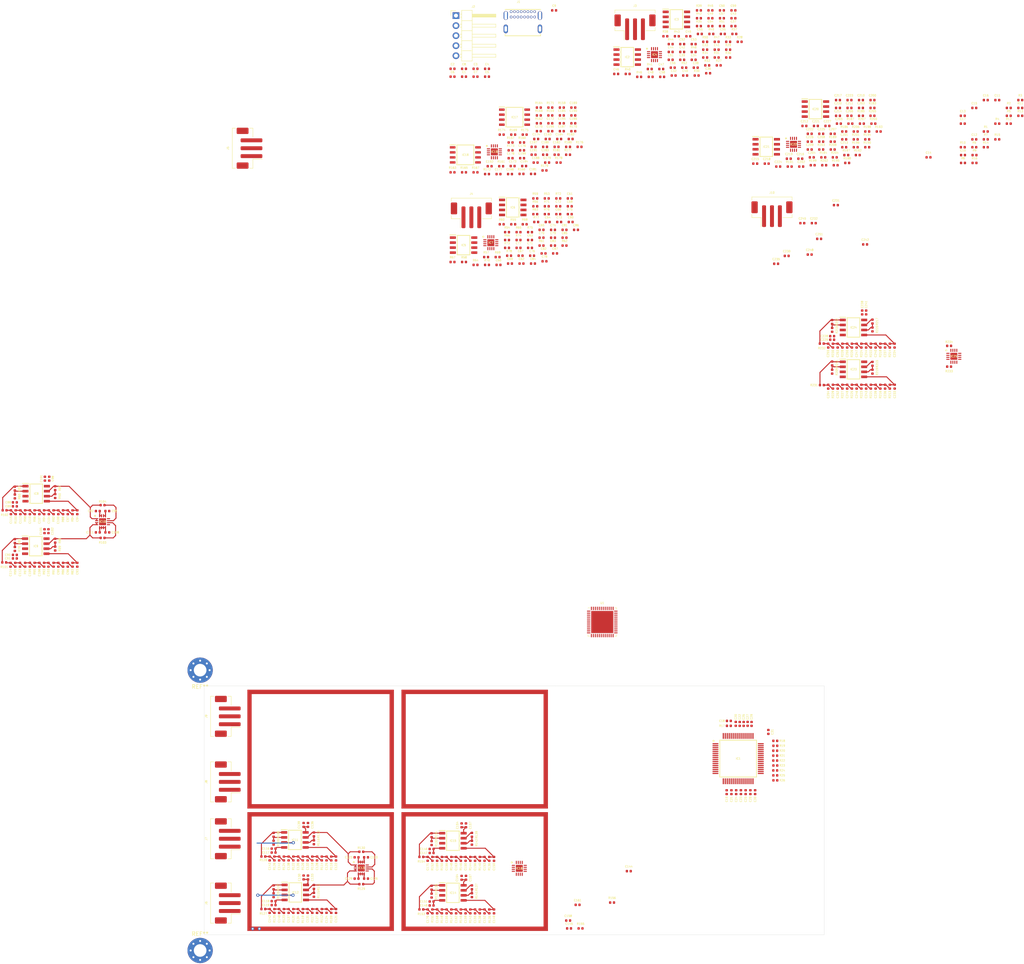
<source format=kicad_pcb>
(kicad_pcb (version 20171130) (host pcbnew "(5.1.6)-1")
  (layers (0 F.Cu signal) (31 B.Cu signal) (34 B.Paste user) (35 F.Paste user) (36 B.SilkS user) (37 F.SilkS user) (38 B.Mask user) (39 F.Mask user) (44 Edge.Cuts user))
  (net 0 "")
  (net 1 GND)
  (net 2 +3V3)
  (net 3 "Net-(C10-Pad1)")
  (net 4 "Net-(C10-Pad2)")
  (net 5 "Net-(C11-Pad1)")
  (net 6 "Net-(C11-Pad2)")
  (net 7 "Net-(C12-Pad2)")
  (net 8 "Net-(C12-Pad1)")
  (net 9 "Net-(C13-Pad2)")
  (net 10 "Net-(C13-Pad1)")
  (net 11 "Net-(C14-Pad2)")
  (net 12 "Net-(C14-Pad1)")
  (net 13 "Net-(C15-Pad1)")
  (net 14 "Net-(C15-Pad2)")
  (net 15 "Net-(C16-Pad2)")
  (net 16 "Net-(C16-Pad1)")
  (net 17 "Net-(C17-Pad2)")
  (net 18 "Net-(C17-Pad1)")
  (net 19 "Net-(C18-Pad1)")
  (net 20 "Net-(C18-Pad2)")
  (net 21 GNDA)
  (net 22 "Net-(C23-Pad2)")
  (net 23 "Net-(C25-Pad2)")
  (net 24 "Net-(C26-Pad2)")
  (net 25 "Net-(C28-Pad2)")
  (net 26 GNDD)
  (net 27 "Net-(C30-Pad2)")
  (net 28 -3V3)
  (net 29 "Net-(C37-Pad1)")
  (net 30 "Net-(C38-Pad1)")
  (net 31 "Net-(C40-Pad1)")
  (net 32 "Net-(C41-Pad1)")
  (net 33 "Net-(C43-Pad1)")
  (net 34 "Net-(C44-Pad1)")
  (net 35 "Net-(C47-Pad1)")
  (net 36 "Net-(C48-Pad1)")
  (net 37 "Net-(C50-Pad1)")
  (net 38 "Net-(C51-Pad1)")
  (net 39 "Net-(C53-Pad1)")
  (net 40 "Net-(C54-Pad1)")
  (net 41 "Net-(C56-Pad1)")
  (net 42 "Net-(C57-Pad1)")
  (net 43 "Net-(C58-Pad1)")
  (net 44 "Net-(C59-Pad1)")
  (net 45 "Net-(C65-Pad1)")
  (net 46 "Net-(C66-Pad1)")
  (net 47 "Net-(C68-Pad1)")
  (net 48 "Net-(C69-Pad1)")
  (net 49 "Net-(C71-Pad1)")
  (net 50 "Net-(C72-Pad1)")
  (net 51 "Net-(C75-Pad1)")
  (net 52 "Net-(C76-Pad1)")
  (net 53 "Net-(C78-Pad1)")
  (net 54 "Net-(C79-Pad1)")
  (net 55 "Net-(C81-Pad1)")
  (net 56 "Net-(C82-Pad1)")
  (net 57 "Net-(C84-Pad1)")
  (net 58 "Net-(C85-Pad1)")
  (net 59 "Net-(C86-Pad1)")
  (net 60 "Net-(C87-Pad1)")
  (net 61 "Net-(C93-Pad1)")
  (net 62 "Net-(C94-Pad1)")
  (net 63 "Net-(C96-Pad1)")
  (net 64 "Net-(C97-Pad1)")
  (net 65 "Net-(C99-Pad1)")
  (net 66 "Net-(C100-Pad1)")
  (net 67 "Net-(C103-Pad1)")
  (net 68 "Net-(C104-Pad1)")
  (net 69 "Net-(C106-Pad1)")
  (net 70 "Net-(C107-Pad1)")
  (net 71 "Net-(C109-Pad1)")
  (net 72 "Net-(C110-Pad1)")
  (net 73 "Net-(C112-Pad1)")
  (net 74 "Net-(C113-Pad1)")
  (net 75 "Net-(C114-Pad1)")
  (net 76 "Net-(C115-Pad1)")
  (net 77 "Net-(C121-Pad1)")
  (net 78 "Net-(C122-Pad1)")
  (net 79 "Net-(C124-Pad1)")
  (net 80 "Net-(C125-Pad1)")
  (net 81 "Net-(C127-Pad1)")
  (net 82 "Net-(C128-Pad1)")
  (net 83 "Net-(C131-Pad1)")
  (net 84 "Net-(C132-Pad1)")
  (net 85 "Net-(C134-Pad1)")
  (net 86 "Net-(C135-Pad1)")
  (net 87 "Net-(C137-Pad1)")
  (net 88 "Net-(C138-Pad1)")
  (net 89 "Net-(C140-Pad1)")
  (net 90 "Net-(C141-Pad1)")
  (net 91 "Net-(C142-Pad1)")
  (net 92 "Net-(C143-Pad1)")
  (net 93 "Net-(C149-Pad1)")
  (net 94 "Net-(C150-Pad1)")
  (net 95 "Net-(C152-Pad1)")
  (net 96 "Net-(C153-Pad1)")
  (net 97 "Net-(C155-Pad1)")
  (net 98 "Net-(C156-Pad1)")
  (net 99 "Net-(C159-Pad1)")
  (net 100 "Net-(C160-Pad1)")
  (net 101 "Net-(C162-Pad1)")
  (net 102 "Net-(C163-Pad1)")
  (net 103 "Net-(C165-Pad1)")
  (net 104 "Net-(C166-Pad1)")
  (net 105 "Net-(C168-Pad1)")
  (net 106 "Net-(C169-Pad1)")
  (net 107 "Net-(C170-Pad1)")
  (net 108 "Net-(C171-Pad1)")
  (net 109 "Net-(C177-Pad1)")
  (net 110 "Net-(C178-Pad1)")
  (net 111 "Net-(C180-Pad1)")
  (net 112 "Net-(C181-Pad1)")
  (net 113 "Net-(C183-Pad1)")
  (net 114 "Net-(C184-Pad1)")
  (net 115 "Net-(C187-Pad1)")
  (net 116 "Net-(C188-Pad1)")
  (net 117 "Net-(C190-Pad1)")
  (net 118 "Net-(C191-Pad1)")
  (net 119 "Net-(C193-Pad1)")
  (net 120 "Net-(C194-Pad1)")
  (net 121 "Net-(C196-Pad1)")
  (net 122 "Net-(C197-Pad1)")
  (net 123 "Net-(C198-Pad1)")
  (net 124 "Net-(C199-Pad1)")
  (net 125 "Net-(C205-Pad1)")
  (net 126 "Net-(C206-Pad1)")
  (net 127 "Net-(C208-Pad1)")
  (net 128 "Net-(C209-Pad1)")
  (net 129 "Net-(C211-Pad1)")
  (net 130 "Net-(C212-Pad1)")
  (net 131 "Net-(C215-Pad1)")
  (net 132 "Net-(C216-Pad1)")
  (net 133 "Net-(C218-Pad1)")
  (net 134 "Net-(C219-Pad1)")
  (net 135 "Net-(C221-Pad1)")
  (net 136 "Net-(C222-Pad1)")
  (net 137 "Net-(C224-Pad1)")
  (net 138 "Net-(C225-Pad1)")
  (net 139 "Net-(C226-Pad1)")
  (net 140 "Net-(C227-Pad1)")
  (net 141 "Net-(C233-Pad1)")
  (net 142 "Net-(C234-Pad1)")
  (net 143 "Net-(C236-Pad1)")
  (net 144 "Net-(C237-Pad1)")
  (net 145 "Net-(C239-Pad1)")
  (net 146 "Net-(C240-Pad1)")
  (net 147 "Net-(C243-Pad1)")
  (net 148 "Net-(C244-Pad1)")
  (net 149 "Net-(C246-Pad1)")
  (net 150 "Net-(C247-Pad1)")
  (net 151 "Net-(C249-Pad1)")
  (net 152 "Net-(C250-Pad1)")
  (net 153 "Net-(C252-Pad1)")
  (net 154 "Net-(C253-Pad1)")
  (net 155 "Net-(C254-Pad1)")
  (net 156 "Net-(C255-Pad1)")
  (net 157 "Net-(IC1-Pad27)")
  (net 158 "Net-(IC1-Pad29)")
  (net 159 "Net-(IC1-Pad31)")
  (net 160 DIN)
  (net 161 nPWDN)
  (net 162 nRESET)
  (net 163 "Net-(IC1-Pad37)")
  (net 164 "Net-(IC1-Pad38)")
  (net 165 "Net-(IC1-Pad39)")
  (net 166 "Net-(IC1-Pad40)")
  (net 167 "Net-(IC1-Pad42)")
  (net 168 "Net-(IC1-Pad43)")
  (net 169 "Net-(IC1-Pad44)")
  (net 170 "Net-(IC1-Pad45)")
  (net 171 "Net-(IC1-Pad46)")
  (net 172 "Net-(IC1-Pad47)")
  (net 173 "Net-(IC1-Pad60)")
  (net 174 "Net-(IC1-Pad64)")
  (net 175 /Analog_AFE/sheet5F407F67/IN1)
  (net 176 "Net-(IC2-Pad6)")
  (net 177 "Net-(IC2-Pad3)")
  (net 178 "Net-(IC2-Pad2)")
  (net 179 "Net-(IC2-Pad1)")
  (net 180 "Net-(IC3-Pad1)")
  (net 181 "Net-(IC3-Pad2)")
  (net 182 "Net-(IC3-Pad3)")
  (net 183 "Net-(IC3-Pad6)")
  (net 184 /Analog_AFE/sheet5F407F67/IN2)
  (net 185 "Net-(IC4-Pad17)")
  (net 186 "Net-(IC4-Pad12)")
  (net 187 /Analog_AFE/sheet5F407F67/EEG2_-)
  (net 188 /Analog_AFE/sheet5F407F67/EEG2_+)
  (net 189 "Net-(IC4-Pad9)")
  (net 190 /Analog_AFE/sheet5F407F68/IN1)
  (net 191 "Net-(IC5-Pad6)")
  (net 192 "Net-(IC5-Pad3)")
  (net 193 "Net-(IC5-Pad2)")
  (net 194 "Net-(IC5-Pad1)")
  (net 195 "Net-(IC6-Pad1)")
  (net 196 "Net-(IC6-Pad2)")
  (net 197 "Net-(IC6-Pad3)")
  (net 198 "Net-(IC6-Pad6)")
  (net 199 /Analog_AFE/sheet5F407F68/IN2)
  (net 200 "Net-(IC7-Pad17)")
  (net 201 "Net-(IC7-Pad12)")
  (net 202 /Analog_AFE/sheet5F407F68/EEG3_-)
  (net 203 /Analog_AFE/sheet5F407F68/EEG3_+)
  (net 204 "Net-(IC7-Pad9)")
  (net 205 "Net-(IC8-Pad1)")
  (net 206 "Net-(IC8-Pad2)")
  (net 207 "Net-(IC8-Pad3)")
  (net 208 "Net-(IC8-Pad6)")
  (net 209 /Analog_AFE/sheet5F407F69/IN2)
  (net 210 /Analog_AFE/sheet5F407F69/IN1)
  (net 211 "Net-(IC9-Pad6)")
  (net 212 "Net-(IC9-Pad3)")
  (net 213 "Net-(IC9-Pad2)")
  (net 214 "Net-(IC9-Pad1)")
  (net 215 "Net-(IC10-Pad17)")
  (net 216 "Net-(IC10-Pad12)")
  (net 217 /Analog_AFE/sheet5F407F69/EEG4_-)
  (net 218 /Analog_AFE/sheet5F407F69/EEG4_+)
  (net 219 "Net-(IC10-Pad9)")
  (net 220 /Analog_AFE/sheet5F407F6A/IN2)
  (net 221 "Net-(IC11-Pad6)")
  (net 222 "Net-(IC11-Pad3)")
  (net 223 "Net-(IC11-Pad2)")
  (net 224 "Net-(IC11-Pad1)")
  (net 225 "Net-(IC12-Pad1)")
  (net 226 "Net-(IC12-Pad2)")
  (net 227 "Net-(IC12-Pad3)")
  (net 228 "Net-(IC12-Pad6)")
  (net 229 /Analog_AFE/sheet5F407F6A/IN1)
  (net 230 "Net-(IC13-Pad9)")
  (net 231 /Analog_AFE/sheet5F407F6A/EMG1_+)
  (net 232 /Analog_AFE/sheet5F407F6A/EMG1_-)
  (net 233 "Net-(IC13-Pad12)")
  (net 234 "Net-(IC13-Pad17)")
  (net 235 "Net-(IC14-Pad1)")
  (net 236 "Net-(IC14-Pad2)")
  (net 237 "Net-(IC14-Pad3)")
  (net 238 "Net-(IC14-Pad6)")
  (net 239 /Analog_AFE/sheet5F407F6B/IN1)
  (net 240 /Analog_AFE/sheet5F407F6B/IN2)
  (net 241 "Net-(IC15-Pad6)")
  (net 242 "Net-(IC15-Pad3)")
  (net 243 "Net-(IC15-Pad2)")
  (net 244 "Net-(IC15-Pad1)")
  (net 245 "Net-(IC16-Pad17)")
  (net 246 "Net-(IC16-Pad12)")
  (net 247 /Analog_AFE/sheet5F407F6B/EMG2_-)
  (net 248 /Analog_AFE/sheet5F407F6B/EMG2_+)
  (net 249 "Net-(IC16-Pad9)")
  (net 250 /Analog_AFE/sheet5F407F6C/IN1)
  (net 251 "Net-(IC17-Pad6)")
  (net 252 "Net-(IC17-Pad3)")
  (net 253 "Net-(IC17-Pad2)")
  (net 254 "Net-(IC17-Pad1)")
  (net 255 "Net-(IC18-Pad1)")
  (net 256 "Net-(IC18-Pad2)")
  (net 257 "Net-(IC18-Pad3)")
  (net 258 "Net-(IC18-Pad6)")
  (net 259 /Analog_AFE/sheet5F407F6C/IN2)
  (net 260 "Net-(IC19-Pad9)")
  (net 261 /Analog_AFE/sheet5F407F6C/EMG3_+)
  (net 262 /Analog_AFE/sheet5F407F6C/EMG3_-)
  (net 263 "Net-(IC19-Pad12)")
  (net 264 "Net-(IC19-Pad17)")
  (net 265 /Analog_AFE/sheet5F407F6D/IN1)
  (net 266 "Net-(IC20-Pad6)")
  (net 267 "Net-(IC20-Pad3)")
  (net 268 "Net-(IC20-Pad2)")
  (net 269 "Net-(IC20-Pad1)")
  (net 270 "Net-(IC21-Pad1)")
  (net 271 "Net-(IC21-Pad2)")
  (net 272 "Net-(IC21-Pad3)")
  (net 273 "Net-(IC21-Pad6)")
  (net 274 /Analog_AFE/sheet5F407F6D/IN2)
  (net 275 "Net-(IC22-Pad9)")
  (net 276 /Analog_AFE/sheet5F407F6D/EMG4_+)
  (net 277 /Analog_AFE/sheet5F407F6D/EMG4_-)
  (net 278 "Net-(IC22-Pad12)")
  (net 279 "Net-(IC22-Pad17)")
  (net 280 "Net-(IC23-Pad1)")
  (net 281 "Net-(IC23-Pad2)")
  (net 282 "Net-(IC23-Pad3)")
  (net 283 "Net-(IC23-Pad6)")
  (net 284 /Analog_AFE/sheet5F407F6E/IN1)
  (net 285 /Analog_AFE/sheet5F407F6E/IN2)
  (net 286 "Net-(IC24-Pad6)")
  (net 287 "Net-(IC24-Pad3)")
  (net 288 "Net-(IC24-Pad2)")
  (net 289 "Net-(IC24-Pad1)")
  (net 290 "Net-(IC25-Pad9)")
  (net 291 /Analog_AFE/sheet5F407F6E/EEG1_+)
  (net 292 /Analog_AFE/sheet5F407F6E/EEG1_-)
  (net 293 "Net-(IC25-Pad12)")
  (net 294 "Net-(IC25-Pad17)")
  (net 295 "Net-(J1-PadB8)")
  (net 296 DN-)
  (net 297 DP+)
  (net 298 "Net-(J1-PadB5)")
  (net 299 "Net-(J1-PadA8)")
  (net 300 "Net-(J1-PadA5)")
  (net 301 SWCLK)
  (net 302 SWDIO)
  (net 303 SWO)
  (net 304 DRDY)
  (net 305 GPIO4)
  (net 306 GPIO3)
  (net 307 GPIO2)
  (net 308 DOUT)
  (net 309 GPIO1)
  (net 310 SCLK)
  (net 311 nCS)
  (net 312 START)
  (net 313 VBAT)
  (net 314 STATUS_IND_LED)
  (net 315 "Net-(U1-Pad3)")
  (net 316 "Net-(U1-Pad4)")
  (net 317 OSC_IN)
  (net 318 OSC_OUT)
  (net 319 RESET)
  (net 320 "Net-(U1-Pad10)")
  (net 321 "Net-(U1-Pad11)")
  (net 322 "Net-(U1-Pad12)")
  (net 323 "Net-(U1-Pad13)")
  (net 324 "Net-(U1-Pad18)")
  (net 325 "Net-(U1-Pad19)")
  (net 326 "Net-(U1-Pad21)")
  (net 327 VCAP1)
  (net 328 "Net-(U1-Pad25)")
  (net 329 "Net-(U1-Pad26)")
  (net 330 "Net-(U1-Pad27)")
  (net 331 "Net-(U1-Pad28)")
  (net 332 "Net-(U1-Pad29)")
  (net 333 "Net-(U1-Pad30)")
  (net 334 "Net-(U1-Pad31)")
  (net 335 "Net-(U1-Pad32)")
  (net 336 "Net-(U1-Pad33)")
  (net 337 "Net-(U1-Pad38)")
  (net 338 "Net-(U1-Pad39)")
  (net 339 "Net-(U1-Pad40)")
  (net 340 "Net-(U1-Pad41)")
  (net 341 "Net-(U1-Pad42)")
  (net 342 "Net-(U1-Pad43)")
  (net 343 BOOT0)
  (net 344 "Net-(U1-Pad45)")
  (net 345 "Net-(U1-Pad46)")
  (module MountingHole:MountingHole_3.2mm_M3_Pad_Via (layer F.Cu) (at 92 113 180)
    (fp_text reference REF** (at 0 -4.2) (layer F.SilkS))
    (fp_text value MountingHole_3.2mm_M3_Pad_Via)
    (pad 1 thru_hole circle (at 0 0 180) (size 6.4 6.4) (drill 3.2) (layers *.Cu *.Mask))
    (pad 1 thru_hole circle (at 2.4 0 180) (size 0.8 0.8) (drill 0.5) (layers *.Cu *.Mask))
    (pad 1 thru_hole circle (at 1.697056 1.697056 180) (size 0.8 0.8) (drill 0.5) (layers *.Cu *.Mask))
    (pad 1 thru_hole circle (at 0 2.4 180) (size 0.8 0.8) (drill 0.5) (layers *.Cu *.Mask))
    (pad 1 thru_hole circle (at -1.697056 1.697056 180) (size 0.8 0.8) (drill 0.5) (layers *.Cu *.Mask))
    (pad 1 thru_hole circle (at -2.4 0 180) (size 0.8 0.8) (drill 0.5) (layers *.Cu *.Mask))
    (pad 1 thru_hole circle (at -1.697056 -1.697056 180) (size 0.8 0.8) (drill 0.5) (layers *.Cu *.Mask))
    (pad 1 thru_hole circle (at 0 -2.4 180) (size 0.8 0.8) (drill 0.5) (layers *.Cu *.Mask))
    (pad 1 thru_hole circle (at 1.697056 -1.697056 180) (size 0.8 0.8) (drill 0.5) (layers *.Cu *.Mask))
  )
  (module MountingHole:MountingHole_3.2mm_M3_Pad_Via (layer F.Cu) (at 92 184)
    (fp_text reference REF** (at 0 -4.2) (layer F.SilkS))
    (fp_text value MountingHole_3.2mm_M3_Pad_Via)
    (pad 1 thru_hole circle (at 1.697056 -1.697056) (size 0.8 0.8) (drill 0.5) (layers *.Cu *.Mask))
    (pad 1 thru_hole circle (at 0 -2.4) (size 0.8 0.8) (drill 0.5) (layers *.Cu *.Mask))
    (pad 1 thru_hole circle (at -1.697056 -1.697056) (size 0.8 0.8) (drill 0.5) (layers *.Cu *.Mask))
    (pad 1 thru_hole circle (at -2.4 0) (size 0.8 0.8) (drill 0.5) (layers *.Cu *.Mask))
    (pad 1 thru_hole circle (at -1.697056 1.697056) (size 0.8 0.8) (drill 0.5) (layers *.Cu *.Mask))
    (pad 1 thru_hole circle (at 0 2.4) (size 0.8 0.8) (drill 0.5) (layers *.Cu *.Mask))
    (pad 1 thru_hole circle (at 1.697056 1.697056) (size 0.8 0.8) (drill 0.5) (layers *.Cu *.Mask))
    (pad 1 thru_hole circle (at 2.4 0) (size 0.8 0.8) (drill 0.5) (layers *.Cu *.Mask))
    (pad 1 thru_hole circle (at 0 0) (size 6.4 6.4) (drill 3.2) (layers *.Cu *.Mask))
  )
  (module Capacitor_SMD:C_0402_1005Metric (layer F.Cu) (at 158.805001 -37.324999)
    (fp_text reference C1 (at 0 -1.17) (layer F.SilkS) (effects (font (size 0.5 0.5) (thickness 0.1))))
    (fp_text value 100U)
    (pad 2 smd roundrect (at 0.485 0) (size 0.59 0.64) (layers F.Cu F.Paste F.Mask) (net 1 GND))
    (pad 1 smd roundrect (at -0.485 0) (size 0.59 0.64) (layers F.Cu F.Paste F.Mask) (net 2 +3V3))
  )
  (module Capacitor_SMD:C_0402_1005Metric (layer F.Cu) (at 155.895001 -39.314999)
    (fp_text reference C2 (at 0 -1.17) (layer F.SilkS) (effects (font (size 0.5 0.5) (thickness 0.1))))
    (fp_text value 100U)
    (pad 1 smd roundrect (at -0.485 0) (size 0.59 0.64) (layers F.Cu F.Paste F.Mask) (net 2 +3V3))
    (pad 2 smd roundrect (at 0.485 0) (size 0.59 0.64) (layers F.Cu F.Paste F.Mask) (net 1 GND))
  )
  (module Capacitor_SMD:C_0402_1005Metric (layer F.Cu) (at 161.715001 -39.314999)
    (fp_text reference C3 (at 0 -1.17) (layer F.SilkS) (effects (font (size 0.5 0.5) (thickness 0.1))))
    (fp_text value 1N)
    (pad 2 smd roundrect (at 0.485 0) (size 0.59 0.64) (layers F.Cu F.Paste F.Mask) (net 1 GND))
    (pad 1 smd roundrect (at -0.485 0) (size 0.59 0.64) (layers F.Cu F.Paste F.Mask) (net 2 +3V3))
  )
  (module Capacitor_SMD:C_0402_1005Metric (layer F.Cu) (at 164.625001 -39.314999)
    (fp_text reference C4 (at 0 -1.17) (layer F.SilkS) (effects (font (size 0.5 0.5) (thickness 0.1))))
    (fp_text value 100U)
    (pad 1 smd roundrect (at -0.485 0) (size 0.59 0.64) (layers F.Cu F.Paste F.Mask) (net 2 +3V3))
    (pad 2 smd roundrect (at 0.485 0) (size 0.59 0.64) (layers F.Cu F.Paste F.Mask) (net 1 GND))
  )
  (module Capacitor_SMD:C_0402_1005Metric (layer F.Cu) (at 164.625001 -37.324999)
    (fp_text reference C5 (at 0 -1.17) (layer F.SilkS) (effects (font (size 0.5 0.5) (thickness 0.1))))
    (fp_text value 1N)
    (pad 2 smd roundrect (at 0.485 0) (size 0.59 0.64) (layers F.Cu F.Paste F.Mask) (net 1 GND))
    (pad 1 smd roundrect (at -0.485 0) (size 0.59 0.64) (layers F.Cu F.Paste F.Mask) (net 2 +3V3))
  )
  (module Capacitor_SMD:C_0402_1005Metric (layer F.Cu) (at 155.895001 -37.324999)
    (fp_text reference C6 (at 0 -1.17) (layer F.SilkS) (effects (font (size 0.5 0.5) (thickness 0.1))))
    (fp_text value 100U)
    (pad 1 smd roundrect (at -0.485 0) (size 0.59 0.64) (layers F.Cu F.Paste F.Mask) (net 2 +3V3))
    (pad 2 smd roundrect (at 0.485 0) (size 0.59 0.64) (layers F.Cu F.Paste F.Mask) (net 1 GND))
  )
  (module Capacitor_SMD:C_0402_1005Metric (layer F.Cu) (at 161.715001 -37.324999)
    (fp_text reference C7 (at 0 -1.17) (layer F.SilkS) (effects (font (size 0.5 0.5) (thickness 0.1))))
    (fp_text value 1N)
    (pad 2 smd roundrect (at 0.485 0) (size 0.59 0.64) (layers F.Cu F.Paste F.Mask) (net 1 GND))
    (pad 1 smd roundrect (at -0.485 0) (size 0.59 0.64) (layers F.Cu F.Paste F.Mask) (net 2 +3V3))
  )
  (module Capacitor_SMD:C_0402_1005Metric (layer F.Cu) (at 158.805001 -39.314999)
    (fp_text reference C8 (at 0 -1.17) (layer F.SilkS) (effects (font (size 0.5 0.5) (thickness 0.1))))
    (fp_text value 100U)
    (pad 1 smd roundrect (at -0.485 0) (size 0.59 0.64) (layers F.Cu F.Paste F.Mask) (net 2 +3V3))
    (pad 2 smd roundrect (at 0.485 0) (size 0.59 0.64) (layers F.Cu F.Paste F.Mask) (net 1 GND))
  )
  (module Capacitor_SMD:C_0402_1005Metric (layer F.Cu) (at 181.615001 -54.114999)
    (fp_text reference C9 (at 0 -1.17) (layer F.SilkS) (effects (font (size 0.5 0.5) (thickness 0.1))))
    (fp_text value 1N)
    (pad 2 smd roundrect (at 0.485 0) (size 0.59 0.64) (layers F.Cu F.Paste F.Mask) (net 1 GND))
    (pad 1 smd roundrect (at -0.485 0) (size 0.59 0.64) (layers F.Cu F.Paste F.Mask) (net 2 +3V3))
  )
  (module Capacitor_SMD:C_0402_1005Metric (layer F.Cu) (at 285.125001 -17.464999)
    (fp_text reference C10 (at 0 -1.17) (layer F.SilkS) (effects (font (size 0.5 0.5) (thickness 0.1))))
    (fp_text value C_Small)
    (pad 1 smd roundrect (at -0.485 0) (size 0.59 0.64) (layers F.Cu F.Paste F.Mask) (net 3 "Net-(C10-Pad1)"))
    (pad 2 smd roundrect (at 0.485 0) (size 0.59 0.64) (layers F.Cu F.Paste F.Mask) (net 4 "Net-(C10-Pad2)"))
  )
  (module Capacitor_SMD:C_0402_1005Metric (layer F.Cu) (at 293.805001 -31.394999)
    (fp_text reference C11 (at 0 -1.17) (layer F.SilkS) (effects (font (size 0.5 0.5) (thickness 0.1))))
    (fp_text value C_Small)
    (pad 1 smd roundrect (at -0.485 0) (size 0.59 0.64) (layers F.Cu F.Paste F.Mask) (net 5 "Net-(C11-Pad1)"))
    (pad 2 smd roundrect (at 0.485 0) (size 0.59 0.64) (layers F.Cu F.Paste F.Mask) (net 6 "Net-(C11-Pad2)"))
  )
  (module Capacitor_SMD:C_0402_1005Metric (layer F.Cu) (at 287.985001 -21.444999)
    (fp_text reference C12 (at 0 -1.17) (layer F.SilkS) (effects (font (size 0.5 0.5) (thickness 0.1))))
    (fp_text value C_Small)
    (pad 2 smd roundrect (at 0.485 0) (size 0.59 0.64) (layers F.Cu F.Paste F.Mask) (net 7 "Net-(C12-Pad2)"))
    (pad 1 smd roundrect (at -0.485 0) (size 0.59 0.64) (layers F.Cu F.Paste F.Mask) (net 8 "Net-(C12-Pad1)"))
  )
  (module Capacitor_SMD:C_0402_1005Metric (layer F.Cu) (at 285.075001 -27.414999)
    (fp_text reference C13 (at 0 -1.17) (layer F.SilkS) (effects (font (size 0.5 0.5) (thickness 0.1))))
    (fp_text value C_Small)
    (pad 2 smd roundrect (at 0.485 0) (size 0.59 0.64) (layers F.Cu F.Paste F.Mask) (net 9 "Net-(C13-Pad2)"))
    (pad 1 smd roundrect (at -0.485 0) (size 0.59 0.64) (layers F.Cu F.Paste F.Mask) (net 10 "Net-(C13-Pad1)"))
  )
  (module Capacitor_SMD:C_0402_1005Metric (layer F.Cu) (at 276.395001 -16.894999)
    (fp_text reference C14 (at 0 -1.17) (layer F.SilkS) (effects (font (size 0.5 0.5) (thickness 0.1))))
    (fp_text value C_Small)
    (pad 2 smd roundrect (at 0.485 0) (size 0.59 0.64) (layers F.Cu F.Paste F.Mask) (net 11 "Net-(C14-Pad2)"))
    (pad 1 smd roundrect (at -0.485 0) (size 0.59 0.64) (layers F.Cu F.Paste F.Mask) (net 12 "Net-(C14-Pad1)"))
  )
  (module Capacitor_SMD:C_0402_1005Metric (layer F.Cu) (at 287.985001 -29.404999)
    (fp_text reference C15 (at 0 -1.17) (layer F.SilkS) (effects (font (size 0.5 0.5) (thickness 0.1))))
    (fp_text value C_Small)
    (pad 1 smd roundrect (at -0.485 0) (size 0.59 0.64) (layers F.Cu F.Paste F.Mask) (net 13 "Net-(C15-Pad1)"))
    (pad 2 smd roundrect (at 0.485 0) (size 0.59 0.64) (layers F.Cu F.Paste F.Mask) (net 14 "Net-(C15-Pad2)"))
  )
  (module Capacitor_SMD:C_0402_1005Metric (layer F.Cu) (at 290.895001 -31.394999)
    (fp_text reference C16 (at 0 -1.17) (layer F.SilkS) (effects (font (size 0.5 0.5) (thickness 0.1))))
    (fp_text value C_Small)
    (pad 2 smd roundrect (at 0.485 0) (size 0.59 0.64) (layers F.Cu F.Paste F.Mask) (net 15 "Net-(C16-Pad2)"))
    (pad 1 smd roundrect (at -0.485 0) (size 0.59 0.64) (layers F.Cu F.Paste F.Mask) (net 16 "Net-(C16-Pad1)"))
  )
  (module Capacitor_SMD:C_0402_1005Metric (layer F.Cu) (at 285.075001 -25.424999)
    (fp_text reference C17 (at 0 -1.17) (layer F.SilkS) (effects (font (size 0.5 0.5) (thickness 0.1))))
    (fp_text value C_Small)
    (pad 2 smd roundrect (at 0.485 0) (size 0.59 0.64) (layers F.Cu F.Paste F.Mask) (net 17 "Net-(C17-Pad2)"))
    (pad 1 smd roundrect (at -0.485 0) (size 0.59 0.64) (layers F.Cu F.Paste F.Mask) (net 18 "Net-(C17-Pad1)"))
  )
  (module Capacitor_SMD:C_0402_1005Metric (layer F.Cu) (at 225.85 125.85)
    (fp_text reference C18 (at -1.75 0) (layer F.SilkS) (effects (font (size 0.5 0.5) (thickness 0.1))))
    (fp_text value 1U)
    (pad 1 smd roundrect (at -0.485 0) (size 0.59 0.64) (layers F.Cu F.Paste F.Mask) (net 19 "Net-(C18-Pad1)"))
    (pad 2 smd roundrect (at 0.485 0) (size 0.59 0.64) (layers F.Cu F.Paste F.Mask) (net 20 "Net-(C18-Pad2)"))
  )
  (module Capacitor_SMD:C_0402_1005Metric (layer F.Cu) (at 225.3 143.9 270)
    (fp_text reference C19 (at 1.8 0 90) (layer F.SilkS) (effects (font (size 0.5 0.5) (thickness 0.1))))
    (fp_text value 1U)
    (pad 1 smd roundrect (at -0.485 0 270) (size 0.59 0.64) (layers F.Cu F.Paste F.Mask) (net 2 +3V3))
    (pad 2 smd roundrect (at 0.485 0 270) (size 0.59 0.64) (layers F.Cu F.Paste F.Mask) (net 21 GNDA))
  )
  (module Capacitor_SMD:C_0402_1005Metric (layer F.Cu) (at 227.6 126.6 90)
    (fp_text reference C20 (at 1.75 0 90) (layer F.SilkS) (effects (font (size 0.5 0.5) (thickness 0.1))))
    (fp_text value 1U)
    (pad 1 smd roundrect (at -0.485 0 90) (size 0.59 0.64) (layers F.Cu F.Paste F.Mask) (net 2 +3V3))
    (pad 2 smd roundrect (at 0.485 0 90) (size 0.59 0.64) (layers F.Cu F.Paste F.Mask) (net 21 GNDA))
  )
  (module Capacitor_SMD:C_0402_1005Metric (layer F.Cu) (at 226.5 143.9 90)
    (fp_text reference C21 (at -1.8 0 90) (layer F.SilkS) (effects (font (size 0.5 0.5) (thickness 0.1))))
    (fp_text value 1U)
    (pad 2 smd roundrect (at 0.485 0 90) (size 0.59 0.64) (layers F.Cu F.Paste F.Mask) (net 2 +3V3))
    (pad 1 smd roundrect (at -0.485 0 90) (size 0.59 0.64) (layers F.Cu F.Paste F.Mask) (net 21 GNDA))
  )
  (module Capacitor_SMD:C_0402_1005Metric (layer F.Cu) (at 228.6 126.615 90)
    (fp_text reference C22 (at 1.765 0 90) (layer F.SilkS) (effects (font (size 0.5 0.5) (thickness 0.1))))
    (fp_text value 1U)
    (pad 2 smd roundrect (at 0.485 0 90) (size 0.59 0.64) (layers F.Cu F.Paste F.Mask) (net 21 GNDA))
    (pad 1 smd roundrect (at -0.485 0 90) (size 0.59 0.64) (layers F.Cu F.Paste F.Mask) (net 2 +3V3))
  )
  (module Capacitor_SMD:C_0402_1005Metric (layer F.Cu) (at 228.9 143.9 90)
    (fp_text reference C23 (at -1.8 0 90) (layer F.SilkS) (effects (font (size 0.5 0.5) (thickness 0.1))))
    (fp_text value 1U)
    (pad 1 smd roundrect (at -0.485 0 90) (size 0.59 0.64) (layers F.Cu F.Paste F.Mask) (net 21 GNDA))
    (pad 2 smd roundrect (at 0.485 0 90) (size 0.59 0.64) (layers F.Cu F.Paste F.Mask) (net 22 "Net-(C23-Pad2)"))
  )
  (module Capacitor_SMD:C_0402_1005Metric (layer F.Cu) (at 227.7 143.9 90)
    (fp_text reference C24 (at -1.8 0 90) (layer F.SilkS) (effects (font (size 0.5 0.5) (thickness 0.1))))
    (fp_text value 1U)
    (pad 2 smd roundrect (at 0.485 0 90) (size 0.59 0.64) (layers F.Cu F.Paste F.Mask) (net 22 "Net-(C23-Pad2)"))
    (pad 1 smd roundrect (at -0.485 0 90) (size 0.59 0.64) (layers F.Cu F.Paste F.Mask) (net 21 GNDA))
  )
  (module Capacitor_SMD:C_0402_1005Metric (layer F.Cu) (at 229.6 126.615 270)
    (fp_text reference C25 (at -1.75 0 90) (layer F.SilkS) (effects (font (size 0.5 0.5) (thickness 0.1))))
    (fp_text value 1U)
    (pad 2 smd roundrect (at 0.485 0 270) (size 0.59 0.64) (layers F.Cu F.Paste F.Mask) (net 23 "Net-(C25-Pad2)"))
    (pad 1 smd roundrect (at -0.485 0 270) (size 0.59 0.64) (layers F.Cu F.Paste F.Mask) (net 21 GNDA))
  )
  (module Capacitor_SMD:C_0402_1005Metric (layer F.Cu) (at 230.1 143.9 90)
    (fp_text reference C26 (at -1.8 0 90) (layer F.SilkS) (effects (font (size 0.5 0.5) (thickness 0.1))))
    (fp_text value 1U)
    (pad 1 smd roundrect (at -0.485 0 90) (size 0.59 0.64) (layers F.Cu F.Paste F.Mask) (net 21 GNDA))
    (pad 2 smd roundrect (at 0.485 0 90) (size 0.59 0.64) (layers F.Cu F.Paste F.Mask) (net 24 "Net-(C26-Pad2)"))
  )
  (module Capacitor_SMD:C_0402_1005Metric (layer F.Cu) (at 230.6 126.6 270)
    (fp_text reference C27 (at -1.75 0 90) (layer F.SilkS) (effects (font (size 0.5 0.5) (thickness 0.1))))
    (fp_text value 1U)
    (pad 1 smd roundrect (at -0.485 0 270) (size 0.59 0.64) (layers F.Cu F.Paste F.Mask) (net 2 +3V3))
    (pad 2 smd roundrect (at 0.485 0 270) (size 0.59 0.64) (layers F.Cu F.Paste F.Mask) (net 21 GNDA))
  )
  (module Capacitor_SMD:C_0402_1005Metric (layer F.Cu) (at 231.3 143.9 90)
    (fp_text reference C28 (at -1.8 0 90) (layer F.SilkS) (effects (font (size 0.5 0.5) (thickness 0.1))))
    (fp_text value 1U)
    (pad 1 smd roundrect (at -0.485 0 90) (size 0.59 0.64) (layers F.Cu F.Paste F.Mask) (net 21 GNDA))
    (pad 2 smd roundrect (at 0.485 0 90) (size 0.59 0.64) (layers F.Cu F.Paste F.Mask) (net 25 "Net-(C28-Pad2)"))
  )
  (module Capacitor_SMD:C_0402_1005Metric (layer F.Cu) (at 231.6 126.615 270)
    (fp_text reference C29 (at -1.765 0 90) (layer F.SilkS) (effects (font (size 0.5 0.5) (thickness 0.1))))
    (fp_text value 1U)
    (pad 2 smd roundrect (at 0.485 0 270) (size 0.59 0.64) (layers F.Cu F.Paste F.Mask) (net 2 +3V3))
    (pad 1 smd roundrect (at -0.485 0 270) (size 0.59 0.64) (layers F.Cu F.Paste F.Mask) (net 26 GNDD))
  )
  (module Capacitor_SMD:C_0402_1005Metric (layer F.Cu) (at 232.5 143.9 90)
    (fp_text reference C30 (at -1.8 0 90) (layer F.SilkS) (effects (font (size 0.5 0.5) (thickness 0.1))))
    (fp_text value 1U)
    (pad 2 smd roundrect (at 0.485 0 90) (size 0.59 0.64) (layers F.Cu F.Paste F.Mask) (net 27 "Net-(C30-Pad2)"))
    (pad 1 smd roundrect (at -0.485 0 90) (size 0.59 0.64) (layers F.Cu F.Paste F.Mask) (net 21 GNDA))
  )
  (module Capacitor_SMD:C_0402_1005Metric (layer F.Cu) (at 235.85 128.65 90)
    (fp_text reference C31 (at 0 1 90) (layer F.SilkS) (effects (font (size 0.5 0.5) (thickness 0.1))))
    (fp_text value 1U)
    (pad 1 smd roundrect (at -0.485 0 90) (size 0.59 0.64) (layers F.Cu F.Paste F.Mask) (net 2 +3V3))
    (pad 2 smd roundrect (at 0.485 0 90) (size 0.59 0.64) (layers F.Cu F.Paste F.Mask) (net 26 GNDD))
  )
  (module Capacitor_SMD:C_0402_1005Metric (layer F.Cu) (at 211.875001 -37.614999)
    (fp_text reference C32 (at 0 -1.17) (layer F.SilkS) (effects (font (size 0.5 0.5) (thickness 0.1))))
    (fp_text value 0.1U)
    (pad 2 smd roundrect (at 0.485 0) (size 0.59 0.64) (layers F.Cu F.Paste F.Mask) (net 1 GND))
    (pad 1 smd roundrect (at -0.485 0) (size 0.59 0.64) (layers F.Cu F.Paste F.Mask) (net 28 -3V3))
  )
  (module Capacitor_SMD:C_0402_1005Metric (layer F.Cu) (at 219.855001 -44.164999)
    (fp_text reference C33 (at 0 -1.17) (layer F.SilkS) (effects (font (size 0.5 0.5) (thickness 0.1))))
    (fp_text value 10U)
    (pad 2 smd roundrect (at 0.485 0) (size 0.59 0.64) (layers F.Cu F.Paste F.Mask) (net 1 GND))
    (pad 1 smd roundrect (at -0.485 0) (size 0.59 0.64) (layers F.Cu F.Paste F.Mask) (net 28 -3V3))
  )
  (module Capacitor_SMD:C_0402_1005Metric (layer F.Cu) (at 216.945001 -41.594999)
    (fp_text reference C34 (at 0 -1.17) (layer F.SilkS) (effects (font (size 0.5 0.5) (thickness 0.1))))
    (fp_text value 0.1U)
    (pad 2 smd roundrect (at 0.485 0) (size 0.59 0.64) (layers F.Cu F.Paste F.Mask) (net 1 GND))
    (pad 1 smd roundrect (at -0.485 0) (size 0.59 0.64) (layers F.Cu F.Paste F.Mask) (net 28 -3V3))
  )
  (module Capacitor_SMD:C_0402_1005Metric (layer F.Cu) (at 224.325001 -48.144999)
    (fp_text reference C35 (at 0 -1.17) (layer F.SilkS) (effects (font (size 0.5 0.5) (thickness 0.1))))
    (fp_text value 10U)
    (pad 1 smd roundrect (at -0.485 0) (size 0.59 0.64) (layers F.Cu F.Paste F.Mask) (net 28 -3V3))
    (pad 2 smd roundrect (at 0.485 0) (size 0.59 0.64) (layers F.Cu F.Paste F.Mask) (net 1 GND))
  )
  (module Capacitor_SMD:C_0402_1005Metric (layer F.Cu) (at 220.605001 -38.194999)
    (fp_text reference C36 (at 0 -1.17) (layer F.SilkS) (effects (font (size 0.5 0.5) (thickness 0.1))))
    (fp_text value 0.1U)
    (pad 2 smd roundrect (at 0.485 0) (size 0.59 0.64) (layers F.Cu F.Paste F.Mask) (net 1 GND))
    (pad 1 smd roundrect (at -0.485 0) (size 0.59 0.64) (layers F.Cu F.Paste F.Mask) (net 28 -3V3))
  )
  (module Capacitor_SMD:C_0402_1005Metric (layer F.Cu) (at 227.005001 -50.134999)
    (fp_text reference C37 (at 0 -1.17) (layer F.SilkS) (effects (font (size 0.5 0.5) (thickness 0.1))))
    (fp_text value C_Small)
    (pad 1 smd roundrect (at -0.485 0) (size 0.59 0.64) (layers F.Cu F.Paste F.Mask) (net 29 "Net-(C37-Pad1)"))
    (pad 2 smd roundrect (at 0.485 0) (size 0.59 0.64) (layers F.Cu F.Paste F.Mask) (net 1 GND))
  )
  (module Capacitor_SMD:C_0402_1005Metric (layer F.Cu) (at 217.465001 -39.604999)
    (fp_text reference C38 (at 0 -1.17) (layer F.SilkS) (effects (font (size 0.5 0.5) (thickness 0.1))))
    (fp_text value C_Small)
    (pad 1 smd roundrect (at -0.485 0) (size 0.59 0.64) (layers F.Cu F.Paste F.Mask) (net 30 "Net-(C38-Pad1)"))
    (pad 2 smd roundrect (at 0.485 0) (size 0.59 0.64) (layers F.Cu F.Paste F.Mask) (net 1 GND))
  )
  (module Capacitor_SMD:C_0402_1005Metric (layer F.Cu) (at 214.035001 -41.594999)
    (fp_text reference C39 (at 0 -1.17) (layer F.SilkS) (effects (font (size 0.5 0.5) (thickness 0.1))))
    (fp_text value 10U)
    (pad 1 smd roundrect (at -0.485 0) (size 0.59 0.64) (layers F.Cu F.Paste F.Mask) (net 28 -3V3))
    (pad 2 smd roundrect (at 0.485 0) (size 0.59 0.64) (layers F.Cu F.Paste F.Mask) (net 1 GND))
  )
  (module Capacitor_SMD:C_0402_1005Metric (layer F.Cu) (at 214.785001 -37.614999)
    (fp_text reference C40 (at 0 -1.17) (layer F.SilkS) (effects (font (size 0.5 0.5) (thickness 0.1))))
    (fp_text value C_Small)
    (pad 2 smd roundrect (at 0.485 0) (size 0.59 0.64) (layers F.Cu F.Paste F.Mask) (net 1 GND))
    (pad 1 smd roundrect (at -0.485 0) (size 0.59 0.64) (layers F.Cu F.Paste F.Mask) (net 31 "Net-(C40-Pad1)"))
  )
  (module Capacitor_SMD:C_0402_1005Metric (layer F.Cu) (at 222.765001 -44.164999)
    (fp_text reference C41 (at 0 -1.17) (layer F.SilkS) (effects (font (size 0.5 0.5) (thickness 0.1))))
    (fp_text value C_Small)
    (pad 2 smd roundrect (at 0.485 0) (size 0.59 0.64) (layers F.Cu F.Paste F.Mask) (net 1 GND))
    (pad 1 smd roundrect (at -0.485 0) (size 0.59 0.64) (layers F.Cu F.Paste F.Mask) (net 32 "Net-(C41-Pad1)"))
  )
  (module Capacitor_SMD:C_0402_1005Metric (layer F.Cu) (at 214.035001 -43.584999)
    (fp_text reference C42 (at 0 -1.17) (layer F.SilkS) (effects (font (size 0.5 0.5) (thickness 0.1))))
    (fp_text value 0.1U)
    (pad 2 smd roundrect (at 0.485 0) (size 0.59 0.64) (layers F.Cu F.Paste F.Mask) (net 1 GND))
    (pad 1 smd roundrect (at -0.485 0) (size 0.59 0.64) (layers F.Cu F.Paste F.Mask) (net 2 +3V3))
  )
  (module Capacitor_SMD:C_0402_1005Metric (layer F.Cu) (at 227.005001 -52.124999)
    (fp_text reference C43 (at 0 -1.17) (layer F.SilkS) (effects (font (size 0.5 0.5) (thickness 0.1))))
    (fp_text value C_Small)
    (pad 1 smd roundrect (at -0.485 0) (size 0.59 0.64) (layers F.Cu F.Paste F.Mask) (net 33 "Net-(C43-Pad1)"))
    (pad 2 smd roundrect (at 0.485 0) (size 0.59 0.64) (layers F.Cu F.Paste F.Mask) (net 1 GND))
  )
  (module Capacitor_SMD:C_0402_1005Metric (layer F.Cu) (at 211.125001 -43.584999)
    (fp_text reference C44 (at 0 -1.17) (layer F.SilkS) (effects (font (size 0.5 0.5) (thickness 0.1))))
    (fp_text value C_Small)
    (pad 1 smd roundrect (at -0.485 0) (size 0.59 0.64) (layers F.Cu F.Paste F.Mask) (net 34 "Net-(C44-Pad1)"))
    (pad 2 smd roundrect (at 0.485 0) (size 0.59 0.64) (layers F.Cu F.Paste F.Mask) (net 1 GND))
  )
  (module Capacitor_SMD:C_0402_1005Metric (layer F.Cu) (at 215.595001 -47.564999)
    (fp_text reference C45 (at 0 -1.17) (layer F.SilkS) (effects (font (size 0.5 0.5) (thickness 0.1))))
    (fp_text value 10U)
    (pad 2 smd roundrect (at 0.485 0) (size 0.59 0.64) (layers F.Cu F.Paste F.Mask) (net 1 GND))
    (pad 1 smd roundrect (at -0.485 0) (size 0.59 0.64) (layers F.Cu F.Paste F.Mask) (net 2 +3V3))
  )
  (module Capacitor_SMD:C_0402_1005Metric (layer F.Cu) (at 197.325001 -38.014999)
    (fp_text reference C46 (at 0 -1.17) (layer F.SilkS) (effects (font (size 0.5 0.5) (thickness 0.1))))
    (fp_text value 0.1U)
    (pad 2 smd roundrect (at 0.485 0) (size 0.59 0.64) (layers F.Cu F.Paste F.Mask) (net 1 GND))
    (pad 1 smd roundrect (at -0.485 0) (size 0.59 0.64) (layers F.Cu F.Paste F.Mask) (net 2 +3V3))
  )
  (module Capacitor_SMD:C_0402_1005Metric (layer F.Cu) (at 208.735001 -39.264999)
    (fp_text reference C47 (at 0 -1.17) (layer F.SilkS) (effects (font (size 0.5 0.5) (thickness 0.1))))
    (fp_text value C_Small)
    (pad 2 smd roundrect (at 0.485 0) (size 0.59 0.64) (layers F.Cu F.Paste F.Mask) (net 1 GND))
    (pad 1 smd roundrect (at -0.485 0) (size 0.59 0.64) (layers F.Cu F.Paste F.Mask) (net 35 "Net-(C47-Pad1)"))
  )
  (module Capacitor_SMD:C_0402_1005Metric (layer F.Cu) (at 206.055001 -37.274999)
    (fp_text reference C48 (at 0 -1.17) (layer F.SilkS) (effects (font (size 0.5 0.5) (thickness 0.1))))
    (fp_text value C_Small)
    (pad 2 smd roundrect (at 0.485 0) (size 0.59 0.64) (layers F.Cu F.Paste F.Mask) (net 1 GND))
    (pad 1 smd roundrect (at -0.485 0) (size 0.59 0.64) (layers F.Cu F.Paste F.Mask) (net 36 "Net-(C48-Pad1)"))
  )
  (module Capacitor_SMD:C_0402_1005Metric (layer F.Cu) (at 221.185001 -52.124999)
    (fp_text reference C49 (at 0 -1.17) (layer F.SilkS) (effects (font (size 0.5 0.5) (thickness 0.1))))
    (fp_text value 10U)
    (pad 1 smd roundrect (at -0.485 0) (size 0.59 0.64) (layers F.Cu F.Paste F.Mask) (net 2 +3V3))
    (pad 2 smd roundrect (at 0.485 0) (size 0.59 0.64) (layers F.Cu F.Paste F.Mask) (net 1 GND))
  )
  (module Capacitor_SMD:C_0402_1005Metric (layer F.Cu) (at 224.095001 -54.114999)
    (fp_text reference C50 (at 0 -1.17) (layer F.SilkS) (effects (font (size 0.5 0.5) (thickness 0.1))))
    (fp_text value C_Small)
    (pad 1 smd roundrect (at -0.485 0) (size 0.59 0.64) (layers F.Cu F.Paste F.Mask) (net 37 "Net-(C50-Pad1)"))
    (pad 2 smd roundrect (at 0.485 0) (size 0.59 0.64) (layers F.Cu F.Paste F.Mask) (net 1 GND))
  )
  (module Capacitor_SMD:C_0402_1005Metric (layer F.Cu) (at 211.125001 -41.594999)
    (fp_text reference C51 (at 0 -1.17) (layer F.SilkS) (effects (font (size 0.5 0.5) (thickness 0.1))))
    (fp_text value C_Small)
    (pad 1 smd roundrect (at -0.485 0) (size 0.59 0.64) (layers F.Cu F.Paste F.Mask) (net 38 "Net-(C51-Pad1)"))
    (pad 2 smd roundrect (at 0.485 0) (size 0.59 0.64) (layers F.Cu F.Paste F.Mask) (net 1 GND))
  )
  (module Capacitor_SMD:C_0402_1005Metric (layer F.Cu) (at 214.035001 -45.574999)
    (fp_text reference C52 (at 0 -1.17) (layer F.SilkS) (effects (font (size 0.5 0.5) (thickness 0.1))))
    (fp_text value 0.1U)
    (pad 2 smd roundrect (at 0.485 0) (size 0.59 0.64) (layers F.Cu F.Paste F.Mask) (net 1 GND))
    (pad 1 smd roundrect (at -0.485 0) (size 0.59 0.64) (layers F.Cu F.Paste F.Mask) (net 2 +3V3))
  )
  (module Capacitor_SMD:C_0402_1005Metric (layer F.Cu) (at 216.945001 -45.574999)
    (fp_text reference C53 (at 0 -1.17) (layer F.SilkS) (effects (font (size 0.5 0.5) (thickness 0.1))))
    (fp_text value C_Small)
    (pad 2 smd roundrect (at 0.485 0) (size 0.59 0.64) (layers F.Cu F.Paste F.Mask) (net 1 GND))
    (pad 1 smd roundrect (at -0.485 0) (size 0.59 0.64) (layers F.Cu F.Paste F.Mask) (net 39 "Net-(C53-Pad1)"))
  )
  (module Capacitor_SMD:C_0402_1005Metric (layer F.Cu) (at 221.185001 -50.134999)
    (fp_text reference C54 (at 0 -1.17) (layer F.SilkS) (effects (font (size 0.5 0.5) (thickness 0.1))))
    (fp_text value C_Small)
    (pad 1 smd roundrect (at -0.485 0) (size 0.59 0.64) (layers F.Cu F.Paste F.Mask) (net 40 "Net-(C54-Pad1)"))
    (pad 2 smd roundrect (at 0.485 0) (size 0.59 0.64) (layers F.Cu F.Paste F.Mask) (net 1 GND))
  )
  (module Capacitor_SMD:C_0402_1005Metric (layer F.Cu) (at 218.505001 -48.144999)
    (fp_text reference C55 (at 0 -1.17) (layer F.SilkS) (effects (font (size 0.5 0.5) (thickness 0.1))))
    (fp_text value 10U)
    (pad 1 smd roundrect (at -0.485 0) (size 0.59 0.64) (layers F.Cu F.Paste F.Mask) (net 2 +3V3))
    (pad 2 smd roundrect (at 0.485 0) (size 0.59 0.64) (layers F.Cu F.Paste F.Mask) (net 1 GND))
  )
  (module Capacitor_SMD:C_0402_1005Metric (layer F.Cu) (at 211.645001 -39.604999)
    (fp_text reference C56 (at 0 -1.17) (layer F.SilkS) (effects (font (size 0.5 0.5) (thickness 0.1))))
    (fp_text value C_Small)
    (pad 1 smd roundrect (at -0.485 0) (size 0.59 0.64) (layers F.Cu F.Paste F.Mask) (net 41 "Net-(C56-Pad1)"))
    (pad 2 smd roundrect (at 0.485 0) (size 0.59 0.64) (layers F.Cu F.Paste F.Mask) (net 1 GND))
  )
  (module Capacitor_SMD:C_0402_1005Metric (layer F.Cu) (at 224.095001 -52.124999)
    (fp_text reference C57 (at 0 -1.17) (layer F.SilkS) (effects (font (size 0.5 0.5) (thickness 0.1))))
    (fp_text value C_Small)
    (pad 1 smd roundrect (at -0.485 0) (size 0.59 0.64) (layers F.Cu F.Paste F.Mask) (net 42 "Net-(C57-Pad1)"))
    (pad 2 smd roundrect (at 0.485 0) (size 0.59 0.64) (layers F.Cu F.Paste F.Mask) (net 1 GND))
  )
  (module Capacitor_SMD:C_0402_1005Metric (layer F.Cu) (at 208.965001 -37.274999)
    (fp_text reference C58 (at 0 -1.17) (layer F.SilkS) (effects (font (size 0.5 0.5) (thickness 0.1))))
    (fp_text value C_Small)
    (pad 2 smd roundrect (at 0.485 0) (size 0.59 0.64) (layers F.Cu F.Paste F.Mask) (net 1 GND))
    (pad 1 smd roundrect (at -0.485 0) (size 0.59 0.64) (layers F.Cu F.Paste F.Mask) (net 43 "Net-(C58-Pad1)"))
  )
  (module Capacitor_SMD:C_0402_1005Metric (layer F.Cu) (at 227.005001 -54.114999)
    (fp_text reference C59 (at 0 -1.17) (layer F.SilkS) (effects (font (size 0.5 0.5) (thickness 0.1))))
    (fp_text value C_Small)
    (pad 2 smd roundrect (at 0.485 0) (size 0.59 0.64) (layers F.Cu F.Paste F.Mask) (net 1 GND))
    (pad 1 smd roundrect (at -0.485 0) (size 0.59 0.64) (layers F.Cu F.Paste F.Mask) (net 44 "Net-(C59-Pad1)"))
  )
  (module Capacitor_SMD:C_0402_1005Metric (layer F.Cu) (at 167.535001 10.355001)
    (fp_text reference C60 (at 0 -1.17) (layer F.SilkS) (effects (font (size 0.5 0.5) (thickness 0.1))))
    (fp_text value 0.1U)
    (pad 2 smd roundrect (at 0.485 0) (size 0.59 0.64) (layers F.Cu F.Paste F.Mask) (net 1 GND))
    (pad 1 smd roundrect (at -0.485 0) (size 0.59 0.64) (layers F.Cu F.Paste F.Mask) (net 28 -3V3))
  )
  (module Capacitor_SMD:C_0402_1005Metric (layer F.Cu) (at 185.575001 -6.484999)
    (fp_text reference C61 (at 0 -1.17) (layer F.SilkS) (effects (font (size 0.5 0.5) (thickness 0.1))))
    (fp_text value 10U)
    (pad 1 smd roundrect (at -0.485 0) (size 0.59 0.64) (layers F.Cu F.Paste F.Mask) (net 28 -3V3))
    (pad 2 smd roundrect (at 0.485 0) (size 0.59 0.64) (layers F.Cu F.Paste F.Mask) (net 1 GND))
  )
  (module Capacitor_SMD:C_0402_1005Metric (layer F.Cu) (at 173.355001 10.015001)
    (fp_text reference C62 (at 0 -1.17) (layer F.SilkS) (effects (font (size 0.5 0.5) (thickness 0.1))))
    (fp_text value 0.1U)
    (pad 2 smd roundrect (at 0.485 0) (size 0.59 0.64) (layers F.Cu F.Paste F.Mask) (net 1 GND))
    (pad 1 smd roundrect (at -0.485 0) (size 0.59 0.64) (layers F.Cu F.Paste F.Mask) (net 28 -3V3))
  )
  (module Capacitor_SMD:C_0402_1005Metric (layer F.Cu) (at 175.515001 4.045001)
    (fp_text reference C63 (at 0 -1.17) (layer F.SilkS) (effects (font (size 0.5 0.5) (thickness 0.1))))
    (fp_text value 10U)
    (pad 1 smd roundrect (at -0.485 0) (size 0.59 0.64) (layers F.Cu F.Paste F.Mask) (net 28 -3V3))
    (pad 2 smd roundrect (at 0.485 0) (size 0.59 0.64) (layers F.Cu F.Paste F.Mask) (net 1 GND))
  )
  (module Capacitor_SMD:C_0402_1005Metric (layer F.Cu) (at 179.985001 -0.514999)
    (fp_text reference C64 (at 0 -1.17) (layer F.SilkS) (effects (font (size 0.5 0.5) (thickness 0.1))))
    (fp_text value 0.1U)
    (pad 2 smd roundrect (at 0.485 0) (size 0.59 0.64) (layers F.Cu F.Paste F.Mask) (net 1 GND))
    (pad 1 smd roundrect (at -0.485 0) (size 0.59 0.64) (layers F.Cu F.Paste F.Mask) (net 28 -3V3))
  )
  (module Capacitor_SMD:C_0402_1005Metric (layer F.Cu) (at 178.425001 1.475001)
    (fp_text reference C65 (at 0 -1.17) (layer F.SilkS) (effects (font (size 0.5 0.5) (thickness 0.1))))
    (fp_text value C_Small)
    (pad 1 smd roundrect (at -0.485 0) (size 0.59 0.64) (layers F.Cu F.Paste F.Mask) (net 45 "Net-(C65-Pad1)"))
    (pad 2 smd roundrect (at 0.485 0) (size 0.59 0.64) (layers F.Cu F.Paste F.Mask) (net 1 GND))
  )
  (module Capacitor_SMD:C_0402_1005Metric (layer F.Cu) (at 182.665001 -2.504999)
    (fp_text reference C66 (at 0 -1.17) (layer F.SilkS) (effects (font (size 0.5 0.5) (thickness 0.1))))
    (fp_text value C_Small)
    (pad 2 smd roundrect (at 0.485 0) (size 0.59 0.64) (layers F.Cu F.Paste F.Mask) (net 1 GND))
    (pad 1 smd roundrect (at -0.485 0) (size 0.59 0.64) (layers F.Cu F.Paste F.Mask) (net 46 "Net-(C66-Pad1)"))
  )
  (module Capacitor_SMD:C_0402_1005Metric (layer F.Cu) (at 173.125001 8.025001)
    (fp_text reference C67 (at 0 -1.17) (layer F.SilkS) (effects (font (size 0.5 0.5) (thickness 0.1))))
    (fp_text value 10U)
    (pad 1 smd roundrect (at -0.485 0) (size 0.59 0.64) (layers F.Cu F.Paste F.Mask) (net 28 -3V3))
    (pad 2 smd roundrect (at 0.485 0) (size 0.59 0.64) (layers F.Cu F.Paste F.Mask) (net 1 GND))
  )
  (module Capacitor_SMD:C_0402_1005Metric (layer F.Cu) (at 185.575001 -4.494999)
    (fp_text reference C68 (at 0 -1.17) (layer F.SilkS) (effects (font (size 0.5 0.5) (thickness 0.1))))
    (fp_text value C_Small)
    (pad 2 smd roundrect (at 0.485 0) (size 0.59 0.64) (layers F.Cu F.Paste F.Mask) (net 1 GND))
    (pad 1 smd roundrect (at -0.485 0) (size 0.59 0.64) (layers F.Cu F.Paste F.Mask) (net 47 "Net-(C68-Pad1)"))
  )
  (module Capacitor_SMD:C_0402_1005Metric (layer F.Cu) (at 170.445001 10.015001)
    (fp_text reference C69 (at 0 -1.17) (layer F.SilkS) (effects (font (size 0.5 0.5) (thickness 0.1))))
    (fp_text value C_Small)
    (pad 2 smd roundrect (at 0.485 0) (size 0.59 0.64) (layers F.Cu F.Paste F.Mask) (net 1 GND))
    (pad 1 smd roundrect (at -0.485 0) (size 0.59 0.64) (layers F.Cu F.Paste F.Mask) (net 48 "Net-(C69-Pad1)"))
  )
  (module Capacitor_SMD:C_0402_1005Metric (layer F.Cu) (at 178.425001 3.465001)
    (fp_text reference C70 (at 0 -1.17) (layer F.SilkS) (effects (font (size 0.5 0.5) (thickness 0.1))))
    (fp_text value 0.1U)
    (pad 2 smd roundrect (at 0.485 0) (size 0.59 0.64) (layers F.Cu F.Paste F.Mask) (net 1 GND))
    (pad 1 smd roundrect (at -0.485 0) (size 0.59 0.64) (layers F.Cu F.Paste F.Mask) (net 2 +3V3))
  )
  (module Capacitor_SMD:C_0402_1005Metric (layer F.Cu) (at 175.515001 6.035001)
    (fp_text reference C71 (at 0 -1.17) (layer F.SilkS) (effects (font (size 0.5 0.5) (thickness 0.1))))
    (fp_text value C_Small)
    (pad 1 smd roundrect (at -0.485 0) (size 0.59 0.64) (layers F.Cu F.Paste F.Mask) (net 49 "Net-(C71-Pad1)"))
    (pad 2 smd roundrect (at 0.485 0) (size 0.59 0.64) (layers F.Cu F.Paste F.Mask) (net 1 GND))
  )
  (module Capacitor_SMD:C_0402_1005Metric (layer F.Cu) (at 182.665001 -4.494999)
    (fp_text reference C72 (at 0 -1.17) (layer F.SilkS) (effects (font (size 0.5 0.5) (thickness 0.1))))
    (fp_text value C_Small)
    (pad 1 smd roundrect (at -0.485 0) (size 0.59 0.64) (layers F.Cu F.Paste F.Mask) (net 50 "Net-(C72-Pad1)"))
    (pad 2 smd roundrect (at 0.485 0) (size 0.59 0.64) (layers F.Cu F.Paste F.Mask) (net 1 GND))
  )
  (module Capacitor_SMD:C_0402_1005Metric (layer F.Cu) (at 182.895001 -0.514999)
    (fp_text reference C73 (at 0 -1.17) (layer F.SilkS) (effects (font (size 0.5 0.5) (thickness 0.1))))
    (fp_text value 10U)
    (pad 1 smd roundrect (at -0.485 0) (size 0.59 0.64) (layers F.Cu F.Paste F.Mask) (net 2 +3V3))
    (pad 2 smd roundrect (at 0.485 0) (size 0.59 0.64) (layers F.Cu F.Paste F.Mask) (net 1 GND))
  )
  (module Capacitor_SMD:C_0402_1005Metric (layer F.Cu) (at 181.335001 1.475001)
    (fp_text reference C74 (at 0 -1.17) (layer F.SilkS) (effects (font (size 0.5 0.5) (thickness 0.1))))
    (fp_text value 0.1U)
    (pad 2 smd roundrect (at 0.485 0) (size 0.59 0.64) (layers F.Cu F.Paste F.Mask) (net 1 GND))
    (pad 1 smd roundrect (at -0.485 0) (size 0.59 0.64) (layers F.Cu F.Paste F.Mask) (net 2 +3V3))
  )
  (module Capacitor_SMD:C_0402_1005Metric (layer F.Cu) (at 185.575001 -2.504999)
    (fp_text reference C75 (at 0 -1.17) (layer F.SilkS) (effects (font (size 0.5 0.5) (thickness 0.1))))
    (fp_text value C_Small)
    (pad 1 smd roundrect (at -0.485 0) (size 0.59 0.64) (layers F.Cu F.Paste F.Mask) (net 51 "Net-(C75-Pad1)"))
    (pad 2 smd roundrect (at 0.485 0) (size 0.59 0.64) (layers F.Cu F.Paste F.Mask) (net 1 GND))
  )
  (module Capacitor_SMD:C_0402_1005Metric (layer F.Cu) (at 176.035001 8.025001)
    (fp_text reference C76 (at 0 -1.17) (layer F.SilkS) (effects (font (size 0.5 0.5) (thickness 0.1))))
    (fp_text value C_Small)
    (pad 2 smd roundrect (at 0.485 0) (size 0.59 0.64) (layers F.Cu F.Paste F.Mask) (net 1 GND))
    (pad 1 smd roundrect (at -0.485 0) (size 0.59 0.64) (layers F.Cu F.Paste F.Mask) (net 52 "Net-(C76-Pad1)"))
  )
  (module Capacitor_SMD:C_0402_1005Metric (layer F.Cu) (at 172.605001 6.035001)
    (fp_text reference C77 (at 0 -1.17) (layer F.SilkS) (effects (font (size 0.5 0.5) (thickness 0.1))))
    (fp_text value 10U)
    (pad 1 smd roundrect (at -0.485 0) (size 0.59 0.64) (layers F.Cu F.Paste F.Mask) (net 2 +3V3))
    (pad 2 smd roundrect (at 0.485 0) (size 0.59 0.64) (layers F.Cu F.Paste F.Mask) (net 1 GND))
  )
  (module Capacitor_SMD:C_0402_1005Metric (layer F.Cu) (at 179.175001 9.435001)
    (fp_text reference C78 (at 0 -1.17) (layer F.SilkS) (effects (font (size 0.5 0.5) (thickness 0.1))))
    (fp_text value C_Small)
    (pad 1 smd roundrect (at -0.485 0) (size 0.59 0.64) (layers F.Cu F.Paste F.Mask) (net 53 "Net-(C78-Pad1)"))
    (pad 2 smd roundrect (at 0.485 0) (size 0.59 0.64) (layers F.Cu F.Paste F.Mask) (net 1 GND))
  )
  (module Capacitor_SMD:C_0402_1005Metric (layer F.Cu) (at 181.335001 3.465001)
    (fp_text reference C79 (at 0 -1.17) (layer F.SilkS) (effects (font (size 0.5 0.5) (thickness 0.1))))
    (fp_text value C_Small)
    (pad 1 smd roundrect (at -0.485 0) (size 0.59 0.64) (layers F.Cu F.Paste F.Mask) (net 54 "Net-(C79-Pad1)"))
    (pad 2 smd roundrect (at 0.485 0) (size 0.59 0.64) (layers F.Cu F.Paste F.Mask) (net 1 GND))
  )
  (module Capacitor_SMD:C_0402_1005Metric (layer F.Cu) (at 185.805001 -0.514999)
    (fp_text reference C80 (at 0 -1.17) (layer F.SilkS) (effects (font (size 0.5 0.5) (thickness 0.1))))
    (fp_text value 0.1U)
    (pad 2 smd roundrect (at 0.485 0) (size 0.59 0.64) (layers F.Cu F.Paste F.Mask) (net 1 GND))
    (pad 1 smd roundrect (at -0.485 0) (size 0.59 0.64) (layers F.Cu F.Paste F.Mask) (net 2 +3V3))
  )
  (module Capacitor_SMD:C_0402_1005Metric (layer F.Cu) (at 184.245001 1.475001)
    (fp_text reference C81 (at 0 -1.17) (layer F.SilkS) (effects (font (size 0.5 0.5) (thickness 0.1))))
    (fp_text value C_Small)
    (pad 2 smd roundrect (at 0.485 0) (size 0.59 0.64) (layers F.Cu F.Paste F.Mask) (net 1 GND))
    (pad 1 smd roundrect (at -0.485 0) (size 0.59 0.64) (layers F.Cu F.Paste F.Mask) (net 55 "Net-(C81-Pad1)"))
  )
  (module Capacitor_SMD:C_0402_1005Metric (layer F.Cu) (at 178.945001 7.445001)
    (fp_text reference C82 (at 0 -1.17) (layer F.SilkS) (effects (font (size 0.5 0.5) (thickness 0.1))))
    (fp_text value C_Small)
    (pad 2 smd roundrect (at 0.485 0) (size 0.59 0.64) (layers F.Cu F.Paste F.Mask) (net 1 GND))
    (pad 1 smd roundrect (at -0.485 0) (size 0.59 0.64) (layers F.Cu F.Paste F.Mask) (net 56 "Net-(C82-Pad1)"))
  )
  (module Capacitor_SMD:C_0402_1005Metric (layer F.Cu) (at 181.335001 5.455001)
    (fp_text reference C83 (at 0 -1.17) (layer F.SilkS) (effects (font (size 0.5 0.5) (thickness 0.1))))
    (fp_text value 10U)
    (pad 1 smd roundrect (at -0.485 0) (size 0.59 0.64) (layers F.Cu F.Paste F.Mask) (net 2 +3V3))
    (pad 2 smd roundrect (at 0.485 0) (size 0.59 0.64) (layers F.Cu F.Paste F.Mask) (net 1 GND))
  )
  (module Capacitor_SMD:C_0402_1005Metric (layer F.Cu) (at 176.265001 10.015001)
    (fp_text reference C84 (at 0 -1.17) (layer F.SilkS) (effects (font (size 0.5 0.5) (thickness 0.1))))
    (fp_text value C_Small)
    (pad 1 smd roundrect (at -0.485 0) (size 0.59 0.64) (layers F.Cu F.Paste F.Mask) (net 57 "Net-(C84-Pad1)"))
    (pad 2 smd roundrect (at 0.485 0) (size 0.59 0.64) (layers F.Cu F.Paste F.Mask) (net 1 GND))
  )
  (module Capacitor_SMD:C_0402_1005Metric (layer F.Cu) (at 184.245001 3.465001)
    (fp_text reference C85 (at 0 -1.17) (layer F.SilkS) (effects (font (size 0.5 0.5) (thickness 0.1))))
    (fp_text value C_Small)
    (pad 1 smd roundrect (at -0.485 0) (size 0.59 0.64) (layers F.Cu F.Paste F.Mask) (net 58 "Net-(C85-Pad1)"))
    (pad 2 smd roundrect (at 0.485 0) (size 0.59 0.64) (layers F.Cu F.Paste F.Mask) (net 1 GND))
  )
  (module Capacitor_SMD:C_0402_1005Metric (layer F.Cu) (at 187.155001 1.475001)
    (fp_text reference C86 (at 0 -1.17) (layer F.SilkS) (effects (font (size 0.5 0.5) (thickness 0.1))))
    (fp_text value C_Small)
    (pad 2 smd roundrect (at 0.485 0) (size 0.59 0.64) (layers F.Cu F.Paste F.Mask) (net 1 GND))
    (pad 1 smd roundrect (at -0.485 0) (size 0.59 0.64) (layers F.Cu F.Paste F.Mask) (net 59 "Net-(C86-Pad1)"))
  )
  (module Capacitor_SMD:C_0402_1005Metric (layer F.Cu) (at 181.855001 7.445001)
    (fp_text reference C87 (at 0 -1.17) (layer F.SilkS) (effects (font (size 0.5 0.5) (thickness 0.1))))
    (fp_text value C_Small)
    (pad 2 smd roundrect (at 0.485 0) (size 0.59 0.64) (layers F.Cu F.Paste F.Mask) (net 1 GND))
    (pad 1 smd roundrect (at -0.485 0) (size 0.59 0.64) (layers F.Cu F.Paste F.Mask) (net 60 "Net-(C87-Pad1)"))
  )
  (module Capacitor_SMD:C_0402_1005Metric (layer F.Cu) (at 45.1 70.5 180)
    (fp_text reference C88 (at 1.7 0) (layer F.SilkS) (effects (font (size 0.5 0.5) (thickness 0.1))))
    (fp_text value 0.1U)
    (pad 2 smd roundrect (at 0.485 0 180) (size 0.59 0.64) (layers F.Cu F.Paste F.Mask) (net 1 GND))
    (pad 1 smd roundrect (at -0.485 0 180) (size 0.59 0.64) (layers F.Cu F.Paste F.Mask) (net 28 -3V3))
  )
  (module Capacitor_SMD:C_0402_1005Metric (layer F.Cu) (at 45.1 71.5 180)
    (fp_text reference C89 (at 1.7 0) (layer F.SilkS) (effects (font (size 0.5 0.5) (thickness 0.1))))
    (fp_text value 10U)
    (pad 1 smd roundrect (at -0.485 0 180) (size 0.59 0.64) (layers F.Cu F.Paste F.Mask) (net 28 -3V3))
    (pad 2 smd roundrect (at 0.485 0 180) (size 0.59 0.64) (layers F.Cu F.Paste F.Mask) (net 1 GND))
  )
  (module Capacitor_SMD:C_0402_1005Metric (layer F.Cu) (at 45.1 83.8 180)
    (fp_text reference C90 (at 1.8 0) (layer F.SilkS) (effects (font (size 0.5 0.5) (thickness 0.1))))
    (fp_text value 0.1U)
    (pad 1 smd roundrect (at -0.485 0 180) (size 0.59 0.64) (layers F.Cu F.Paste F.Mask) (net 28 -3V3))
    (pad 2 smd roundrect (at 0.485 0 180) (size 0.59 0.64) (layers F.Cu F.Paste F.Mask) (net 1 GND))
  )
  (module Capacitor_SMD:C_0402_1005Metric (layer F.Cu) (at 45.1 84.7 180)
    (fp_text reference C91 (at 1.8 0) (layer F.SilkS) (effects (font (size 0.5 0.5) (thickness 0.1))))
    (fp_text value 10U)
    (pad 2 smd roundrect (at 0.485 0 180) (size 0.59 0.64) (layers F.Cu F.Paste F.Mask) (net 1 GND))
    (pad 1 smd roundrect (at -0.485 0 180) (size 0.59 0.64) (layers F.Cu F.Paste F.Mask) (net 28 -3V3))
  )
  (module Capacitor_SMD:C_0402_1005Metric (layer F.Cu) (at 66.1 72.7 180)
    (fp_text reference C92 (at 1.8 0) (layer F.SilkS) (effects (font (size 0.5 0.5) (thickness 0.1))))
    (fp_text value 0.1U)
    (pad 1 smd roundrect (at -0.485 0 180) (size 0.59 0.64) (layers F.Cu F.Paste F.Mask) (net 28 -3V3))
    (pad 2 smd roundrect (at 0.485 0 180) (size 0.59 0.64) (layers F.Cu F.Paste F.Mask) (net 1 GND))
  )
  (module Capacitor_SMD:C_0402_1005Metric (layer F.Cu) (at 60.9 86.3 270)
    (fp_text reference C93 (at 1.8 0 90) (layer F.SilkS) (effects (font (size 0.5 0.5) (thickness 0.1))))
    (fp_text value C_Small)
    (pad 1 smd roundrect (at -0.485 0 270) (size 0.59 0.64) (layers F.Cu F.Paste F.Mask) (net 61 "Net-(C93-Pad1)"))
    (pad 2 smd roundrect (at 0.485 0 270) (size 0.59 0.64) (layers F.Cu F.Paste F.Mask) (net 1 GND))
  )
  (module Capacitor_SMD:C_0402_1005Metric (layer F.Cu) (at 60.9 73 270)
    (fp_text reference C94 (at 1.7 0 90) (layer F.SilkS) (effects (font (size 0.5 0.5) (thickness 0.1))))
    (fp_text value C_Small)
    (pad 2 smd roundrect (at 0.485 0 270) (size 0.59 0.64) (layers F.Cu F.Paste F.Mask) (net 1 GND))
    (pad 1 smd roundrect (at -0.485 0 270) (size 0.59 0.64) (layers F.Cu F.Paste F.Mask) (net 62 "Net-(C94-Pad1)"))
  )
  (module Capacitor_SMD:C_0402_1005Metric (layer F.Cu) (at 68.5 72.7)
    (fp_text reference C95 (at 1.8 0) (layer F.SilkS) (effects (font (size 0.5 0.5) (thickness 0.1))))
    (fp_text value 10U)
    (pad 2 smd roundrect (at 0.485 0) (size 0.59 0.64) (layers F.Cu F.Paste F.Mask) (net 1 GND))
    (pad 1 smd roundrect (at -0.485 0) (size 0.59 0.64) (layers F.Cu F.Paste F.Mask) (net 28 -3V3))
  )
  (module Capacitor_SMD:C_0402_1005Metric (layer F.Cu) (at 58.5 86.3 270)
    (fp_text reference C96 (at 1.8 0 90) (layer F.SilkS) (effects (font (size 0.5 0.5) (thickness 0.1))))
    (fp_text value C_Small)
    (pad 2 smd roundrect (at 0.485 0 270) (size 0.59 0.64) (layers F.Cu F.Paste F.Mask) (net 1 GND))
    (pad 1 smd roundrect (at -0.485 0 270) (size 0.59 0.64) (layers F.Cu F.Paste F.Mask) (net 63 "Net-(C96-Pad1)"))
  )
  (module Capacitor_SMD:C_0402_1005Metric (layer F.Cu) (at 58.5 73 270)
    (fp_text reference C97 (at 1.75 0 90) (layer F.SilkS) (effects (font (size 0.5 0.5) (thickness 0.1))))
    (fp_text value C_Small)
    (pad 1 smd roundrect (at -0.485 0 270) (size 0.59 0.64) (layers F.Cu F.Paste F.Mask) (net 64 "Net-(C97-Pad1)"))
    (pad 2 smd roundrect (at 0.485 0 270) (size 0.59 0.64) (layers F.Cu F.Paste F.Mask) (net 1 GND))
  )
  (module Capacitor_SMD:C_0402_1005Metric (layer F.Cu) (at 53.8 64.5 90)
    (fp_text reference C98 (at 0 0.9 90) (layer F.SilkS) (effects (font (size 0.5 0.5) (thickness 0.1))))
    (fp_text value 0.1U)
    (pad 1 smd roundrect (at -0.485 0 90) (size 0.59 0.64) (layers F.Cu F.Paste F.Mask) (net 2 +3V3))
    (pad 2 smd roundrect (at 0.485 0 90) (size 0.59 0.64) (layers F.Cu F.Paste F.Mask) (net 1 GND))
  )
  (module Capacitor_SMD:C_0402_1005Metric (layer F.Cu) (at 56.1 86.3 270)
    (fp_text reference C99 (at 1.8 0 90) (layer F.SilkS) (effects (font (size 0.5 0.5) (thickness 0.1))))
    (fp_text value C_Small)
    (pad 1 smd roundrect (at -0.485 0 270) (size 0.59 0.64) (layers F.Cu F.Paste F.Mask) (net 65 "Net-(C99-Pad1)"))
    (pad 2 smd roundrect (at 0.485 0 270) (size 0.59 0.64) (layers F.Cu F.Paste F.Mask) (net 1 GND))
  )
  (module Capacitor_SMD:C_0402_1005Metric (layer F.Cu) (at 56.1 73 270)
    (fp_text reference C100 (at 2 0.05 90) (layer F.SilkS) (effects (font (size 0.5 0.5) (thickness 0.1))))
    (fp_text value C_Small)
    (pad 2 smd roundrect (at 0.485 0 270) (size 0.59 0.64) (layers F.Cu F.Paste F.Mask) (net 1 GND))
    (pad 1 smd roundrect (at -0.485 0 270) (size 0.59 0.64) (layers F.Cu F.Paste F.Mask) (net 66 "Net-(C100-Pad1)"))
  )
  (module Capacitor_SMD:C_0402_1005Metric (layer F.Cu) (at 52.7 64.5 90)
    (fp_text reference C101 (at 0 -0.9 90) (layer F.SilkS) (effects (font (size 0.5 0.5) (thickness 0.1))))
    (fp_text value 10U)
    (pad 2 smd roundrect (at 0.485 0 90) (size 0.59 0.64) (layers F.Cu F.Paste F.Mask) (net 1 GND))
    (pad 1 smd roundrect (at -0.485 0 90) (size 0.59 0.64) (layers F.Cu F.Paste F.Mask) (net 2 +3V3))
  )
  (module Capacitor_SMD:C_0402_1005Metric (layer F.Cu) (at 53.6 77.8 90)
    (fp_text reference C102 (at 0 1 90) (layer F.SilkS) (effects (font (size 0.5 0.5) (thickness 0.1))))
    (fp_text value 0.1U)
    (pad 1 smd roundrect (at -0.485 0 90) (size 0.59 0.64) (layers F.Cu F.Paste F.Mask) (net 2 +3V3))
    (pad 2 smd roundrect (at 0.485 0 90) (size 0.59 0.64) (layers F.Cu F.Paste F.Mask) (net 1 GND))
  )
  (module Capacitor_SMD:C_0402_1005Metric (layer F.Cu) (at 53.6 86.3 270)
    (fp_text reference C103 (at 2 0 90) (layer F.SilkS) (effects (font (size 0.5 0.5) (thickness 0.1))))
    (fp_text value C_Small)
    (pad 2 smd roundrect (at 0.485 0 270) (size 0.59 0.64) (layers F.Cu F.Paste F.Mask) (net 1 GND))
    (pad 1 smd roundrect (at -0.485 0 270) (size 0.59 0.64) (layers F.Cu F.Paste F.Mask) (net 67 "Net-(C103-Pad1)"))
  )
  (module Capacitor_SMD:C_0402_1005Metric (layer F.Cu) (at 53.7 73 270)
    (fp_text reference C104 (at 1.95 0 90) (layer F.SilkS) (effects (font (size 0.5 0.5) (thickness 0.1))))
    (fp_text value C_Small)
    (pad 2 smd roundrect (at 0.485 0 270) (size 0.59 0.64) (layers F.Cu F.Paste F.Mask) (net 1 GND))
    (pad 1 smd roundrect (at -0.485 0 270) (size 0.59 0.64) (layers F.Cu F.Paste F.Mask) (net 68 "Net-(C104-Pad1)"))
  )
  (module Capacitor_SMD:C_0402_1005Metric (layer F.Cu) (at 52.6 77.8 90)
    (fp_text reference C105 (at 0 -0.9 90) (layer F.SilkS) (effects (font (size 0.5 0.5) (thickness 0.1))))
    (fp_text value 10U)
    (pad 1 smd roundrect (at -0.485 0 90) (size 0.59 0.64) (layers F.Cu F.Paste F.Mask) (net 2 +3V3))
    (pad 2 smd roundrect (at 0.485 0 90) (size 0.59 0.64) (layers F.Cu F.Paste F.Mask) (net 1 GND))
  )
  (module Capacitor_SMD:C_0402_1005Metric (layer F.Cu) (at 51.3 86.3 270)
    (fp_text reference C106 (at 2 0 90) (layer F.SilkS) (effects (font (size 0.5 0.5) (thickness 0.1))))
    (fp_text value C_Small)
    (pad 1 smd roundrect (at -0.485 0 270) (size 0.59 0.64) (layers F.Cu F.Paste F.Mask) (net 69 "Net-(C106-Pad1)"))
    (pad 2 smd roundrect (at 0.485 0 270) (size 0.59 0.64) (layers F.Cu F.Paste F.Mask) (net 1 GND))
  )
  (module Capacitor_SMD:C_0402_1005Metric (layer F.Cu) (at 51.3 73 270)
    (fp_text reference C107 (at 1.95 0 90) (layer F.SilkS) (effects (font (size 0.5 0.5) (thickness 0.1))))
    (fp_text value C_Small)
    (pad 1 smd roundrect (at -0.485 0 270) (size 0.59 0.64) (layers F.Cu F.Paste F.Mask) (net 70 "Net-(C107-Pad1)"))
    (pad 2 smd roundrect (at 0.485 0 270) (size 0.59 0.64) (layers F.Cu F.Paste F.Mask) (net 1 GND))
  )
  (module Capacitor_SMD:C_0402_1005Metric (layer F.Cu) (at 68.5 78.1)
    (fp_text reference C108 (at 2 0) (layer F.SilkS) (effects (font (size 0.5 0.5) (thickness 0.1))))
    (fp_text value 0.1U)
    (pad 1 smd roundrect (at -0.485 0) (size 0.59 0.64) (layers F.Cu F.Paste F.Mask) (net 2 +3V3))
    (pad 2 smd roundrect (at 0.485 0) (size 0.59 0.64) (layers F.Cu F.Paste F.Mask) (net 1 GND))
  )
  (module Capacitor_SMD:C_0402_1005Metric (layer F.Cu) (at 48.9 86.285 270)
    (fp_text reference C109 (at 2.015 0 90) (layer F.SilkS) (effects (font (size 0.5 0.5) (thickness 0.1))))
    (fp_text value C_Small)
    (pad 2 smd roundrect (at 0.485 0 270) (size 0.59 0.64) (layers F.Cu F.Paste F.Mask) (net 1 GND))
    (pad 1 smd roundrect (at -0.485 0 270) (size 0.59 0.64) (layers F.Cu F.Paste F.Mask) (net 71 "Net-(C109-Pad1)"))
  )
  (module Capacitor_SMD:C_0402_1005Metric (layer F.Cu) (at 48.9 73 270)
    (fp_text reference C110 (at 1.95 0 90) (layer F.SilkS) (effects (font (size 0.5 0.5) (thickness 0.1))))
    (fp_text value C_Small)
    (pad 2 smd roundrect (at 0.485 0 270) (size 0.59 0.64) (layers F.Cu F.Paste F.Mask) (net 1 GND))
    (pad 1 smd roundrect (at -0.485 0 270) (size 0.59 0.64) (layers F.Cu F.Paste F.Mask) (net 72 "Net-(C110-Pad1)"))
  )
  (module Capacitor_SMD:C_0402_1005Metric (layer F.Cu) (at 66.1 78.1 180)
    (fp_text reference C111 (at 2 0) (layer F.SilkS) (effects (font (size 0.5 0.5) (thickness 0.1))))
    (fp_text value 10U)
    (pad 2 smd roundrect (at 0.485 0 180) (size 0.59 0.64) (layers F.Cu F.Paste F.Mask) (net 1 GND))
    (pad 1 smd roundrect (at -0.485 0 180) (size 0.59 0.64) (layers F.Cu F.Paste F.Mask) (net 2 +3V3))
  )
  (module Capacitor_SMD:C_0402_1005Metric (layer F.Cu) (at 46.4 86.3 270)
    (fp_text reference C112 (at 2 0 90) (layer F.SilkS) (effects (font (size 0.5 0.5) (thickness 0.1))))
    (fp_text value C_Small)
    (pad 1 smd roundrect (at -0.485 0 270) (size 0.59 0.64) (layers F.Cu F.Paste F.Mask) (net 73 "Net-(C112-Pad1)"))
    (pad 2 smd roundrect (at 0.485 0 270) (size 0.59 0.64) (layers F.Cu F.Paste F.Mask) (net 1 GND))
  )
  (module Capacitor_SMD:C_0402_1005Metric (layer F.Cu) (at 46.5 73 270)
    (fp_text reference C113 (at 1.95 0 90) (layer F.SilkS) (effects (font (size 0.5 0.5) (thickness 0.1))))
    (fp_text value C_Small)
    (pad 1 smd roundrect (at -0.485 0 270) (size 0.59 0.64) (layers F.Cu F.Paste F.Mask) (net 74 "Net-(C113-Pad1)"))
    (pad 2 smd roundrect (at 0.485 0 270) (size 0.59 0.64) (layers F.Cu F.Paste F.Mask) (net 1 GND))
  )
  (module Capacitor_SMD:C_0402_1005Metric (layer F.Cu) (at 44 86.3 270)
    (fp_text reference C114 (at 2 0 90) (layer F.SilkS) (effects (font (size 0.5 0.5) (thickness 0.1))))
    (fp_text value C_Small)
    (pad 2 smd roundrect (at 0.485 0 270) (size 0.59 0.64) (layers F.Cu F.Paste F.Mask) (net 1 GND))
    (pad 1 smd roundrect (at -0.485 0 270) (size 0.59 0.64) (layers F.Cu F.Paste F.Mask) (net 75 "Net-(C114-Pad1)"))
  )
  (module Capacitor_SMD:C_0402_1005Metric (layer F.Cu) (at 44.1 73 270)
    (fp_text reference C115 (at 1.95 0 90) (layer F.SilkS) (effects (font (size 0.5 0.5) (thickness 0.1))))
    (fp_text value C_Small)
    (pad 2 smd roundrect (at 0.485 0 270) (size 0.59 0.64) (layers F.Cu F.Paste F.Mask) (net 1 GND))
    (pad 1 smd roundrect (at -0.485 0 270) (size 0.59 0.64) (layers F.Cu F.Paste F.Mask) (net 76 "Net-(C115-Pad1)"))
  )
  (module Capacitor_SMD:C_0402_1005Metric (layer F.Cu) (at 110.6 158.2 180)
    (fp_text reference C116 (at 2 0) (layer F.SilkS) (effects (font (size 0.5 0.5) (thickness 0.1))))
    (fp_text value 0.1U)
    (pad 1 smd roundrect (at -0.485 0 180) (size 0.59 0.64) (layers F.Cu F.Paste F.Mask) (net 28 -3V3))
    (pad 2 smd roundrect (at 0.485 0 180) (size 0.59 0.64) (layers F.Cu F.Paste F.Mask) (net 1 GND))
  )
  (module Capacitor_SMD:C_0402_1005Metric (layer F.Cu) (at 110.6 159.2 180)
    (fp_text reference C117 (at 2 0) (layer F.SilkS) (effects (font (size 0.5 0.5) (thickness 0.1))))
    (fp_text value 10U)
    (pad 1 smd roundrect (at -0.485 0 180) (size 0.59 0.64) (layers F.Cu F.Paste F.Mask) (net 28 -3V3))
    (pad 2 smd roundrect (at 0.485 0 180) (size 0.59 0.64) (layers F.Cu F.Paste F.Mask) (net 1 GND))
  )
  (module Capacitor_SMD:C_0402_1005Metric (layer F.Cu) (at 110.6 171.5 180)
    (fp_text reference C118 (at 2 0) (layer F.SilkS) (effects (font (size 0.5 0.5) (thickness 0.1))))
    (fp_text value 0.1U)
    (pad 2 smd roundrect (at 0.485 0 180) (size 0.59 0.64) (layers F.Cu F.Paste F.Mask) (net 1 GND))
    (pad 1 smd roundrect (at -0.485 0 180) (size 0.59 0.64) (layers F.Cu F.Paste F.Mask) (net 28 -3V3))
  )
  (module Capacitor_SMD:C_0402_1005Metric (layer F.Cu) (at 110.6 172.5 180)
    (fp_text reference C119 (at 2 0) (layer F.SilkS) (effects (font (size 0.5 0.5) (thickness 0.1))))
    (fp_text value 10U)
    (pad 1 smd roundrect (at -0.485 0 180) (size 0.59 0.64) (layers F.Cu F.Paste F.Mask) (net 28 -3V3))
    (pad 2 smd roundrect (at 0.485 0 180) (size 0.59 0.64) (layers F.Cu F.Paste F.Mask) (net 1 GND))
  )
  (module Capacitor_SMD:C_0402_1005Metric (layer F.Cu) (at 134 160.4)
    (fp_text reference C120 (at 2 0) (layer F.SilkS) (effects (font (size 0.5 0.5) (thickness 0.1))))
    (fp_text value 0.1U)
    (pad 2 smd roundrect (at 0.485 0) (size 0.59 0.64) (layers F.Cu F.Paste F.Mask) (net 1 GND))
    (pad 1 smd roundrect (at -0.485 0) (size 0.59 0.64) (layers F.Cu F.Paste F.Mask) (net 28 -3V3))
  )
  (module Capacitor_SMD:C_0402_1005Metric (layer F.Cu) (at 126.4 174 270)
    (fp_text reference C121 (at 2 0 90) (layer F.SilkS) (effects (font (size 0.5 0.5) (thickness 0.1))))
    (fp_text value C_Small)
    (pad 1 smd roundrect (at -0.485 0 270) (size 0.59 0.64) (layers F.Cu F.Paste F.Mask) (net 77 "Net-(C121-Pad1)"))
    (pad 2 smd roundrect (at 0.485 0 270) (size 0.59 0.64) (layers F.Cu F.Paste F.Mask) (net 1 GND))
  )
  (module Capacitor_SMD:C_0402_1005Metric (layer F.Cu) (at 126.4 160.7 270)
    (fp_text reference C122 (at 2 0 90) (layer F.SilkS) (effects (font (size 0.5 0.5) (thickness 0.1))))
    (fp_text value C_Small)
    (pad 1 smd roundrect (at -0.485 0 270) (size 0.59 0.64) (layers F.Cu F.Paste F.Mask) (net 78 "Net-(C122-Pad1)"))
    (pad 2 smd roundrect (at 0.485 0 270) (size 0.59 0.64) (layers F.Cu F.Paste F.Mask) (net 1 GND))
  )
  (module Capacitor_SMD:C_0402_1005Metric (layer F.Cu) (at 131.6 160.4 180)
    (fp_text reference C123 (at 2 0) (layer F.SilkS) (effects (font (size 0.5 0.5) (thickness 0.1))))
    (fp_text value 10U)
    (pad 1 smd roundrect (at -0.485 0 180) (size 0.59 0.64) (layers F.Cu F.Paste F.Mask) (net 28 -3V3))
    (pad 2 smd roundrect (at 0.485 0 180) (size 0.59 0.64) (layers F.Cu F.Paste F.Mask) (net 1 GND))
  )
  (module Capacitor_SMD:C_0402_1005Metric (layer F.Cu) (at 124 173.985 270)
    (fp_text reference C124 (at 2.115 0 90) (layer F.SilkS) (effects (font (size 0.5 0.5) (thickness 0.1))))
    (fp_text value C_Small)
    (pad 2 smd roundrect (at 0.485 0 270) (size 0.59 0.64) (layers F.Cu F.Paste F.Mask) (net 1 GND))
    (pad 1 smd roundrect (at -0.485 0 270) (size 0.59 0.64) (layers F.Cu F.Paste F.Mask) (net 79 "Net-(C124-Pad1)"))
  )
  (module Capacitor_SMD:C_0402_1005Metric (layer F.Cu) (at 124 160.7 270)
    (fp_text reference C125 (at 2 0 90) (layer F.SilkS) (effects (font (size 0.5 0.5) (thickness 0.1))))
    (fp_text value C_Small)
    (pad 2 smd roundrect (at 0.485 0 270) (size 0.59 0.64) (layers F.Cu F.Paste F.Mask) (net 1 GND))
    (pad 1 smd roundrect (at -0.485 0 270) (size 0.59 0.64) (layers F.Cu F.Paste F.Mask) (net 80 "Net-(C125-Pad1)"))
  )
  (module Capacitor_SMD:C_0402_1005Metric (layer F.Cu) (at 134 165.8)
    (fp_text reference C126 (at 2 0) (layer F.SilkS) (effects (font (size 0.5 0.5) (thickness 0.1))))
    (fp_text value 0.1U)
    (pad 2 smd roundrect (at 0.485 0) (size 0.59 0.64) (layers F.Cu F.Paste F.Mask) (net 1 GND))
    (pad 1 smd roundrect (at -0.485 0) (size 0.59 0.64) (layers F.Cu F.Paste F.Mask) (net 2 +3V3))
  )
  (module Capacitor_SMD:C_0402_1005Metric (layer F.Cu) (at 121.6 174 270)
    (fp_text reference C127 (at 2.1 0 90) (layer F.SilkS) (effects (font (size 0.5 0.5) (thickness 0.1))))
    (fp_text value C_Small)
    (pad 1 smd roundrect (at -0.485 0 270) (size 0.59 0.64) (layers F.Cu F.Paste F.Mask) (net 81 "Net-(C127-Pad1)"))
    (pad 2 smd roundrect (at 0.485 0 270) (size 0.59 0.64) (layers F.Cu F.Paste F.Mask) (net 1 GND))
  )
  (module Capacitor_SMD:C_0402_1005Metric (layer F.Cu) (at 121.6 160.7 270)
    (fp_text reference C128 (at 2 0 90) (layer F.SilkS) (effects (font (size 0.5 0.5) (thickness 0.1))))
    (fp_text value C_Small)
    (pad 1 smd roundrect (at -0.485 0 270) (size 0.59 0.64) (layers F.Cu F.Paste F.Mask) (net 82 "Net-(C128-Pad1)"))
    (pad 2 smd roundrect (at 0.485 0 270) (size 0.59 0.64) (layers F.Cu F.Paste F.Mask) (net 1 GND))
  )
  (module Capacitor_SMD:C_0402_1005Metric (layer F.Cu) (at 131.6 165.8 180)
    (fp_text reference C129 (at 2 0) (layer F.SilkS) (effects (font (size 0.5 0.5) (thickness 0.1))))
    (fp_text value 10U)
    (pad 2 smd roundrect (at 0.485 0 180) (size 0.59 0.64) (layers F.Cu F.Paste F.Mask) (net 1 GND))
    (pad 1 smd roundrect (at -0.485 0 180) (size 0.59 0.64) (layers F.Cu F.Paste F.Mask) (net 2 +3V3))
  )
  (module Capacitor_SMD:C_0402_1005Metric (layer F.Cu) (at 118.2 165.5 90)
    (fp_text reference C130 (at 0 -1.1 90) (layer F.SilkS) (effects (font (size 0.5 0.5) (thickness 0.1))))
    (fp_text value 0.1U)
    (pad 1 smd roundrect (at -0.485 0 90) (size 0.59 0.64) (layers F.Cu F.Paste F.Mask) (net 2 +3V3))
    (pad 2 smd roundrect (at 0.485 0 90) (size 0.59 0.64) (layers F.Cu F.Paste F.Mask) (net 1 GND))
  )
  (module Capacitor_SMD:C_0402_1005Metric (layer F.Cu) (at 119.2 174 270)
    (fp_text reference C131 (at 2 0 90) (layer F.SilkS) (effects (font (size 0.5 0.5) (thickness 0.1))))
    (fp_text value C_Small)
    (pad 2 smd roundrect (at 0.485 0 270) (size 0.59 0.64) (layers F.Cu F.Paste F.Mask) (net 1 GND))
    (pad 1 smd roundrect (at -0.485 0 270) (size 0.59 0.64) (layers F.Cu F.Paste F.Mask) (net 83 "Net-(C131-Pad1)"))
  )
  (module Capacitor_SMD:C_0402_1005Metric (layer F.Cu) (at 119.2 160.7 270)
    (fp_text reference C132 (at 2 0 90) (layer F.SilkS) (effects (font (size 0.5 0.5) (thickness 0.1))))
    (fp_text value C_Small)
    (pad 1 smd roundrect (at -0.485 0 270) (size 0.59 0.64) (layers F.Cu F.Paste F.Mask) (net 84 "Net-(C132-Pad1)"))
    (pad 2 smd roundrect (at 0.485 0 270) (size 0.59 0.64) (layers F.Cu F.Paste F.Mask) (net 1 GND))
  )
  (module Capacitor_SMD:C_0402_1005Metric (layer F.Cu) (at 119.3 165.515 90)
    (fp_text reference C133 (at 0.015 1.1 90) (layer F.SilkS) (effects (font (size 0.5 0.5) (thickness 0.1))))
    (fp_text value 10U)
    (pad 2 smd roundrect (at 0.485 0 90) (size 0.59 0.64) (layers F.Cu F.Paste F.Mask) (net 1 GND))
    (pad 1 smd roundrect (at -0.485 0 90) (size 0.59 0.64) (layers F.Cu F.Paste F.Mask) (net 2 +3V3))
  )
  (module Capacitor_SMD:C_0402_1005Metric (layer F.Cu) (at 116.8 174 270)
    (fp_text reference C134 (at 2.1 0 90) (layer F.SilkS) (effects (font (size 0.5 0.5) (thickness 0.1))))
    (fp_text value C_Small)
    (pad 1 smd roundrect (at -0.485 0 270) (size 0.59 0.64) (layers F.Cu F.Paste F.Mask) (net 85 "Net-(C134-Pad1)"))
    (pad 2 smd roundrect (at 0.485 0 270) (size 0.59 0.64) (layers F.Cu F.Paste F.Mask) (net 1 GND))
  )
  (module Capacitor_SMD:C_0402_1005Metric (layer F.Cu) (at 116.8 160.7 270)
    (fp_text reference C135 (at 2 0 90) (layer F.SilkS) (effects (font (size 0.5 0.5) (thickness 0.1))))
    (fp_text value C_Small)
    (pad 1 smd roundrect (at -0.485 0 270) (size 0.59 0.64) (layers F.Cu F.Paste F.Mask) (net 86 "Net-(C135-Pad1)"))
    (pad 2 smd roundrect (at 0.485 0 270) (size 0.59 0.64) (layers F.Cu F.Paste F.Mask) (net 1 GND))
  )
  (module Capacitor_SMD:C_0402_1005Metric (layer F.Cu) (at 119.3 152.2 90)
    (fp_text reference C136 (at 0 1.1 90) (layer F.SilkS) (effects (font (size 0.5 0.5) (thickness 0.1))))
    (fp_text value 0.1U)
    (pad 1 smd roundrect (at -0.485 0 90) (size 0.59 0.64) (layers F.Cu F.Paste F.Mask) (net 2 +3V3))
    (pad 2 smd roundrect (at 0.485 0 90) (size 0.59 0.64) (layers F.Cu F.Paste F.Mask) (net 1 GND))
  )
  (module Capacitor_SMD:C_0402_1005Metric (layer F.Cu) (at 114.4 174 270)
    (fp_text reference C137 (at 2 0 90) (layer F.SilkS) (effects (font (size 0.5 0.5) (thickness 0.1))))
    (fp_text value C_Small)
    (pad 2 smd roundrect (at 0.485 0 270) (size 0.59 0.64) (layers F.Cu F.Paste F.Mask) (net 1 GND))
    (pad 1 smd roundrect (at -0.485 0 270) (size 0.59 0.64) (layers F.Cu F.Paste F.Mask) (net 87 "Net-(C137-Pad1)"))
  )
  (module Capacitor_SMD:C_0402_1005Metric (layer F.Cu) (at 114.4 160.7 270)
    (fp_text reference C138 (at 2 0 90) (layer F.SilkS) (effects (font (size 0.5 0.5) (thickness 0.1))))
    (fp_text value C_Small)
    (pad 2 smd roundrect (at 0.485 0 270) (size 0.59 0.64) (layers F.Cu F.Paste F.Mask) (net 1 GND))
    (pad 1 smd roundrect (at -0.485 0 270) (size 0.59 0.64) (layers F.Cu F.Paste F.Mask) (net 88 "Net-(C138-Pad1)"))
  )
  (module Capacitor_SMD:C_0402_1005Metric (layer F.Cu) (at 118.2 152.2 90)
    (fp_text reference C139 (at 0 -1.17 90) (layer F.SilkS) (effects (font (size 0.5 0.5) (thickness 0.1))))
    (fp_text value 10U)
    (pad 2 smd roundrect (at 0.485 0 90) (size 0.59 0.64) (layers F.Cu F.Paste F.Mask) (net 1 GND))
    (pad 1 smd roundrect (at -0.485 0 90) (size 0.59 0.64) (layers F.Cu F.Paste F.Mask) (net 2 +3V3))
  )
  (module Capacitor_SMD:C_0402_1005Metric (layer F.Cu) (at 112 174 270)
    (fp_text reference C140 (at 2 0 90) (layer F.SilkS) (effects (font (size 0.5 0.5) (thickness 0.1))))
    (fp_text value C_Small)
    (pad 1 smd roundrect (at -0.485 0 270) (size 0.59 0.64) (layers F.Cu F.Paste F.Mask) (net 89 "Net-(C140-Pad1)"))
    (pad 2 smd roundrect (at 0.485 0 270) (size 0.59 0.64) (layers F.Cu F.Paste F.Mask) (net 1 GND))
  )
  (module Capacitor_SMD:C_0402_1005Metric (layer F.Cu) (at 112 160.7 270)
    (fp_text reference C141 (at 2 0 90) (layer F.SilkS) (effects (font (size 0.5 0.5) (thickness 0.1))))
    (fp_text value C_Small)
    (pad 1 smd roundrect (at -0.485 0 270) (size 0.59 0.64) (layers F.Cu F.Paste F.Mask) (net 90 "Net-(C141-Pad1)"))
    (pad 2 smd roundrect (at 0.485 0 270) (size 0.59 0.64) (layers F.Cu F.Paste F.Mask) (net 1 GND))
  )
  (module Capacitor_SMD:C_0402_1005Metric (layer F.Cu) (at 109.6 174 270)
    (fp_text reference C142 (at 2 0 90) (layer F.SilkS) (effects (font (size 0.5 0.5) (thickness 0.1))))
    (fp_text value C_Small)
    (pad 2 smd roundrect (at 0.485 0 270) (size 0.59 0.64) (layers F.Cu F.Paste F.Mask) (net 1 GND))
    (pad 1 smd roundrect (at -0.485 0 270) (size 0.59 0.64) (layers F.Cu F.Paste F.Mask) (net 91 "Net-(C142-Pad1)"))
  )
  (module Capacitor_SMD:C_0402_1005Metric (layer F.Cu) (at 109.6 160.7 270)
    (fp_text reference C143 (at 2 0 90) (layer F.SilkS) (effects (font (size 0.5 0.5) (thickness 0.1))))
    (fp_text value C_Small)
    (pad 2 smd roundrect (at 0.485 0 270) (size 0.59 0.64) (layers F.Cu F.Paste F.Mask) (net 1 GND))
    (pad 1 smd roundrect (at -0.485 0 270) (size 0.59 0.64) (layers F.Cu F.Paste F.Mask) (net 92 "Net-(C143-Pad1)"))
  )
  (module Capacitor_SMD:C_0402_1005Metric (layer F.Cu) (at 200.525001 163.905001)
    (fp_text reference C144 (at 0 -1.17) (layer F.SilkS) (effects (font (size 0.5 0.5) (thickness 0.1))))
    (fp_text value 0.1U)
    (pad 1 smd roundrect (at -0.485 0) (size 0.59 0.64) (layers F.Cu F.Paste F.Mask) (net 28 -3V3))
    (pad 2 smd roundrect (at 0.485 0) (size 0.59 0.64) (layers F.Cu F.Paste F.Mask) (net 1 GND))
  )
  (module Capacitor_SMD:C_0402_1005Metric (layer F.Cu) (at 185.395001 178.415001)
    (fp_text reference C145 (at 0 -1.17) (layer F.SilkS) (effects (font (size 0.5 0.5) (thickness 0.1))))
    (fp_text value 10U)
    (pad 2 smd roundrect (at 0.485 0) (size 0.59 0.64) (layers F.Cu F.Paste F.Mask) (net 1 GND))
    (pad 1 smd roundrect (at -0.485 0) (size 0.59 0.64) (layers F.Cu F.Paste F.Mask) (net 28 -3V3))
  )
  (module Capacitor_SMD:C_0402_1005Metric (layer F.Cu) (at 150.6 158.3 180)
    (fp_text reference C146 (at 2 0) (layer F.SilkS) (effects (font (size 0.5 0.5) (thickness 0.1))))
    (fp_text value 0.1U)
    (pad 1 smd roundrect (at -0.485 0 180) (size 0.59 0.64) (layers F.Cu F.Paste F.Mask) (net 28 -3V3))
    (pad 2 smd roundrect (at 0.485 0 180) (size 0.59 0.64) (layers F.Cu F.Paste F.Mask) (net 1 GND))
  )
  (module Capacitor_SMD:C_0402_1005Metric (layer F.Cu) (at 150.6 159.3 180)
    (fp_text reference C147 (at 2 0) (layer F.SilkS) (effects (font (size 0.5 0.5) (thickness 0.1))))
    (fp_text value 10U)
    (pad 1 smd roundrect (at -0.485 0 180) (size 0.59 0.64) (layers F.Cu F.Paste F.Mask) (net 28 -3V3))
    (pad 2 smd roundrect (at 0.485 0 180) (size 0.59 0.64) (layers F.Cu F.Paste F.Mask) (net 1 GND))
  )
  (module Capacitor_SMD:C_0402_1005Metric (layer F.Cu) (at 150.6 172.6 180)
    (fp_text reference C148 (at 2 0) (layer F.SilkS) (effects (font (size 0.5 0.5) (thickness 0.1))))
    (fp_text value 0.1U)
    (pad 1 smd roundrect (at -0.485 0 180) (size 0.59 0.64) (layers F.Cu F.Paste F.Mask) (net 28 -3V3))
    (pad 2 smd roundrect (at 0.485 0 180) (size 0.59 0.64) (layers F.Cu F.Paste F.Mask) (net 1 GND))
  )
  (module Capacitor_SMD:C_0402_1005Metric (layer F.Cu) (at 166.4 174.1 270)
    (fp_text reference C149 (at 2 0 90) (layer F.SilkS) (effects (font (size 0.5 0.5) (thickness 0.1))))
    (fp_text value C_Small)
    (pad 2 smd roundrect (at 0.485 0 270) (size 0.59 0.64) (layers F.Cu F.Paste F.Mask) (net 1 GND))
    (pad 1 smd roundrect (at -0.485 0 270) (size 0.59 0.64) (layers F.Cu F.Paste F.Mask) (net 93 "Net-(C149-Pad1)"))
  )
  (module Capacitor_SMD:C_0402_1005Metric (layer F.Cu) (at 166.4 160.8 270)
    (fp_text reference C150 (at 2 0 90) (layer F.SilkS) (effects (font (size 0.5 0.5) (thickness 0.1))))
    (fp_text value C_Small)
    (pad 1 smd roundrect (at -0.485 0 270) (size 0.59 0.64) (layers F.Cu F.Paste F.Mask) (net 94 "Net-(C150-Pad1)"))
    (pad 2 smd roundrect (at 0.485 0 270) (size 0.59 0.64) (layers F.Cu F.Paste F.Mask) (net 1 GND))
  )
  (module Capacitor_SMD:C_0402_1005Metric (layer F.Cu) (at 150.6 171.6 180)
    (fp_text reference C151 (at 2 0) (layer F.SilkS) (effects (font (size 0.5 0.5) (thickness 0.1))))
    (fp_text value 10U)
    (pad 1 smd roundrect (at -0.485 0 180) (size 0.59 0.64) (layers F.Cu F.Paste F.Mask) (net 28 -3V3))
    (pad 2 smd roundrect (at 0.485 0 180) (size 0.59 0.64) (layers F.Cu F.Paste F.Mask) (net 1 GND))
  )
  (module Capacitor_SMD:C_0402_1005Metric (layer F.Cu) (at 164 174.1 270)
    (fp_text reference C152 (at 2 0 90) (layer F.SilkS) (effects (font (size 0.5 0.5) (thickness 0.1))))
    (fp_text value C_Small)
    (pad 2 smd roundrect (at 0.485 0 270) (size 0.59 0.64) (layers F.Cu F.Paste F.Mask) (net 1 GND))
    (pad 1 smd roundrect (at -0.485 0 270) (size 0.59 0.64) (layers F.Cu F.Paste F.Mask) (net 95 "Net-(C152-Pad1)"))
  )
  (module Capacitor_SMD:C_0402_1005Metric (layer F.Cu) (at 164 160.8 270)
    (fp_text reference C153 (at 2 0 90) (layer F.SilkS) (effects (font (size 0.5 0.5) (thickness 0.1))))
    (fp_text value C_Small)
    (pad 1 smd roundrect (at -0.485 0 270) (size 0.59 0.64) (layers F.Cu F.Paste F.Mask) (net 96 "Net-(C153-Pad1)"))
    (pad 2 smd roundrect (at 0.485 0 270) (size 0.59 0.64) (layers F.Cu F.Paste F.Mask) (net 1 GND))
  )
  (module Capacitor_SMD:C_0402_1005Metric (layer F.Cu) (at 158.2 152.3 90)
    (fp_text reference C154 (at 0 -1.1 90) (layer F.SilkS) (effects (font (size 0.5 0.5) (thickness 0.1))))
    (fp_text value 0.1U)
    (pad 1 smd roundrect (at -0.485 0 90) (size 0.59 0.64) (layers F.Cu F.Paste F.Mask) (net 2 +3V3))
    (pad 2 smd roundrect (at 0.485 0 90) (size 0.59 0.64) (layers F.Cu F.Paste F.Mask) (net 1 GND))
  )
  (module Capacitor_SMD:C_0402_1005Metric (layer F.Cu) (at 161.6 174.1 270)
    (fp_text reference C155 (at 2 0 90) (layer F.SilkS) (effects (font (size 0.5 0.5) (thickness 0.1))))
    (fp_text value C_Small)
    (pad 2 smd roundrect (at 0.485 0 270) (size 0.59 0.64) (layers F.Cu F.Paste F.Mask) (net 1 GND))
    (pad 1 smd roundrect (at -0.485 0 270) (size 0.59 0.64) (layers F.Cu F.Paste F.Mask) (net 97 "Net-(C155-Pad1)"))
  )
  (module Capacitor_SMD:C_0402_1005Metric (layer F.Cu) (at 161.6 160.8 270)
    (fp_text reference C156 (at 2 0 90) (layer F.SilkS) (effects (font (size 0.5 0.5) (thickness 0.1))))
    (fp_text value C_Small)
    (pad 2 smd roundrect (at 0.485 0 270) (size 0.59 0.64) (layers F.Cu F.Paste F.Mask) (net 1 GND))
    (pad 1 smd roundrect (at -0.485 0 270) (size 0.59 0.64) (layers F.Cu F.Paste F.Mask) (net 98 "Net-(C156-Pad1)"))
  )
  (module Capacitor_SMD:C_0402_1005Metric (layer F.Cu) (at 159.3 152.3 90)
    (fp_text reference C157 (at 0 1.1 90) (layer F.SilkS) (effects (font (size 0.5 0.5) (thickness 0.1))))
    (fp_text value 10U)
    (pad 2 smd roundrect (at 0.485 0 90) (size 0.59 0.64) (layers F.Cu F.Paste F.Mask) (net 1 GND))
    (pad 1 smd roundrect (at -0.485 0 90) (size 0.59 0.64) (layers F.Cu F.Paste F.Mask) (net 2 +3V3))
  )
  (module Capacitor_SMD:C_0402_1005Metric (layer F.Cu) (at 185.165001 176.425001)
    (fp_text reference C158 (at 0 -1.17) (layer F.SilkS) (effects (font (size 0.5 0.5) (thickness 0.1))))
    (fp_text value 0.1U)
    (pad 1 smd roundrect (at -0.485 0) (size 0.59 0.64) (layers F.Cu F.Paste F.Mask) (net 2 +3V3))
    (pad 2 smd roundrect (at 0.485 0) (size 0.59 0.64) (layers F.Cu F.Paste F.Mask) (net 1 GND))
  )
  (module Capacitor_SMD:C_0402_1005Metric (layer F.Cu) (at 159.2 174.1 270)
    (fp_text reference C159 (at 2 0 90) (layer F.SilkS) (effects (font (size 0.5 0.5) (thickness 0.1))))
    (fp_text value C_Small)
    (pad 1 smd roundrect (at -0.485 0 270) (size 0.59 0.64) (layers F.Cu F.Paste F.Mask) (net 99 "Net-(C159-Pad1)"))
    (pad 2 smd roundrect (at 0.485 0 270) (size 0.59 0.64) (layers F.Cu F.Paste F.Mask) (net 1 GND))
  )
  (module Capacitor_SMD:C_0402_1005Metric (layer F.Cu) (at 159.2 160.8 270)
    (fp_text reference C160 (at 2 0 90) (layer F.SilkS) (effects (font (size 0.5 0.5) (thickness 0.1))))
    (fp_text value C_Small)
    (pad 1 smd roundrect (at -0.485 0 270) (size 0.59 0.64) (layers F.Cu F.Paste F.Mask) (net 100 "Net-(C160-Pad1)"))
    (pad 2 smd roundrect (at 0.485 0 270) (size 0.59 0.64) (layers F.Cu F.Paste F.Mask) (net 1 GND))
  )
  (module Capacitor_SMD:C_0402_1005Metric (layer F.Cu) (at 187.555001 172.445001)
    (fp_text reference C161 (at 0 -1.17) (layer F.SilkS) (effects (font (size 0.5 0.5) (thickness 0.1))))
    (fp_text value 10U)
    (pad 1 smd roundrect (at -0.485 0) (size 0.59 0.64) (layers F.Cu F.Paste F.Mask) (net 2 +3V3))
    (pad 2 smd roundrect (at 0.485 0) (size 0.59 0.64) (layers F.Cu F.Paste F.Mask) (net 1 GND))
  )
  (module Capacitor_SMD:C_0402_1005Metric (layer F.Cu) (at 156.8 174.1 270)
    (fp_text reference C162 (at 2 0 90) (layer F.SilkS) (effects (font (size 0.5 0.5) (thickness 0.1))))
    (fp_text value C_Small)
    (pad 1 smd roundrect (at -0.485 0 270) (size 0.59 0.64) (layers F.Cu F.Paste F.Mask) (net 101 "Net-(C162-Pad1)"))
    (pad 2 smd roundrect (at 0.485 0 270) (size 0.59 0.64) (layers F.Cu F.Paste F.Mask) (net 1 GND))
  )
  (module Capacitor_SMD:C_0402_1005Metric (layer F.Cu) (at 156.8 160.8 270)
    (fp_text reference C163 (at 2 0 90) (layer F.SilkS) (effects (font (size 0.5 0.5) (thickness 0.1))))
    (fp_text value C_Small)
    (pad 2 smd roundrect (at 0.485 0 270) (size 0.59 0.64) (layers F.Cu F.Paste F.Mask) (net 1 GND))
    (pad 1 smd roundrect (at -0.485 0 270) (size 0.59 0.64) (layers F.Cu F.Paste F.Mask) (net 102 "Net-(C163-Pad1)"))
  )
  (module Capacitor_SMD:C_0402_1005Metric (layer F.Cu) (at 158.2 165.6 90)
    (fp_text reference C164 (at 0 -1.17 90) (layer F.SilkS) (effects (font (size 0.5 0.5) (thickness 0.1))))
    (fp_text value 0.1U)
    (pad 2 smd roundrect (at 0.485 0 90) (size 0.59 0.64) (layers F.Cu F.Paste F.Mask) (net 1 GND))
    (pad 1 smd roundrect (at -0.485 0 90) (size 0.59 0.64) (layers F.Cu F.Paste F.Mask) (net 2 +3V3))
  )
  (module Capacitor_SMD:C_0402_1005Metric (layer F.Cu) (at 154.4 174.1 270)
    (fp_text reference C165 (at 2 0 90) (layer F.SilkS) (effects (font (size 0.5 0.5) (thickness 0.1))))
    (fp_text value C_Small)
    (pad 2 smd roundrect (at 0.485 0 270) (size 0.59 0.64) (layers F.Cu F.Paste F.Mask) (net 1 GND))
    (pad 1 smd roundrect (at -0.485 0 270) (size 0.59 0.64) (layers F.Cu F.Paste F.Mask) (net 103 "Net-(C165-Pad1)"))
  )
  (module Capacitor_SMD:C_0402_1005Metric (layer F.Cu) (at 154.4 160.8 270)
    (fp_text reference C166 (at 2 0 90) (layer F.SilkS) (effects (font (size 0.5 0.5) (thickness 0.1))))
    (fp_text value C_Small)
    (pad 1 smd roundrect (at -0.485 0 270) (size 0.59 0.64) (layers F.Cu F.Paste F.Mask) (net 104 "Net-(C166-Pad1)"))
    (pad 2 smd roundrect (at 0.485 0 270) (size 0.59 0.64) (layers F.Cu F.Paste F.Mask) (net 1 GND))
  )
  (module Capacitor_SMD:C_0402_1005Metric (layer F.Cu) (at 159.3 165.585 90)
    (fp_text reference C167 (at -0.015 1.1 90) (layer F.SilkS) (effects (font (size 0.5 0.5) (thickness 0.1))))
    (fp_text value 10U)
    (pad 2 smd roundrect (at 0.485 0 90) (size 0.59 0.64) (layers F.Cu F.Paste F.Mask) (net 1 GND))
    (pad 1 smd roundrect (at -0.485 0 90) (size 0.59 0.64) (layers F.Cu F.Paste F.Mask) (net 2 +3V3))
  )
  (module Capacitor_SMD:C_0402_1005Metric (layer F.Cu) (at 152 174.1 270)
    (fp_text reference C168 (at 2 0 90) (layer F.SilkS) (effects (font (size 0.5 0.5) (thickness 0.1))))
    (fp_text value C_Small)
    (pad 1 smd roundrect (at -0.485 0 270) (size 0.59 0.64) (layers F.Cu F.Paste F.Mask) (net 105 "Net-(C168-Pad1)"))
    (pad 2 smd roundrect (at 0.485 0 270) (size 0.59 0.64) (layers F.Cu F.Paste F.Mask) (net 1 GND))
  )
  (module Capacitor_SMD:C_0402_1005Metric (layer F.Cu) (at 152 160.8 270)
    (fp_text reference C169 (at 2 0 90) (layer F.SilkS) (effects (font (size 0.5 0.5) (thickness 0.1))))
    (fp_text value C_Small)
    (pad 2 smd roundrect (at 0.485 0 270) (size 0.59 0.64) (layers F.Cu F.Paste F.Mask) (net 1 GND))
    (pad 1 smd roundrect (at -0.485 0 270) (size 0.59 0.64) (layers F.Cu F.Paste F.Mask) (net 106 "Net-(C169-Pad1)"))
  )
  (module Capacitor_SMD:C_0402_1005Metric (layer F.Cu) (at 149.6 174.1 270)
    (fp_text reference C170 (at 2 0 90) (layer F.SilkS) (effects (font (size 0.5 0.5) (thickness 0.1))))
    (fp_text value C_Small)
    (pad 2 smd roundrect (at 0.485 0 270) (size 0.59 0.64) (layers F.Cu F.Paste F.Mask) (net 1 GND))
    (pad 1 smd roundrect (at -0.485 0 270) (size 0.59 0.64) (layers F.Cu F.Paste F.Mask) (net 107 "Net-(C170-Pad1)"))
  )
  (module Capacitor_SMD:C_0402_1005Metric (layer F.Cu) (at 149.6 160.8 270)
    (fp_text reference C171 (at 2 0 90) (layer F.SilkS) (effects (font (size 0.5 0.5) (thickness 0.1))))
    (fp_text value C_Small)
    (pad 1 smd roundrect (at -0.485 0 270) (size 0.59 0.64) (layers F.Cu F.Paste F.Mask) (net 108 "Net-(C171-Pad1)"))
    (pad 2 smd roundrect (at 0.485 0 270) (size 0.59 0.64) (layers F.Cu F.Paste F.Mask) (net 1 GND))
  )
  (module Capacitor_SMD:C_0402_1005Metric (layer F.Cu) (at 180.655001 -25.514999)
    (fp_text reference C172 (at 0 -1.17) (layer F.SilkS) (effects (font (size 0.5 0.5) (thickness 0.1))))
    (fp_text value 0.1U)
    (pad 2 smd roundrect (at 0.485 0) (size 0.59 0.64) (layers F.Cu F.Paste F.Mask) (net 1 GND))
    (pad 1 smd roundrect (at -0.485 0) (size 0.59 0.64) (layers F.Cu F.Paste F.Mask) (net 28 -3V3))
  )
  (module Capacitor_SMD:C_0402_1005Metric (layer F.Cu) (at 171.115001 -14.684999)
    (fp_text reference C173 (at 0 -1.17) (layer F.SilkS) (effects (font (size 0.5 0.5) (thickness 0.1))))
    (fp_text value 10U)
    (pad 2 smd roundrect (at 0.485 0) (size 0.59 0.64) (layers F.Cu F.Paste F.Mask) (net 1 GND))
    (pad 1 smd roundrect (at -0.485 0) (size 0.59 0.64) (layers F.Cu F.Paste F.Mask) (net 28 -3V3))
  )
  (module Capacitor_SMD:C_0402_1005Metric (layer F.Cu) (at 177.075001 -21.534999)
    (fp_text reference C174 (at 0 -1.17) (layer F.SilkS) (effects (font (size 0.5 0.5) (thickness 0.1))))
    (fp_text value 0.1U)
    (pad 1 smd roundrect (at -0.485 0) (size 0.59 0.64) (layers F.Cu F.Paste F.Mask) (net 28 -3V3))
    (pad 2 smd roundrect (at 0.485 0) (size 0.59 0.64) (layers F.Cu F.Paste F.Mask) (net 1 GND))
  )
  (module Capacitor_SMD:C_0402_1005Metric (layer F.Cu) (at 177.745001 -23.524999)
    (fp_text reference C175 (at 0 -1.17) (layer F.SilkS) (effects (font (size 0.5 0.5) (thickness 0.1))))
    (fp_text value 10U)
    (pad 2 smd roundrect (at 0.485 0) (size 0.59 0.64) (layers F.Cu F.Paste F.Mask) (net 1 GND))
    (pad 1 smd roundrect (at -0.485 0) (size 0.59 0.64) (layers F.Cu F.Paste F.Mask) (net 28 -3V3))
  )
  (module Capacitor_SMD:C_0402_1005Metric (layer F.Cu) (at 173.505001 -18.664999)
    (fp_text reference C176 (at 0 -1.17) (layer F.SilkS) (effects (font (size 0.5 0.5) (thickness 0.1))))
    (fp_text value 0.1U)
    (pad 1 smd roundrect (at -0.485 0) (size 0.59 0.64) (layers F.Cu F.Paste F.Mask) (net 28 -3V3))
    (pad 2 smd roundrect (at 0.485 0) (size 0.59 0.64) (layers F.Cu F.Paste F.Mask) (net 1 GND))
  )
  (module Capacitor_SMD:C_0402_1005Metric (layer F.Cu) (at 167.535001 -12.654999)
    (fp_text reference C177 (at 0 -1.17) (layer F.SilkS) (effects (font (size 0.5 0.5) (thickness 0.1))))
    (fp_text value C_Small)
    (pad 2 smd roundrect (at 0.485 0) (size 0.59 0.64) (layers F.Cu F.Paste F.Mask) (net 1 GND))
    (pad 1 smd roundrect (at -0.485 0) (size 0.59 0.64) (layers F.Cu F.Paste F.Mask) (net 109 "Net-(C177-Pad1)"))
  )
  (module Capacitor_SMD:C_0402_1005Metric (layer F.Cu) (at 170.595001 -16.674999)
    (fp_text reference C178 (at 0 -1.17) (layer F.SilkS) (effects (font (size 0.5 0.5) (thickness 0.1))))
    (fp_text value C_Small)
    (pad 1 smd roundrect (at -0.485 0) (size 0.59 0.64) (layers F.Cu F.Paste F.Mask) (net 110 "Net-(C178-Pad1)"))
    (pad 2 smd roundrect (at 0.485 0) (size 0.59 0.64) (layers F.Cu F.Paste F.Mask) (net 1 GND))
  )
  (module Capacitor_SMD:C_0402_1005Metric (layer F.Cu) (at 179.845001 -15.564999)
    (fp_text reference C179 (at 0 -1.17) (layer F.SilkS) (effects (font (size 0.5 0.5) (thickness 0.1))))
    (fp_text value 10U)
    (pad 1 smd roundrect (at -0.485 0) (size 0.59 0.64) (layers F.Cu F.Paste F.Mask) (net 28 -3V3))
    (pad 2 smd roundrect (at 0.485 0) (size 0.59 0.64) (layers F.Cu F.Paste F.Mask) (net 1 GND))
  )
  (module Capacitor_SMD:C_0402_1005Metric (layer F.Cu) (at 179.325001 -19.544999)
    (fp_text reference C180 (at 0 -1.17) (layer F.SilkS) (effects (font (size 0.5 0.5) (thickness 0.1))))
    (fp_text value C_Small)
    (pad 2 smd roundrect (at 0.485 0) (size 0.59 0.64) (layers F.Cu F.Paste F.Mask) (net 1 GND))
    (pad 1 smd roundrect (at -0.485 0) (size 0.59 0.64) (layers F.Cu F.Paste F.Mask) (net 111 "Net-(C180-Pad1)"))
  )
  (module Capacitor_SMD:C_0402_1005Metric (layer F.Cu) (at 176.265001 -12.694999)
    (fp_text reference C181 (at 0 -1.17) (layer F.SilkS) (effects (font (size 0.5 0.5) (thickness 0.1))))
    (fp_text value C_Small)
    (pad 2 smd roundrect (at 0.485 0) (size 0.59 0.64) (layers F.Cu F.Paste F.Mask) (net 1 GND))
    (pad 1 smd roundrect (at -0.485 0) (size 0.59 0.64) (layers F.Cu F.Paste F.Mask) (net 112 "Net-(C181-Pad1)"))
  )
  (module Capacitor_SMD:C_0402_1005Metric (layer F.Cu) (at 182.235001 -19.544999)
    (fp_text reference C182 (at 0 -1.17) (layer F.SilkS) (effects (font (size 0.5 0.5) (thickness 0.1))))
    (fp_text value 0.1U)
    (pad 2 smd roundrect (at 0.485 0) (size 0.59 0.64) (layers F.Cu F.Paste F.Mask) (net 1 GND))
    (pad 1 smd roundrect (at -0.485 0) (size 0.59 0.64) (layers F.Cu F.Paste F.Mask) (net 2 +3V3))
  )
  (module Capacitor_SMD:C_0402_1005Metric (layer F.Cu) (at 179.325001 -17.554999)
    (fp_text reference C183 (at 0 -1.17) (layer F.SilkS) (effects (font (size 0.5 0.5) (thickness 0.1))))
    (fp_text value C_Small)
    (pad 2 smd roundrect (at 0.485 0) (size 0.59 0.64) (layers F.Cu F.Paste F.Mask) (net 1 GND))
    (pad 1 smd roundrect (at -0.485 0) (size 0.59 0.64) (layers F.Cu F.Paste F.Mask) (net 113 "Net-(C183-Pad1)"))
  )
  (module Capacitor_SMD:C_0402_1005Metric (layer F.Cu) (at 182.895001 -21.534999)
    (fp_text reference C184 (at 0 -1.17) (layer F.SilkS) (effects (font (size 0.5 0.5) (thickness 0.1))))
    (fp_text value C_Small)
    (pad 1 smd roundrect (at -0.485 0) (size 0.59 0.64) (layers F.Cu F.Paste F.Mask) (net 114 "Net-(C184-Pad1)"))
    (pad 2 smd roundrect (at 0.485 0) (size 0.59 0.64) (layers F.Cu F.Paste F.Mask) (net 1 GND))
  )
  (module Capacitor_SMD:C_0402_1005Metric (layer F.Cu) (at 183.565001 -27.504999)
    (fp_text reference C185 (at 0 -1.17) (layer F.SilkS) (effects (font (size 0.5 0.5) (thickness 0.1))))
    (fp_text value 10U)
    (pad 1 smd roundrect (at -0.485 0) (size 0.59 0.64) (layers F.Cu F.Paste F.Mask) (net 2 +3V3))
    (pad 2 smd roundrect (at 0.485 0) (size 0.59 0.64) (layers F.Cu F.Paste F.Mask) (net 1 GND))
  )
  (module Capacitor_SMD:C_0402_1005Metric (layer F.Cu) (at 186.475001 -25.514999)
    (fp_text reference C186 (at 0 -1.17) (layer F.SilkS) (effects (font (size 0.5 0.5) (thickness 0.1))))
    (fp_text value 0.1U)
    (pad 1 smd roundrect (at -0.485 0) (size 0.59 0.64) (layers F.Cu F.Paste F.Mask) (net 2 +3V3))
    (pad 2 smd roundrect (at 0.485 0) (size 0.59 0.64) (layers F.Cu F.Paste F.Mask) (net 1 GND))
  )
  (module Capacitor_SMD:C_0402_1005Metric (layer F.Cu) (at 183.565001 -23.524999)
    (fp_text reference C187 (at 0 -1.17) (layer F.SilkS) (effects (font (size 0.5 0.5) (thickness 0.1))))
    (fp_text value C_Small)
    (pad 2 smd roundrect (at 0.485 0) (size 0.59 0.64) (layers F.Cu F.Paste F.Mask) (net 1 GND))
    (pad 1 smd roundrect (at -0.485 0) (size 0.59 0.64) (layers F.Cu F.Paste F.Mask) (net 115 "Net-(C187-Pad1)"))
  )
  (module Capacitor_SMD:C_0402_1005Metric (layer F.Cu) (at 176.935001 -15.564999)
    (fp_text reference C188 (at 0 -1.17) (layer F.SilkS) (effects (font (size 0.5 0.5) (thickness 0.1))))
    (fp_text value C_Small)
    (pad 2 smd roundrect (at 0.485 0) (size 0.59 0.64) (layers F.Cu F.Paste F.Mask) (net 1 GND))
    (pad 1 smd roundrect (at -0.485 0) (size 0.59 0.64) (layers F.Cu F.Paste F.Mask) (net 116 "Net-(C188-Pad1)"))
  )
  (module Capacitor_SMD:C_0402_1005Metric (layer F.Cu) (at 186.475001 -29.494999)
    (fp_text reference C189 (at 0 -1.17) (layer F.SilkS) (effects (font (size 0.5 0.5) (thickness 0.1))))
    (fp_text value 10U)
    (pad 2 smd roundrect (at 0.485 0) (size 0.59 0.64) (layers F.Cu F.Paste F.Mask) (net 1 GND))
    (pad 1 smd roundrect (at -0.485 0) (size 0.59 0.64) (layers F.Cu F.Paste F.Mask) (net 2 +3V3))
  )
  (module Capacitor_SMD:C_0402_1005Metric (layer F.Cu) (at 186.475001 -27.504999)
    (fp_text reference C190 (at 0 -1.17) (layer F.SilkS) (effects (font (size 0.5 0.5) (thickness 0.1))))
    (fp_text value C_Small)
    (pad 2 smd roundrect (at 0.485 0) (size 0.59 0.64) (layers F.Cu F.Paste F.Mask) (net 1 GND))
    (pad 1 smd roundrect (at -0.485 0) (size 0.59 0.64) (layers F.Cu F.Paste F.Mask) (net 117 "Net-(C190-Pad1)"))
  )
  (module Capacitor_SMD:C_0402_1005Metric (layer F.Cu) (at 176.415001 -17.554999)
    (fp_text reference C191 (at 0 -1.17) (layer F.SilkS) (effects (font (size 0.5 0.5) (thickness 0.1))))
    (fp_text value C_Small)
    (pad 1 smd roundrect (at -0.485 0) (size 0.59 0.64) (layers F.Cu F.Paste F.Mask) (net 118 "Net-(C191-Pad1)"))
    (pad 2 smd roundrect (at 0.485 0) (size 0.59 0.64) (layers F.Cu F.Paste F.Mask) (net 1 GND))
  )
  (module Capacitor_SMD:C_0402_1005Metric (layer F.Cu) (at 165.295001 -14.644999)
    (fp_text reference C192 (at 0 -1.17) (layer F.SilkS) (effects (font (size 0.5 0.5) (thickness 0.1))))
    (fp_text value 0.1U)
    (pad 2 smd roundrect (at 0.485 0) (size 0.59 0.64) (layers F.Cu F.Paste F.Mask) (net 1 GND))
    (pad 1 smd roundrect (at -0.485 0) (size 0.59 0.64) (layers F.Cu F.Paste F.Mask) (net 2 +3V3))
  )
  (module Capacitor_SMD:C_0402_1005Metric (layer F.Cu) (at 179.985001 -21.534999)
    (fp_text reference C193 (at 0 -1.17) (layer F.SilkS) (effects (font (size 0.5 0.5) (thickness 0.1))))
    (fp_text value C_Small)
    (pad 2 smd roundrect (at 0.485 0) (size 0.59 0.64) (layers F.Cu F.Paste F.Mask) (net 1 GND))
    (pad 1 smd roundrect (at -0.485 0) (size 0.59 0.64) (layers F.Cu F.Paste F.Mask) (net 119 "Net-(C193-Pad1)"))
  )
  (module Capacitor_SMD:C_0402_1005Metric (layer F.Cu) (at 174.025001 -14.684999)
    (fp_text reference C194 (at 0 -1.17) (layer F.SilkS) (effects (font (size 0.5 0.5) (thickness 0.1))))
    (fp_text value C_Small)
    (pad 1 smd roundrect (at -0.485 0) (size 0.59 0.64) (layers F.Cu F.Paste F.Mask) (net 120 "Net-(C194-Pad1)"))
    (pad 2 smd roundrect (at 0.485 0) (size 0.59 0.64) (layers F.Cu F.Paste F.Mask) (net 1 GND))
  )
  (module Capacitor_SMD:C_0402_1005Metric (layer F.Cu) (at 183.565001 -25.514999)
    (fp_text reference C195 (at 0 -1.17) (layer F.SilkS) (effects (font (size 0.5 0.5) (thickness 0.1))))
    (fp_text value 10U)
    (pad 1 smd roundrect (at -0.485 0) (size 0.59 0.64) (layers F.Cu F.Paste F.Mask) (net 2 +3V3))
    (pad 2 smd roundrect (at 0.485 0) (size 0.59 0.64) (layers F.Cu F.Paste F.Mask) (net 1 GND))
  )
  (module Capacitor_SMD:C_0402_1005Metric (layer F.Cu) (at 180.655001 -23.524999)
    (fp_text reference C196 (at 0 -1.17) (layer F.SilkS) (effects (font (size 0.5 0.5) (thickness 0.1))))
    (fp_text value C_Small)
    (pad 2 smd roundrect (at 0.485 0) (size 0.59 0.64) (layers F.Cu F.Paste F.Mask) (net 1 GND))
    (pad 1 smd roundrect (at -0.485 0) (size 0.59 0.64) (layers F.Cu F.Paste F.Mask) (net 121 "Net-(C196-Pad1)"))
  )
  (module Capacitor_SMD:C_0402_1005Metric (layer F.Cu) (at 176.415001 -19.544999)
    (fp_text reference C197 (at 0 -1.17) (layer F.SilkS) (effects (font (size 0.5 0.5) (thickness 0.1))))
    (fp_text value C_Small)
    (pad 1 smd roundrect (at -0.485 0) (size 0.59 0.64) (layers F.Cu F.Paste F.Mask) (net 122 "Net-(C197-Pad1)"))
    (pad 2 smd roundrect (at 0.485 0) (size 0.59 0.64) (layers F.Cu F.Paste F.Mask) (net 1 GND))
  )
  (module Capacitor_SMD:C_0402_1005Metric (layer F.Cu) (at 170.445001 -12.654999)
    (fp_text reference C198 (at 0 -1.17) (layer F.SilkS) (effects (font (size 0.5 0.5) (thickness 0.1))))
    (fp_text value C_Small)
    (pad 2 smd roundrect (at 0.485 0) (size 0.59 0.64) (layers F.Cu F.Paste F.Mask) (net 1 GND))
    (pad 1 smd roundrect (at -0.485 0) (size 0.59 0.64) (layers F.Cu F.Paste F.Mask) (net 123 "Net-(C198-Pad1)"))
  )
  (module Capacitor_SMD:C_0402_1005Metric (layer F.Cu) (at 173.505001 -16.674999)
    (fp_text reference C199 (at 0 -1.17) (layer F.SilkS) (effects (font (size 0.5 0.5) (thickness 0.1))))
    (fp_text value C_Small)
    (pad 1 smd roundrect (at -0.485 0) (size 0.59 0.64) (layers F.Cu F.Paste F.Mask) (net 124 "Net-(C199-Pad1)"))
    (pad 2 smd roundrect (at 0.485 0) (size 0.59 0.64) (layers F.Cu F.Paste F.Mask) (net 1 GND))
  )
  (module Capacitor_SMD:C_0402_1005Metric (layer F.Cu) (at 262.205001 -31.394999)
    (fp_text reference C200 (at 0 -1.17) (layer F.SilkS) (effects (font (size 0.5 0.5) (thickness 0.1))))
    (fp_text value 0.1U)
    (pad 2 smd roundrect (at 0.485 0) (size 0.59 0.64) (layers F.Cu F.Paste F.Mask) (net 1 GND))
    (pad 1 smd roundrect (at -0.485 0) (size 0.59 0.64) (layers F.Cu F.Paste F.Mask) (net 28 -3V3))
  )
  (module Capacitor_SMD:C_0402_1005Metric (layer F.Cu) (at 255.055001 -21.444999)
    (fp_text reference C201 (at 0 -1.17) (layer F.SilkS) (effects (font (size 0.5 0.5) (thickness 0.1))))
    (fp_text value 10U)
    (pad 2 smd roundrect (at 0.485 0) (size 0.59 0.64) (layers F.Cu F.Paste F.Mask) (net 1 GND))
    (pad 1 smd roundrect (at -0.485 0) (size 0.59 0.64) (layers F.Cu F.Paste F.Mask) (net 28 -3V3))
  )
  (module Capacitor_SMD:C_0402_1005Metric (layer F.Cu) (at 244.165001 -14.554999)
    (fp_text reference C202 (at 0 -1.17) (layer F.SilkS) (effects (font (size 0.5 0.5) (thickness 0.1))))
    (fp_text value 0.1U)
    (pad 2 smd roundrect (at 0.485 0) (size 0.59 0.64) (layers F.Cu F.Paste F.Mask) (net 1 GND))
    (pad 1 smd roundrect (at -0.485 0) (size 0.59 0.64) (layers F.Cu F.Paste F.Mask) (net 28 -3V3))
  )
  (module Capacitor_SMD:C_0402_1005Metric (layer F.Cu) (at 259.295001 -29.404999)
    (fp_text reference C203 (at 0 -1.17) (layer F.SilkS) (effects (font (size 0.5 0.5) (thickness 0.1))))
    (fp_text value 10U)
    (pad 1 smd roundrect (at -0.485 0) (size 0.59 0.64) (layers F.Cu F.Paste F.Mask) (net 28 -3V3))
    (pad 2 smd roundrect (at 0.485 0) (size 0.59 0.64) (layers F.Cu F.Paste F.Mask) (net 1 GND))
  )
  (module Capacitor_SMD:C_0402_1005Metric (layer F.Cu) (at 246.845001 -16.884999)
    (fp_text reference C204 (at 0 -1.17) (layer F.SilkS) (effects (font (size 0.5 0.5) (thickness 0.1))))
    (fp_text value 0.1U)
    (pad 2 smd roundrect (at 0.485 0) (size 0.59 0.64) (layers F.Cu F.Paste F.Mask) (net 1 GND))
    (pad 1 smd roundrect (at -0.485 0) (size 0.59 0.64) (layers F.Cu F.Paste F.Mask) (net 28 -3V3))
  )
  (module Capacitor_SMD:C_0402_1005Metric (layer F.Cu) (at 253.705001 -25.424999)
    (fp_text reference C205 (at 0 -1.17) (layer F.SilkS) (effects (font (size 0.5 0.5) (thickness 0.1))))
    (fp_text value C_Small)
    (pad 2 smd roundrect (at 0.485 0) (size 0.59 0.64) (layers F.Cu F.Paste F.Mask) (net 1 GND))
    (pad 1 smd roundrect (at -0.485 0) (size 0.59 0.64) (layers F.Cu F.Paste F.Mask) (net 125 "Net-(C205-Pad1)"))
  )
  (module Capacitor_SMD:C_0402_1005Metric (layer F.Cu) (at 256.385001 -27.414999)
    (fp_text reference C206 (at 0 -1.17) (layer F.SilkS) (effects (font (size 0.5 0.5) (thickness 0.1))))
    (fp_text value C_Small)
    (pad 1 smd roundrect (at -0.485 0) (size 0.59 0.64) (layers F.Cu F.Paste F.Mask) (net 126 "Net-(C206-Pad1)"))
    (pad 2 smd roundrect (at 0.485 0) (size 0.59 0.64) (layers F.Cu F.Paste F.Mask) (net 1 GND))
  )
  (module Capacitor_SMD:C_0402_1005Metric (layer F.Cu) (at 252.145001 -22.854999)
    (fp_text reference C207 (at 0 -1.17) (layer F.SilkS) (effects (font (size 0.5 0.5) (thickness 0.1))))
    (fp_text value 10U)
    (pad 1 smd roundrect (at -0.485 0) (size 0.59 0.64) (layers F.Cu F.Paste F.Mask) (net 28 -3V3))
    (pad 2 smd roundrect (at 0.485 0) (size 0.59 0.64) (layers F.Cu F.Paste F.Mask) (net 1 GND))
  )
  (module Capacitor_SMD:C_0402_1005Metric (layer F.Cu) (at 249.235001 -20.864999)
    (fp_text reference C208 (at 0 -1.17) (layer F.SilkS) (effects (font (size 0.5 0.5) (thickness 0.1))))
    (fp_text value C_Small)
    (pad 2 smd roundrect (at 0.485 0) (size 0.59 0.64) (layers F.Cu F.Paste F.Mask) (net 1 GND))
    (pad 1 smd roundrect (at -0.485 0) (size 0.59 0.64) (layers F.Cu F.Paste F.Mask) (net 127 "Net-(C208-Pad1)"))
  )
  (module Capacitor_SMD:C_0402_1005Metric (layer F.Cu) (at 246.325001 -18.874999)
    (fp_text reference C209 (at 0 -1.17) (layer F.SilkS) (effects (font (size 0.5 0.5) (thickness 0.1))))
    (fp_text value C_Small)
    (pad 1 smd roundrect (at -0.485 0) (size 0.59 0.64) (layers F.Cu F.Paste F.Mask) (net 128 "Net-(C209-Pad1)"))
    (pad 2 smd roundrect (at 0.485 0) (size 0.59 0.64) (layers F.Cu F.Paste F.Mask) (net 1 GND))
  )
  (module Capacitor_SMD:C_0402_1005Metric (layer F.Cu) (at 259.295001 -31.394999)
    (fp_text reference C210 (at 0 -1.17) (layer F.SilkS) (effects (font (size 0.5 0.5) (thickness 0.1))))
    (fp_text value 0.1U)
    (pad 1 smd roundrect (at -0.485 0) (size 0.59 0.64) (layers F.Cu F.Paste F.Mask) (net 2 +3V3))
    (pad 2 smd roundrect (at 0.485 0) (size 0.59 0.64) (layers F.Cu F.Paste F.Mask) (net 1 GND))
  )
  (module Capacitor_SMD:C_0402_1005Metric (layer F.Cu) (at 256.385001 -29.404999)
    (fp_text reference C211 (at 0 -1.17) (layer F.SilkS) (effects (font (size 0.5 0.5) (thickness 0.1))))
    (fp_text value C_Small)
    (pad 1 smd roundrect (at -0.485 0) (size 0.59 0.64) (layers F.Cu F.Paste F.Mask) (net 129 "Net-(C211-Pad1)"))
    (pad 2 smd roundrect (at 0.485 0) (size 0.59 0.64) (layers F.Cu F.Paste F.Mask) (net 1 GND))
  )
  (module Capacitor_SMD:C_0402_1005Metric (layer F.Cu) (at 244.975001 -24.844999)
    (fp_text reference C212 (at 0 -1.17) (layer F.SilkS) (effects (font (size 0.5 0.5) (thickness 0.1))))
    (fp_text value C_Small)
    (pad 2 smd roundrect (at 0.485 0) (size 0.59 0.64) (layers F.Cu F.Paste F.Mask) (net 1 GND))
    (pad 1 smd roundrect (at -0.485 0) (size 0.59 0.64) (layers F.Cu F.Paste F.Mask) (net 130 "Net-(C212-Pad1)"))
  )
  (module Capacitor_SMD:C_0402_1005Metric (layer F.Cu) (at 255.055001 -19.454999)
    (fp_text reference C213 (at 0 -1.17) (layer F.SilkS) (effects (font (size 0.5 0.5) (thickness 0.1))))
    (fp_text value 10U)
    (pad 1 smd roundrect (at -0.485 0) (size 0.59 0.64) (layers F.Cu F.Paste F.Mask) (net 2 +3V3))
    (pad 2 smd roundrect (at 0.485 0) (size 0.59 0.64) (layers F.Cu F.Paste F.Mask) (net 1 GND))
  )
  (module Capacitor_SMD:C_0402_1005Metric (layer F.Cu) (at 253.475001 -27.414999)
    (fp_text reference C214 (at 0 -1.17) (layer F.SilkS) (effects (font (size 0.5 0.5) (thickness 0.1))))
    (fp_text value 0.1U)
    (pad 1 smd roundrect (at -0.485 0) (size 0.59 0.64) (layers F.Cu F.Paste F.Mask) (net 2 +3V3))
    (pad 2 smd roundrect (at 0.485 0) (size 0.59 0.64) (layers F.Cu F.Paste F.Mask) (net 1 GND))
  )
  (module Capacitor_SMD:C_0402_1005Metric (layer F.Cu) (at 232.525001 -15.294999)
    (fp_text reference C215 (at 0 -1.17) (layer F.SilkS) (effects (font (size 0.5 0.5) (thickness 0.1))))
    (fp_text value C_Small)
    (pad 1 smd roundrect (at -0.485 0) (size 0.59 0.64) (layers F.Cu F.Paste F.Mask) (net 131 "Net-(C215-Pad1)"))
    (pad 2 smd roundrect (at 0.485 0) (size 0.59 0.64) (layers F.Cu F.Paste F.Mask) (net 1 GND))
  )
  (module Capacitor_SMD:C_0402_1005Metric (layer F.Cu) (at 243.935001 -16.544999)
    (fp_text reference C216 (at 0 -1.17) (layer F.SilkS) (effects (font (size 0.5 0.5) (thickness 0.1))))
    (fp_text value C_Small)
    (pad 1 smd roundrect (at -0.485 0) (size 0.59 0.64) (layers F.Cu F.Paste F.Mask) (net 132 "Net-(C216-Pad1)"))
    (pad 2 smd roundrect (at 0.485 0) (size 0.59 0.64) (layers F.Cu F.Paste F.Mask) (net 1 GND))
  )
  (module Capacitor_SMD:C_0402_1005Metric (layer F.Cu) (at 253.475001 -31.394999)
    (fp_text reference C217 (at 0 -1.17) (layer F.SilkS) (effects (font (size 0.5 0.5) (thickness 0.1))))
    (fp_text value 10U)
    (pad 1 smd roundrect (at -0.485 0) (size 0.59 0.64) (layers F.Cu F.Paste F.Mask) (net 2 +3V3))
    (pad 2 smd roundrect (at 0.485 0) (size 0.59 0.64) (layers F.Cu F.Paste F.Mask) (net 1 GND))
  )
  (module Capacitor_SMD:C_0402_1005Metric (layer F.Cu) (at 235.435001 -15.294999)
    (fp_text reference C218 (at 0 -1.17) (layer F.SilkS) (effects (font (size 0.5 0.5) (thickness 0.1))))
    (fp_text value C_Small)
    (pad 1 smd roundrect (at -0.485 0) (size 0.59 0.64) (layers F.Cu F.Paste F.Mask) (net 133 "Net-(C218-Pad1)"))
    (pad 2 smd roundrect (at 0.485 0) (size 0.59 0.64) (layers F.Cu F.Paste F.Mask) (net 1 GND))
  )
  (module Capacitor_SMD:C_0402_1005Metric (layer F.Cu) (at 241.025001 -16.544999)
    (fp_text reference C219 (at 0 -1.17) (layer F.SilkS) (effects (font (size 0.5 0.5) (thickness 0.1))))
    (fp_text value C_Small)
    (pad 1 smd roundrect (at -0.485 0) (size 0.59 0.64) (layers F.Cu F.Paste F.Mask) (net 134 "Net-(C219-Pad1)"))
    (pad 2 smd roundrect (at 0.485 0) (size 0.59 0.64) (layers F.Cu F.Paste F.Mask) (net 1 GND))
  )
  (module Capacitor_SMD:C_0402_1005Metric (layer F.Cu) (at 253.475001 -29.404999)
    (fp_text reference C220 (at 0 -1.17) (layer F.SilkS) (effects (font (size 0.5 0.5) (thickness 0.1))))
    (fp_text value 0.1U)
    (pad 1 smd roundrect (at -0.485 0) (size 0.59 0.64) (layers F.Cu F.Paste F.Mask) (net 2 +3V3))
    (pad 2 smd roundrect (at 0.485 0) (size 0.59 0.64) (layers F.Cu F.Paste F.Mask) (net 1 GND))
  )
  (module Capacitor_SMD:C_0402_1005Metric (layer F.Cu) (at 247.885001 -24.844999)
    (fp_text reference C221 (at 0 -1.17) (layer F.SilkS) (effects (font (size 0.5 0.5) (thickness 0.1))))
    (fp_text value C_Small)
    (pad 2 smd roundrect (at 0.485 0) (size 0.59 0.64) (layers F.Cu F.Paste F.Mask) (net 1 GND))
    (pad 1 smd roundrect (at -0.485 0) (size 0.59 0.64) (layers F.Cu F.Paste F.Mask) (net 135 "Net-(C221-Pad1)"))
  )
  (module Capacitor_SMD:C_0402_1005Metric (layer F.Cu) (at 246.325001 -22.854999)
    (fp_text reference C222 (at 0 -1.17) (layer F.SilkS) (effects (font (size 0.5 0.5) (thickness 0.1))))
    (fp_text value C_Small)
    (pad 1 smd roundrect (at -0.485 0) (size 0.59 0.64) (layers F.Cu F.Paste F.Mask) (net 136 "Net-(C222-Pad1)"))
    (pad 2 smd roundrect (at 0.485 0) (size 0.59 0.64) (layers F.Cu F.Paste F.Mask) (net 1 GND))
  )
  (module Capacitor_SMD:C_0402_1005Metric (layer F.Cu) (at 256.385001 -31.394999)
    (fp_text reference C223 (at 0 -1.17) (layer F.SilkS) (effects (font (size 0.5 0.5) (thickness 0.1))))
    (fp_text value 10U)
    (pad 2 smd roundrect (at 0.485 0) (size 0.59 0.64) (layers F.Cu F.Paste F.Mask) (net 1 GND))
    (pad 1 smd roundrect (at -0.485 0) (size 0.59 0.64) (layers F.Cu F.Paste F.Mask) (net 2 +3V3))
  )
  (module Capacitor_SMD:C_0402_1005Metric (layer F.Cu) (at 238.345001 -14.554999)
    (fp_text reference C224 (at 0 -1.17) (layer F.SilkS) (effects (font (size 0.5 0.5) (thickness 0.1))))
    (fp_text value C_Small)
    (pad 1 smd roundrect (at -0.485 0) (size 0.59 0.64) (layers F.Cu F.Paste F.Mask) (net 137 "Net-(C224-Pad1)"))
    (pad 2 smd roundrect (at 0.485 0) (size 0.59 0.64) (layers F.Cu F.Paste F.Mask) (net 1 GND))
  )
  (module Capacitor_SMD:C_0402_1005Metric (layer F.Cu) (at 249.235001 -22.854999)
    (fp_text reference C225 (at 0 -1.17) (layer F.SilkS) (effects (font (size 0.5 0.5) (thickness 0.1))))
    (fp_text value C_Small)
    (pad 1 smd roundrect (at -0.485 0) (size 0.59 0.64) (layers F.Cu F.Paste F.Mask) (net 138 "Net-(C225-Pad1)"))
    (pad 2 smd roundrect (at 0.485 0) (size 0.59 0.64) (layers F.Cu F.Paste F.Mask) (net 1 GND))
  )
  (module Capacitor_SMD:C_0402_1005Metric (layer F.Cu) (at 246.325001 -20.864999)
    (fp_text reference C226 (at 0 -1.17) (layer F.SilkS) (effects (font (size 0.5 0.5) (thickness 0.1))))
    (fp_text value C_Small)
    (pad 1 smd roundrect (at -0.485 0) (size 0.59 0.64) (layers F.Cu F.Paste F.Mask) (net 139 "Net-(C226-Pad1)"))
    (pad 2 smd roundrect (at 0.485 0) (size 0.59 0.64) (layers F.Cu F.Paste F.Mask) (net 1 GND))
  )
  (module Capacitor_SMD:C_0402_1005Metric (layer F.Cu) (at 250.795001 -24.844999)
    (fp_text reference C227 (at 0 -1.17) (layer F.SilkS) (effects (font (size 0.5 0.5) (thickness 0.1))))
    (fp_text value C_Small)
    (pad 1 smd roundrect (at -0.485 0) (size 0.59 0.64) (layers F.Cu F.Paste F.Mask) (net 140 "Net-(C227-Pad1)"))
    (pad 2 smd roundrect (at 0.485 0) (size 0.59 0.64) (layers F.Cu F.Paste F.Mask) (net 1 GND))
  )
  (module Capacitor_SMD:C_0402_1005Metric (layer F.Cu) (at 252 28.4 180)
    (fp_text reference C228 (at 2 0) (layer F.SilkS) (effects (font (size 0.5 0.5) (thickness 0.1))))
    (fp_text value 0.1U)
    (pad 1 smd roundrect (at -0.485 0 180) (size 0.59 0.64) (layers F.Cu F.Paste F.Mask) (net 28 -3V3))
    (pad 2 smd roundrect (at 0.485 0 180) (size 0.59 0.64) (layers F.Cu F.Paste F.Mask) (net 1 GND))
  )
  (module Capacitor_SMD:C_0402_1005Metric (layer F.Cu) (at 252 29.3 180)
    (fp_text reference C229 (at 2 0) (layer F.SilkS) (effects (font (size 0.5 0.5) (thickness 0.1))))
    (fp_text value 10U)
    (pad 1 smd roundrect (at -0.485 0 180) (size 0.59 0.64) (layers F.Cu F.Paste F.Mask) (net 28 -3V3))
    (pad 2 smd roundrect (at 0.485 0 180) (size 0.59 0.64) (layers F.Cu F.Paste F.Mask) (net 1 GND))
  )
  (module Capacitor_SMD:C_0402_1005Metric (layer F.Cu) (at 240.495001 8.075001)
    (fp_text reference C230 (at 0 -1.17) (layer F.SilkS) (effects (font (size 0.5 0.5) (thickness 0.1))))
    (fp_text value 0.1U)
    (pad 1 smd roundrect (at -0.485 0) (size 0.59 0.64) (layers F.Cu F.Paste F.Mask) (net 28 -3V3))
    (pad 2 smd roundrect (at 0.485 0) (size 0.59 0.64) (layers F.Cu F.Paste F.Mask) (net 1 GND))
  )
  (module Capacitor_SMD:C_0402_1005Metric (layer F.Cu) (at 252.945001 -4.784999)
    (fp_text reference C231 (at 0 -1.17) (layer F.SilkS) (effects (font (size 0.5 0.5) (thickness 0.1))))
    (fp_text value 10U)
    (pad 2 smd roundrect (at 0.485 0) (size 0.59 0.64) (layers F.Cu F.Paste F.Mask) (net 1 GND))
    (pad 1 smd roundrect (at -0.485 0) (size 0.59 0.64) (layers F.Cu F.Paste F.Mask) (net 28 -3V3))
  )
  (module Capacitor_SMD:C_0402_1005Metric (layer F.Cu) (at 247.355001 -0.224999)
    (fp_text reference C232 (at 0 -1.17) (layer F.SilkS) (effects (font (size 0.5 0.5) (thickness 0.1))))
    (fp_text value 0.1U)
    (pad 2 smd roundrect (at 0.485 0) (size 0.59 0.64) (layers F.Cu F.Paste F.Mask) (net 1 GND))
    (pad 1 smd roundrect (at -0.485 0) (size 0.59 0.64) (layers F.Cu F.Paste F.Mask) (net 28 -3V3))
  )
  (module Capacitor_SMD:C_0402_1005Metric (layer F.Cu) (at 267.83 41.195 270)
    (fp_text reference C233 (at 2 0 270) (layer F.SilkS) (effects (font (size 0.5 0.5) (thickness 0.1))))
    (fp_text value C_Small)
    (pad 1 smd roundrect (at -0.485 0 270) (size 0.59 0.64) (layers F.Cu F.Paste F.Mask) (net 141 "Net-(C233-Pad1)"))
    (pad 2 smd roundrect (at 0.485 0 270) (size 0.59 0.64) (layers F.Cu F.Paste F.Mask) (net 1 GND))
  )
  (module Capacitor_SMD:C_0402_1005Metric (layer F.Cu) (at 267.8 30.8 270)
    (fp_text reference C234 (at 2 0 90) (layer F.SilkS) (effects (font (size 0.5 0.5) (thickness 0.1))))
    (fp_text value C_Small)
    (pad 1 smd roundrect (at -0.485 0 270) (size 0.59 0.64) (layers F.Cu F.Paste F.Mask) (net 142 "Net-(C234-Pad1)"))
    (pad 2 smd roundrect (at 0.485 0 270) (size 0.59 0.64) (layers F.Cu F.Paste F.Mask) (net 1 GND))
  )
  (module Capacitor_SMD:C_0402_1005Metric (layer F.Cu) (at 237.815001 10.065001)
    (fp_text reference C235 (at 0 -1.17) (layer F.SilkS) (effects (font (size 0.5 0.5) (thickness 0.1))))
    (fp_text value 10U)
    (pad 2 smd roundrect (at 0.485 0) (size 0.59 0.64) (layers F.Cu F.Paste F.Mask) (net 1 GND))
    (pad 1 smd roundrect (at -0.485 0) (size 0.59 0.64) (layers F.Cu F.Paste F.Mask) (net 28 -3V3))
  )
  (module Capacitor_SMD:C_0402_1005Metric (layer F.Cu) (at 265.4 41.2 270)
    (fp_text reference C236 (at 2 0 90) (layer F.SilkS) (effects (font (size 0.5 0.5) (thickness 0.1))))
    (fp_text value C_Small)
    (pad 2 smd roundrect (at 0.485 0 270) (size 0.59 0.64) (layers F.Cu F.Paste F.Mask) (net 1 GND))
    (pad 1 smd roundrect (at -0.485 0 270) (size 0.59 0.64) (layers F.Cu F.Paste F.Mask) (net 143 "Net-(C236-Pad1)"))
  )
  (module Capacitor_SMD:C_0402_1005Metric (layer F.Cu) (at 265.4 30.8 270)
    (fp_text reference C237 (at 2 0 90) (layer F.SilkS) (effects (font (size 0.5 0.5) (thickness 0.1))))
    (fp_text value C_Small)
    (pad 1 smd roundrect (at -0.485 0 270) (size 0.59 0.64) (layers F.Cu F.Paste F.Mask) (net 144 "Net-(C237-Pad1)"))
    (pad 2 smd roundrect (at 0.485 0 270) (size 0.59 0.64) (layers F.Cu F.Paste F.Mask) (net 1 GND))
  )
  (module Capacitor_SMD:C_0402_1005Metric (layer F.Cu) (at 259.6 22.4 90)
    (fp_text reference C238 (at 2 0 90) (layer F.SilkS) (effects (font (size 0.5 0.5) (thickness 0.1))))
    (fp_text value 0.1U)
    (pad 2 smd roundrect (at 0.485 0 90) (size 0.59 0.64) (layers F.Cu F.Paste F.Mask) (net 1 GND))
    (pad 1 smd roundrect (at -0.485 0 90) (size 0.59 0.64) (layers F.Cu F.Paste F.Mask) (net 2 +3V3))
  )
  (module Capacitor_SMD:C_0402_1005Metric (layer F.Cu) (at 263 41.2 270)
    (fp_text reference C239 (at 2 0 90) (layer F.SilkS) (effects (font (size 0.5 0.5) (thickness 0.1))))
    (fp_text value C_Small)
    (pad 2 smd roundrect (at 0.485 0 270) (size 0.59 0.64) (layers F.Cu F.Paste F.Mask) (net 1 GND))
    (pad 1 smd roundrect (at -0.485 0 270) (size 0.59 0.64) (layers F.Cu F.Paste F.Mask) (net 145 "Net-(C239-Pad1)"))
  )
  (module Capacitor_SMD:C_0402_1005Metric (layer F.Cu) (at 263 30.8 270)
    (fp_text reference C240 (at 2 0 90) (layer F.SilkS) (effects (font (size 0.5 0.5) (thickness 0.1))))
    (fp_text value C_Small)
    (pad 1 smd roundrect (at -0.485 0 270) (size 0.59 0.64) (layers F.Cu F.Paste F.Mask) (net 146 "Net-(C240-Pad1)"))
    (pad 2 smd roundrect (at 0.485 0 270) (size 0.59 0.64) (layers F.Cu F.Paste F.Mask) (net 1 GND))
  )
  (module Capacitor_SMD:C_0402_1005Metric (layer F.Cu) (at 260.6 22.4 90)
    (fp_text reference C241 (at 2 0 90) (layer F.SilkS) (effects (font (size 0.5 0.5) (thickness 0.1))))
    (fp_text value 10U)
    (pad 2 smd roundrect (at 0.485 0 90) (size 0.59 0.64) (layers F.Cu F.Paste F.Mask) (net 1 GND))
    (pad 1 smd roundrect (at -0.485 0 90) (size 0.59 0.64) (layers F.Cu F.Paste F.Mask) (net 2 +3V3))
  )
  (module Capacitor_SMD:C_0402_1005Metric (layer F.Cu) (at 260.345001 5.165001)
    (fp_text reference C242 (at 0 -1.17) (layer F.SilkS) (effects (font (size 0.5 0.5) (thickness 0.1))))
    (fp_text value 0.1U)
    (pad 2 smd roundrect (at 0.485 0) (size 0.59 0.64) (layers F.Cu F.Paste F.Mask) (net 1 GND))
    (pad 1 smd roundrect (at -0.485 0) (size 0.59 0.64) (layers F.Cu F.Paste F.Mask) (net 2 +3V3))
  )
  (module Capacitor_SMD:C_0402_1005Metric (layer F.Cu) (at 260.6 41.2 270)
    (fp_text reference C243 (at 2 0 90) (layer F.SilkS) (effects (font (size 0.5 0.5) (thickness 0.1))))
    (fp_text value C_Small)
    (pad 2 smd roundrect (at 0.485 0 270) (size 0.59 0.64) (layers F.Cu F.Paste F.Mask) (net 1 GND))
    (pad 1 smd roundrect (at -0.485 0 270) (size 0.59 0.64) (layers F.Cu F.Paste F.Mask) (net 147 "Net-(C243-Pad1)"))
  )
  (module Capacitor_SMD:C_0402_1005Metric (layer F.Cu) (at 260.6 30.8 270)
    (fp_text reference C244 (at 2 0 90) (layer F.SilkS) (effects (font (size 0.5 0.5) (thickness 0.1))))
    (fp_text value C_Small)
    (pad 2 smd roundrect (at 0.485 0 270) (size 0.59 0.64) (layers F.Cu F.Paste F.Mask) (net 1 GND))
    (pad 1 smd roundrect (at -0.485 0 270) (size 0.59 0.64) (layers F.Cu F.Paste F.Mask) (net 148 "Net-(C244-Pad1)"))
  )
  (module Capacitor_SMD:C_0402_1005Metric (layer F.Cu) (at 244.445001 -0.224999)
    (fp_text reference C245 (at 0 -1.17) (layer F.SilkS) (effects (font (size 0.5 0.5) (thickness 0.1))))
    (fp_text value 10U)
    (pad 2 smd roundrect (at 0.485 0) (size 0.59 0.64) (layers F.Cu F.Paste F.Mask) (net 1 GND))
    (pad 1 smd roundrect (at -0.485 0) (size 0.59 0.64) (layers F.Cu F.Paste F.Mask) (net 2 +3V3))
  )
  (module Capacitor_SMD:C_0402_1005Metric (layer F.Cu) (at 258.2 41.2 270)
    (fp_text reference C246 (at 2 0 90) (layer F.SilkS) (effects (font (size 0.5 0.5) (thickness 0.1))))
    (fp_text value C_Small)
    (pad 2 smd roundrect (at 0.485 0 270) (size 0.59 0.64) (layers F.Cu F.Paste F.Mask) (net 1 GND))
    (pad 1 smd roundrect (at -0.485 0 270) (size 0.59 0.64) (layers F.Cu F.Paste F.Mask) (net 149 "Net-(C246-Pad1)"))
  )
  (module Capacitor_SMD:C_0402_1005Metric (layer F.Cu) (at 258.2 30.8 270)
    (fp_text reference C247 (at 2 0 90) (layer F.SilkS) (effects (font (size 0.5 0.5) (thickness 0.1))))
    (fp_text value C_Small)
    (pad 2 smd roundrect (at 0.485 0 270) (size 0.59 0.64) (layers F.Cu F.Paste F.Mask) (net 1 GND))
    (pad 1 smd roundrect (at -0.485 0 270) (size 0.59 0.64) (layers F.Cu F.Paste F.Mask) (net 150 "Net-(C247-Pad1)"))
  )
  (module Capacitor_SMD:C_0402_1005Metric (layer F.Cu) (at 246.315001 7.735001)
    (fp_text reference C248 (at 0 -1.17) (layer F.SilkS) (effects (font (size 0.5 0.5) (thickness 0.1))))
    (fp_text value 0.1U)
    (pad 2 smd roundrect (at 0.485 0) (size 0.59 0.64) (layers F.Cu F.Paste F.Mask) (net 1 GND))
    (pad 1 smd roundrect (at -0.485 0) (size 0.59 0.64) (layers F.Cu F.Paste F.Mask) (net 2 +3V3))
  )
  (module Capacitor_SMD:C_0402_1005Metric (layer F.Cu) (at 255.8 41.2 270)
    (fp_text reference C249 (at 2 0 90) (layer F.SilkS) (effects (font (size 0.5 0.5) (thickness 0.1))))
    (fp_text value C_Small)
    (pad 1 smd roundrect (at -0.485 0 270) (size 0.59 0.64) (layers F.Cu F.Paste F.Mask) (net 151 "Net-(C249-Pad1)"))
    (pad 2 smd roundrect (at 0.485 0 270) (size 0.59 0.64) (layers F.Cu F.Paste F.Mask) (net 1 GND))
  )
  (module Capacitor_SMD:C_0402_1005Metric (layer F.Cu) (at 255.8 30.8 270)
    (fp_text reference C250 (at 2 0 90) (layer F.SilkS) (effects (font (size 0.5 0.5) (thickness 0.1))))
    (fp_text value C_Small)
    (pad 2 smd roundrect (at 0.485 0 270) (size 0.59 0.64) (layers F.Cu F.Paste F.Mask) (net 1 GND))
    (pad 1 smd roundrect (at -0.485 0 270) (size 0.59 0.64) (layers F.Cu F.Paste F.Mask) (net 152 "Net-(C250-Pad1)"))
  )
  (module Capacitor_SMD:C_0402_1005Metric (layer F.Cu) (at 248.705001 3.755001)
    (fp_text reference C251 (at 0 -1.17) (layer F.SilkS) (effects (font (size 0.5 0.5) (thickness 0.1))))
    (fp_text value 10U)
    (pad 2 smd roundrect (at 0.485 0) (size 0.59 0.64) (layers F.Cu F.Paste F.Mask) (net 1 GND))
    (pad 1 smd roundrect (at -0.485 0) (size 0.59 0.64) (layers F.Cu F.Paste F.Mask) (net 2 +3V3))
  )
  (module Capacitor_SMD:C_0402_1005Metric (layer F.Cu) (at 253.4 41.2 270)
    (fp_text reference C252 (at 2 0 90) (layer F.SilkS) (effects (font (size 0.5 0.5) (thickness 0.1))))
    (fp_text value C_Small)
    (pad 1 smd roundrect (at -0.485 0 270) (size 0.59 0.64) (layers F.Cu F.Paste F.Mask) (net 153 "Net-(C252-Pad1)"))
    (pad 2 smd roundrect (at 0.485 0 270) (size 0.59 0.64) (layers F.Cu F.Paste F.Mask) (net 1 GND))
  )
  (module Capacitor_SMD:C_0402_1005Metric (layer F.Cu) (at 253.4 30.8 270)
    (fp_text reference C253 (at 2 0 90) (layer F.SilkS) (effects (font (size 0.5 0.5) (thickness 0.1))))
    (fp_text value C_Small)
    (pad 2 smd roundrect (at 0.485 0 270) (size 0.59 0.64) (layers F.Cu F.Paste F.Mask) (net 1 GND))
    (pad 1 smd roundrect (at -0.485 0 270) (size 0.59 0.64) (layers F.Cu F.Paste F.Mask) (net 154 "Net-(C253-Pad1)"))
  )
  (module Capacitor_SMD:C_0402_1005Metric (layer F.Cu) (at 251 41.2 270)
    (fp_text reference C254 (at 2 0 90) (layer F.SilkS) (effects (font (size 0.5 0.5) (thickness 0.1))))
    (fp_text value C_Small)
    (pad 1 smd roundrect (at -0.485 0 270) (size 0.59 0.64) (layers F.Cu F.Paste F.Mask) (net 155 "Net-(C254-Pad1)"))
    (pad 2 smd roundrect (at 0.485 0 270) (size 0.59 0.64) (layers F.Cu F.Paste F.Mask) (net 1 GND))
  )
  (module Capacitor_SMD:C_0402_1005Metric (layer F.Cu) (at 251 30.8 270)
    (fp_text reference C255 (at 2 0.03 90) (layer F.SilkS) (effects (font (size 0.5 0.5) (thickness 0.1))))
    (fp_text value C_Small)
    (pad 2 smd roundrect (at 0.485 0 270) (size 0.59 0.64) (layers F.Cu F.Paste F.Mask) (net 1 GND))
    (pad 1 smd roundrect (at -0.485 0 270) (size 0.59 0.64) (layers F.Cu F.Paste F.Mask) (net 156 "Net-(C255-Pad1)"))
  )
  (module ASSETS:QFP50P1200X1200X120-64N (layer F.Cu) (at 228.2 135.4)
    (fp_text reference IC1 (at 0 0) (layer F.SilkS) (effects (font (size 0.5 0.5) (thickness 0.1))))
    (fp_text value ADS1299-4PAGR hide)
    (pad 1 smd rect (at -5.738 -3.75 90) (size 0.3 1.475) (layers F.Cu F.Paste F.Mask) (net 3 "Net-(C10-Pad1)"))
    (pad 2 smd rect (at -5.738 -3.25 90) (size 0.3 1.475) (layers F.Cu F.Paste F.Mask) (net 4 "Net-(C10-Pad2)"))
    (pad 3 smd rect (at -5.738 -2.75 90) (size 0.3 1.475) (layers F.Cu F.Paste F.Mask) (net 18 "Net-(C17-Pad1)"))
    (pad 4 smd rect (at -5.738 -2.25 90) (size 0.3 1.475) (layers F.Cu F.Paste F.Mask) (net 17 "Net-(C17-Pad2)"))
    (pad 5 smd rect (at -5.738 -1.75 90) (size 0.3 1.475) (layers F.Cu F.Paste F.Mask) (net 5 "Net-(C11-Pad1)"))
    (pad 6 smd rect (at -5.738 -1.25 90) (size 0.3 1.475) (layers F.Cu F.Paste F.Mask) (net 6 "Net-(C11-Pad2)"))
    (pad 7 smd rect (at -5.738 -0.75 90) (size 0.3 1.475) (layers F.Cu F.Paste F.Mask) (net 16 "Net-(C16-Pad1)"))
    (pad 8 smd rect (at -5.738 -0.25 90) (size 0.3 1.475) (layers F.Cu F.Paste F.Mask) (net 15 "Net-(C16-Pad2)"))
    (pad 9 smd rect (at -5.738 0.25 90) (size 0.3 1.475) (layers F.Cu F.Paste F.Mask) (net 8 "Net-(C12-Pad1)"))
    (pad 10 smd rect (at -5.738 0.75 90) (size 0.3 1.475) (layers F.Cu F.Paste F.Mask) (net 7 "Net-(C12-Pad2)"))
    (pad 11 smd rect (at -5.738 1.25 90) (size 0.3 1.475) (layers F.Cu F.Paste F.Mask) (net 12 "Net-(C14-Pad1)"))
    (pad 12 smd rect (at -5.738 1.75 90) (size 0.3 1.475) (layers F.Cu F.Paste F.Mask) (net 11 "Net-(C14-Pad2)"))
    (pad 13 smd rect (at -5.738 2.25 90) (size 0.3 1.475) (layers F.Cu F.Paste F.Mask) (net 10 "Net-(C13-Pad1)"))
    (pad 14 smd rect (at -5.738 2.75 90) (size 0.3 1.475) (layers F.Cu F.Paste F.Mask) (net 9 "Net-(C13-Pad2)"))
    (pad 15 smd rect (at -5.738 3.25 90) (size 0.3 1.475) (layers F.Cu F.Paste F.Mask) (net 13 "Net-(C15-Pad1)"))
    (pad 16 smd rect (at -5.738 3.75 90) (size 0.3 1.475) (layers F.Cu F.Paste F.Mask) (net 14 "Net-(C15-Pad2)"))
    (pad 17 smd rect (at -3.75 5.738) (size 0.3 1.475) (layers F.Cu F.Paste F.Mask) (net 2 +3V3))
    (pad 18 smd rect (at -3.25 5.738) (size 0.3 1.475) (layers F.Cu F.Paste F.Mask) (net 2 +3V3))
    (pad 19 smd rect (at -2.75 5.738) (size 0.3 1.475) (layers F.Cu F.Paste F.Mask) (net 2 +3V3))
    (pad 20 smd rect (at -2.25 5.738) (size 0.3 1.475) (layers F.Cu F.Paste F.Mask) (net 21 GNDA))
    (pad 21 smd rect (at -1.75 5.738) (size 0.3 1.475) (layers F.Cu F.Paste F.Mask) (net 2 +3V3))
    (pad 22 smd rect (at -1.25 5.738) (size 0.3 1.475) (layers F.Cu F.Paste F.Mask) (net 2 +3V3))
    (pad 23 smd rect (at -0.75 5.738) (size 0.3 1.475) (layers F.Cu F.Paste F.Mask) (net 21 GNDA))
    (pad 24 smd rect (at -0.25 5.738) (size 0.3 1.475) (layers F.Cu F.Paste F.Mask) (net 22 "Net-(C23-Pad2)"))
    (pad 25 smd rect (at 0.25 5.738) (size 0.3 1.475) (layers F.Cu F.Paste F.Mask) (net 21 GNDA))
    (pad 26 smd rect (at 0.75 5.738) (size 0.3 1.475) (layers F.Cu F.Paste F.Mask) (net 24 "Net-(C26-Pad2)"))
    (pad 27 smd rect (at 1.25 5.738) (size 0.3 1.475) (layers F.Cu F.Paste F.Mask) (net 157 "Net-(IC1-Pad27)"))
    (pad 28 smd rect (at 1.75 5.738) (size 0.3 1.475) (layers F.Cu F.Paste F.Mask) (net 25 "Net-(C28-Pad2)"))
    (pad 29 smd rect (at 2.25 5.738) (size 0.3 1.475) (layers F.Cu F.Paste F.Mask) (net 158 "Net-(IC1-Pad29)"))
    (pad 30 smd rect (at 2.75 5.738) (size 0.3 1.475) (layers F.Cu F.Paste F.Mask) (net 27 "Net-(C30-Pad2)"))
    (pad 31 smd rect (at 3.25 5.738) (size 0.3 1.475) (layers F.Cu F.Paste F.Mask) (net 159 "Net-(IC1-Pad31)"))
    (pad 32 smd rect (at 3.75 5.738) (size 0.3 1.475) (layers F.Cu F.Paste F.Mask) (net 21 GNDA))
    (pad 33 smd rect (at 5.738 3.75 90) (size 0.3 1.475) (layers F.Cu F.Paste F.Mask) (net 26 GNDD))
    (pad 34 smd rect (at 5.738 3.25 90) (size 0.3 1.475) (layers F.Cu F.Paste F.Mask) (net 160 DIN))
    (pad 35 smd rect (at 5.738 2.75 90) (size 0.3 1.475) (layers F.Cu F.Paste F.Mask) (net 161 nPWDN))
    (pad 36 smd rect (at 5.738 2.25 90) (size 0.3 1.475) (layers F.Cu F.Paste F.Mask) (net 162 nRESET))
    (pad 37 smd rect (at 5.738 1.75 90) (size 0.3 1.475) (layers F.Cu F.Paste F.Mask) (net 163 "Net-(IC1-Pad37)"))
    (pad 38 smd rect (at 5.738 1.25 90) (size 0.3 1.475) (layers F.Cu F.Paste F.Mask) (net 164 "Net-(IC1-Pad38)"))
    (pad 39 smd rect (at 5.738 0.75 90) (size 0.3 1.475) (layers F.Cu F.Paste F.Mask) (net 165 "Net-(IC1-Pad39)"))
    (pad 40 smd rect (at 5.738 0.25 90) (size 0.3 1.475) (layers F.Cu F.Paste F.Mask) (net 166 "Net-(IC1-Pad40)"))
    (pad 41 smd rect (at 5.738 -0.25 90) (size 0.3 1.475) (layers F.Cu F.Paste F.Mask) (net 26 GNDD))
    (pad 42 smd rect (at 5.738 -0.75 90) (size 0.3 1.475) (layers F.Cu F.Paste F.Mask) (net 167 "Net-(IC1-Pad42)"))
    (pad 43 smd rect (at 5.738 -1.25 90) (size 0.3 1.475) (layers F.Cu F.Paste F.Mask) (net 168 "Net-(IC1-Pad43)"))
    (pad 44 smd rect (at 5.738 -1.75 90) (size 0.3 1.475) (layers F.Cu F.Paste F.Mask) (net 169 "Net-(IC1-Pad44)"))
    (pad 45 smd rect (at 5.738 -2.25 90) (size 0.3 1.475) (layers F.Cu F.Paste F.Mask) (net 170 "Net-(IC1-Pad45)"))
    (pad 46 smd rect (at 5.738 -2.75 90) (size 0.3 1.475) (layers F.Cu F.Paste F.Mask) (net 171 "Net-(IC1-Pad46)"))
    (pad 47 smd rect (at 5.738 -3.25 90) (size 0.3 1.475) (layers F.Cu F.Paste F.Mask) (net 172 "Net-(IC1-Pad47)"))
    (pad 48 smd rect (at 5.738 -3.75 90) (size 0.3 1.475) (layers F.Cu F.Paste F.Mask) (net 2 +3V3))
    (pad 49 smd rect (at 3.75 -5.738) (size 0.3 1.475) (layers F.Cu F.Paste F.Mask) (net 26 GNDD))
    (pad 50 smd rect (at 3.25 -5.738) (size 0.3 1.475) (layers F.Cu F.Paste F.Mask) (net 2 +3V3))
    (pad 51 smd rect (at 2.75 -5.738) (size 0.3 1.475) (layers F.Cu F.Paste F.Mask) (net 26 GNDD))
    (pad 52 smd rect (at 2.25 -5.738) (size 0.3 1.475) (layers F.Cu F.Paste F.Mask) (net 2 +3V3))
    (pad 53 smd rect (at 1.75 -5.738) (size 0.3 1.475) (layers F.Cu F.Paste F.Mask) (net 21 GNDA))
    (pad 54 smd rect (at 1.25 -5.738) (size 0.3 1.475) (layers F.Cu F.Paste F.Mask) (net 2 +3V3))
    (pad 55 smd rect (at 0.75 -5.738) (size 0.3 1.475) (layers F.Cu F.Paste F.Mask) (net 23 "Net-(C25-Pad2)"))
    (pad 56 smd rect (at 0.25 -5.738) (size 0.3 1.475) (layers F.Cu F.Paste F.Mask) (net 21 GNDA))
    (pad 57 smd rect (at -0.25 -5.738) (size 0.3 1.475) (layers F.Cu F.Paste F.Mask) (net 2 +3V3))
    (pad 58 smd rect (at -0.75 -5.738) (size 0.3 1.475) (layers F.Cu F.Paste F.Mask) (net 21 GNDA))
    (pad 59 smd rect (at -1.25 -5.738) (size 0.3 1.475) (layers F.Cu F.Paste F.Mask) (net 2 +3V3))
    (pad 60 smd rect (at -1.75 -5.738) (size 0.3 1.475) (layers F.Cu F.Paste F.Mask) (net 173 "Net-(IC1-Pad60)"))
    (pad 61 smd rect (at -2.25 -5.738) (size 0.3 1.475) (layers F.Cu F.Paste F.Mask) (net 20 "Net-(C18-Pad2)"))
    (pad 62 smd rect (at -2.75 -5.738) (size 0.3 1.475) (layers F.Cu F.Paste F.Mask) (net 19 "Net-(C18-Pad1)"))
    (pad 63 smd rect (at -3.25 -5.738) (size 0.3 1.475) (layers F.Cu F.Paste F.Mask) (net 20 "Net-(C18-Pad2)"))
    (pad 64 smd rect (at -3.75 -5.738) (size 0.3 1.475) (layers F.Cu F.Paste F.Mask) (net 174 "Net-(IC1-Pad64)"))
  )
  (module ASSETS:SOIC127P600X175-8N (layer F.Cu) (at 200.120001 -42.284999)
    (fp_text reference IC2 (at 0 0) (layer F.SilkS) (effects (font (size 0.5 0.5) (thickness 0.1))))
    (fp_text value ADA4075-2ARZ hide)
    (pad 8 smd rect (at 2.711 -1.905 90) (size 0.65 1.528) (layers F.Cu F.Paste F.Mask) (net 2 +3V3))
    (pad 7 smd rect (at 2.711 -0.635 90) (size 0.65 1.528) (layers F.Cu F.Paste F.Mask) (net 175 /Analog_AFE/sheet5F407F67/IN1))
    (pad 6 smd rect (at 2.711 0.635 90) (size 0.65 1.528) (layers F.Cu F.Paste F.Mask) (net 176 "Net-(IC2-Pad6)"))
    (pad 5 smd rect (at 2.711 1.905 90) (size 0.65 1.528) (layers F.Cu F.Paste F.Mask) (net 29 "Net-(C37-Pad1)"))
    (pad 4 smd rect (at -2.711 1.905 90) (size 0.65 1.528) (layers F.Cu F.Paste F.Mask) (net 28 -3V3))
    (pad 3 smd rect (at -2.711 0.635 90) (size 0.65 1.528) (layers F.Cu F.Paste F.Mask) (net 177 "Net-(IC2-Pad3)"))
    (pad 2 smd rect (at -2.711 -0.635 90) (size 0.65 1.528) (layers F.Cu F.Paste F.Mask) (net 178 "Net-(IC2-Pad2)"))
    (pad 1 smd rect (at -2.711 -1.905 90) (size 0.65 1.528) (layers F.Cu F.Paste F.Mask) (net 179 "Net-(IC2-Pad1)"))
  )
  (module ASSETS:SOIC127P600X175-8N (layer F.Cu) (at 212.570001 -51.834999)
    (fp_text reference IC3 (at 0 0) (layer F.SilkS) (effects (font (size 0.5 0.5) (thickness 0.1))))
    (fp_text value ADA4075-2ARZ hide)
    (pad 1 smd rect (at -2.711 -1.905 90) (size 0.65 1.528) (layers F.Cu F.Paste F.Mask) (net 180 "Net-(IC3-Pad1)"))
    (pad 2 smd rect (at -2.711 -0.635 90) (size 0.65 1.528) (layers F.Cu F.Paste F.Mask) (net 181 "Net-(IC3-Pad2)"))
    (pad 3 smd rect (at -2.711 0.635 90) (size 0.65 1.528) (layers F.Cu F.Paste F.Mask) (net 182 "Net-(IC3-Pad3)"))
    (pad 4 smd rect (at -2.711 1.905 90) (size 0.65 1.528) (layers F.Cu F.Paste F.Mask) (net 28 -3V3))
    (pad 5 smd rect (at 2.711 1.905 90) (size 0.65 1.528) (layers F.Cu F.Paste F.Mask) (net 30 "Net-(C38-Pad1)"))
    (pad 6 smd rect (at 2.711 0.635 90) (size 0.65 1.528) (layers F.Cu F.Paste F.Mask) (net 183 "Net-(IC3-Pad6)"))
    (pad 7 smd rect (at 2.711 -0.635 90) (size 0.65 1.528) (layers F.Cu F.Paste F.Mask) (net 184 /Analog_AFE/sheet5F407F67/IN2))
    (pad 8 smd rect (at 2.711 -1.905 90) (size 0.65 1.528) (layers F.Cu F.Paste F.Mask) (net 2 +3V3))
  )
  (module ASSETS:QFN50P300X300X80-17N-D (layer F.Cu) (at 207.020001 -42.909999)
    (fp_text reference IC4 (at 0 0) (layer F.SilkS) (effects (font (size 0.5 0.5) (thickness 0.1))))
    (fp_text value AD8476ACPZ-WP hide)
    (pad 17 smd rect (at 0 0) (size 1.75 1.75) (layers F.Cu F.Paste F.Mask) (net 185 "Net-(IC4-Pad17)"))
    (pad 16 smd rect (at -0.75 -1.5) (size 0.25 0.8) (layers F.Cu F.Paste F.Mask) (net 28 -3V3))
    (pad 15 smd rect (at -0.25 -1.5) (size 0.25 0.8) (layers F.Cu F.Paste F.Mask) (net 28 -3V3))
    (pad 14 smd rect (at 0.25 -1.5) (size 0.25 0.8) (layers F.Cu F.Paste F.Mask) (net 28 -3V3))
    (pad 13 smd rect (at 0.75 -1.5) (size 0.25 0.8) (layers F.Cu F.Paste F.Mask) (net 28 -3V3))
    (pad 12 smd rect (at 1.5 -0.75 90) (size 0.25 0.8) (layers F.Cu F.Paste F.Mask) (net 186 "Net-(IC4-Pad12)"))
    (pad 11 smd rect (at 1.5 -0.25 90) (size 0.25 0.8) (layers F.Cu F.Paste F.Mask) (net 187 /Analog_AFE/sheet5F407F67/EEG2_-))
    (pad 10 smd rect (at 1.5 0.25 90) (size 0.25 0.8) (layers F.Cu F.Paste F.Mask) (net 188 /Analog_AFE/sheet5F407F67/EEG2_+))
    (pad 9 smd rect (at 1.5 0.75 90) (size 0.25 0.8) (layers F.Cu F.Paste F.Mask) (net 189 "Net-(IC4-Pad9)"))
    (pad 8 smd rect (at 0.75 1.5) (size 0.25 0.8) (layers F.Cu F.Paste F.Mask) (net 2 +3V3))
    (pad 7 smd rect (at 0.25 1.5) (size 0.25 0.8) (layers F.Cu F.Paste F.Mask) (net 2 +3V3))
    (pad 6 smd rect (at -0.25 1.5) (size 0.25 0.8) (layers F.Cu F.Paste F.Mask) (net 2 +3V3))
    (pad 5 smd rect (at -0.75 1.5) (size 0.25 0.8) (layers F.Cu F.Paste F.Mask) (net 2 +3V3))
    (pad 4 smd rect (at -1.5 0.75 90) (size 0.25 0.8) (layers F.Cu F.Paste F.Mask) (net 175 /Analog_AFE/sheet5F407F67/IN1))
    (pad 3 smd rect (at -1.5 0.25 90) (size 0.25 0.8) (layers F.Cu F.Paste F.Mask) (net 175 /Analog_AFE/sheet5F407F67/IN1))
    (pad 2 smd rect (at -1.5 -0.25 90) (size 0.25 0.8) (layers F.Cu F.Paste F.Mask) (net 184 /Analog_AFE/sheet5F407F67/IN2))
    (pad 1 smd rect (at -1.5 -0.75 90) (size 0.25 0.8) (layers F.Cu F.Paste F.Mask) (net 184 /Analog_AFE/sheet5F407F67/IN2))
  )
  (module ASSETS:SOIC127P600X175-8N (layer F.Cu) (at 158.690001 5.345001)
    (fp_text reference IC5 (at 0 0) (layer F.SilkS) (effects (font (size 0.5 0.5) (thickness 0.1))))
    (fp_text value ADA4075-2ARZ hide)
    (pad 8 smd rect (at 2.711 -1.905 90) (size 0.65 1.528) (layers F.Cu F.Paste F.Mask) (net 2 +3V3))
    (pad 7 smd rect (at 2.711 -0.635 90) (size 0.65 1.528) (layers F.Cu F.Paste F.Mask) (net 190 /Analog_AFE/sheet5F407F68/IN1))
    (pad 6 smd rect (at 2.711 0.635 90) (size 0.65 1.528) (layers F.Cu F.Paste F.Mask) (net 191 "Net-(IC5-Pad6)"))
    (pad 5 smd rect (at 2.711 1.905 90) (size 0.65 1.528) (layers F.Cu F.Paste F.Mask) (net 45 "Net-(C65-Pad1)"))
    (pad 4 smd rect (at -2.711 1.905 90) (size 0.65 1.528) (layers F.Cu F.Paste F.Mask) (net 28 -3V3))
    (pad 3 smd rect (at -2.711 0.635 90) (size 0.65 1.528) (layers F.Cu F.Paste F.Mask) (net 192 "Net-(IC5-Pad3)"))
    (pad 2 smd rect (at -2.711 -0.635 90) (size 0.65 1.528) (layers F.Cu F.Paste F.Mask) (net 193 "Net-(IC5-Pad2)"))
    (pad 1 smd rect (at -2.711 -1.905 90) (size 0.65 1.528) (layers F.Cu F.Paste F.Mask) (net 194 "Net-(IC5-Pad1)"))
  )
  (module ASSETS:SOIC127P600X175-8N (layer F.Cu) (at 171.140001 -4.204999)
    (fp_text reference IC6 (at 0 0) (layer F.SilkS) (effects (font (size 0.5 0.5) (thickness 0.1))))
    (fp_text value ADA4075-2ARZ hide)
    (pad 1 smd rect (at -2.711 -1.905 90) (size 0.65 1.528) (layers F.Cu F.Paste F.Mask) (net 195 "Net-(IC6-Pad1)"))
    (pad 2 smd rect (at -2.711 -0.635 90) (size 0.65 1.528) (layers F.Cu F.Paste F.Mask) (net 196 "Net-(IC6-Pad2)"))
    (pad 3 smd rect (at -2.711 0.635 90) (size 0.65 1.528) (layers F.Cu F.Paste F.Mask) (net 197 "Net-(IC6-Pad3)"))
    (pad 4 smd rect (at -2.711 1.905 90) (size 0.65 1.528) (layers F.Cu F.Paste F.Mask) (net 28 -3V3))
    (pad 5 smd rect (at 2.711 1.905 90) (size 0.65 1.528) (layers F.Cu F.Paste F.Mask) (net 46 "Net-(C66-Pad1)"))
    (pad 6 smd rect (at 2.711 0.635 90) (size 0.65 1.528) (layers F.Cu F.Paste F.Mask) (net 198 "Net-(IC6-Pad6)"))
    (pad 7 smd rect (at 2.711 -0.635 90) (size 0.65 1.528) (layers F.Cu F.Paste F.Mask) (net 199 /Analog_AFE/sheet5F407F68/IN2))
    (pad 8 smd rect (at 2.711 -1.905 90) (size 0.65 1.528) (layers F.Cu F.Paste F.Mask) (net 2 +3V3))
  )
  (module ASSETS:QFN50P300X300X80-17N-D (layer F.Cu) (at 165.590001 4.720001)
    (fp_text reference IC7 (at 0 0) (layer F.SilkS) (effects (font (size 0.5 0.5) (thickness 0.1))))
    (fp_text value AD8476ACPZ-WP hide)
    (pad 17 smd rect (at 0 0) (size 1.75 1.75) (layers F.Cu F.Paste F.Mask) (net 200 "Net-(IC7-Pad17)"))
    (pad 16 smd rect (at -0.75 -1.5) (size 0.25 0.8) (layers F.Cu F.Paste F.Mask) (net 28 -3V3))
    (pad 15 smd rect (at -0.25 -1.5) (size 0.25 0.8) (layers F.Cu F.Paste F.Mask) (net 28 -3V3))
    (pad 14 smd rect (at 0.25 -1.5) (size 0.25 0.8) (layers F.Cu F.Paste F.Mask) (net 28 -3V3))
    (pad 13 smd rect (at 0.75 -1.5) (size 0.25 0.8) (layers F.Cu F.Paste F.Mask) (net 28 -3V3))
    (pad 12 smd rect (at 1.5 -0.75 90) (size 0.25 0.8) (layers F.Cu F.Paste F.Mask) (net 201 "Net-(IC7-Pad12)"))
    (pad 11 smd rect (at 1.5 -0.25 90) (size 0.25 0.8) (layers F.Cu F.Paste F.Mask) (net 202 /Analog_AFE/sheet5F407F68/EEG3_-))
    (pad 10 smd rect (at 1.5 0.25 90) (size 0.25 0.8) (layers F.Cu F.Paste F.Mask) (net 203 /Analog_AFE/sheet5F407F68/EEG3_+))
    (pad 9 smd rect (at 1.5 0.75 90) (size 0.25 0.8) (layers F.Cu F.Paste F.Mask) (net 204 "Net-(IC7-Pad9)"))
    (pad 8 smd rect (at 0.75 1.5) (size 0.25 0.8) (layers F.Cu F.Paste F.Mask) (net 2 +3V3))
    (pad 7 smd rect (at 0.25 1.5) (size 0.25 0.8) (layers F.Cu F.Paste F.Mask) (net 2 +3V3))
    (pad 6 smd rect (at -0.25 1.5) (size 0.25 0.8) (layers F.Cu F.Paste F.Mask) (net 2 +3V3))
    (pad 5 smd rect (at -0.75 1.5) (size 0.25 0.8) (layers F.Cu F.Paste F.Mask) (net 2 +3V3))
    (pad 4 smd rect (at -1.5 0.75 90) (size 0.25 0.8) (layers F.Cu F.Paste F.Mask) (net 190 /Analog_AFE/sheet5F407F68/IN1))
    (pad 3 smd rect (at -1.5 0.25 90) (size 0.25 0.8) (layers F.Cu F.Paste F.Mask) (net 190 /Analog_AFE/sheet5F407F68/IN1))
    (pad 2 smd rect (at -1.5 -0.25 90) (size 0.25 0.8) (layers F.Cu F.Paste F.Mask) (net 199 /Analog_AFE/sheet5F407F68/IN2))
    (pad 1 smd rect (at -1.5 -0.75 90) (size 0.25 0.8) (layers F.Cu F.Paste F.Mask) (net 199 /Analog_AFE/sheet5F407F68/IN2))
  )
  (module ASSETS:SOIC127P600X175-8N (layer F.Cu) (at 50.5 68.3)
    (fp_text reference IC8 (at 0 0) (layer F.SilkS) (effects (font (size 0.5 0.5) (thickness 0.1))))
    (fp_text value ADA4075-2ARZ hide)
    (pad 1 smd rect (at -2.711 -1.905 90) (size 0.65 1.528) (layers F.Cu F.Paste F.Mask) (net 205 "Net-(IC8-Pad1)"))
    (pad 2 smd rect (at -2.711 -0.635 90) (size 0.65 1.528) (layers F.Cu F.Paste F.Mask) (net 206 "Net-(IC8-Pad2)"))
    (pad 3 smd rect (at -2.711 0.635 90) (size 0.65 1.528) (layers F.Cu F.Paste F.Mask) (net 207 "Net-(IC8-Pad3)"))
    (pad 4 smd rect (at -2.711 1.905 90) (size 0.65 1.528) (layers F.Cu F.Paste F.Mask) (net 28 -3V3))
    (pad 5 smd rect (at 2.711 1.905 90) (size 0.65 1.528) (layers F.Cu F.Paste F.Mask) (net 62 "Net-(C94-Pad1)"))
    (pad 6 smd rect (at 2.711 0.635 90) (size 0.65 1.528) (layers F.Cu F.Paste F.Mask) (net 208 "Net-(IC8-Pad6)"))
    (pad 7 smd rect (at 2.711 -0.635 90) (size 0.65 1.528) (layers F.Cu F.Paste F.Mask) (net 209 /Analog_AFE/sheet5F407F69/IN2))
    (pad 8 smd rect (at 2.711 -1.905 90) (size 0.65 1.528) (layers F.Cu F.Paste F.Mask) (net 2 +3V3))
  )
  (module ASSETS:SOIC127P600X175-8N (layer F.Cu) (at 50.4 81.6)
    (fp_text reference IC9 (at 0 0) (layer F.SilkS) (effects (font (size 0.5 0.5) (thickness 0.1))))
    (fp_text value ADA4075-2ARZ hide)
    (pad 8 smd rect (at 2.711 -1.905 90) (size 0.65 1.528) (layers F.Cu F.Paste F.Mask) (net 2 +3V3))
    (pad 7 smd rect (at 2.711 -0.635 90) (size 0.65 1.528) (layers F.Cu F.Paste F.Mask) (net 210 /Analog_AFE/sheet5F407F69/IN1))
    (pad 6 smd rect (at 2.711 0.635 90) (size 0.65 1.528) (layers F.Cu F.Paste F.Mask) (net 211 "Net-(IC9-Pad6)"))
    (pad 5 smd rect (at 2.711 1.905 90) (size 0.65 1.528) (layers F.Cu F.Paste F.Mask) (net 61 "Net-(C93-Pad1)"))
    (pad 4 smd rect (at -2.711 1.905 90) (size 0.65 1.528) (layers F.Cu F.Paste F.Mask) (net 28 -3V3))
    (pad 3 smd rect (at -2.711 0.635 90) (size 0.65 1.528) (layers F.Cu F.Paste F.Mask) (net 212 "Net-(IC9-Pad3)"))
    (pad 2 smd rect (at -2.711 -0.635 90) (size 0.65 1.528) (layers F.Cu F.Paste F.Mask) (net 213 "Net-(IC9-Pad2)"))
    (pad 1 smd rect (at -2.711 -1.905 90) (size 0.65 1.528) (layers F.Cu F.Paste F.Mask) (net 214 "Net-(IC9-Pad1)"))
  )
  (module ASSETS:QFN50P300X300X80-17N-D (layer F.Cu) (at 67.3 75.4)
    (fp_text reference IC10 (at 0 0) (layer F.SilkS) (effects (font (size 0.5 0.5) (thickness 0.1))))
    (fp_text value AD8476ACPZ-WP hide)
    (pad 17 smd rect (at 0 0) (size 1.75 1.75) (layers F.Cu F.Paste F.Mask) (net 215 "Net-(IC10-Pad17)"))
    (pad 16 smd rect (at -0.75 -1.5) (size 0.25 0.8) (layers F.Cu F.Paste F.Mask) (net 28 -3V3))
    (pad 15 smd rect (at -0.25 -1.5) (size 0.25 0.8) (layers F.Cu F.Paste F.Mask) (net 28 -3V3))
    (pad 14 smd rect (at 0.25 -1.5) (size 0.25 0.8) (layers F.Cu F.Paste F.Mask) (net 28 -3V3))
    (pad 13 smd rect (at 0.75 -1.5) (size 0.25 0.8) (layers F.Cu F.Paste F.Mask) (net 28 -3V3))
    (pad 12 smd rect (at 1.5 -0.75 90) (size 0.25 0.8) (layers F.Cu F.Paste F.Mask) (net 216 "Net-(IC10-Pad12)"))
    (pad 11 smd rect (at 1.5 -0.25 90) (size 0.25 0.8) (layers F.Cu F.Paste F.Mask) (net 217 /Analog_AFE/sheet5F407F69/EEG4_-))
    (pad 10 smd rect (at 1.5 0.25 90) (size 0.25 0.8) (layers F.Cu F.Paste F.Mask) (net 218 /Analog_AFE/sheet5F407F69/EEG4_+))
    (pad 9 smd rect (at 1.5 0.75 90) (size 0.25 0.8) (layers F.Cu F.Paste F.Mask) (net 219 "Net-(IC10-Pad9)"))
    (pad 8 smd rect (at 0.75 1.5) (size 0.25 0.8) (layers F.Cu F.Paste F.Mask) (net 2 +3V3))
    (pad 7 smd rect (at 0.25 1.5) (size 0.25 0.8) (layers F.Cu F.Paste F.Mask) (net 2 +3V3))
    (pad 6 smd rect (at -0.25 1.5) (size 0.25 0.8) (layers F.Cu F.Paste F.Mask) (net 2 +3V3))
    (pad 5 smd rect (at -0.75 1.5) (size 0.25 0.8) (layers F.Cu F.Paste F.Mask) (net 2 +3V3))
    (pad 4 smd rect (at -1.5 0.75 90) (size 0.25 0.8) (layers F.Cu F.Paste F.Mask) (net 210 /Analog_AFE/sheet5F407F69/IN1))
    (pad 3 smd rect (at -1.5 0.25 90) (size 0.25 0.8) (layers F.Cu F.Paste F.Mask) (net 210 /Analog_AFE/sheet5F407F69/IN1))
    (pad 2 smd rect (at -1.5 -0.25 90) (size 0.25 0.8) (layers F.Cu F.Paste F.Mask) (net 209 /Analog_AFE/sheet5F407F69/IN2))
    (pad 1 smd rect (at -1.5 -0.75 90) (size 0.25 0.8) (layers F.Cu F.Paste F.Mask) (net 209 /Analog_AFE/sheet5F407F69/IN2))
  )
  (module ASSETS:SOIC127P600X175-8N (layer F.Cu) (at 116 156)
    (fp_text reference IC11 (at 0 0) (layer F.SilkS) (effects (font (size 0.5 0.5) (thickness 0.1))))
    (fp_text value ADA4075-2ARZ hide)
    (pad 8 smd rect (at 2.711 -1.905 90) (size 0.65 1.528) (layers F.Cu F.Paste F.Mask) (net 2 +3V3))
    (pad 7 smd rect (at 2.711 -0.635 90) (size 0.65 1.528) (layers F.Cu F.Paste F.Mask) (net 220 /Analog_AFE/sheet5F407F6A/IN2))
    (pad 6 smd rect (at 2.711 0.635 90) (size 0.65 1.528) (layers F.Cu F.Paste F.Mask) (net 221 "Net-(IC11-Pad6)"))
    (pad 5 smd rect (at 2.711 1.905 90) (size 0.65 1.528) (layers F.Cu F.Paste F.Mask) (net 78 "Net-(C122-Pad1)"))
    (pad 4 smd rect (at -2.711 1.905 90) (size 0.65 1.528) (layers F.Cu F.Paste F.Mask) (net 28 -3V3))
    (pad 3 smd rect (at -2.711 0.635 90) (size 0.65 1.528) (layers F.Cu F.Paste F.Mask) (net 222 "Net-(IC11-Pad3)"))
    (pad 2 smd rect (at -2.711 -0.635 90) (size 0.65 1.528) (layers F.Cu F.Paste F.Mask) (net 223 "Net-(IC11-Pad2)"))
    (pad 1 smd rect (at -2.711 -1.905 90) (size 0.65 1.528) (layers F.Cu F.Paste F.Mask) (net 224 "Net-(IC11-Pad1)"))
  )
  (module ASSETS:SOIC127P600X175-8N (layer F.Cu) (at 116.1 169.3)
    (fp_text reference IC12 (at 0 0) (layer F.SilkS) (effects (font (size 0.5 0.5) (thickness 0.1))))
    (fp_text value ADA4075-2ARZ hide)
    (pad 1 smd rect (at -2.711 -1.905 90) (size 0.65 1.528) (layers F.Cu F.Paste F.Mask) (net 225 "Net-(IC12-Pad1)"))
    (pad 2 smd rect (at -2.711 -0.635 90) (size 0.65 1.528) (layers F.Cu F.Paste F.Mask) (net 226 "Net-(IC12-Pad2)"))
    (pad 3 smd rect (at -2.711 0.635 90) (size 0.65 1.528) (layers F.Cu F.Paste F.Mask) (net 227 "Net-(IC12-Pad3)"))
    (pad 4 smd rect (at -2.711 1.905 90) (size 0.65 1.528) (layers F.Cu F.Paste F.Mask) (net 28 -3V3))
    (pad 5 smd rect (at 2.711 1.905 90) (size 0.65 1.528) (layers F.Cu F.Paste F.Mask) (net 77 "Net-(C121-Pad1)"))
    (pad 6 smd rect (at 2.711 0.635 90) (size 0.65 1.528) (layers F.Cu F.Paste F.Mask) (net 228 "Net-(IC12-Pad6)"))
    (pad 7 smd rect (at 2.711 -0.635 90) (size 0.65 1.528) (layers F.Cu F.Paste F.Mask) (net 229 /Analog_AFE/sheet5F407F6A/IN1))
    (pad 8 smd rect (at 2.711 -1.905 90) (size 0.65 1.528) (layers F.Cu F.Paste F.Mask) (net 2 +3V3))
  )
  (module ASSETS:QFN50P300X300X80-17N-D (layer F.Cu) (at 132.8 163.1)
    (fp_text reference IC13 (at 0 0) (layer F.SilkS) (effects (font (size 0.5 0.5) (thickness 0.1))))
    (fp_text value AD8476ACPZ-WP hide)
    (pad 1 smd rect (at -1.5 -0.75 90) (size 0.25 0.8) (layers F.Cu F.Paste F.Mask) (net 220 /Analog_AFE/sheet5F407F6A/IN2))
    (pad 2 smd rect (at -1.5 -0.25 90) (size 0.25 0.8) (layers F.Cu F.Paste F.Mask) (net 220 /Analog_AFE/sheet5F407F6A/IN2))
    (pad 3 smd rect (at -1.5 0.25 90) (size 0.25 0.8) (layers F.Cu F.Paste F.Mask) (net 229 /Analog_AFE/sheet5F407F6A/IN1))
    (pad 4 smd rect (at -1.5 0.75 90) (size 0.25 0.8) (layers F.Cu F.Paste F.Mask) (net 229 /Analog_AFE/sheet5F407F6A/IN1))
    (pad 5 smd rect (at -0.75 1.5) (size 0.25 0.8) (layers F.Cu F.Paste F.Mask) (net 2 +3V3))
    (pad 6 smd rect (at -0.25 1.5) (size 0.25 0.8) (layers F.Cu F.Paste F.Mask) (net 2 +3V3))
    (pad 7 smd rect (at 0.25 1.5) (size 0.25 0.8) (layers F.Cu F.Paste F.Mask) (net 2 +3V3))
    (pad 8 smd rect (at 0.75 1.5) (size 0.25 0.8) (layers F.Cu F.Paste F.Mask) (net 2 +3V3))
    (pad 9 smd rect (at 1.5 0.75 90) (size 0.25 0.8) (layers F.Cu F.Paste F.Mask) (net 230 "Net-(IC13-Pad9)"))
    (pad 10 smd rect (at 1.5 0.25 90) (size 0.25 0.8) (layers F.Cu F.Paste F.Mask) (net 231 /Analog_AFE/sheet5F407F6A/EMG1_+))
    (pad 11 smd rect (at 1.5 -0.25 90) (size 0.25 0.8) (layers F.Cu F.Paste F.Mask) (net 232 /Analog_AFE/sheet5F407F6A/EMG1_-))
    (pad 12 smd rect (at 1.5 -0.75 90) (size 0.25 0.8) (layers F.Cu F.Paste F.Mask) (net 233 "Net-(IC13-Pad12)"))
    (pad 13 smd rect (at 0.75 -1.5) (size 0.25 0.8) (layers F.Cu F.Paste F.Mask) (net 28 -3V3))
    (pad 14 smd rect (at 0.25 -1.5) (size 0.25 0.8) (layers F.Cu F.Paste F.Mask) (net 28 -3V3))
    (pad 15 smd rect (at -0.25 -1.5) (size 0.25 0.8) (layers F.Cu F.Paste F.Mask) (net 28 -3V3))
    (pad 16 smd rect (at -0.75 -1.5) (size 0.25 0.8) (layers F.Cu F.Paste F.Mask) (net 28 -3V3))
    (pad 17 smd rect (at 0 0) (size 1.75 1.75) (layers F.Cu F.Paste F.Mask) (net 234 "Net-(IC13-Pad17)"))
  )
  (module ASSETS:SOIC127P600X175-8N (layer F.Cu) (at 156 169.4)
    (fp_text reference IC14 (at 0 0) (layer F.SilkS) (effects (font (size 0.5 0.5) (thickness 0.1))))
    (fp_text value ADA4075-2ARZ hide)
    (pad 1 smd rect (at -2.711 -1.905 90) (size 0.65 1.528) (layers F.Cu F.Paste F.Mask) (net 235 "Net-(IC14-Pad1)"))
    (pad 2 smd rect (at -2.711 -0.635 90) (size 0.65 1.528) (layers F.Cu F.Paste F.Mask) (net 236 "Net-(IC14-Pad2)"))
    (pad 3 smd rect (at -2.711 0.635 90) (size 0.65 1.528) (layers F.Cu F.Paste F.Mask) (net 237 "Net-(IC14-Pad3)"))
    (pad 4 smd rect (at -2.711 1.905 90) (size 0.65 1.528) (layers F.Cu F.Paste F.Mask) (net 28 -3V3))
    (pad 5 smd rect (at 2.711 1.905 90) (size 0.65 1.528) (layers F.Cu F.Paste F.Mask) (net 93 "Net-(C149-Pad1)"))
    (pad 6 smd rect (at 2.711 0.635 90) (size 0.65 1.528) (layers F.Cu F.Paste F.Mask) (net 238 "Net-(IC14-Pad6)"))
    (pad 7 smd rect (at 2.711 -0.635 90) (size 0.65 1.528) (layers F.Cu F.Paste F.Mask) (net 239 /Analog_AFE/sheet5F407F6B/IN1))
    (pad 8 smd rect (at 2.711 -1.905 90) (size 0.65 1.528) (layers F.Cu F.Paste F.Mask) (net 2 +3V3))
  )
  (module ASSETS:SOIC127P600X175-8N (layer F.Cu) (at 156 156.2)
    (fp_text reference IC15 (at 0 0) (layer F.SilkS) (effects (font (size 0.5 0.5) (thickness 0.1))))
    (fp_text value ADA4075-2ARZ hide)
    (pad 8 smd rect (at 2.711 -1.905 90) (size 0.65 1.528) (layers F.Cu F.Paste F.Mask) (net 2 +3V3))
    (pad 7 smd rect (at 2.711 -0.635 90) (size 0.65 1.528) (layers F.Cu F.Paste F.Mask) (net 240 /Analog_AFE/sheet5F407F6B/IN2))
    (pad 6 smd rect (at 2.711 0.635 90) (size 0.65 1.528) (layers F.Cu F.Paste F.Mask) (net 241 "Net-(IC15-Pad6)"))
    (pad 5 smd rect (at 2.711 1.905 90) (size 0.65 1.528) (layers F.Cu F.Paste F.Mask) (net 94 "Net-(C150-Pad1)"))
    (pad 4 smd rect (at -2.711 1.905 90) (size 0.65 1.528) (layers F.Cu F.Paste F.Mask) (net 28 -3V3))
    (pad 3 smd rect (at -2.711 0.635 90) (size 0.65 1.528) (layers F.Cu F.Paste F.Mask) (net 242 "Net-(IC15-Pad3)"))
    (pad 2 smd rect (at -2.711 -0.635 90) (size 0.65 1.528) (layers F.Cu F.Paste F.Mask) (net 243 "Net-(IC15-Pad2)"))
    (pad 1 smd rect (at -2.711 -1.905 90) (size 0.65 1.528) (layers F.Cu F.Paste F.Mask) (net 244 "Net-(IC15-Pad1)"))
  )
  (module ASSETS:QFN50P300X300X80-17N-D (layer F.Cu) (at 172.8 163.2)
    (fp_text reference IC16 (at 0 0) (layer F.SilkS) (effects (font (size 0.5 0.5) (thickness 0.1))))
    (fp_text value AD8476ACPZ-WP hide)
    (pad 17 smd rect (at 0 0) (size 1.75 1.75) (layers F.Cu F.Paste F.Mask) (net 245 "Net-(IC16-Pad17)"))
    (pad 16 smd rect (at -0.75 -1.5) (size 0.25 0.8) (layers F.Cu F.Paste F.Mask) (net 28 -3V3))
    (pad 15 smd rect (at -0.25 -1.5) (size 0.25 0.8) (layers F.Cu F.Paste F.Mask) (net 28 -3V3))
    (pad 14 smd rect (at 0.25 -1.5) (size 0.25 0.8) (layers F.Cu F.Paste F.Mask) (net 28 -3V3))
    (pad 13 smd rect (at 0.75 -1.5) (size 0.25 0.8) (layers F.Cu F.Paste F.Mask) (net 28 -3V3))
    (pad 12 smd rect (at 1.5 -0.75 90) (size 0.25 0.8) (layers F.Cu F.Paste F.Mask) (net 246 "Net-(IC16-Pad12)"))
    (pad 11 smd rect (at 1.5 -0.25 90) (size 0.25 0.8) (layers F.Cu F.Paste F.Mask) (net 247 /Analog_AFE/sheet5F407F6B/EMG2_-))
    (pad 10 smd rect (at 1.5 0.25 90) (size 0.25 0.8) (layers F.Cu F.Paste F.Mask) (net 248 /Analog_AFE/sheet5F407F6B/EMG2_+))
    (pad 9 smd rect (at 1.5 0.75 90) (size 0.25 0.8) (layers F.Cu F.Paste F.Mask) (net 249 "Net-(IC16-Pad9)"))
    (pad 8 smd rect (at 0.75 1.5) (size 0.25 0.8) (layers F.Cu F.Paste F.Mask) (net 2 +3V3))
    (pad 7 smd rect (at 0.25 1.5) (size 0.25 0.8) (layers F.Cu F.Paste F.Mask) (net 2 +3V3))
    (pad 6 smd rect (at -0.25 1.5) (size 0.25 0.8) (layers F.Cu F.Paste F.Mask) (net 2 +3V3))
    (pad 5 smd rect (at -0.75 1.5) (size 0.25 0.8) (layers F.Cu F.Paste F.Mask) (net 2 +3V3))
    (pad 4 smd rect (at -1.5 0.75 90) (size 0.25 0.8) (layers F.Cu F.Paste F.Mask) (net 239 /Analog_AFE/sheet5F407F6B/IN1))
    (pad 3 smd rect (at -1.5 0.25 90) (size 0.25 0.8) (layers F.Cu F.Paste F.Mask) (net 239 /Analog_AFE/sheet5F407F6B/IN1))
    (pad 2 smd rect (at -1.5 -0.25 90) (size 0.25 0.8) (layers F.Cu F.Paste F.Mask) (net 240 /Analog_AFE/sheet5F407F6B/IN2))
    (pad 1 smd rect (at -1.5 -0.75 90) (size 0.25 0.8) (layers F.Cu F.Paste F.Mask) (net 240 /Analog_AFE/sheet5F407F6B/IN2))
  )
  (module ASSETS:SOIC127P680X200-8N (layer F.Cu) (at 171.590001 -27.064999)
    (fp_text reference IC17 (at 0 0) (layer F.SilkS) (effects (font (size 0.5 0.5) (thickness 0.1))))
    (fp_text value NJM2068M hide)
    (pad 8 smd rect (at 3.212 -1.905 90) (size 0.6 1.425) (layers F.Cu F.Paste F.Mask) (net 2 +3V3))
    (pad 7 smd rect (at 3.212 -0.635 90) (size 0.6 1.425) (layers F.Cu F.Paste F.Mask) (net 250 /Analog_AFE/sheet5F407F6C/IN1))
    (pad 6 smd rect (at 3.212 0.635 90) (size 0.6 1.425) (layers F.Cu F.Paste F.Mask) (net 251 "Net-(IC17-Pad6)"))
    (pad 5 smd rect (at 3.212 1.905 90) (size 0.6 1.425) (layers F.Cu F.Paste F.Mask) (net 109 "Net-(C177-Pad1)"))
    (pad 4 smd rect (at -3.212 1.905 90) (size 0.6 1.425) (layers F.Cu F.Paste F.Mask) (net 28 -3V3))
    (pad 3 smd rect (at -3.212 0.635 90) (size 0.6 1.425) (layers F.Cu F.Paste F.Mask) (net 252 "Net-(IC17-Pad3)"))
    (pad 2 smd rect (at -3.212 -0.635 90) (size 0.6 1.425) (layers F.Cu F.Paste F.Mask) (net 253 "Net-(IC17-Pad2)"))
    (pad 1 smd rect (at -3.212 -1.905 90) (size 0.6 1.425) (layers F.Cu F.Paste F.Mask) (net 254 "Net-(IC17-Pad1)"))
  )
  (module ASSETS:SOIC127P680X200-8N (layer F.Cu) (at 159.140001 -17.514999)
    (fp_text reference IC18 (at 0 0) (layer F.SilkS) (effects (font (size 0.5 0.5) (thickness 0.1))))
    (fp_text value NJM2068M hide)
    (pad 1 smd rect (at -3.212 -1.905 90) (size 0.6 1.425) (layers F.Cu F.Paste F.Mask) (net 255 "Net-(IC18-Pad1)"))
    (pad 2 smd rect (at -3.212 -0.635 90) (size 0.6 1.425) (layers F.Cu F.Paste F.Mask) (net 256 "Net-(IC18-Pad2)"))
    (pad 3 smd rect (at -3.212 0.635 90) (size 0.6 1.425) (layers F.Cu F.Paste F.Mask) (net 257 "Net-(IC18-Pad3)"))
    (pad 4 smd rect (at -3.212 1.905 90) (size 0.6 1.425) (layers F.Cu F.Paste F.Mask) (net 28 -3V3))
    (pad 5 smd rect (at 3.212 1.905 90) (size 0.6 1.425) (layers F.Cu F.Paste F.Mask) (net 110 "Net-(C178-Pad1)"))
    (pad 6 smd rect (at 3.212 0.635 90) (size 0.6 1.425) (layers F.Cu F.Paste F.Mask) (net 258 "Net-(IC18-Pad6)"))
    (pad 7 smd rect (at 3.212 -0.635 90) (size 0.6 1.425) (layers F.Cu F.Paste F.Mask) (net 259 /Analog_AFE/sheet5F407F6C/IN2))
    (pad 8 smd rect (at 3.212 -1.905 90) (size 0.6 1.425) (layers F.Cu F.Paste F.Mask) (net 2 +3V3))
  )
  (module ASSETS:QFN50P300X300X80-17N-D (layer F.Cu) (at 166.490001 -18.289999)
    (fp_text reference IC19 (at 0 0) (layer F.SilkS) (effects (font (size 0.5 0.5) (thickness 0.1))))
    (fp_text value AD8476ACPZ-WP hide)
    (pad 1 smd rect (at -1.5 -0.75 90) (size 0.25 0.8) (layers F.Cu F.Paste F.Mask) (net 259 /Analog_AFE/sheet5F407F6C/IN2))
    (pad 2 smd rect (at -1.5 -0.25 90) (size 0.25 0.8) (layers F.Cu F.Paste F.Mask) (net 259 /Analog_AFE/sheet5F407F6C/IN2))
    (pad 3 smd rect (at -1.5 0.25 90) (size 0.25 0.8) (layers F.Cu F.Paste F.Mask) (net 250 /Analog_AFE/sheet5F407F6C/IN1))
    (pad 4 smd rect (at -1.5 0.75 90) (size 0.25 0.8) (layers F.Cu F.Paste F.Mask) (net 250 /Analog_AFE/sheet5F407F6C/IN1))
    (pad 5 smd rect (at -0.75 1.5) (size 0.25 0.8) (layers F.Cu F.Paste F.Mask) (net 2 +3V3))
    (pad 6 smd rect (at -0.25 1.5) (size 0.25 0.8) (layers F.Cu F.Paste F.Mask) (net 2 +3V3))
    (pad 7 smd rect (at 0.25 1.5) (size 0.25 0.8) (layers F.Cu F.Paste F.Mask) (net 2 +3V3))
    (pad 8 smd rect (at 0.75 1.5) (size 0.25 0.8) (layers F.Cu F.Paste F.Mask) (net 2 +3V3))
    (pad 9 smd rect (at 1.5 0.75 90) (size 0.25 0.8) (layers F.Cu F.Paste F.Mask) (net 260 "Net-(IC19-Pad9)"))
    (pad 10 smd rect (at 1.5 0.25 90) (size 0.25 0.8) (layers F.Cu F.Paste F.Mask) (net 261 /Analog_AFE/sheet5F407F6C/EMG3_+))
    (pad 11 smd rect (at 1.5 -0.25 90) (size 0.25 0.8) (layers F.Cu F.Paste F.Mask) (net 262 /Analog_AFE/sheet5F407F6C/EMG3_-))
    (pad 12 smd rect (at 1.5 -0.75 90) (size 0.25 0.8) (layers F.Cu F.Paste F.Mask) (net 263 "Net-(IC19-Pad12)"))
    (pad 13 smd rect (at 0.75 -1.5) (size 0.25 0.8) (layers F.Cu F.Paste F.Mask) (net 28 -3V3))
    (pad 14 smd rect (at 0.25 -1.5) (size 0.25 0.8) (layers F.Cu F.Paste F.Mask) (net 28 -3V3))
    (pad 15 smd rect (at -0.25 -1.5) (size 0.25 0.8) (layers F.Cu F.Paste F.Mask) (net 28 -3V3))
    (pad 16 smd rect (at -0.75 -1.5) (size 0.25 0.8) (layers F.Cu F.Paste F.Mask) (net 28 -3V3))
    (pad 17 smd rect (at 0 0) (size 1.75 1.75) (layers F.Cu F.Paste F.Mask) (net 264 "Net-(IC19-Pad17)"))
  )
  (module ASSETS:SOIC127P600X175-8N (layer F.Cu) (at 247.770001 -29.114999)
    (fp_text reference IC20 (at 0 0) (layer F.SilkS) (effects (font (size 0.5 0.5) (thickness 0.1))))
    (fp_text value ADA4075-2ARZ hide)
    (pad 8 smd rect (at 2.711 -1.905 90) (size 0.65 1.528) (layers F.Cu F.Paste F.Mask) (net 2 +3V3))
    (pad 7 smd rect (at 2.711 -0.635 90) (size 0.65 1.528) (layers F.Cu F.Paste F.Mask) (net 265 /Analog_AFE/sheet5F407F6D/IN1))
    (pad 6 smd rect (at 2.711 0.635 90) (size 0.65 1.528) (layers F.Cu F.Paste F.Mask) (net 266 "Net-(IC20-Pad6)"))
    (pad 5 smd rect (at 2.711 1.905 90) (size 0.65 1.528) (layers F.Cu F.Paste F.Mask) (net 125 "Net-(C205-Pad1)"))
    (pad 4 smd rect (at -2.711 1.905 90) (size 0.65 1.528) (layers F.Cu F.Paste F.Mask) (net 28 -3V3))
    (pad 3 smd rect (at -2.711 0.635 90) (size 0.65 1.528) (layers F.Cu F.Paste F.Mask) (net 267 "Net-(IC20-Pad3)"))
    (pad 2 smd rect (at -2.711 -0.635 90) (size 0.65 1.528) (layers F.Cu F.Paste F.Mask) (net 268 "Net-(IC20-Pad2)"))
    (pad 1 smd rect (at -2.711 -1.905 90) (size 0.65 1.528) (layers F.Cu F.Paste F.Mask) (net 269 "Net-(IC20-Pad1)"))
  )
  (module ASSETS:SOIC127P600X175-8N (layer F.Cu) (at 235.320001 -19.564999)
    (fp_text reference IC21 (at 0 0) (layer F.SilkS) (effects (font (size 0.5 0.5) (thickness 0.1))))
    (fp_text value ADA4075-2ARZ hide)
    (pad 1 smd rect (at -2.711 -1.905 90) (size 0.65 1.528) (layers F.Cu F.Paste F.Mask) (net 270 "Net-(IC21-Pad1)"))
    (pad 2 smd rect (at -2.711 -0.635 90) (size 0.65 1.528) (layers F.Cu F.Paste F.Mask) (net 271 "Net-(IC21-Pad2)"))
    (pad 3 smd rect (at -2.711 0.635 90) (size 0.65 1.528) (layers F.Cu F.Paste F.Mask) (net 272 "Net-(IC21-Pad3)"))
    (pad 4 smd rect (at -2.711 1.905 90) (size 0.65 1.528) (layers F.Cu F.Paste F.Mask) (net 28 -3V3))
    (pad 5 smd rect (at 2.711 1.905 90) (size 0.65 1.528) (layers F.Cu F.Paste F.Mask) (net 126 "Net-(C206-Pad1)"))
    (pad 6 smd rect (at 2.711 0.635 90) (size 0.65 1.528) (layers F.Cu F.Paste F.Mask) (net 273 "Net-(IC21-Pad6)"))
    (pad 7 smd rect (at 2.711 -0.635 90) (size 0.65 1.528) (layers F.Cu F.Paste F.Mask) (net 274 /Analog_AFE/sheet5F407F6D/IN2))
    (pad 8 smd rect (at 2.711 -1.905 90) (size 0.65 1.528) (layers F.Cu F.Paste F.Mask) (net 2 +3V3))
  )
  (module ASSETS:QFN50P300X300X80-17N-D (layer F.Cu) (at 242.220001 -20.189999)
    (fp_text reference IC22 (at 0 0) (layer F.SilkS) (effects (font (size 0.5 0.5) (thickness 0.1))))
    (fp_text value AD8476ACPZ-WP hide)
    (pad 1 smd rect (at -1.5 -0.75 90) (size 0.25 0.8) (layers F.Cu F.Paste F.Mask) (net 274 /Analog_AFE/sheet5F407F6D/IN2))
    (pad 2 smd rect (at -1.5 -0.25 90) (size 0.25 0.8) (layers F.Cu F.Paste F.Mask) (net 274 /Analog_AFE/sheet5F407F6D/IN2))
    (pad 3 smd rect (at -1.5 0.25 90) (size 0.25 0.8) (layers F.Cu F.Paste F.Mask) (net 265 /Analog_AFE/sheet5F407F6D/IN1))
    (pad 4 smd rect (at -1.5 0.75 90) (size 0.25 0.8) (layers F.Cu F.Paste F.Mask) (net 265 /Analog_AFE/sheet5F407F6D/IN1))
    (pad 5 smd rect (at -0.75 1.5) (size 0.25 0.8) (layers F.Cu F.Paste F.Mask) (net 2 +3V3))
    (pad 6 smd rect (at -0.25 1.5) (size 0.25 0.8) (layers F.Cu F.Paste F.Mask) (net 2 +3V3))
    (pad 7 smd rect (at 0.25 1.5) (size 0.25 0.8) (layers F.Cu F.Paste F.Mask) (net 2 +3V3))
    (pad 8 smd rect (at 0.75 1.5) (size 0.25 0.8) (layers F.Cu F.Paste F.Mask) (net 2 +3V3))
    (pad 9 smd rect (at 1.5 0.75 90) (size 0.25 0.8) (layers F.Cu F.Paste F.Mask) (net 275 "Net-(IC22-Pad9)"))
    (pad 10 smd rect (at 1.5 0.25 90) (size 0.25 0.8) (layers F.Cu F.Paste F.Mask) (net 276 /Analog_AFE/sheet5F407F6D/EMG4_+))
    (pad 11 smd rect (at 1.5 -0.25 90) (size 0.25 0.8) (layers F.Cu F.Paste F.Mask) (net 277 /Analog_AFE/sheet5F407F6D/EMG4_-))
    (pad 12 smd rect (at 1.5 -0.75 90) (size 0.25 0.8) (layers F.Cu F.Paste F.Mask) (net 278 "Net-(IC22-Pad12)"))
    (pad 13 smd rect (at 0.75 -1.5) (size 0.25 0.8) (layers F.Cu F.Paste F.Mask) (net 28 -3V3))
    (pad 14 smd rect (at 0.25 -1.5) (size 0.25 0.8) (layers F.Cu F.Paste F.Mask) (net 28 -3V3))
    (pad 15 smd rect (at -0.25 -1.5) (size 0.25 0.8) (layers F.Cu F.Paste F.Mask) (net 28 -3V3))
    (pad 16 smd rect (at -0.75 -1.5) (size 0.25 0.8) (layers F.Cu F.Paste F.Mask) (net 28 -3V3))
    (pad 17 smd rect (at 0 0) (size 1.75 1.75) (layers F.Cu F.Paste F.Mask) (net 279 "Net-(IC22-Pad17)"))
  )
  (module ASSETS:SOIC127P600X175-8N (layer F.Cu) (at 257.4 36.8)
    (fp_text reference IC23 (at 0 0) (layer F.SilkS) (effects (font (size 0.5 0.5) (thickness 0.1))))
    (fp_text value ADA4075-2ARZ hide)
    (pad 1 smd rect (at -2.711 -1.905 90) (size 0.65 1.528) (layers F.Cu F.Paste F.Mask) (net 280 "Net-(IC23-Pad1)"))
    (pad 2 smd rect (at -2.711 -0.635 90) (size 0.65 1.528) (layers F.Cu F.Paste F.Mask) (net 281 "Net-(IC23-Pad2)"))
    (pad 3 smd rect (at -2.711 0.635 90) (size 0.65 1.528) (layers F.Cu F.Paste F.Mask) (net 282 "Net-(IC23-Pad3)"))
    (pad 4 smd rect (at -2.711 1.905 90) (size 0.65 1.528) (layers F.Cu F.Paste F.Mask) (net 28 -3V3))
    (pad 5 smd rect (at 2.711 1.905 90) (size 0.65 1.528) (layers F.Cu F.Paste F.Mask) (net 141 "Net-(C233-Pad1)"))
    (pad 6 smd rect (at 2.711 0.635 90) (size 0.65 1.528) (layers F.Cu F.Paste F.Mask) (net 283 "Net-(IC23-Pad6)"))
    (pad 7 smd rect (at 2.711 -0.635 90) (size 0.65 1.528) (layers F.Cu F.Paste F.Mask) (net 284 /Analog_AFE/sheet5F407F6E/IN1))
    (pad 8 smd rect (at 2.711 -1.905 90) (size 0.65 1.528) (layers F.Cu F.Paste F.Mask) (net 2 +3V3))
  )
  (module ASSETS:SOIC127P600X175-8N (layer F.Cu) (at 257.4 26.2)
    (fp_text reference IC24 (at 0 0) (layer F.SilkS) (effects (font (size 0.5 0.5) (thickness 0.1))))
    (fp_text value ADA4075-2ARZ hide)
    (pad 8 smd rect (at 2.711 -1.905 90) (size 0.65 1.528) (layers F.Cu F.Paste F.Mask) (net 2 +3V3))
    (pad 7 smd rect (at 2.711 -0.635 90) (size 0.65 1.528) (layers F.Cu F.Paste F.Mask) (net 285 /Analog_AFE/sheet5F407F6E/IN2))
    (pad 6 smd rect (at 2.711 0.635 90) (size 0.65 1.528) (layers F.Cu F.Paste F.Mask) (net 286 "Net-(IC24-Pad6)"))
    (pad 5 smd rect (at 2.711 1.905 90) (size 0.65 1.528) (layers F.Cu F.Paste F.Mask) (net 142 "Net-(C234-Pad1)"))
    (pad 4 smd rect (at -2.711 1.905 90) (size 0.65 1.528) (layers F.Cu F.Paste F.Mask) (net 28 -3V3))
    (pad 3 smd rect (at -2.711 0.635 90) (size 0.65 1.528) (layers F.Cu F.Paste F.Mask) (net 287 "Net-(IC24-Pad3)"))
    (pad 2 smd rect (at -2.711 -0.635 90) (size 0.65 1.528) (layers F.Cu F.Paste F.Mask) (net 288 "Net-(IC24-Pad2)"))
    (pad 1 smd rect (at -2.711 -1.905 90) (size 0.65 1.528) (layers F.Cu F.Paste F.Mask) (net 289 "Net-(IC24-Pad1)"))
  )
  (module ASSETS:QFN50P300X300X80-17N-D (layer F.Cu) (at 282.8 33.5)
    (fp_text reference IC25 (at 0 0) (layer F.SilkS) (effects (font (size 0.5 0.5) (thickness 0.1))))
    (fp_text value AD8476ACPZ-WP hide)
    (pad 1 smd rect (at -1.5 -0.75 90) (size 0.25 0.8) (layers F.Cu F.Paste F.Mask) (net 285 /Analog_AFE/sheet5F407F6E/IN2))
    (pad 2 smd rect (at -1.5 -0.25 90) (size 0.25 0.8) (layers F.Cu F.Paste F.Mask) (net 285 /Analog_AFE/sheet5F407F6E/IN2))
    (pad 3 smd rect (at -1.5 0.25 90) (size 0.25 0.8) (layers F.Cu F.Paste F.Mask) (net 284 /Analog_AFE/sheet5F407F6E/IN1))
    (pad 4 smd rect (at -1.5 0.75 90) (size 0.25 0.8) (layers F.Cu F.Paste F.Mask) (net 284 /Analog_AFE/sheet5F407F6E/IN1))
    (pad 5 smd rect (at -0.75 1.5) (size 0.25 0.8) (layers F.Cu F.Paste F.Mask) (net 2 +3V3))
    (pad 6 smd rect (at -0.25 1.5) (size 0.25 0.8) (layers F.Cu F.Paste F.Mask) (net 2 +3V3))
    (pad 7 smd rect (at 0.25 1.5) (size 0.25 0.8) (layers F.Cu F.Paste F.Mask) (net 2 +3V3))
    (pad 8 smd rect (at 0.75 1.5) (size 0.25 0.8) (layers F.Cu F.Paste F.Mask) (net 2 +3V3))
    (pad 9 smd rect (at 1.5 0.75 90) (size 0.25 0.8) (layers F.Cu F.Paste F.Mask) (net 290 "Net-(IC25-Pad9)"))
    (pad 10 smd rect (at 1.5 0.25 90) (size 0.25 0.8) (layers F.Cu F.Paste F.Mask) (net 291 /Analog_AFE/sheet5F407F6E/EEG1_+))
    (pad 11 smd rect (at 1.5 -0.25 90) (size 0.25 0.8) (layers F.Cu F.Paste F.Mask) (net 292 /Analog_AFE/sheet5F407F6E/EEG1_-))
    (pad 12 smd rect (at 1.5 -0.75 90) (size 0.25 0.8) (layers F.Cu F.Paste F.Mask) (net 293 "Net-(IC25-Pad12)"))
    (pad 13 smd rect (at 0.75 -1.5) (size 0.25 0.8) (layers F.Cu F.Paste F.Mask) (net 28 -3V3))
    (pad 14 smd rect (at 0.25 -1.5) (size 0.25 0.8) (layers F.Cu F.Paste F.Mask) (net 28 -3V3))
    (pad 15 smd rect (at -0.25 -1.5) (size 0.25 0.8) (layers F.Cu F.Paste F.Mask) (net 28 -3V3))
    (pad 16 smd rect (at -0.75 -1.5) (size 0.25 0.8) (layers F.Cu F.Paste F.Mask) (net 28 -3V3))
    (pad 17 smd rect (at 0 0) (size 1.75 1.75) (layers F.Cu F.Paste F.Mask) (net 294 "Net-(IC25-Pad17)"))
  )
  (module ASSETS:USB_C_New (layer F.Cu) (at 173.703501 -49.759999)
    (fp_text reference J1 (at -1.097425 -6.515415) (layer F.SilkS) (effects (font (size 0.5 0.5) (thickness 0.1))))
    (fp_text value USB4085-GF-A_REVA)
    (pad P4 thru_hole oval (at -4.325 0.335) (size 1.108 2.216) (drill oval 0.6 1.4) (layers *.Cu *.Mask) (net 1 GND))
    (pad P3 thru_hole oval (at 4.325 0.335) (size 1.108 2.216) (drill oval 0.6 1.4) (layers *.Cu *.Mask) (net 1 GND))
    (pad P2 thru_hole oval (at 4.325 -3.045) (size 1.108 2.216) (drill oval 0.6 2.1) (layers *.Cu *.Mask) (net 1 GND))
    (pad P1 thru_hole oval (at -4.325 -3.045) (size 1.108 2.216) (drill oval 0.6 2.1) (layers *.Cu *.Mask) (net 1 GND))
    (pad B12 thru_hole circle (at -2.975 -2.675) (size 0.65 0.65) (drill 0.4) (layers *.Cu *.Mask) (net 1 GND))
    (pad B9 thru_hole circle (at -2.125 -2.675) (size 0.65 0.65) (drill 0.4) (layers *.Cu *.Mask) (net 2 +3V3))
    (pad B8 thru_hole circle (at -1.275 -2.675) (size 0.65 0.65) (drill 0.4) (layers *.Cu *.Mask) (net 295 "Net-(J1-PadB8)"))
    (pad B7 thru_hole circle (at -0.425 -2.675) (size 0.65 0.65) (drill 0.4) (layers *.Cu *.Mask) (net 296 DN-))
    (pad B6 thru_hole circle (at 0.425 -2.675) (size 0.65 0.65) (drill 0.4) (layers *.Cu *.Mask) (net 297 DP+))
    (pad B5 thru_hole circle (at 1.275 -2.675) (size 0.65 0.65) (drill 0.4) (layers *.Cu *.Mask) (net 298 "Net-(J1-PadB5)"))
    (pad B4 thru_hole circle (at 2.125 -2.675) (size 0.65 0.65) (drill 0.4) (layers *.Cu *.Mask) (net 2 +3V3))
    (pad B1 thru_hole circle (at 2.975 -2.675) (size 0.65 0.65) (drill 0.4) (layers *.Cu *.Mask) (net 1 GND))
    (pad A12 thru_hole circle (at 2.975 -4.025) (size 0.65 0.65) (drill 0.4) (layers *.Cu *.Mask) (net 1 GND))
    (pad A9 thru_hole circle (at 2.125 -4.025) (size 0.65 0.65) (drill 0.4) (layers *.Cu *.Mask) (net 2 +3V3))
    (pad A8 thru_hole circle (at 1.275 -4.025) (size 0.65 0.65) (drill 0.4) (layers *.Cu *.Mask) (net 299 "Net-(J1-PadA8)"))
    (pad A7 thru_hole circle (at 0.425 -4.025) (size 0.65 0.65) (drill 0.4) (layers *.Cu *.Mask) (net 296 DN-))
    (pad A6 thru_hole circle (at -0.425 -4.025) (size 0.65 0.65) (drill 0.4) (layers *.Cu *.Mask) (net 297 DP+))
    (pad A5 thru_hole circle (at -1.275 -4.025) (size 0.65 0.65) (drill 0.4) (layers *.Cu *.Mask) (net 300 "Net-(J1-PadA5)"))
    (pad A4 thru_hole circle (at -2.125 -4.025) (size 0.65 0.65) (drill 0.4) (layers *.Cu *.Mask) (net 2 +3V3))
    (pad A1 thru_hole circle (at -2.975 -4.025) (size 0.65 0.65) (drill 0.4) (layers *.Cu *.Mask) (net 1 GND))
  )
  (module Connector_PinHeader_2.54mm:PinHeader_1x05_P2.54mm_Horizontal (layer F.Cu) (at 156.765001 -52.784999)
    (fp_text reference J2 (at 4.385 -2.27) (layer F.SilkS) (effects (font (size 0.5 0.5) (thickness 0.1))))
    (fp_text value Conn_01x05)
    (pad 1 thru_hole rect (at 0 0) (size 1.7 1.7) (drill 1) (layers *.Cu *.Mask) (net 2 +3V3))
    (pad 2 thru_hole oval (at 0 2.54) (size 1.7 1.7) (drill 1) (layers *.Cu *.Mask) (net 301 SWCLK))
    (pad 3 thru_hole oval (at 0 5.08) (size 1.7 1.7) (drill 1) (layers *.Cu *.Mask) (net 302 SWDIO))
    (pad 4 thru_hole oval (at 0 7.62) (size 1.7 1.7) (drill 1) (layers *.Cu *.Mask) (net 303 SWO))
    (pad 5 thru_hole oval (at 0 10.16) (size 1.7 1.7) (drill 1) (layers *.Cu *.Mask) (net 1 GND))
  )
  (module Connector_JST:JST_PH_B3B-PH-SM4-TB_1x03-1MP_P2.00mm_Vertical (layer F.Cu) (at 202.095001 -49.834999)
    (fp_text reference J3 (at 0 -5.45) (layer F.SilkS) (effects (font (size 0.5 0.5) (thickness 0.1))))
    (fp_text value Conn_01x03)
    (pad 1 smd roundrect (at -2 0.5) (size 1 5.5) (layers F.Cu F.Paste F.Mask) (net 177 "Net-(IC2-Pad3)"))
    (pad 2 smd roundrect (at 0 0.5) (size 1 5.5) (layers F.Cu F.Paste F.Mask) (net 1 GND))
    (pad 3 smd roundrect (at 2 0.5) (size 1 5.5) (layers F.Cu F.Paste F.Mask) (net 182 "Net-(IC3-Pad3)"))
    (pad MP smd roundrect (at -4.4 -1.75) (size 1.6 3) (layers F.Cu F.Paste F.Mask) (roundrect_rratio 0.15625))
    (pad MP smd roundrect (at 4.4 -1.75) (size 1.6 3) (layers F.Cu F.Paste F.Mask) (roundrect_rratio 0.15625))
  )
  (module Connector_JST:JST_PH_B3B-PH-SM4-TB_1x03-1MP_P2.00mm_Vertical (layer F.Cu) (at 160.665001 -2.204999)
    (fp_text reference J4 (at 0 -5.45) (layer F.SilkS) (effects (font (size 0.5 0.5) (thickness 0.1))))
    (fp_text value Conn_01x03)
    (pad MP smd roundrect (at 4.4 -1.75) (size 1.6 3) (layers F.Cu F.Paste F.Mask) (roundrect_rratio 0.15625))
    (pad MP smd roundrect (at -4.4 -1.75) (size 1.6 3) (layers F.Cu F.Paste F.Mask) (roundrect_rratio 0.15625))
    (pad 3 smd roundrect (at 2 0.5) (size 1 5.5) (layers F.Cu F.Paste F.Mask) (net 197 "Net-(IC6-Pad3)"))
    (pad 2 smd roundrect (at 0 0.5) (size 1 5.5) (layers F.Cu F.Paste F.Mask) (net 1 GND))
    (pad 1 smd roundrect (at -2 0.5) (size 1 5.5) (layers F.Cu F.Paste F.Mask) (net 192 "Net-(IC5-Pad3)"))
  )
  (module Connector_JST:JST_PH_B3B-PH-SM4-TB_1x03-1MP_P2.00mm_Vertical (layer F.Cu) (at 104.5 -19.2 90)
    (fp_text reference J5 (at 0 -5.45 90) (layer F.SilkS) (effects (font (size 0.5 0.5) (thickness 0.1))))
    (fp_text value Conn_01x03)
    (pad 1 smd roundrect (at -2 0.5 90) (size 1 5.5) (layers F.Cu F.Paste F.Mask) (net 212 "Net-(IC9-Pad3)"))
    (pad 2 smd roundrect (at 0 0.5 90) (size 1 5.5) (layers F.Cu F.Paste F.Mask) (net 1 GND))
    (pad 3 smd roundrect (at 2 0.5 90) (size 1 5.5) (layers F.Cu F.Paste F.Mask) (net 207 "Net-(IC8-Pad3)"))
    (pad MP smd roundrect (at -4.4 -1.75 90) (size 1.6 3) (layers F.Cu F.Paste F.Mask) (roundrect_rratio 0.15625))
    (pad MP smd roundrect (at 4.4 -1.75 90) (size 1.6 3) (layers F.Cu F.Paste F.Mask) (roundrect_rratio 0.15625))
  )
  (module Connector_JST:JST_PH_B3B-PH-SM4-TB_1x03-1MP_P2.00mm_Vertical (layer F.Cu) (at 99 172 90)
    (fp_text reference J6 (at 0 -5.45 90) (layer F.SilkS) (effects (font (size 0.5 0.5) (thickness 0.1))))
    (fp_text value Conn_01x03)
    (pad 1 smd roundrect (at -2 0.5 90) (size 1 5.5) (layers F.Cu F.Paste F.Mask) (net 227 "Net-(IC12-Pad3)"))
    (pad 2 smd roundrect (at 0 0.5 90) (size 1 5.5) (layers F.Cu F.Paste F.Mask) (net 1 GND))
    (pad 3 smd roundrect (at 2 0.5 90) (size 1 5.5) (layers F.Cu F.Paste F.Mask) (net 222 "Net-(IC11-Pad3)"))
    (pad MP smd roundrect (at -4.4 -1.75 90) (size 1.6 3) (layers F.Cu F.Paste F.Mask) (roundrect_rratio 0.15625))
    (pad MP smd roundrect (at 4.4 -1.75 90) (size 1.6 3) (layers F.Cu F.Paste F.Mask) (roundrect_rratio 0.15625))
  )
  (module Connector_JST:JST_PH_B3B-PH-SM4-TB_1x03-1MP_P2.00mm_Vertical (layer F.Cu) (at 99 155.7 90)
    (fp_text reference J7 (at 0 -5.45 90) (layer F.SilkS) (effects (font (size 0.5 0.5) (thickness 0.1))))
    (fp_text value Conn_01x03)
    (pad MP smd roundrect (at 4.4 -1.75 90) (size 1.6 3) (layers F.Cu F.Paste F.Mask) (roundrect_rratio 0.15625))
    (pad MP smd roundrect (at -4.4 -1.75 90) (size 1.6 3) (layers F.Cu F.Paste F.Mask) (roundrect_rratio 0.15625))
    (pad 3 smd roundrect (at 2 0.5 90) (size 1 5.5) (layers F.Cu F.Paste F.Mask) (net 242 "Net-(IC15-Pad3)"))
    (pad 2 smd roundrect (at 0 0.5 90) (size 1 5.5) (layers F.Cu F.Paste F.Mask) (net 1 GND))
    (pad 1 smd roundrect (at -2 0.5 90) (size 1 5.5) (layers F.Cu F.Paste F.Mask) (net 237 "Net-(IC14-Pad3)"))
  )
  (module Connector_JST:JST_PH_B3B-PH-SM4-TB_1x03-1MP_P2.00mm_Vertical (layer F.Cu) (at 99 141.3 90)
    (fp_text reference J8 (at 0 -5.45 90) (layer F.SilkS) (effects (font (size 0.5 0.5) (thickness 0.1))))
    (fp_text value Conn_01x03)
    (pad 1 smd roundrect (at -2 0.5 90) (size 1 5.5) (layers F.Cu F.Paste F.Mask) (net 252 "Net-(IC17-Pad3)"))
    (pad 2 smd roundrect (at 0 0.5 90) (size 1 5.5) (layers F.Cu F.Paste F.Mask) (net 1 GND))
    (pad 3 smd roundrect (at 2 0.5 90) (size 1 5.5) (layers F.Cu F.Paste F.Mask) (net 257 "Net-(IC18-Pad3)"))
    (pad MP smd roundrect (at -4.4 -1.75 90) (size 1.6 3) (layers F.Cu F.Paste F.Mask) (roundrect_rratio 0.15625))
    (pad MP smd roundrect (at 4.4 -1.75 90) (size 1.6 3) (layers F.Cu F.Paste F.Mask) (roundrect_rratio 0.15625))
  )
  (module Connector_JST:JST_PH_B3B-PH-SM4-TB_1x03-1MP_P2.00mm_Vertical (layer F.Cu) (at 99 124.7 90)
    (fp_text reference J9 (at 0 -5.45 90) (layer F.SilkS) (effects (font (size 0.5 0.5) (thickness 0.1))))
    (fp_text value Conn_01x03)
    (pad MP smd roundrect (at 4.4 -1.75 90) (size 1.6 3) (layers F.Cu F.Paste F.Mask) (roundrect_rratio 0.15625))
    (pad MP smd roundrect (at -4.4 -1.75 90) (size 1.6 3) (layers F.Cu F.Paste F.Mask) (roundrect_rratio 0.15625))
    (pad 3 smd roundrect (at 2 0.5 90) (size 1 5.5) (layers F.Cu F.Paste F.Mask) (net 272 "Net-(IC21-Pad3)"))
    (pad 2 smd roundrect (at 0 0.5 90) (size 1 5.5) (layers F.Cu F.Paste F.Mask) (net 1 GND))
    (pad 1 smd roundrect (at -2 0.5 90) (size 1 5.5) (layers F.Cu F.Paste F.Mask) (net 267 "Net-(IC20-Pad3)"))
  )
  (module Connector_JST:JST_PH_B3B-PH-SM4-TB_1x03-1MP_P2.00mm_Vertical (layer F.Cu) (at 236.765001 -2.494999)
    (fp_text reference J10 (at 0 -5.45) (layer F.SilkS) (effects (font (size 0.5 0.5) (thickness 0.1))))
    (fp_text value Conn_01x03)
    (pad MP smd roundrect (at 4.4 -1.75) (size 1.6 3) (layers F.Cu F.Paste F.Mask) (roundrect_rratio 0.15625))
    (pad MP smd roundrect (at -4.4 -1.75) (size 1.6 3) (layers F.Cu F.Paste F.Mask) (roundrect_rratio 0.15625))
    (pad 3 smd roundrect (at 2 0.5) (size 1 5.5) (layers F.Cu F.Paste F.Mask) (net 287 "Net-(IC24-Pad3)"))
    (pad 2 smd roundrect (at 0 0.5) (size 1 5.5) (layers F.Cu F.Paste F.Mask) (net 1 GND))
    (pad 1 smd roundrect (at -2 0.5) (size 1 5.5) (layers F.Cu F.Paste F.Mask) (net 282 "Net-(IC23-Pad3)"))
  )
  (module Resistor_SMD:R_0402_1005Metric (layer F.Cu) (at 290.895001 -23.434999)
    (fp_text reference R1 (at 0 -1.17) (layer F.SilkS) (effects (font (size 0.5 0.5) (thickness 0.1))))
    (fp_text value R_Small)
    (pad 1 smd roundrect (at -0.485 0) (size 0.59 0.64) (layers F.Cu F.Paste F.Mask) (net 3 "Net-(C10-Pad1)"))
    (pad 2 smd roundrect (at 0.485 0) (size 0.59 0.64) (layers F.Cu F.Paste F.Mask) (net 217 /Analog_AFE/sheet5F407F69/EEG4_-))
  )
  (module Resistor_SMD:R_0402_1005Metric (layer F.Cu) (at 296.715001 -29.404999)
    (fp_text reference R2 (at 0 -1.17) (layer F.SilkS) (effects (font (size 0.5 0.5) (thickness 0.1))))
    (fp_text value R_Small)
    (pad 2 smd roundrect (at 0.485 0) (size 0.59 0.64) (layers F.Cu F.Paste F.Mask) (net 4 "Net-(C10-Pad2)"))
    (pad 1 smd roundrect (at -0.485 0) (size 0.59 0.64) (layers F.Cu F.Paste F.Mask) (net 218 /Analog_AFE/sheet5F407F69/EEG4_+))
  )
  (module Resistor_SMD:R_0402_1005Metric (layer F.Cu) (at 299.625001 -31.394999)
    (fp_text reference R3 (at 0 -1.17) (layer F.SilkS) (effects (font (size 0.5 0.5) (thickness 0.1))))
    (fp_text value R_Small)
    (pad 2 smd roundrect (at 0.485 0) (size 0.59 0.64) (layers F.Cu F.Paste F.Mask) (net 202 /Analog_AFE/sheet5F407F68/EEG3_-))
    (pad 1 smd roundrect (at -0.485 0) (size 0.59 0.64) (layers F.Cu F.Paste F.Mask) (net 5 "Net-(C11-Pad1)"))
  )
  (module Resistor_SMD:R_0402_1005Metric (layer F.Cu) (at 293.805001 -25.424999)
    (fp_text reference R4 (at 0 -1.17) (layer F.SilkS) (effects (font (size 0.5 0.5) (thickness 0.1))))
    (fp_text value R_Small)
    (pad 1 smd roundrect (at -0.485 0) (size 0.59 0.64) (layers F.Cu F.Paste F.Mask) (net 203 /Analog_AFE/sheet5F407F68/EEG3_+))
    (pad 2 smd roundrect (at 0.485 0) (size 0.59 0.64) (layers F.Cu F.Paste F.Mask) (net 6 "Net-(C11-Pad2)"))
  )
  (module Resistor_SMD:R_0402_1005Metric (layer F.Cu) (at 296.715001 -27.414999)
    (fp_text reference R5 (at 0 -1.17) (layer F.SilkS) (effects (font (size 0.5 0.5) (thickness 0.1))))
    (fp_text value R_Small)
    (pad 1 smd roundrect (at -0.485 0) (size 0.59 0.64) (layers F.Cu F.Paste F.Mask) (net 8 "Net-(C12-Pad1)"))
    (pad 2 smd roundrect (at 0.485 0) (size 0.59 0.64) (layers F.Cu F.Paste F.Mask) (net 187 /Analog_AFE/sheet5F407F67/EEG2_-))
  )
  (module Resistor_SMD:R_0402_1005Metric (layer F.Cu) (at 287.985001 -19.454999)
    (fp_text reference R6 (at 0 -1.17) (layer F.SilkS) (effects (font (size 0.5 0.5) (thickness 0.1))))
    (fp_text value R_Small)
    (pad 1 smd roundrect (at -0.485 0) (size 0.59 0.64) (layers F.Cu F.Paste F.Mask) (net 188 /Analog_AFE/sheet5F407F67/EEG2_+))
    (pad 2 smd roundrect (at 0.485 0) (size 0.59 0.64) (layers F.Cu F.Paste F.Mask) (net 7 "Net-(C12-Pad2)"))
  )
  (module Resistor_SMD:R_0402_1005Metric (layer F.Cu) (at 290.895001 -21.444999)
    (fp_text reference R7 (at 0 -1.17) (layer F.SilkS) (effects (font (size 0.5 0.5) (thickness 0.1))))
    (fp_text value R_Small)
    (pad 1 smd roundrect (at -0.485 0) (size 0.59 0.64) (layers F.Cu F.Paste F.Mask) (net 10 "Net-(C13-Pad1)"))
    (pad 2 smd roundrect (at 0.485 0) (size 0.59 0.64) (layers F.Cu F.Paste F.Mask) (net 292 /Analog_AFE/sheet5F407F6E/EEG1_-))
  )
  (module Resistor_SMD:R_0402_1005Metric (layer F.Cu) (at 285.125001 -15.474999)
    (fp_text reference R8 (at 0 -1.17) (layer F.SilkS) (effects (font (size 0.5 0.5) (thickness 0.1))))
    (fp_text value R_Small)
    (pad 1 smd roundrect (at -0.485 0) (size 0.59 0.64) (layers F.Cu F.Paste F.Mask) (net 291 /Analog_AFE/sheet5F407F6E/EEG1_+))
    (pad 2 smd roundrect (at 0.485 0) (size 0.59 0.64) (layers F.Cu F.Paste F.Mask) (net 9 "Net-(C13-Pad2)"))
  )
  (module Resistor_SMD:R_0402_1005Metric (layer F.Cu) (at 288.035001 -17.464999)
    (fp_text reference R9 (at 0 -1.17) (layer F.SilkS) (effects (font (size 0.5 0.5) (thickness 0.1))))
    (fp_text value R_Small)
    (pad 1 smd roundrect (at -0.485 0) (size 0.59 0.64) (layers F.Cu F.Paste F.Mask) (net 12 "Net-(C14-Pad1)"))
    (pad 2 smd roundrect (at 0.485 0) (size 0.59 0.64) (layers F.Cu F.Paste F.Mask) (net 247 /Analog_AFE/sheet5F407F6B/EMG2_-))
  )
  (module Resistor_SMD:R_0402_1005Metric (layer F.Cu) (at 285.075001 -19.454999)
    (fp_text reference R10 (at 0 -1.17) (layer F.SilkS) (effects (font (size 0.5 0.5) (thickness 0.1))))
    (fp_text value R_Small)
    (pad 2 smd roundrect (at 0.485 0) (size 0.59 0.64) (layers F.Cu F.Paste F.Mask) (net 11 "Net-(C14-Pad2)"))
    (pad 1 smd roundrect (at -0.485 0) (size 0.59 0.64) (layers F.Cu F.Paste F.Mask) (net 248 /Analog_AFE/sheet5F407F6B/EMG2_+))
  )
  (module Resistor_SMD:R_0402_1005Metric (layer F.Cu) (at 299.625001 -29.404999)
    (fp_text reference R11 (at 0 -1.17) (layer F.SilkS) (effects (font (size 0.5 0.5) (thickness 0.1))))
    (fp_text value R_Small)
    (pad 2 smd roundrect (at 0.485 0) (size 0.59 0.64) (layers F.Cu F.Paste F.Mask) (net 232 /Analog_AFE/sheet5F407F6A/EMG1_-))
    (pad 1 smd roundrect (at -0.485 0) (size 0.59 0.64) (layers F.Cu F.Paste F.Mask) (net 13 "Net-(C15-Pad1)"))
  )
  (module Resistor_SMD:R_0402_1005Metric (layer F.Cu) (at 296.715001 -25.424999)
    (fp_text reference R12 (at 0 -1.17) (layer F.SilkS) (effects (font (size 0.5 0.5) (thickness 0.1))))
    (fp_text value R_Small)
    (pad 2 smd roundrect (at 0.485 0) (size 0.59 0.64) (layers F.Cu F.Paste F.Mask) (net 14 "Net-(C15-Pad2)"))
    (pad 1 smd roundrect (at -0.485 0) (size 0.59 0.64) (layers F.Cu F.Paste F.Mask) (net 231 /Analog_AFE/sheet5F407F6A/EMG1_+))
  )
  (module Resistor_SMD:R_0402_1005Metric (layer F.Cu) (at 299.625001 -27.414999)
    (fp_text reference R13 (at 0 -1.17) (layer F.SilkS) (effects (font (size 0.5 0.5) (thickness 0.1))))
    (fp_text value R_Small)
    (pad 2 smd roundrect (at 0.485 0) (size 0.59 0.64) (layers F.Cu F.Paste F.Mask) (net 262 /Analog_AFE/sheet5F407F6C/EMG3_-))
    (pad 1 smd roundrect (at -0.485 0) (size 0.59 0.64) (layers F.Cu F.Paste F.Mask) (net 16 "Net-(C16-Pad1)"))
  )
  (module Resistor_SMD:R_0402_1005Metric (layer F.Cu) (at 290.895001 -19.454999)
    (fp_text reference R14 (at 0 -1.17) (layer F.SilkS) (effects (font (size 0.5 0.5) (thickness 0.1))))
    (fp_text value R_Small)
    (pad 1 smd roundrect (at -0.485 0) (size 0.59 0.64) (layers F.Cu F.Paste F.Mask) (net 261 /Analog_AFE/sheet5F407F6C/EMG3_+))
    (pad 2 smd roundrect (at 0.485 0) (size 0.59 0.64) (layers F.Cu F.Paste F.Mask) (net 15 "Net-(C16-Pad2)"))
  )
  (module Resistor_SMD:R_0402_1005Metric (layer F.Cu) (at 293.805001 -21.444999)
    (fp_text reference R15 (at 0 -1.17) (layer F.SilkS) (effects (font (size 0.5 0.5) (thickness 0.1))))
    (fp_text value R_Small)
    (pad 2 smd roundrect (at 0.485 0) (size 0.59 0.64) (layers F.Cu F.Paste F.Mask) (net 277 /Analog_AFE/sheet5F407F6D/EMG4_-))
    (pad 1 smd roundrect (at -0.485 0) (size 0.59 0.64) (layers F.Cu F.Paste F.Mask) (net 18 "Net-(C17-Pad1)"))
  )
  (module Resistor_SMD:R_0402_1005Metric (layer F.Cu) (at 288.035001 -15.474999)
    (fp_text reference R16 (at 0 -1.17) (layer F.SilkS) (effects (font (size 0.5 0.5) (thickness 0.1))))
    (fp_text value R_Small)
    (pad 1 smd roundrect (at -0.485 0) (size 0.59 0.64) (layers F.Cu F.Paste F.Mask) (net 276 /Analog_AFE/sheet5F407F6D/EMG4_+))
    (pad 2 smd roundrect (at 0.485 0) (size 0.59 0.64) (layers F.Cu F.Paste F.Mask) (net 17 "Net-(C17-Pad2)"))
  )
  (module Resistor_SMD:R_0402_1005Metric (layer F.Cu) (at 225.85 127.1)
    (fp_text reference R17 (at -1.75 0) (layer F.SilkS) (effects (font (size 0.5 0.5) (thickness 0.1))))
    (fp_text value R_Small)
    (pad 2 smd roundrect (at 0.485 0) (size 0.59 0.64) (layers F.Cu F.Paste F.Mask) (net 20 "Net-(C18-Pad2)"))
    (pad 1 smd roundrect (at -0.485 0) (size 0.59 0.64) (layers F.Cu F.Paste F.Mask) (net 19 "Net-(C18-Pad1)"))
  )
  (module Resistor_SMD:R_0402_1005Metric (layer F.Cu) (at 237.6 130.9 180)
    (fp_text reference R18 (at -1.75 0) (layer F.SilkS) (effects (font (size 0.5 0.5) (thickness 0.1))))
    (fp_text value R_Small)
    (pad 2 smd roundrect (at 0.485 0 180) (size 0.59 0.64) (layers F.Cu F.Paste F.Mask) (net 172 "Net-(IC1-Pad47)"))
    (pad 1 smd roundrect (at -0.485 0 180) (size 0.59 0.64) (layers F.Cu F.Paste F.Mask) (net 304 DRDY))
  )
  (module Resistor_SMD:R_0402_1005Metric (layer F.Cu) (at 237.615 132.15 180)
    (fp_text reference R19 (at -1.735 0) (layer F.SilkS) (effects (font (size 0.5 0.5) (thickness 0.1))))
    (fp_text value R_Small)
    (pad 1 smd roundrect (at -0.485 0 180) (size 0.59 0.64) (layers F.Cu F.Paste F.Mask) (net 305 GPIO4))
    (pad 2 smd roundrect (at 0.485 0 180) (size 0.59 0.64) (layers F.Cu F.Paste F.Mask) (net 171 "Net-(IC1-Pad46)"))
  )
  (module Resistor_SMD:R_0402_1005Metric (layer F.Cu) (at 237.585 133.4 180)
    (fp_text reference R20 (at -1.765 0) (layer F.SilkS) (effects (font (size 0.5 0.5) (thickness 0.1))))
    (fp_text value R_Small)
    (pad 2 smd roundrect (at 0.485 0 180) (size 0.59 0.64) (layers F.Cu F.Paste F.Mask) (net 170 "Net-(IC1-Pad45)"))
    (pad 1 smd roundrect (at -0.485 0 180) (size 0.59 0.64) (layers F.Cu F.Paste F.Mask) (net 306 GPIO3))
  )
  (module Resistor_SMD:R_0402_1005Metric (layer F.Cu) (at 237.585 134.65 180)
    (fp_text reference R21 (at -1.765 0) (layer F.SilkS) (effects (font (size 0.5 0.5) (thickness 0.1))))
    (fp_text value R_Small)
    (pad 1 smd roundrect (at -0.485 0 180) (size 0.59 0.64) (layers F.Cu F.Paste F.Mask) (net 307 GPIO2))
    (pad 2 smd roundrect (at 0.485 0 180) (size 0.59 0.64) (layers F.Cu F.Paste F.Mask) (net 169 "Net-(IC1-Pad44)"))
  )
  (module Resistor_SMD:R_0402_1005Metric (layer F.Cu) (at 237.585 135.9 180)
    (fp_text reference R22 (at -1.765 0) (layer F.SilkS) (effects (font (size 0.5 0.5) (thickness 0.1))))
    (fp_text value R_Small)
    (pad 2 smd roundrect (at 0.485 0 180) (size 0.59 0.64) (layers F.Cu F.Paste F.Mask) (net 168 "Net-(IC1-Pad43)"))
    (pad 1 smd roundrect (at -0.485 0 180) (size 0.59 0.64) (layers F.Cu F.Paste F.Mask) (net 308 DOUT))
  )
  (module Resistor_SMD:R_0402_1005Metric (layer F.Cu) (at 237.615 137.15 180)
    (fp_text reference R23 (at -1.735 0) (layer F.SilkS) (effects (font (size 0.5 0.5) (thickness 0.1))))
    (fp_text value R_Small)
    (pad 1 smd roundrect (at -0.485 0 180) (size 0.59 0.64) (layers F.Cu F.Paste F.Mask) (net 309 GPIO1))
    (pad 2 smd roundrect (at 0.485 0 180) (size 0.59 0.64) (layers F.Cu F.Paste F.Mask) (net 167 "Net-(IC1-Pad42)"))
  )
  (module Resistor_SMD:R_0402_1005Metric (layer F.Cu) (at 237.585 138.4 180)
    (fp_text reference R24 (at -1.765 0) (layer F.SilkS) (effects (font (size 0.5 0.5) (thickness 0.1))))
    (fp_text value R_Small)
    (pad 2 smd roundrect (at 0.485 0 180) (size 0.59 0.64) (layers F.Cu F.Paste F.Mask) (net 166 "Net-(IC1-Pad40)"))
    (pad 1 smd roundrect (at -0.485 0 180) (size 0.59 0.64) (layers F.Cu F.Paste F.Mask) (net 310 SCLK))
  )
  (module Resistor_SMD:R_0402_1005Metric (layer F.Cu) (at 237.6 139.65 180)
    (fp_text reference R25 (at -1.75 0) (layer F.SilkS) (effects (font (size 0.5 0.5) (thickness 0.1))))
    (fp_text value R_Small)
    (pad 1 smd roundrect (at -0.485 0 180) (size 0.59 0.64) (layers F.Cu F.Paste F.Mask) (net 311 nCS))
    (pad 2 smd roundrect (at 0.485 0 180) (size 0.59 0.64) (layers F.Cu F.Paste F.Mask) (net 165 "Net-(IC1-Pad39)"))
  )
  (module Resistor_SMD:R_0402_1005Metric (layer F.Cu) (at 237.615 140.9 180)
    (fp_text reference R26 (at -1.735 0) (layer F.SilkS) (effects (font (size 0.5 0.5) (thickness 0.1))))
    (fp_text value R_Small)
    (pad 2 smd roundrect (at 0.485 0 180) (size 0.59 0.64) (layers F.Cu F.Paste F.Mask) (net 164 "Net-(IC1-Pad38)"))
    (pad 1 smd roundrect (at -0.485 0 180) (size 0.59 0.64) (layers F.Cu F.Paste F.Mask) (net 312 START))
  )
  (module Resistor_SMD:R_0402_1005Metric (layer F.Cu) (at 223.285001 -40.184999)
    (fp_text reference R27 (at 0 -1.17) (layer F.SilkS) (effects (font (size 0.5 0.5) (thickness 0.1))))
    (fp_text value R_Small)
    (pad 1 smd roundrect (at -0.485 0) (size 0.59 0.64) (layers F.Cu F.Paste F.Mask) (net 178 "Net-(IC2-Pad2)"))
    (pad 2 smd roundrect (at 0.485 0) (size 0.59 0.64) (layers F.Cu F.Paste F.Mask) (net 1 GND))
  )
  (module Resistor_SMD:R_0402_1005Metric (layer F.Cu) (at 228.585001 -46.154999)
    (fp_text reference R28 (at 0 -1.17) (layer F.SilkS) (effects (font (size 0.5 0.5) (thickness 0.1))))
    (fp_text value R_Small)
    (pad 1 smd roundrect (at -0.485 0) (size 0.59 0.64) (layers F.Cu F.Paste F.Mask) (net 181 "Net-(IC3-Pad2)"))
    (pad 2 smd roundrect (at 0.485 0) (size 0.59 0.64) (layers F.Cu F.Paste F.Mask) (net 1 GND))
  )
  (module Resistor_SMD:R_0402_1005Metric (layer F.Cu) (at 225.675001 -44.164999)
    (fp_text reference R29 (at 0 -1.17) (layer F.SilkS) (effects (font (size 0.5 0.5) (thickness 0.1))))
    (fp_text value R_Small)
    (pad 2 smd roundrect (at 0.485 0) (size 0.59 0.64) (layers F.Cu F.Paste F.Mask) (net 178 "Net-(IC2-Pad2)"))
    (pad 1 smd roundrect (at -0.485 0) (size 0.59 0.64) (layers F.Cu F.Paste F.Mask) (net 179 "Net-(IC2-Pad1)"))
  )
  (module Resistor_SMD:R_0402_1005Metric (layer F.Cu) (at 217.695001 -37.614999)
    (fp_text reference R30 (at 0 -1.17) (layer F.SilkS) (effects (font (size 0.5 0.5) (thickness 0.1))))
    (fp_text value R_Small)
    (pad 2 smd roundrect (at 0.485 0) (size 0.59 0.64) (layers F.Cu F.Paste F.Mask) (net 181 "Net-(IC3-Pad2)"))
    (pad 1 smd roundrect (at -0.485 0) (size 0.59 0.64) (layers F.Cu F.Paste F.Mask) (net 180 "Net-(IC3-Pad1)"))
  )
  (module Resistor_SMD:R_0402_1005Metric (layer F.Cu) (at 222.765001 -42.174999)
    (fp_text reference R31 (at 0 -1.17) (layer F.SilkS) (effects (font (size 0.5 0.5) (thickness 0.1))))
    (fp_text value R_Small)
    (pad 1 smd roundrect (at -0.485 0) (size 0.59 0.64) (layers F.Cu F.Paste F.Mask) (net 29 "Net-(C37-Pad1)"))
    (pad 2 smd roundrect (at 0.485 0) (size 0.59 0.64) (layers F.Cu F.Paste F.Mask) (net 31 "Net-(C40-Pad1)"))
  )
  (module Resistor_SMD:R_0402_1005Metric (layer F.Cu) (at 220.375001 -40.184999)
    (fp_text reference R32 (at 0 -1.17) (layer F.SilkS) (effects (font (size 0.5 0.5) (thickness 0.1))))
    (fp_text value R_Small)
    (pad 1 smd roundrect (at -0.485 0) (size 0.59 0.64) (layers F.Cu F.Paste F.Mask) (net 30 "Net-(C38-Pad1)"))
    (pad 2 smd roundrect (at 0.485 0) (size 0.59 0.64) (layers F.Cu F.Paste F.Mask) (net 32 "Net-(C41-Pad1)"))
  )
  (module Resistor_SMD:R_0402_1005Metric (layer F.Cu) (at 225.675001 -46.154999)
    (fp_text reference R33 (at 0 -1.17) (layer F.SilkS) (effects (font (size 0.5 0.5) (thickness 0.1))))
    (fp_text value R_Small)
    (pad 2 smd roundrect (at 0.485 0) (size 0.59 0.64) (layers F.Cu F.Paste F.Mask) (net 176 "Net-(IC2-Pad6)"))
    (pad 1 smd roundrect (at -0.485 0) (size 0.59 0.64) (layers F.Cu F.Paste F.Mask) (net 175 /Analog_AFE/sheet5F407F67/IN1))
  )
  (module Resistor_SMD:R_0402_1005Metric (layer F.Cu) (at 219.855001 -42.174999)
    (fp_text reference R34 (at 0 -1.17) (layer F.SilkS) (effects (font (size 0.5 0.5) (thickness 0.1))))
    (fp_text value R_Small)
    (pad 1 smd roundrect (at -0.485 0) (size 0.59 0.64) (layers F.Cu F.Paste F.Mask) (net 31 "Net-(C40-Pad1)"))
    (pad 2 smd roundrect (at 0.485 0) (size 0.59 0.64) (layers F.Cu F.Paste F.Mask) (net 33 "Net-(C43-Pad1)"))
  )
  (module Resistor_SMD:R_0402_1005Metric (layer F.Cu) (at 218.275001 -50.134999)
    (fp_text reference R35 (at 0 -1.17) (layer F.SilkS) (effects (font (size 0.5 0.5) (thickness 0.1))))
    (fp_text value R_Small)
    (pad 1 smd roundrect (at -0.485 0) (size 0.59 0.64) (layers F.Cu F.Paste F.Mask) (net 184 /Analog_AFE/sheet5F407F67/IN2))
    (pad 2 smd roundrect (at 0.485 0) (size 0.59 0.64) (layers F.Cu F.Paste F.Mask) (net 183 "Net-(IC3-Pad6)"))
  )
  (module Resistor_SMD:R_0402_1005Metric (layer F.Cu) (at 225.675001 -42.174999)
    (fp_text reference R36 (at 0 -1.17) (layer F.SilkS) (effects (font (size 0.5 0.5) (thickness 0.1))))
    (fp_text value R_Small)
    (pad 1 smd roundrect (at -0.485 0) (size 0.59 0.64) (layers F.Cu F.Paste F.Mask) (net 32 "Net-(C41-Pad1)"))
    (pad 2 smd roundrect (at 0.485 0) (size 0.59 0.64) (layers F.Cu F.Paste F.Mask) (net 34 "Net-(C44-Pad1)"))
  )
  (module Resistor_SMD:R_0402_1005Metric (layer F.Cu) (at 227.235001 -48.144999)
    (fp_text reference R37 (at 0 -1.17) (layer F.SilkS) (effects (font (size 0.5 0.5) (thickness 0.1))))
    (fp_text value R_Small)
    (pad 1 smd roundrect (at -0.485 0) (size 0.59 0.64) (layers F.Cu F.Paste F.Mask) (net 176 "Net-(IC2-Pad6)"))
    (pad 2 smd roundrect (at 0.485 0) (size 0.59 0.64) (layers F.Cu F.Paste F.Mask) (net 1 GND))
  )
  (module Resistor_SMD:R_0402_1005Metric (layer F.Cu) (at 209.775001 -47.564999)
    (fp_text reference R38 (at 0 -1.17) (layer F.SilkS) (effects (font (size 0.5 0.5) (thickness 0.1))))
    (fp_text value R_Small)
    (pad 2 smd roundrect (at 0.485 0) (size 0.59 0.64) (layers F.Cu F.Paste F.Mask) (net 1 GND))
    (pad 1 smd roundrect (at -0.485 0) (size 0.59 0.64) (layers F.Cu F.Paste F.Mask) (net 183 "Net-(IC3-Pad6)"))
  )
  (module Resistor_SMD:R_0402_1005Metric (layer F.Cu) (at 218.275001 -54.114999)
    (fp_text reference R39 (at 0 -1.17) (layer F.SilkS) (effects (font (size 0.5 0.5) (thickness 0.1))))
    (fp_text value R_Small)
    (pad 2 smd roundrect (at 0.485 0) (size 0.59 0.64) (layers F.Cu F.Paste F.Mask) (net 35 "Net-(C47-Pad1)"))
    (pad 1 smd roundrect (at -0.485 0) (size 0.59 0.64) (layers F.Cu F.Paste F.Mask) (net 33 "Net-(C43-Pad1)"))
  )
  (module Resistor_SMD:R_0402_1005Metric (layer F.Cu) (at 200.235001 -38.014999)
    (fp_text reference R40 (at 0 -1.17) (layer F.SilkS) (effects (font (size 0.5 0.5) (thickness 0.1))))
    (fp_text value R_Small)
    (pad 2 smd roundrect (at 0.485 0) (size 0.59 0.64) (layers F.Cu F.Paste F.Mask) (net 36 "Net-(C48-Pad1)"))
    (pad 1 smd roundrect (at -0.485 0) (size 0.59 0.64) (layers F.Cu F.Paste F.Mask) (net 34 "Net-(C44-Pad1)"))
  )
  (module Resistor_SMD:R_0402_1005Metric (layer F.Cu) (at 205.825001 -39.264999)
    (fp_text reference R41 (at 0 -1.17) (layer F.SilkS) (effects (font (size 0.5 0.5) (thickness 0.1))))
    (fp_text value R_Small)
    (pad 1 smd roundrect (at -0.485 0) (size 0.59 0.64) (layers F.Cu F.Paste F.Mask) (net 35 "Net-(C47-Pad1)"))
    (pad 2 smd roundrect (at 0.485 0) (size 0.59 0.64) (layers F.Cu F.Paste F.Mask) (net 37 "Net-(C50-Pad1)"))
  )
  (module Resistor_SMD:R_0402_1005Metric (layer F.Cu) (at 218.275001 -52.124999)
    (fp_text reference R42 (at 0 -1.17) (layer F.SilkS) (effects (font (size 0.5 0.5) (thickness 0.1))))
    (fp_text value R_Small)
    (pad 2 smd roundrect (at 0.485 0) (size 0.59 0.64) (layers F.Cu F.Paste F.Mask) (net 38 "Net-(C51-Pad1)"))
    (pad 1 smd roundrect (at -0.485 0) (size 0.59 0.64) (layers F.Cu F.Paste F.Mask) (net 36 "Net-(C48-Pad1)"))
  )
  (module Resistor_SMD:R_0402_1005Metric (layer F.Cu) (at 212.685001 -47.564999)
    (fp_text reference R43 (at 0 -1.17) (layer F.SilkS) (effects (font (size 0.5 0.5) (thickness 0.1))))
    (fp_text value R_Small)
    (pad 2 smd roundrect (at 0.485 0) (size 0.59 0.64) (layers F.Cu F.Paste F.Mask) (net 39 "Net-(C53-Pad1)"))
    (pad 1 smd roundrect (at -0.485 0) (size 0.59 0.64) (layers F.Cu F.Paste F.Mask) (net 37 "Net-(C50-Pad1)"))
  )
  (module Resistor_SMD:R_0402_1005Metric (layer F.Cu) (at 211.125001 -45.574999)
    (fp_text reference R44 (at 0 -1.17) (layer F.SilkS) (effects (font (size 0.5 0.5) (thickness 0.1))))
    (fp_text value R_Small)
    (pad 2 smd roundrect (at 0.485 0) (size 0.59 0.64) (layers F.Cu F.Paste F.Mask) (net 40 "Net-(C54-Pad1)"))
    (pad 1 smd roundrect (at -0.485 0) (size 0.59 0.64) (layers F.Cu F.Paste F.Mask) (net 38 "Net-(C51-Pad1)"))
  )
  (module Resistor_SMD:R_0402_1005Metric (layer F.Cu) (at 221.185001 -54.114999)
    (fp_text reference R45 (at 0 -1.17) (layer F.SilkS) (effects (font (size 0.5 0.5) (thickness 0.1))))
    (fp_text value R_Small)
    (pad 2 smd roundrect (at 0.485 0) (size 0.59 0.64) (layers F.Cu F.Paste F.Mask) (net 41 "Net-(C56-Pad1)"))
    (pad 1 smd roundrect (at -0.485 0) (size 0.59 0.64) (layers F.Cu F.Paste F.Mask) (net 39 "Net-(C53-Pad1)"))
  )
  (module Resistor_SMD:R_0402_1005Metric (layer F.Cu) (at 203.145001 -37.274999)
    (fp_text reference R46 (at 0 -1.17) (layer F.SilkS) (effects (font (size 0.5 0.5) (thickness 0.1))))
    (fp_text value R_Small)
    (pad 2 smd roundrect (at 0.485 0) (size 0.59 0.64) (layers F.Cu F.Paste F.Mask) (net 42 "Net-(C57-Pad1)"))
    (pad 1 smd roundrect (at -0.485 0) (size 0.59 0.64) (layers F.Cu F.Paste F.Mask) (net 40 "Net-(C54-Pad1)"))
  )
  (module Resistor_SMD:R_0402_1005Metric (layer F.Cu) (at 222.765001 -46.154999)
    (fp_text reference R47 (at 0 -1.17) (layer F.SilkS) (effects (font (size 0.5 0.5) (thickness 0.1))))
    (fp_text value R_Small)
    (pad 1 smd roundrect (at -0.485 0) (size 0.59 0.64) (layers F.Cu F.Paste F.Mask) (net 41 "Net-(C56-Pad1)"))
    (pad 2 smd roundrect (at 0.485 0) (size 0.59 0.64) (layers F.Cu F.Paste F.Mask) (net 43 "Net-(C58-Pad1)"))
  )
  (module Resistor_SMD:R_0402_1005Metric (layer F.Cu) (at 216.945001 -43.584999)
    (fp_text reference R48 (at 0 -1.17) (layer F.SilkS) (effects (font (size 0.5 0.5) (thickness 0.1))))
    (fp_text value R_Small)
    (pad 2 smd roundrect (at 0.485 0) (size 0.59 0.64) (layers F.Cu F.Paste F.Mask) (net 44 "Net-(C59-Pad1)"))
    (pad 1 smd roundrect (at -0.485 0) (size 0.59 0.64) (layers F.Cu F.Paste F.Mask) (net 42 "Net-(C57-Pad1)"))
  )
  (module Resistor_SMD:R_0402_1005Metric (layer F.Cu) (at 221.415001 -48.144999)
    (fp_text reference R49 (at 0 -1.17) (layer F.SilkS) (effects (font (size 0.5 0.5) (thickness 0.1))))
    (fp_text value R_Small)
    (pad 1 smd roundrect (at -0.485 0) (size 0.59 0.64) (layers F.Cu F.Paste F.Mask) (net 43 "Net-(C58-Pad1)"))
    (pad 2 smd roundrect (at 0.485 0) (size 0.59 0.64) (layers F.Cu F.Paste F.Mask) (net 179 "Net-(IC2-Pad1)"))
  )
  (module Resistor_SMD:R_0402_1005Metric (layer F.Cu) (at 219.855001 -46.154999)
    (fp_text reference R50 (at 0 -1.17) (layer F.SilkS) (effects (font (size 0.5 0.5) (thickness 0.1))))
    (fp_text value R_Small)
    (pad 1 smd roundrect (at -0.485 0) (size 0.59 0.64) (layers F.Cu F.Paste F.Mask) (net 44 "Net-(C59-Pad1)"))
    (pad 2 smd roundrect (at 0.485 0) (size 0.59 0.64) (layers F.Cu F.Paste F.Mask) (net 180 "Net-(IC3-Pad1)"))
  )
  (module Resistor_SMD:R_0402_1005Metric (layer F.Cu) (at 224.095001 -50.134999)
    (fp_text reference R51 (at 0 -1.17) (layer F.SilkS) (effects (font (size 0.5 0.5) (thickness 0.1))))
    (fp_text value R_Small)
    (pad 1 smd roundrect (at -0.485 0) (size 0.59 0.64) (layers F.Cu F.Paste F.Mask) (net 188 /Analog_AFE/sheet5F407F67/EEG2_+))
    (pad 2 smd roundrect (at 0.485 0) (size 0.59 0.64) (layers F.Cu F.Paste F.Mask) (net 175 /Analog_AFE/sheet5F407F67/IN1))
  )
  (module Resistor_SMD:R_0402_1005Metric (layer F.Cu) (at 214.555001 -39.604999)
    (fp_text reference R52 (at 0 -1.17) (layer F.SilkS) (effects (font (size 0.5 0.5) (thickness 0.1))))
    (fp_text value R_Small)
    (pad 2 smd roundrect (at 0.485 0) (size 0.59 0.64) (layers F.Cu F.Paste F.Mask) (net 184 /Analog_AFE/sheet5F407F67/IN2))
    (pad 1 smd roundrect (at -0.485 0) (size 0.59 0.64) (layers F.Cu F.Paste F.Mask) (net 187 /Analog_AFE/sheet5F407F67/EEG2_-))
  )
  (module Resistor_SMD:R_0402_1005Metric (layer F.Cu) (at 179.755001 -6.484999)
    (fp_text reference R53 (at 0 -1.17) (layer F.SilkS) (effects (font (size 0.5 0.5) (thickness 0.1))))
    (fp_text value R_Small)
    (pad 2 smd roundrect (at 0.485 0) (size 0.59 0.64) (layers F.Cu F.Paste F.Mask) (net 1 GND))
    (pad 1 smd roundrect (at -0.485 0) (size 0.59 0.64) (layers F.Cu F.Paste F.Mask) (net 193 "Net-(IC5-Pad2)"))
  )
  (module Resistor_SMD:R_0402_1005Metric (layer F.Cu) (at 169.695001 2.055001)
    (fp_text reference R54 (at 0 -1.17) (layer F.SilkS) (effects (font (size 0.5 0.5) (thickness 0.1))))
    (fp_text value R_Small)
    (pad 2 smd roundrect (at 0.485 0) (size 0.59 0.64) (layers F.Cu F.Paste F.Mask) (net 1 GND))
    (pad 1 smd roundrect (at -0.485 0) (size 0.59 0.64) (layers F.Cu F.Paste F.Mask) (net 196 "Net-(IC6-Pad2)"))
  )
  (module Resistor_SMD:R_0402_1005Metric (layer F.Cu) (at 171.255001 0.065001)
    (fp_text reference R55 (at 0 -1.17) (layer F.SilkS) (effects (font (size 0.5 0.5) (thickness 0.1))))
    (fp_text value R_Small)
    (pad 2 smd roundrect (at 0.485 0) (size 0.59 0.64) (layers F.Cu F.Paste F.Mask) (net 193 "Net-(IC5-Pad2)"))
    (pad 1 smd roundrect (at -0.485 0) (size 0.59 0.64) (layers F.Cu F.Paste F.Mask) (net 194 "Net-(IC5-Pad1)"))
  )
  (module Resistor_SMD:R_0402_1005Metric (layer F.Cu) (at 176.845001 -4.494999)
    (fp_text reference R56 (at 0 -1.17) (layer F.SilkS) (effects (font (size 0.5 0.5) (thickness 0.1))))
    (fp_text value R_Small)
    (pad 1 smd roundrect (at -0.485 0) (size 0.59 0.64) (layers F.Cu F.Paste F.Mask) (net 195 "Net-(IC6-Pad1)"))
    (pad 2 smd roundrect (at 0.485 0) (size 0.59 0.64) (layers F.Cu F.Paste F.Mask) (net 196 "Net-(IC6-Pad2)"))
  )
  (module Resistor_SMD:R_0402_1005Metric (layer F.Cu) (at 164.395001 8.365001)
    (fp_text reference R57 (at 0 -1.17) (layer F.SilkS) (effects (font (size 0.5 0.5) (thickness 0.1))))
    (fp_text value R_Small)
    (pad 1 smd roundrect (at -0.485 0) (size 0.59 0.64) (layers F.Cu F.Paste F.Mask) (net 45 "Net-(C65-Pad1)"))
    (pad 2 smd roundrect (at 0.485 0) (size 0.59 0.64) (layers F.Cu F.Paste F.Mask) (net 47 "Net-(C68-Pad1)"))
  )
  (module Resistor_SMD:R_0402_1005Metric (layer F.Cu) (at 158.805001 9.615001)
    (fp_text reference R58 (at 0 -1.17) (layer F.SilkS) (effects (font (size 0.5 0.5) (thickness 0.1))))
    (fp_text value R_Small)
    (pad 1 smd roundrect (at -0.485 0) (size 0.59 0.64) (layers F.Cu F.Paste F.Mask) (net 46 "Net-(C66-Pad1)"))
    (pad 2 smd roundrect (at 0.485 0) (size 0.59 0.64) (layers F.Cu F.Paste F.Mask) (net 48 "Net-(C69-Pad1)"))
  )
  (module Resistor_SMD:R_0402_1005Metric (layer F.Cu) (at 176.845001 -6.484999)
    (fp_text reference R59 (at 0 -1.17) (layer F.SilkS) (effects (font (size 0.5 0.5) (thickness 0.1))))
    (fp_text value R_Small)
    (pad 1 smd roundrect (at -0.485 0) (size 0.59 0.64) (layers F.Cu F.Paste F.Mask) (net 190 /Analog_AFE/sheet5F407F68/IN1))
    (pad 2 smd roundrect (at 0.485 0) (size 0.59 0.64) (layers F.Cu F.Paste F.Mask) (net 191 "Net-(IC5-Pad6)"))
  )
  (module Resistor_SMD:R_0402_1005Metric (layer F.Cu) (at 168.345001 0.065001)
    (fp_text reference R60 (at 0 -1.17) (layer F.SilkS) (effects (font (size 0.5 0.5) (thickness 0.1))))
    (fp_text value R_Small)
    (pad 2 smd roundrect (at 0.485 0) (size 0.59 0.64) (layers F.Cu F.Paste F.Mask) (net 49 "Net-(C71-Pad1)"))
    (pad 1 smd roundrect (at -0.485 0) (size 0.59 0.64) (layers F.Cu F.Paste F.Mask) (net 47 "Net-(C68-Pad1)"))
  )
  (module Resistor_SMD:R_0402_1005Metric (layer F.Cu) (at 178.425001 5.455001)
    (fp_text reference R61 (at 0 -1.17) (layer F.SilkS) (effects (font (size 0.5 0.5) (thickness 0.1))))
    (fp_text value R_Small)
    (pad 2 smd roundrect (at 0.485 0) (size 0.59 0.64) (layers F.Cu F.Paste F.Mask) (net 198 "Net-(IC6-Pad6)"))
    (pad 1 smd roundrect (at -0.485 0) (size 0.59 0.64) (layers F.Cu F.Paste F.Mask) (net 199 /Analog_AFE/sheet5F407F68/IN2))
  )
  (module Resistor_SMD:R_0402_1005Metric (layer F.Cu) (at 184.245001 5.455001)
    (fp_text reference R62 (at 0 -1.17) (layer F.SilkS) (effects (font (size 0.5 0.5) (thickness 0.1))))
    (fp_text value R_Small)
    (pad 1 smd roundrect (at -0.485 0) (size 0.59 0.64) (layers F.Cu F.Paste F.Mask) (net 48 "Net-(C69-Pad1)"))
    (pad 2 smd roundrect (at 0.485 0) (size 0.59 0.64) (layers F.Cu F.Paste F.Mask) (net 50 "Net-(C72-Pad1)"))
  )
  (module Resistor_SMD:R_0402_1005Metric (layer F.Cu) (at 176.845001 -2.504999)
    (fp_text reference R63 (at 0 -1.17) (layer F.SilkS) (effects (font (size 0.5 0.5) (thickness 0.1))))
    (fp_text value R_Small)
    (pad 2 smd roundrect (at 0.485 0) (size 0.59 0.64) (layers F.Cu F.Paste F.Mask) (net 1 GND))
    (pad 1 smd roundrect (at -0.485 0) (size 0.59 0.64) (layers F.Cu F.Paste F.Mask) (net 191 "Net-(IC5-Pad6)"))
  )
  (module Resistor_SMD:R_0402_1005Metric (layer F.Cu) (at 161.715001 10.355001)
    (fp_text reference R64 (at 0 -1.17) (layer F.SilkS) (effects (font (size 0.5 0.5) (thickness 0.1))))
    (fp_text value R_Small)
    (pad 1 smd roundrect (at -0.485 0) (size 0.59 0.64) (layers F.Cu F.Paste F.Mask) (net 198 "Net-(IC6-Pad6)"))
    (pad 2 smd roundrect (at 0.485 0) (size 0.59 0.64) (layers F.Cu F.Paste F.Mask) (net 1 GND))
  )
  (module Resistor_SMD:R_0402_1005Metric (layer F.Cu) (at 172.605001 2.055001)
    (fp_text reference R65 (at 0 -1.17) (layer F.SilkS) (effects (font (size 0.5 0.5) (thickness 0.1))))
    (fp_text value R_Small)
    (pad 1 smd roundrect (at -0.485 0) (size 0.59 0.64) (layers F.Cu F.Paste F.Mask) (net 49 "Net-(C71-Pad1)"))
    (pad 2 smd roundrect (at 0.485 0) (size 0.59 0.64) (layers F.Cu F.Paste F.Mask) (net 51 "Net-(C75-Pad1)"))
  )
  (module Resistor_SMD:R_0402_1005Metric (layer F.Cu) (at 169.695001 4.045001)
    (fp_text reference R66 (at 0 -1.17) (layer F.SilkS) (effects (font (size 0.5 0.5) (thickness 0.1))))
    (fp_text value R_Small)
    (pad 2 smd roundrect (at 0.485 0) (size 0.59 0.64) (layers F.Cu F.Paste F.Mask) (net 52 "Net-(C76-Pad1)"))
    (pad 1 smd roundrect (at -0.485 0) (size 0.59 0.64) (layers F.Cu F.Paste F.Mask) (net 50 "Net-(C72-Pad1)"))
  )
  (module Resistor_SMD:R_0402_1005Metric (layer F.Cu) (at 155.895001 9.615001)
    (fp_text reference R67 (at 0 -1.17) (layer F.SilkS) (effects (font (size 0.5 0.5) (thickness 0.1))))
    (fp_text value R_Small)
    (pad 1 smd roundrect (at -0.485 0) (size 0.59 0.64) (layers F.Cu F.Paste F.Mask) (net 51 "Net-(C75-Pad1)"))
    (pad 2 smd roundrect (at 0.485 0) (size 0.59 0.64) (layers F.Cu F.Paste F.Mask) (net 53 "Net-(C78-Pad1)"))
  )
  (module Resistor_SMD:R_0402_1005Metric (layer F.Cu) (at 174.165001 0.065001)
    (fp_text reference R68 (at 0 -1.17) (layer F.SilkS) (effects (font (size 0.5 0.5) (thickness 0.1))))
    (fp_text value R_Small)
    (pad 2 smd roundrect (at 0.485 0) (size 0.59 0.64) (layers F.Cu F.Paste F.Mask) (net 54 "Net-(C79-Pad1)"))
    (pad 1 smd roundrect (at -0.485 0) (size 0.59 0.64) (layers F.Cu F.Paste F.Mask) (net 52 "Net-(C76-Pad1)"))
  )
  (module Resistor_SMD:R_0402_1005Metric (layer F.Cu) (at 167.305001 8.365001)
    (fp_text reference R69 (at 0 -1.17) (layer F.SilkS) (effects (font (size 0.5 0.5) (thickness 0.1))))
    (fp_text value R_Small)
    (pad 1 smd roundrect (at -0.485 0) (size 0.59 0.64) (layers F.Cu F.Paste F.Mask) (net 53 "Net-(C78-Pad1)"))
    (pad 2 smd roundrect (at 0.485 0) (size 0.59 0.64) (layers F.Cu F.Paste F.Mask) (net 55 "Net-(C81-Pad1)"))
  )
  (module Resistor_SMD:R_0402_1005Metric (layer F.Cu) (at 164.625001 10.355001)
    (fp_text reference R70 (at 0 -1.17) (layer F.SilkS) (effects (font (size 0.5 0.5) (thickness 0.1))))
    (fp_text value R_Small)
    (pad 1 smd roundrect (at -0.485 0) (size 0.59 0.64) (layers F.Cu F.Paste F.Mask) (net 54 "Net-(C79-Pad1)"))
    (pad 2 smd roundrect (at 0.485 0) (size 0.59 0.64) (layers F.Cu F.Paste F.Mask) (net 56 "Net-(C82-Pad1)"))
  )
  (module Resistor_SMD:R_0402_1005Metric (layer F.Cu) (at 179.755001 -4.494999)
    (fp_text reference R71 (at 0 -1.17) (layer F.SilkS) (effects (font (size 0.5 0.5) (thickness 0.1))))
    (fp_text value R_Small)
    (pad 2 smd roundrect (at 0.485 0) (size 0.59 0.64) (layers F.Cu F.Paste F.Mask) (net 57 "Net-(C84-Pad1)"))
    (pad 1 smd roundrect (at -0.485 0) (size 0.59 0.64) (layers F.Cu F.Paste F.Mask) (net 55 "Net-(C81-Pad1)"))
  )
  (module Resistor_SMD:R_0402_1005Metric (layer F.Cu) (at 182.665001 -6.484999)
    (fp_text reference R72 (at 0 -1.17) (layer F.SilkS) (effects (font (size 0.5 0.5) (thickness 0.1))))
    (fp_text value R_Small)
    (pad 2 smd roundrect (at 0.485 0) (size 0.59 0.64) (layers F.Cu F.Paste F.Mask) (net 58 "Net-(C85-Pad1)"))
    (pad 1 smd roundrect (at -0.485 0) (size 0.59 0.64) (layers F.Cu F.Paste F.Mask) (net 56 "Net-(C82-Pad1)"))
  )
  (module Resistor_SMD:R_0402_1005Metric (layer F.Cu) (at 169.695001 6.035001)
    (fp_text reference R73 (at 0 -1.17) (layer F.SilkS) (effects (font (size 0.5 0.5) (thickness 0.1))))
    (fp_text value R_Small)
    (pad 2 smd roundrect (at 0.485 0) (size 0.59 0.64) (layers F.Cu F.Paste F.Mask) (net 59 "Net-(C86-Pad1)"))
    (pad 1 smd roundrect (at -0.485 0) (size 0.59 0.64) (layers F.Cu F.Paste F.Mask) (net 57 "Net-(C84-Pad1)"))
  )
  (module Resistor_SMD:R_0402_1005Metric (layer F.Cu) (at 172.605001 4.045001)
    (fp_text reference R74 (at 0 -1.17) (layer F.SilkS) (effects (font (size 0.5 0.5) (thickness 0.1))))
    (fp_text value R_Small)
    (pad 2 smd roundrect (at 0.485 0) (size 0.59 0.64) (layers F.Cu F.Paste F.Mask) (net 60 "Net-(C87-Pad1)"))
    (pad 1 smd roundrect (at -0.485 0) (size 0.59 0.64) (layers F.Cu F.Paste F.Mask) (net 58 "Net-(C85-Pad1)"))
  )
  (module Resistor_SMD:R_0402_1005Metric (layer F.Cu) (at 175.515001 2.055001)
    (fp_text reference R75 (at 0 -1.17) (layer F.SilkS) (effects (font (size 0.5 0.5) (thickness 0.1))))
    (fp_text value R_Small)
    (pad 1 smd roundrect (at -0.485 0) (size 0.59 0.64) (layers F.Cu F.Paste F.Mask) (net 59 "Net-(C86-Pad1)"))
    (pad 2 smd roundrect (at 0.485 0) (size 0.59 0.64) (layers F.Cu F.Paste F.Mask) (net 194 "Net-(IC5-Pad1)"))
  )
  (module Resistor_SMD:R_0402_1005Metric (layer F.Cu) (at 179.755001 -2.504999)
    (fp_text reference R76 (at 0 -1.17) (layer F.SilkS) (effects (font (size 0.5 0.5) (thickness 0.1))))
    (fp_text value R_Small)
    (pad 2 smd roundrect (at 0.485 0) (size 0.59 0.64) (layers F.Cu F.Paste F.Mask) (net 195 "Net-(IC6-Pad1)"))
    (pad 1 smd roundrect (at -0.485 0) (size 0.59 0.64) (layers F.Cu F.Paste F.Mask) (net 60 "Net-(C87-Pad1)"))
  )
  (module Resistor_SMD:R_0402_1005Metric (layer F.Cu) (at 177.075001 -0.514999)
    (fp_text reference R77 (at 0 -1.17) (layer F.SilkS) (effects (font (size 0.5 0.5) (thickness 0.1))))
    (fp_text value R_Small)
    (pad 2 smd roundrect (at 0.485 0) (size 0.59 0.64) (layers F.Cu F.Paste F.Mask) (net 190 /Analog_AFE/sheet5F407F68/IN1))
    (pad 1 smd roundrect (at -0.485 0) (size 0.59 0.64) (layers F.Cu F.Paste F.Mask) (net 203 /Analog_AFE/sheet5F407F68/EEG3_+))
  )
  (module Resistor_SMD:R_0402_1005Metric (layer F.Cu) (at 170.215001 8.025001)
    (fp_text reference R78 (at 0 -1.17) (layer F.SilkS) (effects (font (size 0.5 0.5) (thickness 0.1))))
    (fp_text value R_Small)
    (pad 2 smd roundrect (at 0.485 0) (size 0.59 0.64) (layers F.Cu F.Paste F.Mask) (net 199 /Analog_AFE/sheet5F407F68/IN2))
    (pad 1 smd roundrect (at -0.485 0) (size 0.59 0.64) (layers F.Cu F.Paste F.Mask) (net 202 /Analog_AFE/sheet5F407F68/EEG3_-))
  )
  (module Resistor_SMD:R_0402_1005Metric (layer F.Cu) (at 45.1 82.3 270)
    (fp_text reference R79 (at 0 -1.17 90) (layer F.SilkS) (effects (font (size 0.5 0.5) (thickness 0.1))))
    (fp_text value R_Small)
    (pad 2 smd roundrect (at 0.485 0 270) (size 0.59 0.64) (layers F.Cu F.Paste F.Mask) (net 1 GND))
    (pad 1 smd roundrect (at -0.485 0 270) (size 0.59 0.64) (layers F.Cu F.Paste F.Mask) (net 213 "Net-(IC9-Pad2)"))
  )
  (module Resistor_SMD:R_0402_1005Metric (layer F.Cu) (at 45.1 69 270)
    (fp_text reference R80 (at 0 -1.17 90) (layer F.SilkS) (effects (font (size 0.5 0.5) (thickness 0.1))))
    (fp_text value R_Small)
    (pad 2 smd roundrect (at 0.485 0 270) (size 0.59 0.64) (layers F.Cu F.Paste F.Mask) (net 1 GND))
    (pad 1 smd roundrect (at -0.485 0 270) (size 0.59 0.64) (layers F.Cu F.Paste F.Mask) (net 206 "Net-(IC8-Pad2)"))
  )
  (module Resistor_SMD:R_0402_1005Metric (layer F.Cu) (at 45.1 80.3 270)
    (fp_text reference R81 (at 0 -1.17 90) (layer F.SilkS) (effects (font (size 0.5 0.5) (thickness 0.1))))
    (fp_text value R_Small)
    (pad 1 smd roundrect (at -0.485 0 270) (size 0.59 0.64) (layers F.Cu F.Paste F.Mask) (net 214 "Net-(IC9-Pad1)"))
    (pad 2 smd roundrect (at 0.485 0 270) (size 0.59 0.64) (layers F.Cu F.Paste F.Mask) (net 213 "Net-(IC9-Pad2)"))
  )
  (module Resistor_SMD:R_0402_1005Metric (layer F.Cu) (at 45.1 67 270)
    (fp_text reference R82 (at 0 -1.17 90) (layer F.SilkS) (effects (font (size 0.5 0.5) (thickness 0.1))))
    (fp_text value R_Small)
    (pad 1 smd roundrect (at -0.485 0 270) (size 0.59 0.64) (layers F.Cu F.Paste F.Mask) (net 205 "Net-(IC8-Pad1)"))
    (pad 2 smd roundrect (at 0.485 0 270) (size 0.59 0.64) (layers F.Cu F.Paste F.Mask) (net 206 "Net-(IC8-Pad2)"))
  )
  (module Resistor_SMD:R_0402_1005Metric (layer F.Cu) (at 59.7 86.3 270)
    (fp_text reference R83 (at 1.8 0 90) (layer F.SilkS) (effects (font (size 0.5 0.5) (thickness 0.1))))
    (fp_text value R_Small)
    (pad 1 smd roundrect (at -0.485 0 270) (size 0.59 0.64) (layers F.Cu F.Paste F.Mask) (net 61 "Net-(C93-Pad1)"))
    (pad 2 smd roundrect (at 0.485 0 270) (size 0.59 0.64) (layers F.Cu F.Paste F.Mask) (net 63 "Net-(C96-Pad1)"))
  )
  (module Resistor_SMD:R_0402_1005Metric (layer F.Cu) (at 59.7 73 270)
    (fp_text reference R84 (at 1.7 0 90) (layer F.SilkS) (effects (font (size 0.5 0.5) (thickness 0.1))))
    (fp_text value R_Small)
    (pad 2 smd roundrect (at 0.485 0 270) (size 0.59 0.64) (layers F.Cu F.Paste F.Mask) (net 64 "Net-(C97-Pad1)"))
    (pad 1 smd roundrect (at -0.485 0 270) (size 0.59 0.64) (layers F.Cu F.Paste F.Mask) (net 62 "Net-(C94-Pad1)"))
  )
  (module Resistor_SMD:R_0402_1005Metric (layer F.Cu) (at 55.3 80.2 270)
    (fp_text reference R85 (at 0 -1.17 90) (layer F.SilkS) (effects (font (size 0.5 0.5) (thickness 0.1))))
    (fp_text value R_Small)
    (pad 1 smd roundrect (at -0.485 0 270) (size 0.59 0.64) (layers F.Cu F.Paste F.Mask) (net 210 /Analog_AFE/sheet5F407F69/IN1))
    (pad 2 smd roundrect (at 0.485 0 270) (size 0.59 0.64) (layers F.Cu F.Paste F.Mask) (net 211 "Net-(IC9-Pad6)"))
  )
  (module Resistor_SMD:R_0402_1005Metric (layer F.Cu) (at 57.3 86.3 270)
    (fp_text reference R86 (at 1.8 0 90) (layer F.SilkS) (effects (font (size 0.5 0.5) (thickness 0.1))))
    (fp_text value R_Small)
    (pad 2 smd roundrect (at 0.485 0 270) (size 0.59 0.64) (layers F.Cu F.Paste F.Mask) (net 65 "Net-(C99-Pad1)"))
    (pad 1 smd roundrect (at -0.485 0 270) (size 0.59 0.64) (layers F.Cu F.Paste F.Mask) (net 63 "Net-(C96-Pad1)"))
  )
  (module Resistor_SMD:R_0402_1005Metric (layer F.Cu) (at 55.3 66.9 270)
    (fp_text reference R87 (at 0 -1.17 90) (layer F.SilkS) (effects (font (size 0.5 0.5) (thickness 0.1))))
    (fp_text value R_Small)
    (pad 1 smd roundrect (at -0.485 0 270) (size 0.59 0.64) (layers F.Cu F.Paste F.Mask) (net 209 /Analog_AFE/sheet5F407F69/IN2))
    (pad 2 smd roundrect (at 0.485 0 270) (size 0.59 0.64) (layers F.Cu F.Paste F.Mask) (net 208 "Net-(IC8-Pad6)"))
  )
  (module Resistor_SMD:R_0402_1005Metric (layer F.Cu) (at 57.3 73 270)
    (fp_text reference R88 (at 1.8 0 90) (layer F.SilkS) (effects (font (size 0.5 0.5) (thickness 0.1))))
    (fp_text value R_Small)
    (pad 1 smd roundrect (at -0.485 0 270) (size 0.59 0.64) (layers F.Cu F.Paste F.Mask) (net 64 "Net-(C97-Pad1)"))
    (pad 2 smd roundrect (at 0.485 0 270) (size 0.59 0.64) (layers F.Cu F.Paste F.Mask) (net 66 "Net-(C100-Pad1)"))
  )
  (module Resistor_SMD:R_0402_1005Metric (layer F.Cu) (at 55.3 82.2 270)
    (fp_text reference R89 (at 0 -1.17 90) (layer F.SilkS) (effects (font (size 0.5 0.5) (thickness 0.1))))
    (fp_text value R_Small)
    (pad 2 smd roundrect (at 0.485 0 270) (size 0.59 0.64) (layers F.Cu F.Paste F.Mask) (net 1 GND))
    (pad 1 smd roundrect (at -0.485 0 270) (size 0.59 0.64) (layers F.Cu F.Paste F.Mask) (net 211 "Net-(IC9-Pad6)"))
  )
  (module Resistor_SMD:R_0402_1005Metric (layer F.Cu) (at 55.3 68.9 270)
    (fp_text reference R90 (at 0 -1.17 90) (layer F.SilkS) (effects (font (size 0.5 0.5) (thickness 0.1))))
    (fp_text value R_Small)
    (pad 1 smd roundrect (at -0.485 0 270) (size 0.59 0.64) (layers F.Cu F.Paste F.Mask) (net 208 "Net-(IC8-Pad6)"))
    (pad 2 smd roundrect (at 0.485 0 270) (size 0.59 0.64) (layers F.Cu F.Paste F.Mask) (net 1 GND))
  )
  (module Resistor_SMD:R_0402_1005Metric (layer F.Cu) (at 54.9 86.3 270)
    (fp_text reference R91 (at 1.8 0 90) (layer F.SilkS) (effects (font (size 0.5 0.5) (thickness 0.1))))
    (fp_text value R_Small)
    (pad 2 smd roundrect (at 0.485 0 270) (size 0.59 0.64) (layers F.Cu F.Paste F.Mask) (net 67 "Net-(C103-Pad1)"))
    (pad 1 smd roundrect (at -0.485 0 270) (size 0.59 0.64) (layers F.Cu F.Paste F.Mask) (net 65 "Net-(C99-Pad1)"))
  )
  (module Resistor_SMD:R_0402_1005Metric (layer F.Cu) (at 54.9 73 270)
    (fp_text reference R92 (at 1.75 0 90) (layer F.SilkS) (effects (font (size 0.5 0.5) (thickness 0.1))))
    (fp_text value R_Small)
    (pad 2 smd roundrect (at 0.485 0 270) (size 0.59 0.64) (layers F.Cu F.Paste F.Mask) (net 68 "Net-(C104-Pad1)"))
    (pad 1 smd roundrect (at -0.485 0 270) (size 0.59 0.64) (layers F.Cu F.Paste F.Mask) (net 66 "Net-(C100-Pad1)"))
  )
  (module Resistor_SMD:R_0402_1005Metric (layer F.Cu) (at 52.5 86.3 270)
    (fp_text reference R93 (at 1.8 0 90) (layer F.SilkS) (effects (font (size 0.5 0.5) (thickness 0.1))))
    (fp_text value R_Small)
    (pad 1 smd roundrect (at -0.485 0 270) (size 0.59 0.64) (layers F.Cu F.Paste F.Mask) (net 67 "Net-(C103-Pad1)"))
    (pad 2 smd roundrect (at 0.485 0 270) (size 0.59 0.64) (layers F.Cu F.Paste F.Mask) (net 69 "Net-(C106-Pad1)"))
  )
  (module Resistor_SMD:R_0402_1005Metric (layer F.Cu) (at 52.5 73 270)
    (fp_text reference R94 (at 1.7 0 90) (layer F.SilkS) (effects (font (size 0.5 0.5) (thickness 0.1))))
    (fp_text value R_Small)
    (pad 1 smd roundrect (at -0.485 0 270) (size 0.59 0.64) (layers F.Cu F.Paste F.Mask) (net 68 "Net-(C104-Pad1)"))
    (pad 2 smd roundrect (at 0.485 0 270) (size 0.59 0.64) (layers F.Cu F.Paste F.Mask) (net 70 "Net-(C107-Pad1)"))
  )
  (module Resistor_SMD:R_0402_1005Metric (layer F.Cu) (at 50.1 86.3 270)
    (fp_text reference R95 (at 1.8 0 90) (layer F.SilkS) (effects (font (size 0.5 0.5) (thickness 0.1))))
    (fp_text value R_Small)
    (pad 1 smd roundrect (at -0.485 0 270) (size 0.59 0.64) (layers F.Cu F.Paste F.Mask) (net 69 "Net-(C106-Pad1)"))
    (pad 2 smd roundrect (at 0.485 0 270) (size 0.59 0.64) (layers F.Cu F.Paste F.Mask) (net 71 "Net-(C109-Pad1)"))
  )
  (module Resistor_SMD:R_0402_1005Metric (layer F.Cu) (at 50.1 73 270)
    (fp_text reference R96 (at 1.75 0 90) (layer F.SilkS) (effects (font (size 0.5 0.5) (thickness 0.1))))
    (fp_text value R_Small)
    (pad 2 smd roundrect (at 0.485 0 270) (size 0.59 0.64) (layers F.Cu F.Paste F.Mask) (net 72 "Net-(C110-Pad1)"))
    (pad 1 smd roundrect (at -0.485 0 270) (size 0.59 0.64) (layers F.Cu F.Paste F.Mask) (net 70 "Net-(C107-Pad1)"))
  )
  (module Resistor_SMD:R_0402_1005Metric (layer F.Cu) (at 47.7 86.3 270)
    (fp_text reference R97 (at 1.7 0 90) (layer F.SilkS) (effects (font (size 0.5 0.5) (thickness 0.1))))
    (fp_text value R_Small)
    (pad 2 smd roundrect (at 0.485 0 270) (size 0.59 0.64) (layers F.Cu F.Paste F.Mask) (net 73 "Net-(C112-Pad1)"))
    (pad 1 smd roundrect (at -0.485 0 270) (size 0.59 0.64) (layers F.Cu F.Paste F.Mask) (net 71 "Net-(C109-Pad1)"))
  )
  (module Resistor_SMD:R_0402_1005Metric (layer F.Cu) (at 47.7 73 270)
    (fp_text reference R98 (at 1.7 0 90) (layer F.SilkS) (effects (font (size 0.5 0.5) (thickness 0.1))))
    (fp_text value R_Small)
    (pad 2 smd roundrect (at 0.485 0 270) (size 0.59 0.64) (layers F.Cu F.Paste F.Mask) (net 74 "Net-(C113-Pad1)"))
    (pad 1 smd roundrect (at -0.485 0 270) (size 0.59 0.64) (layers F.Cu F.Paste F.Mask) (net 72 "Net-(C110-Pad1)"))
  )
  (module Resistor_SMD:R_0402_1005Metric (layer F.Cu) (at 45.2 86.3 270)
    (fp_text reference R99 (at 1.8 0 90) (layer F.SilkS) (effects (font (size 0.5 0.5) (thickness 0.1))))
    (fp_text value R_Small)
    (pad 1 smd roundrect (at -0.485 0 270) (size 0.59 0.64) (layers F.Cu F.Paste F.Mask) (net 73 "Net-(C112-Pad1)"))
    (pad 2 smd roundrect (at 0.485 0 270) (size 0.59 0.64) (layers F.Cu F.Paste F.Mask) (net 75 "Net-(C114-Pad1)"))
  )
  (module Resistor_SMD:R_0402_1005Metric (layer F.Cu) (at 45.3 73 270)
    (fp_text reference R100 (at 1.95 0 90) (layer F.SilkS) (effects (font (size 0.5 0.5) (thickness 0.1))))
    (fp_text value R_Small)
    (pad 1 smd roundrect (at -0.485 0 270) (size 0.59 0.64) (layers F.Cu F.Paste F.Mask) (net 74 "Net-(C113-Pad1)"))
    (pad 2 smd roundrect (at 0.485 0 270) (size 0.59 0.64) (layers F.Cu F.Paste F.Mask) (net 76 "Net-(C115-Pad1)"))
  )
  (module Resistor_SMD:R_0402_1005Metric (layer F.Cu) (at 42.4 85.7 180)
    (fp_text reference R101 (at 0 -1.17) (layer F.SilkS) (effects (font (size 0.5 0.5) (thickness 0.1))))
    (fp_text value R_Small)
    (pad 2 smd roundrect (at 0.485 0 180) (size 0.59 0.64) (layers F.Cu F.Paste F.Mask) (net 214 "Net-(IC9-Pad1)"))
    (pad 1 smd roundrect (at -0.485 0 180) (size 0.59 0.64) (layers F.Cu F.Paste F.Mask) (net 75 "Net-(C114-Pad1)"))
  )
  (module Resistor_SMD:R_0402_1005Metric (layer F.Cu) (at 42.5 72.5 180)
    (fp_text reference R102 (at 0 -1.17) (layer F.SilkS) (effects (font (size 0.5 0.5) (thickness 0.1))))
    (fp_text value R_Small)
    (pad 2 smd roundrect (at 0.485 0 180) (size 0.59 0.64) (layers F.Cu F.Paste F.Mask) (net 205 "Net-(IC8-Pad1)"))
    (pad 1 smd roundrect (at -0.485 0 180) (size 0.59 0.64) (layers F.Cu F.Paste F.Mask) (net 76 "Net-(C115-Pad1)"))
  )
  (module Resistor_SMD:R_0402_1005Metric (layer F.Cu) (at 67.3 79.5 180)
    (fp_text reference R103 (at 0 -1.17) (layer F.SilkS) (effects (font (size 0.5 0.5) (thickness 0.1))))
    (fp_text value R_Small)
    (pad 2 smd roundrect (at 0.485 0 180) (size 0.59 0.64) (layers F.Cu F.Paste F.Mask) (net 210 /Analog_AFE/sheet5F407F69/IN1))
    (pad 1 smd roundrect (at -0.485 0 180) (size 0.59 0.64) (layers F.Cu F.Paste F.Mask) (net 218 /Analog_AFE/sheet5F407F69/EEG4_+))
  )
  (module Resistor_SMD:R_0402_1005Metric (layer F.Cu) (at 67.3 71.2 180)
    (fp_text reference R104 (at 0 0.9) (layer F.SilkS) (effects (font (size 0.5 0.5) (thickness 0.1))))
    (fp_text value R_Small)
    (pad 1 smd roundrect (at -0.485 0 180) (size 0.59 0.64) (layers F.Cu F.Paste F.Mask) (net 217 /Analog_AFE/sheet5F407F69/EEG4_-))
    (pad 2 smd roundrect (at 0.485 0 180) (size 0.59 0.64) (layers F.Cu F.Paste F.Mask) (net 209 /Analog_AFE/sheet5F407F69/IN2))
  )
  (module Resistor_SMD:R_0402_1005Metric (layer F.Cu) (at 110.6 170 270)
    (fp_text reference R105 (at 0 -1.17 90) (layer F.SilkS) (effects (font (size 0.5 0.5) (thickness 0.1))))
    (fp_text value R_Small)
    (pad 2 smd roundrect (at 0.485 0 270) (size 0.59 0.64) (layers F.Cu F.Paste F.Mask) (net 1 GND))
    (pad 1 smd roundrect (at -0.485 0 270) (size 0.59 0.64) (layers F.Cu F.Paste F.Mask) (net 226 "Net-(IC12-Pad2)"))
  )
  (module Resistor_SMD:R_0402_1005Metric (layer F.Cu) (at 110.6 156.7 270)
    (fp_text reference R106 (at 0 -1.17 90) (layer F.SilkS) (effects (font (size 0.5 0.5) (thickness 0.1))))
    (fp_text value R_Small)
    (pad 1 smd roundrect (at -0.485 0 270) (size 0.59 0.64) (layers F.Cu F.Paste F.Mask) (net 223 "Net-(IC11-Pad2)"))
    (pad 2 smd roundrect (at 0.485 0 270) (size 0.59 0.64) (layers F.Cu F.Paste F.Mask) (net 1 GND))
  )
  (module Resistor_SMD:R_0402_1005Metric (layer F.Cu) (at 110.6 168 270)
    (fp_text reference R107 (at 0 -1.17 90) (layer F.SilkS) (effects (font (size 0.5 0.5) (thickness 0.1))))
    (fp_text value R_Small)
    (pad 1 smd roundrect (at -0.485 0 270) (size 0.59 0.64) (layers F.Cu F.Paste F.Mask) (net 225 "Net-(IC12-Pad1)"))
    (pad 2 smd roundrect (at 0.485 0 270) (size 0.59 0.64) (layers F.Cu F.Paste F.Mask) (net 226 "Net-(IC12-Pad2)"))
  )
  (module Resistor_SMD:R_0402_1005Metric (layer F.Cu) (at 110.6 154.7 270)
    (fp_text reference R108 (at 0 -1.17 90) (layer F.SilkS) (effects (font (size 0.5 0.5) (thickness 0.1))))
    (fp_text value R_Small)
    (pad 2 smd roundrect (at 0.485 0 270) (size 0.59 0.64) (layers F.Cu F.Paste F.Mask) (net 223 "Net-(IC11-Pad2)"))
    (pad 1 smd roundrect (at -0.485 0 270) (size 0.59 0.64) (layers F.Cu F.Paste F.Mask) (net 224 "Net-(IC11-Pad1)"))
  )
  (module Resistor_SMD:R_0402_1005Metric (layer F.Cu) (at 125.2 174 270)
    (fp_text reference R109 (at 2.1 0 90) (layer F.SilkS) (effects (font (size 0.5 0.5) (thickness 0.1))))
    (fp_text value R_Small)
    (pad 1 smd roundrect (at -0.485 0 270) (size 0.59 0.64) (layers F.Cu F.Paste F.Mask) (net 77 "Net-(C121-Pad1)"))
    (pad 2 smd roundrect (at 0.485 0 270) (size 0.59 0.64) (layers F.Cu F.Paste F.Mask) (net 79 "Net-(C124-Pad1)"))
  )
  (module Resistor_SMD:R_0402_1005Metric (layer F.Cu) (at 125.2 160.7 270)
    (fp_text reference R110 (at 2 0 90) (layer F.SilkS) (effects (font (size 0.5 0.5) (thickness 0.1))))
    (fp_text value R_Small)
    (pad 2 smd roundrect (at 0.485 0 270) (size 0.59 0.64) (layers F.Cu F.Paste F.Mask) (net 80 "Net-(C125-Pad1)"))
    (pad 1 smd roundrect (at -0.485 0 270) (size 0.59 0.64) (layers F.Cu F.Paste F.Mask) (net 78 "Net-(C122-Pad1)"))
  )
  (module Resistor_SMD:R_0402_1005Metric (layer F.Cu) (at 120.8 167.9 270)
    (fp_text reference R111 (at 0 -1.17 90) (layer F.SilkS) (effects (font (size 0.5 0.5) (thickness 0.1))))
    (fp_text value R_Small)
    (pad 2 smd roundrect (at 0.485 0 270) (size 0.59 0.64) (layers F.Cu F.Paste F.Mask) (net 228 "Net-(IC12-Pad6)"))
    (pad 1 smd roundrect (at -0.485 0 270) (size 0.59 0.64) (layers F.Cu F.Paste F.Mask) (net 229 /Analog_AFE/sheet5F407F6A/IN1))
  )
  (module Resistor_SMD:R_0402_1005Metric (layer F.Cu) (at 122.8 174 270)
    (fp_text reference R112 (at 2 0 90) (layer F.SilkS) (effects (font (size 0.5 0.5) (thickness 0.1))))
    (fp_text value R_Small)
    (pad 2 smd roundrect (at 0.485 0 270) (size 0.59 0.64) (layers F.Cu F.Paste F.Mask) (net 81 "Net-(C127-Pad1)"))
    (pad 1 smd roundrect (at -0.485 0 270) (size 0.59 0.64) (layers F.Cu F.Paste F.Mask) (net 79 "Net-(C124-Pad1)"))
  )
  (module Resistor_SMD:R_0402_1005Metric (layer F.Cu) (at 120.8 154.6 270)
    (fp_text reference R113 (at 0 -1.17 90) (layer F.SilkS) (effects (font (size 0.5 0.5) (thickness 0.1))))
    (fp_text value R_Small)
    (pad 1 smd roundrect (at -0.485 0 270) (size 0.59 0.64) (layers F.Cu F.Paste F.Mask) (net 220 /Analog_AFE/sheet5F407F6A/IN2))
    (pad 2 smd roundrect (at 0.485 0 270) (size 0.59 0.64) (layers F.Cu F.Paste F.Mask) (net 221 "Net-(IC11-Pad6)"))
  )
  (module Resistor_SMD:R_0402_1005Metric (layer F.Cu) (at 122.8 160.7 270)
    (fp_text reference R114 (at 2 0 90) (layer F.SilkS) (effects (font (size 0.5 0.5) (thickness 0.1))))
    (fp_text value R_Small)
    (pad 1 smd roundrect (at -0.485 0 270) (size 0.59 0.64) (layers F.Cu F.Paste F.Mask) (net 80 "Net-(C125-Pad1)"))
    (pad 2 smd roundrect (at 0.485 0 270) (size 0.59 0.64) (layers F.Cu F.Paste F.Mask) (net 82 "Net-(C128-Pad1)"))
  )
  (module Resistor_SMD:R_0402_1005Metric (layer F.Cu) (at 120.8 169.9 270)
    (fp_text reference R115 (at 0 -1.17 90) (layer F.SilkS) (effects (font (size 0.5 0.5) (thickness 0.1))))
    (fp_text value R_Small)
    (pad 1 smd roundrect (at -0.485 0 270) (size 0.59 0.64) (layers F.Cu F.Paste F.Mask) (net 228 "Net-(IC12-Pad6)"))
    (pad 2 smd roundrect (at 0.485 0 270) (size 0.59 0.64) (layers F.Cu F.Paste F.Mask) (net 1 GND))
  )
  (module Resistor_SMD:R_0402_1005Metric (layer F.Cu) (at 120.8 156.6 270)
    (fp_text reference R116 (at 0 -1.17 90) (layer F.SilkS) (effects (font (size 0.5 0.5) (thickness 0.1))))
    (fp_text value R_Small)
    (pad 2 smd roundrect (at 0.485 0 270) (size 0.59 0.64) (layers F.Cu F.Paste F.Mask) (net 1 GND))
    (pad 1 smd roundrect (at -0.485 0 270) (size 0.59 0.64) (layers F.Cu F.Paste F.Mask) (net 221 "Net-(IC11-Pad6)"))
  )
  (module Resistor_SMD:R_0402_1005Metric (layer F.Cu) (at 120.4 174 270)
    (fp_text reference R117 (at 2 0 90) (layer F.SilkS) (effects (font (size 0.5 0.5) (thickness 0.1))))
    (fp_text value R_Small)
    (pad 2 smd roundrect (at 0.485 0 270) (size 0.59 0.64) (layers F.Cu F.Paste F.Mask) (net 83 "Net-(C131-Pad1)"))
    (pad 1 smd roundrect (at -0.485 0 270) (size 0.59 0.64) (layers F.Cu F.Paste F.Mask) (net 81 "Net-(C127-Pad1)"))
  )
  (module Resistor_SMD:R_0402_1005Metric (layer F.Cu) (at 120.4 160.7 270)
    (fp_text reference R118 (at 2 0 90) (layer F.SilkS) (effects (font (size 0.5 0.5) (thickness 0.1))))
    (fp_text value R_Small)
    (pad 2 smd roundrect (at 0.485 0 270) (size 0.59 0.64) (layers F.Cu F.Paste F.Mask) (net 84 "Net-(C132-Pad1)"))
    (pad 1 smd roundrect (at -0.485 0 270) (size 0.59 0.64) (layers F.Cu F.Paste F.Mask) (net 82 "Net-(C128-Pad1)"))
  )
  (module Resistor_SMD:R_0402_1005Metric (layer F.Cu) (at 118 174 270)
    (fp_text reference R119 (at 2.1 0 90) (layer F.SilkS) (effects (font (size 0.5 0.5) (thickness 0.1))))
    (fp_text value R_Small)
    (pad 1 smd roundrect (at -0.485 0 270) (size 0.59 0.64) (layers F.Cu F.Paste F.Mask) (net 83 "Net-(C131-Pad1)"))
    (pad 2 smd roundrect (at 0.485 0 270) (size 0.59 0.64) (layers F.Cu F.Paste F.Mask) (net 85 "Net-(C134-Pad1)"))
  )
  (module Resistor_SMD:R_0402_1005Metric (layer F.Cu) (at 118 160.7 270)
    (fp_text reference R120 (at 2 0 90) (layer F.SilkS) (effects (font (size 0.5 0.5) (thickness 0.1))))
    (fp_text value R_Small)
    (pad 1 smd roundrect (at -0.485 0 270) (size 0.59 0.64) (layers F.Cu F.Paste F.Mask) (net 84 "Net-(C132-Pad1)"))
    (pad 2 smd roundrect (at 0.485 0 270) (size 0.59 0.64) (layers F.Cu F.Paste F.Mask) (net 86 "Net-(C135-Pad1)"))
  )
  (module Resistor_SMD:R_0402_1005Metric (layer F.Cu) (at 115.6 174 270)
    (fp_text reference R121 (at 2 0 90) (layer F.SilkS) (effects (font (size 0.5 0.5) (thickness 0.1))))
    (fp_text value R_Small)
    (pad 1 smd roundrect (at -0.485 0 270) (size 0.59 0.64) (layers F.Cu F.Paste F.Mask) (net 85 "Net-(C134-Pad1)"))
    (pad 2 smd roundrect (at 0.485 0 270) (size 0.59 0.64) (layers F.Cu F.Paste F.Mask) (net 87 "Net-(C137-Pad1)"))
  )
  (module Resistor_SMD:R_0402_1005Metric (layer F.Cu) (at 115.6 160.7 270)
    (fp_text reference R122 (at 2 0 90) (layer F.SilkS) (effects (font (size 0.5 0.5) (thickness 0.1))))
    (fp_text value R_Small)
    (pad 1 smd roundrect (at -0.485 0 270) (size 0.59 0.64) (layers F.Cu F.Paste F.Mask) (net 86 "Net-(C135-Pad1)"))
    (pad 2 smd roundrect (at 0.485 0 270) (size 0.59 0.64) (layers F.Cu F.Paste F.Mask) (net 88 "Net-(C138-Pad1)"))
  )
  (module Resistor_SMD:R_0402_1005Metric (layer F.Cu) (at 113.2 174 270)
    (fp_text reference R123 (at 2 0 90) (layer F.SilkS) (effects (font (size 0.5 0.5) (thickness 0.1))))
    (fp_text value R_Small)
    (pad 2 smd roundrect (at 0.485 0 270) (size 0.59 0.64) (layers F.Cu F.Paste F.Mask) (net 89 "Net-(C140-Pad1)"))
    (pad 1 smd roundrect (at -0.485 0 270) (size 0.59 0.64) (layers F.Cu F.Paste F.Mask) (net 87 "Net-(C137-Pad1)"))
  )
  (module Resistor_SMD:R_0402_1005Metric (layer F.Cu) (at 113.2 160.7 270)
    (fp_text reference R124 (at 2 0 90) (layer F.SilkS) (effects (font (size 0.5 0.5) (thickness 0.1))))
    (fp_text value R_Small)
    (pad 1 smd roundrect (at -0.485 0 270) (size 0.59 0.64) (layers F.Cu F.Paste F.Mask) (net 88 "Net-(C138-Pad1)"))
    (pad 2 smd roundrect (at 0.485 0 270) (size 0.59 0.64) (layers F.Cu F.Paste F.Mask) (net 90 "Net-(C141-Pad1)"))
  )
  (module Resistor_SMD:R_0402_1005Metric (layer F.Cu) (at 110.8 174 270)
    (fp_text reference R125 (at 2 0 90) (layer F.SilkS) (effects (font (size 0.5 0.5) (thickness 0.1))))
    (fp_text value R_Small)
    (pad 2 smd roundrect (at 0.485 0 270) (size 0.59 0.64) (layers F.Cu F.Paste F.Mask) (net 91 "Net-(C142-Pad1)"))
    (pad 1 smd roundrect (at -0.485 0 270) (size 0.59 0.64) (layers F.Cu F.Paste F.Mask) (net 89 "Net-(C140-Pad1)"))
  )
  (module Resistor_SMD:R_0402_1005Metric (layer F.Cu) (at 110.8 160.7 270)
    (fp_text reference R126 (at 2 0 90) (layer F.SilkS) (effects (font (size 0.5 0.5) (thickness 0.1))))
    (fp_text value R_Small)
    (pad 1 smd roundrect (at -0.485 0 270) (size 0.59 0.64) (layers F.Cu F.Paste F.Mask) (net 90 "Net-(C141-Pad1)"))
    (pad 2 smd roundrect (at 0.485 0 270) (size 0.59 0.64) (layers F.Cu F.Paste F.Mask) (net 92 "Net-(C143-Pad1)"))
  )
  (module Resistor_SMD:R_0402_1005Metric (layer F.Cu) (at 108 173.5 180)
    (fp_text reference R127 (at 0 -1.17) (layer F.SilkS) (effects (font (size 0.5 0.5) (thickness 0.1))))
    (fp_text value R_Small)
    (pad 1 smd roundrect (at -0.485 0 180) (size 0.59 0.64) (layers F.Cu F.Paste F.Mask) (net 91 "Net-(C142-Pad1)"))
    (pad 2 smd roundrect (at 0.485 0 180) (size 0.59 0.64) (layers F.Cu F.Paste F.Mask) (net 225 "Net-(IC12-Pad1)"))
  )
  (module Resistor_SMD:R_0402_1005Metric (layer F.Cu) (at 108 160.2 180)
    (fp_text reference R128 (at 0 -0.9) (layer F.SilkS) (effects (font (size 0.5 0.5) (thickness 0.1))))
    (fp_text value R_Small)
    (pad 1 smd roundrect (at -0.485 0 180) (size 0.59 0.64) (layers F.Cu F.Paste F.Mask) (net 92 "Net-(C143-Pad1)"))
    (pad 2 smd roundrect (at 0.485 0 180) (size 0.59 0.64) (layers F.Cu F.Paste F.Mask) (net 224 "Net-(IC11-Pad1)"))
  )
  (module Resistor_SMD:R_0402_1005Metric (layer F.Cu) (at 132.8 167.2 180)
    (fp_text reference R129 (at 0 -1.17) (layer F.SilkS) (effects (font (size 0.5 0.5) (thickness 0.1))))
    (fp_text value R_Small)
    (pad 2 smd roundrect (at 0.485 0 180) (size 0.59 0.64) (layers F.Cu F.Paste F.Mask) (net 229 /Analog_AFE/sheet5F407F6A/IN1))
    (pad 1 smd roundrect (at -0.485 0 180) (size 0.59 0.64) (layers F.Cu F.Paste F.Mask) (net 231 /Analog_AFE/sheet5F407F6A/EMG1_+))
  )
  (module Resistor_SMD:R_0402_1005Metric (layer F.Cu) (at 132.8 159 180)
    (fp_text reference R130 (at 0 1) (layer F.SilkS) (effects (font (size 0.5 0.5) (thickness 0.1))))
    (fp_text value R_Small)
    (pad 1 smd roundrect (at -0.485 0 180) (size 0.59 0.64) (layers F.Cu F.Paste F.Mask) (net 232 /Analog_AFE/sheet5F407F6A/EMG1_-))
    (pad 2 smd roundrect (at 0.485 0 180) (size 0.59 0.64) (layers F.Cu F.Paste F.Mask) (net 220 /Analog_AFE/sheet5F407F6A/IN2))
  )
  (module Resistor_SMD:R_0402_1005Metric (layer F.Cu) (at 150.6 170.1 270)
    (fp_text reference R131 (at 0 -1.17 90) (layer F.SilkS) (effects (font (size 0.5 0.5) (thickness 0.1))))
    (fp_text value R_Small)
    (pad 1 smd roundrect (at -0.485 0 270) (size 0.59 0.64) (layers F.Cu F.Paste F.Mask) (net 236 "Net-(IC14-Pad2)"))
    (pad 2 smd roundrect (at 0.485 0 270) (size 0.59 0.64) (layers F.Cu F.Paste F.Mask) (net 1 GND))
  )
  (module Resistor_SMD:R_0402_1005Metric (layer F.Cu) (at 150.6 156.8 270)
    (fp_text reference R132 (at 0 -1.17 90) (layer F.SilkS) (effects (font (size 0.5 0.5) (thickness 0.1))))
    (fp_text value R_Small)
    (pad 1 smd roundrect (at -0.485 0 270) (size 0.59 0.64) (layers F.Cu F.Paste F.Mask) (net 243 "Net-(IC15-Pad2)"))
    (pad 2 smd roundrect (at 0.485 0 270) (size 0.59 0.64) (layers F.Cu F.Paste F.Mask) (net 1 GND))
  )
  (module Resistor_SMD:R_0402_1005Metric (layer F.Cu) (at 150.6 168.1 270)
    (fp_text reference R133 (at 0 -1.17 90) (layer F.SilkS) (effects (font (size 0.5 0.5) (thickness 0.1))))
    (fp_text value R_Small)
    (pad 1 smd roundrect (at -0.485 0 270) (size 0.59 0.64) (layers F.Cu F.Paste F.Mask) (net 235 "Net-(IC14-Pad1)"))
    (pad 2 smd roundrect (at 0.485 0 270) (size 0.59 0.64) (layers F.Cu F.Paste F.Mask) (net 236 "Net-(IC14-Pad2)"))
  )
  (module Resistor_SMD:R_0402_1005Metric (layer F.Cu) (at 150.6 154.8 270)
    (fp_text reference R134 (at 0 -1.17 90) (layer F.SilkS) (effects (font (size 0.5 0.5) (thickness 0.1))))
    (fp_text value R_Small)
    (pad 2 smd roundrect (at 0.485 0 270) (size 0.59 0.64) (layers F.Cu F.Paste F.Mask) (net 243 "Net-(IC15-Pad2)"))
    (pad 1 smd roundrect (at -0.485 0 270) (size 0.59 0.64) (layers F.Cu F.Paste F.Mask) (net 244 "Net-(IC15-Pad1)"))
  )
  (module Resistor_SMD:R_0402_1005Metric (layer F.Cu) (at 165.2 174.1 270)
    (fp_text reference R135 (at 2 -0.1 90) (layer F.SilkS) (effects (font (size 0.5 0.5) (thickness 0.1))))
    (fp_text value R_Small)
    (pad 2 smd roundrect (at 0.485 0 270) (size 0.59 0.64) (layers F.Cu F.Paste F.Mask) (net 95 "Net-(C152-Pad1)"))
    (pad 1 smd roundrect (at -0.485 0 270) (size 0.59 0.64) (layers F.Cu F.Paste F.Mask) (net 93 "Net-(C149-Pad1)"))
  )
  (module Resistor_SMD:R_0402_1005Metric (layer F.Cu) (at 165.2 160.8 270)
    (fp_text reference R136 (at 2 0 90) (layer F.SilkS) (effects (font (size 0.5 0.5) (thickness 0.1))))
    (fp_text value R_Small)
    (pad 2 smd roundrect (at 0.485 0 270) (size 0.59 0.64) (layers F.Cu F.Paste F.Mask) (net 96 "Net-(C153-Pad1)"))
    (pad 1 smd roundrect (at -0.485 0 270) (size 0.59 0.64) (layers F.Cu F.Paste F.Mask) (net 94 "Net-(C150-Pad1)"))
  )
  (module Resistor_SMD:R_0402_1005Metric (layer F.Cu) (at 160.8 168 270)
    (fp_text reference R137 (at 0 -1.17 90) (layer F.SilkS) (effects (font (size 0.5 0.5) (thickness 0.1))))
    (fp_text value R_Small)
    (pad 2 smd roundrect (at 0.485 0 270) (size 0.59 0.64) (layers F.Cu F.Paste F.Mask) (net 238 "Net-(IC14-Pad6)"))
    (pad 1 smd roundrect (at -0.485 0 270) (size 0.59 0.64) (layers F.Cu F.Paste F.Mask) (net 239 /Analog_AFE/sheet5F407F6B/IN1))
  )
  (module Resistor_SMD:R_0402_1005Metric (layer F.Cu) (at 162.8 174.1 270)
    (fp_text reference R138 (at 2 0 90) (layer F.SilkS) (effects (font (size 0.5 0.5) (thickness 0.1))))
    (fp_text value R_Small)
    (pad 1 smd roundrect (at -0.485 0 270) (size 0.59 0.64) (layers F.Cu F.Paste F.Mask) (net 95 "Net-(C152-Pad1)"))
    (pad 2 smd roundrect (at 0.485 0 270) (size 0.59 0.64) (layers F.Cu F.Paste F.Mask) (net 97 "Net-(C155-Pad1)"))
  )
  (module Resistor_SMD:R_0402_1005Metric (layer F.Cu) (at 160.8 154.7 270)
    (fp_text reference R139 (at 0 -1.17 90) (layer F.SilkS) (effects (font (size 0.5 0.5) (thickness 0.1))))
    (fp_text value R_Small)
    (pad 2 smd roundrect (at 0.485 0 270) (size 0.59 0.64) (layers F.Cu F.Paste F.Mask) (net 241 "Net-(IC15-Pad6)"))
    (pad 1 smd roundrect (at -0.485 0 270) (size 0.59 0.64) (layers F.Cu F.Paste F.Mask) (net 240 /Analog_AFE/sheet5F407F6B/IN2))
  )
  (module Resistor_SMD:R_0402_1005Metric (layer F.Cu) (at 162.8 160.8 270)
    (fp_text reference R140 (at 2 0 90) (layer F.SilkS) (effects (font (size 0.5 0.5) (thickness 0.1))))
    (fp_text value R_Small)
    (pad 1 smd roundrect (at -0.485 0 270) (size 0.59 0.64) (layers F.Cu F.Paste F.Mask) (net 96 "Net-(C153-Pad1)"))
    (pad 2 smd roundrect (at 0.485 0 270) (size 0.59 0.64) (layers F.Cu F.Paste F.Mask) (net 98 "Net-(C156-Pad1)"))
  )
  (module Resistor_SMD:R_0402_1005Metric (layer F.Cu) (at 160.8 170 270)
    (fp_text reference R141 (at 0 -1.17 90) (layer F.SilkS) (effects (font (size 0.5 0.5) (thickness 0.1))))
    (fp_text value R_Small)
    (pad 1 smd roundrect (at -0.485 0 270) (size 0.59 0.64) (layers F.Cu F.Paste F.Mask) (net 238 "Net-(IC14-Pad6)"))
    (pad 2 smd roundrect (at 0.485 0 270) (size 0.59 0.64) (layers F.Cu F.Paste F.Mask) (net 1 GND))
  )
  (module Resistor_SMD:R_0402_1005Metric (layer F.Cu) (at 160.8 156.715 270)
    (fp_text reference R142 (at 0 -1.17 90) (layer F.SilkS) (effects (font (size 0.5 0.5) (thickness 0.1))))
    (fp_text value R_Small)
    (pad 1 smd roundrect (at -0.485 0 270) (size 0.59 0.64) (layers F.Cu F.Paste F.Mask) (net 241 "Net-(IC15-Pad6)"))
    (pad 2 smd roundrect (at 0.485 0 270) (size 0.59 0.64) (layers F.Cu F.Paste F.Mask) (net 1 GND))
  )
  (module Resistor_SMD:R_0402_1005Metric (layer F.Cu) (at 160.4 174.1 270)
    (fp_text reference R143 (at 2 0 90) (layer F.SilkS) (effects (font (size 0.5 0.5) (thickness 0.1))))
    (fp_text value R_Small)
    (pad 2 smd roundrect (at 0.485 0 270) (size 0.59 0.64) (layers F.Cu F.Paste F.Mask) (net 99 "Net-(C159-Pad1)"))
    (pad 1 smd roundrect (at -0.485 0 270) (size 0.59 0.64) (layers F.Cu F.Paste F.Mask) (net 97 "Net-(C155-Pad1)"))
  )
  (module Resistor_SMD:R_0402_1005Metric (layer F.Cu) (at 160.4 160.8 270)
    (fp_text reference R144 (at 2 0 90) (layer F.SilkS) (effects (font (size 0.5 0.5) (thickness 0.1))))
    (fp_text value R_Small)
    (pad 2 smd roundrect (at 0.485 0 270) (size 0.59 0.64) (layers F.Cu F.Paste F.Mask) (net 100 "Net-(C160-Pad1)"))
    (pad 1 smd roundrect (at -0.485 0 270) (size 0.59 0.64) (layers F.Cu F.Paste F.Mask) (net 98 "Net-(C156-Pad1)"))
  )
  (module Resistor_SMD:R_0402_1005Metric (layer F.Cu) (at 158 174.1 270)
    (fp_text reference R145 (at 2 0 90) (layer F.SilkS) (effects (font (size 0.5 0.5) (thickness 0.1))))
    (fp_text value R_Small)
    (pad 2 smd roundrect (at 0.485 0 270) (size 0.59 0.64) (layers F.Cu F.Paste F.Mask) (net 101 "Net-(C162-Pad1)"))
    (pad 1 smd roundrect (at -0.485 0 270) (size 0.59 0.64) (layers F.Cu F.Paste F.Mask) (net 99 "Net-(C159-Pad1)"))
  )
  (module Resistor_SMD:R_0402_1005Metric (layer F.Cu) (at 158 160.8 270)
    (fp_text reference R146 (at 2 0 90) (layer F.SilkS) (effects (font (size 0.5 0.5) (thickness 0.1))))
    (fp_text value R_Small)
    (pad 1 smd roundrect (at -0.485 0 270) (size 0.59 0.64) (layers F.Cu F.Paste F.Mask) (net 100 "Net-(C160-Pad1)"))
    (pad 2 smd roundrect (at 0.485 0 270) (size 0.59 0.64) (layers F.Cu F.Paste F.Mask) (net 102 "Net-(C163-Pad1)"))
  )
  (module Resistor_SMD:R_0402_1005Metric (layer F.Cu) (at 155.6 174.1 270)
    (fp_text reference R147 (at 2 0 90) (layer F.SilkS) (effects (font (size 0.5 0.5) (thickness 0.1))))
    (fp_text value R_Small)
    (pad 2 smd roundrect (at 0.485 0 270) (size 0.59 0.64) (layers F.Cu F.Paste F.Mask) (net 103 "Net-(C165-Pad1)"))
    (pad 1 smd roundrect (at -0.485 0 270) (size 0.59 0.64) (layers F.Cu F.Paste F.Mask) (net 101 "Net-(C162-Pad1)"))
  )
  (module Resistor_SMD:R_0402_1005Metric (layer F.Cu) (at 155.6 160.8 270)
    (fp_text reference R148 (at 2 0 90) (layer F.SilkS) (effects (font (size 0.5 0.5) (thickness 0.1))))
    (fp_text value R_Small)
    (pad 2 smd roundrect (at 0.485 0 270) (size 0.59 0.64) (layers F.Cu F.Paste F.Mask) (net 104 "Net-(C166-Pad1)"))
    (pad 1 smd roundrect (at -0.485 0 270) (size 0.59 0.64) (layers F.Cu F.Paste F.Mask) (net 102 "Net-(C163-Pad1)"))
  )
  (module Resistor_SMD:R_0402_1005Metric (layer F.Cu) (at 153.2 174.1 270)
    (fp_text reference R149 (at 2 0 90) (layer F.SilkS) (effects (font (size 0.5 0.5) (thickness 0.1))))
    (fp_text value R_Small)
    (pad 2 smd roundrect (at 0.485 0 270) (size 0.59 0.64) (layers F.Cu F.Paste F.Mask) (net 105 "Net-(C168-Pad1)"))
    (pad 1 smd roundrect (at -0.485 0 270) (size 0.59 0.64) (layers F.Cu F.Paste F.Mask) (net 103 "Net-(C165-Pad1)"))
  )
  (module Resistor_SMD:R_0402_1005Metric (layer F.Cu) (at 153.2 160.8 270)
    (fp_text reference R150 (at 2 0 90) (layer F.SilkS) (effects (font (size 0.5 0.5) (thickness 0.1))))
    (fp_text value R_Small)
    (pad 1 smd roundrect (at -0.485 0 270) (size 0.59 0.64) (layers F.Cu F.Paste F.Mask) (net 104 "Net-(C166-Pad1)"))
    (pad 2 smd roundrect (at 0.485 0 270) (size 0.59 0.64) (layers F.Cu F.Paste F.Mask) (net 106 "Net-(C169-Pad1)"))
  )
  (module Resistor_SMD:R_0402_1005Metric (layer F.Cu) (at 150.8 174.1 270)
    (fp_text reference R151 (at 1.9 0 90) (layer F.SilkS) (effects (font (size 0.5 0.5) (thickness 0.1))))
    (fp_text value R_Small)
    (pad 1 smd roundrect (at -0.485 0 270) (size 0.59 0.64) (layers F.Cu F.Paste F.Mask) (net 105 "Net-(C168-Pad1)"))
    (pad 2 smd roundrect (at 0.485 0 270) (size 0.59 0.64) (layers F.Cu F.Paste F.Mask) (net 107 "Net-(C170-Pad1)"))
  )
  (module Resistor_SMD:R_0402_1005Metric (layer F.Cu) (at 150.8 160.8 270)
    (fp_text reference R152 (at 2 0 90) (layer F.SilkS) (effects (font (size 0.5 0.5) (thickness 0.1))))
    (fp_text value R_Small)
    (pad 1 smd roundrect (at -0.485 0 270) (size 0.59 0.64) (layers F.Cu F.Paste F.Mask) (net 106 "Net-(C169-Pad1)"))
    (pad 2 smd roundrect (at 0.485 0 270) (size 0.59 0.64) (layers F.Cu F.Paste F.Mask) (net 108 "Net-(C171-Pad1)"))
  )
  (module Resistor_SMD:R_0402_1005Metric (layer F.Cu) (at 148 173.6 180)
    (fp_text reference R153 (at 0 -1.17) (layer F.SilkS) (effects (font (size 0.5 0.5) (thickness 0.1))))
    (fp_text value R_Small)
    (pad 1 smd roundrect (at -0.485 0 180) (size 0.59 0.64) (layers F.Cu F.Paste F.Mask) (net 107 "Net-(C170-Pad1)"))
    (pad 2 smd roundrect (at 0.485 0 180) (size 0.59 0.64) (layers F.Cu F.Paste F.Mask) (net 235 "Net-(IC14-Pad1)"))
  )
  (module Resistor_SMD:R_0402_1005Metric (layer F.Cu) (at 148 160.3 180)
    (fp_text reference R154 (at 0 -1.17) (layer F.SilkS) (effects (font (size 0.5 0.5) (thickness 0.1))))
    (fp_text value R_Small)
    (pad 1 smd roundrect (at -0.485 0 180) (size 0.59 0.64) (layers F.Cu F.Paste F.Mask) (net 108 "Net-(C171-Pad1)"))
    (pad 2 smd roundrect (at 0.485 0 180) (size 0.59 0.64) (layers F.Cu F.Paste F.Mask) (net 244 "Net-(IC15-Pad1)"))
  )
  (module Resistor_SMD:R_0402_1005Metric (layer F.Cu) (at 188.305001 178.415001)
    (fp_text reference R155 (at 0 -1.17) (layer F.SilkS) (effects (font (size 0.5 0.5) (thickness 0.1))))
    (fp_text value R_Small)
    (pad 1 smd roundrect (at -0.485 0) (size 0.59 0.64) (layers F.Cu F.Paste F.Mask) (net 248 /Analog_AFE/sheet5F407F6B/EMG2_+))
    (pad 2 smd roundrect (at 0.485 0) (size 0.59 0.64) (layers F.Cu F.Paste F.Mask) (net 239 /Analog_AFE/sheet5F407F6B/IN1))
  )
  (module Resistor_SMD:R_0402_1005Metric (layer F.Cu) (at 196.285001 171.865001)
    (fp_text reference R156 (at 0 -1.17) (layer F.SilkS) (effects (font (size 0.5 0.5) (thickness 0.1))))
    (fp_text value R_Small)
    (pad 2 smd roundrect (at 0.485 0) (size 0.59 0.64) (layers F.Cu F.Paste F.Mask) (net 240 /Analog_AFE/sheet5F407F6B/IN2))
    (pad 1 smd roundrect (at -0.485 0) (size 0.59 0.64) (layers F.Cu F.Paste F.Mask) (net 247 /Analog_AFE/sheet5F407F6B/EMG2_-))
  )
  (module Resistor_SMD:R_0402_1005Metric (layer F.Cu) (at 170.595001 -20.654999)
    (fp_text reference R157 (at 0 -1.17) (layer F.SilkS) (effects (font (size 0.5 0.5) (thickness 0.1))))
    (fp_text value R_Small)
    (pad 2 smd roundrect (at 0.485 0) (size 0.59 0.64) (layers F.Cu F.Paste F.Mask) (net 1 GND))
    (pad 1 smd roundrect (at -0.485 0) (size 0.59 0.64) (layers F.Cu F.Paste F.Mask) (net 253 "Net-(IC17-Pad2)"))
  )
  (module Resistor_SMD:R_0402_1005Metric (layer F.Cu) (at 183.565001 -29.494999)
    (fp_text reference R158 (at 0 -1.17) (layer F.SilkS) (effects (font (size 0.5 0.5) (thickness 0.1))))
    (fp_text value R_Small)
    (pad 2 smd roundrect (at 0.485 0) (size 0.59 0.64) (layers F.Cu F.Paste F.Mask) (net 1 GND))
    (pad 1 smd roundrect (at -0.485 0) (size 0.59 0.64) (layers F.Cu F.Paste F.Mask) (net 256 "Net-(IC18-Pad2)"))
  )
  (module Resistor_SMD:R_0402_1005Metric (layer F.Cu) (at 180.655001 -27.504999)
    (fp_text reference R159 (at 0 -1.17) (layer F.SilkS) (effects (font (size 0.5 0.5) (thickness 0.1))))
    (fp_text value R_Small)
    (pad 2 smd roundrect (at 0.485 0) (size 0.59 0.64) (layers F.Cu F.Paste F.Mask) (net 253 "Net-(IC17-Pad2)"))
    (pad 1 smd roundrect (at -0.485 0) (size 0.59 0.64) (layers F.Cu F.Paste F.Mask) (net 254 "Net-(IC17-Pad1)"))
  )
  (module Resistor_SMD:R_0402_1005Metric (layer F.Cu) (at 173.505001 -20.654999)
    (fp_text reference R160 (at 0 -1.17) (layer F.SilkS) (effects (font (size 0.5 0.5) (thickness 0.1))))
    (fp_text value R_Small)
    (pad 2 smd roundrect (at 0.485 0) (size 0.59 0.64) (layers F.Cu F.Paste F.Mask) (net 256 "Net-(IC18-Pad2)"))
    (pad 1 smd roundrect (at -0.485 0) (size 0.59 0.64) (layers F.Cu F.Paste F.Mask) (net 255 "Net-(IC18-Pad1)"))
  )
  (module Resistor_SMD:R_0402_1005Metric (layer F.Cu) (at 168.205001 -14.644999)
    (fp_text reference R161 (at 0 -1.17) (layer F.SilkS) (effects (font (size 0.5 0.5) (thickness 0.1))))
    (fp_text value R_Small)
    (pad 1 smd roundrect (at -0.485 0) (size 0.59 0.64) (layers F.Cu F.Paste F.Mask) (net 109 "Net-(C177-Pad1)"))
    (pad 2 smd roundrect (at 0.485 0) (size 0.59 0.64) (layers F.Cu F.Paste F.Mask) (net 111 "Net-(C180-Pad1)"))
  )
  (module Resistor_SMD:R_0402_1005Metric (layer F.Cu) (at 177.745001 -25.514999)
    (fp_text reference R162 (at 0 -1.17) (layer F.SilkS) (effects (font (size 0.5 0.5) (thickness 0.1))))
    (fp_text value R_Small)
    (pad 1 smd roundrect (at -0.485 0) (size 0.59 0.64) (layers F.Cu F.Paste F.Mask) (net 110 "Net-(C178-Pad1)"))
    (pad 2 smd roundrect (at 0.485 0) (size 0.59 0.64) (layers F.Cu F.Paste F.Mask) (net 112 "Net-(C181-Pad1)"))
  )
  (module Resistor_SMD:R_0402_1005Metric (layer F.Cu) (at 155.895001 -13.094999)
    (fp_text reference R163 (at 0 -1.17) (layer F.SilkS) (effects (font (size 0.5 0.5) (thickness 0.1))))
    (fp_text value R_Small)
    (pad 2 smd roundrect (at 0.485 0) (size 0.59 0.64) (layers F.Cu F.Paste F.Mask) (net 251 "Net-(IC17-Pad6)"))
    (pad 1 smd roundrect (at -0.485 0) (size 0.59 0.64) (layers F.Cu F.Paste F.Mask) (net 250 /Analog_AFE/sheet5F407F6C/IN1))
  )
  (module Resistor_SMD:R_0402_1005Metric (layer F.Cu) (at 177.745001 -29.494999)
    (fp_text reference R164 (at 0 -1.17) (layer F.SilkS) (effects (font (size 0.5 0.5) (thickness 0.1))))
    (fp_text value R_Small)
    (pad 2 smd roundrect (at 0.485 0) (size 0.59 0.64) (layers F.Cu F.Paste F.Mask) (net 113 "Net-(C183-Pad1)"))
    (pad 1 smd roundrect (at -0.485 0) (size 0.59 0.64) (layers F.Cu F.Paste F.Mask) (net 111 "Net-(C180-Pad1)"))
  )
  (module Resistor_SMD:R_0402_1005Metric (layer F.Cu) (at 158.805001 -13.094999)
    (fp_text reference R165 (at 0 -1.17) (layer F.SilkS) (effects (font (size 0.5 0.5) (thickness 0.1))))
    (fp_text value R_Small)
    (pad 1 smd roundrect (at -0.485 0) (size 0.59 0.64) (layers F.Cu F.Paste F.Mask) (net 259 /Analog_AFE/sheet5F407F6C/IN2))
    (pad 2 smd roundrect (at 0.485 0) (size 0.59 0.64) (layers F.Cu F.Paste F.Mask) (net 258 "Net-(IC18-Pad6)"))
  )
  (module Resistor_SMD:R_0402_1005Metric (layer F.Cu) (at 173.355001 -12.694999)
    (fp_text reference R166 (at 0 -1.17) (layer F.SilkS) (effects (font (size 0.5 0.5) (thickness 0.1))))
    (fp_text value R_Small)
    (pad 2 smd roundrect (at 0.485 0) (size 0.59 0.64) (layers F.Cu F.Paste F.Mask) (net 114 "Net-(C184-Pad1)"))
    (pad 1 smd roundrect (at -0.485 0) (size 0.59 0.64) (layers F.Cu F.Paste F.Mask) (net 112 "Net-(C181-Pad1)"))
  )
  (module Resistor_SMD:R_0402_1005Metric (layer F.Cu) (at 161.715001 -13.094999)
    (fp_text reference R167 (at 0 -1.17) (layer F.SilkS) (effects (font (size 0.5 0.5) (thickness 0.1))))
    (fp_text value R_Small)
    (pad 2 smd roundrect (at 0.485 0) (size 0.59 0.64) (layers F.Cu F.Paste F.Mask) (net 1 GND))
    (pad 1 smd roundrect (at -0.485 0) (size 0.59 0.64) (layers F.Cu F.Paste F.Mask) (net 251 "Net-(IC17-Pad6)"))
  )
  (module Resistor_SMD:R_0402_1005Metric (layer F.Cu) (at 177.745001 -27.504999)
    (fp_text reference R168 (at 0 -1.17) (layer F.SilkS) (effects (font (size 0.5 0.5) (thickness 0.1))))
    (fp_text value R_Small)
    (pad 2 smd roundrect (at 0.485 0) (size 0.59 0.64) (layers F.Cu F.Paste F.Mask) (net 1 GND))
    (pad 1 smd roundrect (at -0.485 0) (size 0.59 0.64) (layers F.Cu F.Paste F.Mask) (net 258 "Net-(IC18-Pad6)"))
  )
  (module Resistor_SMD:R_0402_1005Metric (layer F.Cu) (at 171.255001 -22.644999)
    (fp_text reference R169 (at 0 -1.17) (layer F.SilkS) (effects (font (size 0.5 0.5) (thickness 0.1))))
    (fp_text value R_Small)
    (pad 1 smd roundrect (at -0.485 0) (size 0.59 0.64) (layers F.Cu F.Paste F.Mask) (net 113 "Net-(C183-Pad1)"))
    (pad 2 smd roundrect (at 0.485 0) (size 0.59 0.64) (layers F.Cu F.Paste F.Mask) (net 115 "Net-(C187-Pad1)"))
  )
  (module Resistor_SMD:R_0402_1005Metric (layer F.Cu) (at 186.475001 -23.524999)
    (fp_text reference R170 (at 0 -1.17) (layer F.SilkS) (effects (font (size 0.5 0.5) (thickness 0.1))))
    (fp_text value R_Small)
    (pad 1 smd roundrect (at -0.485 0) (size 0.59 0.64) (layers F.Cu F.Paste F.Mask) (net 114 "Net-(C184-Pad1)"))
    (pad 2 smd roundrect (at 0.485 0) (size 0.59 0.64) (layers F.Cu F.Paste F.Mask) (net 116 "Net-(C188-Pad1)"))
  )
  (module Resistor_SMD:R_0402_1005Metric (layer F.Cu) (at 180.655001 -29.494999)
    (fp_text reference R171 (at 0 -1.17) (layer F.SilkS) (effects (font (size 0.5 0.5) (thickness 0.1))))
    (fp_text value R_Small)
    (pad 2 smd roundrect (at 0.485 0) (size 0.59 0.64) (layers F.Cu F.Paste F.Mask) (net 117 "Net-(C190-Pad1)"))
    (pad 1 smd roundrect (at -0.485 0) (size 0.59 0.64) (layers F.Cu F.Paste F.Mask) (net 115 "Net-(C187-Pad1)"))
  )
  (module Resistor_SMD:R_0402_1005Metric (layer F.Cu) (at 164.625001 -12.654999)
    (fp_text reference R172 (at 0 -1.17) (layer F.SilkS) (effects (font (size 0.5 0.5) (thickness 0.1))))
    (fp_text value R_Small)
    (pad 1 smd roundrect (at -0.485 0) (size 0.59 0.64) (layers F.Cu F.Paste F.Mask) (net 116 "Net-(C188-Pad1)"))
    (pad 2 smd roundrect (at 0.485 0) (size 0.59 0.64) (layers F.Cu F.Paste F.Mask) (net 118 "Net-(C191-Pad1)"))
  )
  (module Resistor_SMD:R_0402_1005Metric (layer F.Cu) (at 170.595001 -18.664999)
    (fp_text reference R173 (at 0 -1.17) (layer F.SilkS) (effects (font (size 0.5 0.5) (thickness 0.1))))
    (fp_text value R_Small)
    (pad 2 smd roundrect (at 0.485 0) (size 0.59 0.64) (layers F.Cu F.Paste F.Mask) (net 119 "Net-(C193-Pad1)"))
    (pad 1 smd roundrect (at -0.485 0) (size 0.59 0.64) (layers F.Cu F.Paste F.Mask) (net 117 "Net-(C190-Pad1)"))
  )
  (module Resistor_SMD:R_0402_1005Metric (layer F.Cu) (at 168.345001 -22.644999)
    (fp_text reference R174 (at 0 -1.17) (layer F.SilkS) (effects (font (size 0.5 0.5) (thickness 0.1))))
    (fp_text value R_Small)
    (pad 2 smd roundrect (at 0.485 0) (size 0.59 0.64) (layers F.Cu F.Paste F.Mask) (net 120 "Net-(C194-Pad1)"))
    (pad 1 smd roundrect (at -0.485 0) (size 0.59 0.64) (layers F.Cu F.Paste F.Mask) (net 118 "Net-(C191-Pad1)"))
  )
  (module Resistor_SMD:R_0402_1005Metric (layer F.Cu) (at 174.165001 -22.644999)
    (fp_text reference R175 (at 0 -1.17) (layer F.SilkS) (effects (font (size 0.5 0.5) (thickness 0.1))))
    (fp_text value R_Small)
    (pad 1 smd roundrect (at -0.485 0) (size 0.59 0.64) (layers F.Cu F.Paste F.Mask) (net 119 "Net-(C193-Pad1)"))
    (pad 2 smd roundrect (at 0.485 0) (size 0.59 0.64) (layers F.Cu F.Paste F.Mask) (net 121 "Net-(C196-Pad1)"))
  )
  (module Resistor_SMD:R_0402_1005Metric (layer F.Cu) (at 188.055001 -19.544999)
    (fp_text reference R176 (at 0 -1.17) (layer F.SilkS) (effects (font (size 0.5 0.5) (thickness 0.1))))
    (fp_text value R_Small)
    (pad 2 smd roundrect (at 0.485 0) (size 0.59 0.64) (layers F.Cu F.Paste F.Mask) (net 122 "Net-(C197-Pad1)"))
    (pad 1 smd roundrect (at -0.485 0) (size 0.59 0.64) (layers F.Cu F.Paste F.Mask) (net 120 "Net-(C194-Pad1)"))
  )
  (module Resistor_SMD:R_0402_1005Metric (layer F.Cu) (at 185.145001 -17.554999)
    (fp_text reference R177 (at 0 -1.17) (layer F.SilkS) (effects (font (size 0.5 0.5) (thickness 0.1))))
    (fp_text value R_Small)
    (pad 2 smd roundrect (at 0.485 0) (size 0.59 0.64) (layers F.Cu F.Paste F.Mask) (net 123 "Net-(C198-Pad1)"))
    (pad 1 smd roundrect (at -0.485 0) (size 0.59 0.64) (layers F.Cu F.Paste F.Mask) (net 121 "Net-(C196-Pad1)"))
  )
  (module Resistor_SMD:R_0402_1005Metric (layer F.Cu) (at 182.755001 -15.564999)
    (fp_text reference R178 (at 0 -1.17) (layer F.SilkS) (effects (font (size 0.5 0.5) (thickness 0.1))))
    (fp_text value R_Small)
    (pad 2 smd roundrect (at 0.485 0) (size 0.59 0.64) (layers F.Cu F.Paste F.Mask) (net 124 "Net-(C199-Pad1)"))
    (pad 1 smd roundrect (at -0.485 0) (size 0.59 0.64) (layers F.Cu F.Paste F.Mask) (net 122 "Net-(C197-Pad1)"))
  )
  (module Resistor_SMD:R_0402_1005Metric (layer F.Cu) (at 179.175001 -13.574999)
    (fp_text reference R179 (at 0 -1.17) (layer F.SilkS) (effects (font (size 0.5 0.5) (thickness 0.1))))
    (fp_text value R_Small)
    (pad 1 smd roundrect (at -0.485 0) (size 0.59 0.64) (layers F.Cu F.Paste F.Mask) (net 123 "Net-(C198-Pad1)"))
    (pad 2 smd roundrect (at 0.485 0) (size 0.59 0.64) (layers F.Cu F.Paste F.Mask) (net 254 "Net-(IC17-Pad1)"))
  )
  (module Resistor_SMD:R_0402_1005Metric (layer F.Cu) (at 185.145001 -19.544999)
    (fp_text reference R180 (at 0 -1.17) (layer F.SilkS) (effects (font (size 0.5 0.5) (thickness 0.1))))
    (fp_text value R_Small)
    (pad 2 smd roundrect (at 0.485 0) (size 0.59 0.64) (layers F.Cu F.Paste F.Mask) (net 255 "Net-(IC18-Pad1)"))
    (pad 1 smd roundrect (at -0.485 0) (size 0.59 0.64) (layers F.Cu F.Paste F.Mask) (net 124 "Net-(C199-Pad1)"))
  )
  (module Resistor_SMD:R_0402_1005Metric (layer F.Cu) (at 182.235001 -17.554999)
    (fp_text reference R181 (at 0 -1.17) (layer F.SilkS) (effects (font (size 0.5 0.5) (thickness 0.1))))
    (fp_text value R_Small)
    (pad 1 smd roundrect (at -0.485 0) (size 0.59 0.64) (layers F.Cu F.Paste F.Mask) (net 261 /Analog_AFE/sheet5F407F6C/EMG3_+))
    (pad 2 smd roundrect (at 0.485 0) (size 0.59 0.64) (layers F.Cu F.Paste F.Mask) (net 250 /Analog_AFE/sheet5F407F6C/IN1))
  )
  (module Resistor_SMD:R_0402_1005Metric (layer F.Cu) (at 185.805001 -21.534999)
    (fp_text reference R182 (at 0 -1.17) (layer F.SilkS) (effects (font (size 0.5 0.5) (thickness 0.1))))
    (fp_text value R_Small)
    (pad 1 smd roundrect (at -0.485 0) (size 0.59 0.64) (layers F.Cu F.Paste F.Mask) (net 262 /Analog_AFE/sheet5F407F6C/EMG3_-))
    (pad 2 smd roundrect (at 0.485 0) (size 0.59 0.64) (layers F.Cu F.Paste F.Mask) (net 259 /Analog_AFE/sheet5F407F6C/IN2))
  )
  (module Resistor_SMD:R_0402_1005Metric (layer F.Cu) (at 262.205001 -29.404999)
    (fp_text reference R183 (at 0 -1.17) (layer F.SilkS) (effects (font (size 0.5 0.5) (thickness 0.1))))
    (fp_text value R_Small)
    (pad 1 smd roundrect (at -0.485 0) (size 0.59 0.64) (layers F.Cu F.Paste F.Mask) (net 268 "Net-(IC20-Pad2)"))
    (pad 2 smd roundrect (at 0.485 0) (size 0.59 0.64) (layers F.Cu F.Paste F.Mask) (net 1 GND))
  )
  (module Resistor_SMD:R_0402_1005Metric (layer F.Cu) (at 249.755001 -16.884999)
    (fp_text reference R184 (at 0 -1.17) (layer F.SilkS) (effects (font (size 0.5 0.5) (thickness 0.1))))
    (fp_text value R_Small)
    (pad 1 smd roundrect (at -0.485 0) (size 0.59 0.64) (layers F.Cu F.Paste F.Mask) (net 271 "Net-(IC21-Pad2)"))
    (pad 2 smd roundrect (at 0.485 0) (size 0.59 0.64) (layers F.Cu F.Paste F.Mask) (net 1 GND))
  )
  (module Resistor_SMD:R_0402_1005Metric (layer F.Cu) (at 259.295001 -27.414999)
    (fp_text reference R185 (at 0 -1.17) (layer F.SilkS) (effects (font (size 0.5 0.5) (thickness 0.1))))
    (fp_text value R_Small)
    (pad 1 smd roundrect (at -0.485 0) (size 0.59 0.64) (layers F.Cu F.Paste F.Mask) (net 269 "Net-(IC20-Pad1)"))
    (pad 2 smd roundrect (at 0.485 0) (size 0.59 0.64) (layers F.Cu F.Paste F.Mask) (net 268 "Net-(IC20-Pad2)"))
  )
  (module Resistor_SMD:R_0402_1005Metric (layer F.Cu) (at 255.055001 -23.434999)
    (fp_text reference R186 (at 0 -1.17) (layer F.SilkS) (effects (font (size 0.5 0.5) (thickness 0.1))))
    (fp_text value R_Small)
    (pad 2 smd roundrect (at 0.485 0) (size 0.59 0.64) (layers F.Cu F.Paste F.Mask) (net 271 "Net-(IC21-Pad2)"))
    (pad 1 smd roundrect (at -0.485 0) (size 0.59 0.64) (layers F.Cu F.Paste F.Mask) (net 270 "Net-(IC21-Pad1)"))
  )
  (module Resistor_SMD:R_0402_1005Metric (layer F.Cu) (at 256.615001 -25.424999)
    (fp_text reference R187 (at 0 -1.17) (layer F.SilkS) (effects (font (size 0.5 0.5) (thickness 0.1))))
    (fp_text value R_Small)
    (pad 1 smd roundrect (at -0.485 0) (size 0.59 0.64) (layers F.Cu F.Paste F.Mask) (net 125 "Net-(C205-Pad1)"))
    (pad 2 smd roundrect (at 0.485 0) (size 0.59 0.64) (layers F.Cu F.Paste F.Mask) (net 127 "Net-(C208-Pad1)"))
  )
  (module Resistor_SMD:R_0402_1005Metric (layer F.Cu) (at 255.805001 -15.474999)
    (fp_text reference R188 (at 0 -1.17) (layer F.SilkS) (effects (font (size 0.5 0.5) (thickness 0.1))))
    (fp_text value R_Small)
    (pad 2 smd roundrect (at 0.485 0) (size 0.59 0.64) (layers F.Cu F.Paste F.Mask) (net 128 "Net-(C209-Pad1)"))
    (pad 1 smd roundrect (at -0.485 0) (size 0.59 0.64) (layers F.Cu F.Paste F.Mask) (net 126 "Net-(C206-Pad1)"))
  )
  (module Resistor_SMD:R_0402_1005Metric (layer F.Cu) (at 252.145001 -20.864999)
    (fp_text reference R189 (at 0 -1.17) (layer F.SilkS) (effects (font (size 0.5 0.5) (thickness 0.1))))
    (fp_text value R_Small)
    (pad 2 smd roundrect (at 0.485 0) (size 0.59 0.64) (layers F.Cu F.Paste F.Mask) (net 266 "Net-(IC20-Pad6)"))
    (pad 1 smd roundrect (at -0.485 0) (size 0.59 0.64) (layers F.Cu F.Paste F.Mask) (net 265 /Analog_AFE/sheet5F407F6D/IN1))
  )
  (module Resistor_SMD:R_0402_1005Metric (layer F.Cu) (at 260.875001 -19.454999)
    (fp_text reference R190 (at 0 -1.17) (layer F.SilkS) (effects (font (size 0.5 0.5) (thickness 0.1))))
    (fp_text value R_Small)
    (pad 2 smd roundrect (at 0.485 0) (size 0.59 0.64) (layers F.Cu F.Paste F.Mask) (net 129 "Net-(C211-Pad1)"))
    (pad 1 smd roundrect (at -0.485 0) (size 0.59 0.64) (layers F.Cu F.Paste F.Mask) (net 127 "Net-(C208-Pad1)"))
  )
  (module Resistor_SMD:R_0402_1005Metric (layer F.Cu) (at 241.255001 -14.554999)
    (fp_text reference R191 (at 0 -1.17) (layer F.SilkS) (effects (font (size 0.5 0.5) (thickness 0.1))))
    (fp_text value R_Small)
    (pad 1 smd roundrect (at -0.485 0) (size 0.59 0.64) (layers F.Cu F.Paste F.Mask) (net 274 /Analog_AFE/sheet5F407F6D/IN2))
    (pad 2 smd roundrect (at 0.485 0) (size 0.59 0.64) (layers F.Cu F.Paste F.Mask) (net 273 "Net-(IC21-Pad6)"))
  )
  (module Resistor_SMD:R_0402_1005Metric (layer F.Cu) (at 258.485001 -17.464999)
    (fp_text reference R192 (at 0 -1.17) (layer F.SilkS) (effects (font (size 0.5 0.5) (thickness 0.1))))
    (fp_text value R_Small)
    (pad 2 smd roundrect (at 0.485 0) (size 0.59 0.64) (layers F.Cu F.Paste F.Mask) (net 130 "Net-(C212-Pad1)"))
    (pad 1 smd roundrect (at -0.485 0) (size 0.59 0.64) (layers F.Cu F.Paste F.Mask) (net 128 "Net-(C209-Pad1)"))
  )
  (module Resistor_SMD:R_0402_1005Metric (layer F.Cu) (at 263.785001 -23.434999)
    (fp_text reference R193 (at 0 -1.17) (layer F.SilkS) (effects (font (size 0.5 0.5) (thickness 0.1))))
    (fp_text value R_Small)
    (pad 1 smd roundrect (at -0.485 0) (size 0.59 0.64) (layers F.Cu F.Paste F.Mask) (net 266 "Net-(IC20-Pad6)"))
    (pad 2 smd roundrect (at 0.485 0) (size 0.59 0.64) (layers F.Cu F.Paste F.Mask) (net 1 GND))
  )
  (module Resistor_SMD:R_0402_1005Metric (layer F.Cu) (at 260.875001 -21.444999)
    (fp_text reference R194 (at 0 -1.17) (layer F.SilkS) (effects (font (size 0.5 0.5) (thickness 0.1))))
    (fp_text value R_Small)
    (pad 2 smd roundrect (at 0.485 0) (size 0.59 0.64) (layers F.Cu F.Paste F.Mask) (net 1 GND))
    (pad 1 smd roundrect (at -0.485 0) (size 0.59 0.64) (layers F.Cu F.Paste F.Mask) (net 273 "Net-(IC21-Pad6)"))
  )
  (module Resistor_SMD:R_0402_1005Metric (layer F.Cu) (at 252.895001 -14.894999)
    (fp_text reference R195 (at 0 -1.17) (layer F.SilkS) (effects (font (size 0.5 0.5) (thickness 0.1))))
    (fp_text value R_Small)
    (pad 2 smd roundrect (at 0.485 0) (size 0.59 0.64) (layers F.Cu F.Paste F.Mask) (net 131 "Net-(C215-Pad1)"))
    (pad 1 smd roundrect (at -0.485 0) (size 0.59 0.64) (layers F.Cu F.Paste F.Mask) (net 129 "Net-(C211-Pad1)"))
  )
  (module Resistor_SMD:R_0402_1005Metric (layer F.Cu) (at 257.965001 -19.454999)
    (fp_text reference R196 (at 0 -1.17) (layer F.SilkS) (effects (font (size 0.5 0.5) (thickness 0.1))))
    (fp_text value R_Small)
    (pad 1 smd roundrect (at -0.485 0) (size 0.59 0.64) (layers F.Cu F.Paste F.Mask) (net 130 "Net-(C212-Pad1)"))
    (pad 2 smd roundrect (at 0.485 0) (size 0.59 0.64) (layers F.Cu F.Paste F.Mask) (net 132 "Net-(C216-Pad1)"))
  )
  (module Resistor_SMD:R_0402_1005Metric (layer F.Cu) (at 255.575001 -17.464999)
    (fp_text reference R197 (at 0 -1.17) (layer F.SilkS) (effects (font (size 0.5 0.5) (thickness 0.1))))
    (fp_text value R_Small)
    (pad 2 smd roundrect (at 0.485 0) (size 0.59 0.64) (layers F.Cu F.Paste F.Mask) (net 133 "Net-(C218-Pad1)"))
    (pad 1 smd roundrect (at -0.485 0) (size 0.59 0.64) (layers F.Cu F.Paste F.Mask) (net 131 "Net-(C215-Pad1)"))
  )
  (module Resistor_SMD:R_0402_1005Metric (layer F.Cu) (at 260.875001 -23.434999)
    (fp_text reference R198 (at 0 -1.17) (layer F.SilkS) (effects (font (size 0.5 0.5) (thickness 0.1))))
    (fp_text value R_Small)
    (pad 1 smd roundrect (at -0.485 0) (size 0.59 0.64) (layers F.Cu F.Paste F.Mask) (net 132 "Net-(C216-Pad1)"))
    (pad 2 smd roundrect (at 0.485 0) (size 0.59 0.64) (layers F.Cu F.Paste F.Mask) (net 134 "Net-(C219-Pad1)"))
  )
  (module Resistor_SMD:R_0402_1005Metric (layer F.Cu) (at 247.075001 -14.894999)
    (fp_text reference R199 (at 0 -1.17) (layer F.SilkS) (effects (font (size 0.5 0.5) (thickness 0.1))))
    (fp_text value R_Small)
    (pad 1 smd roundrect (at -0.485 0) (size 0.59 0.64) (layers F.Cu F.Paste F.Mask) (net 133 "Net-(C218-Pad1)"))
    (pad 2 smd roundrect (at 0.485 0) (size 0.59 0.64) (layers F.Cu F.Paste F.Mask) (net 135 "Net-(C221-Pad1)"))
  )
  (module Resistor_SMD:R_0402_1005Metric (layer F.Cu) (at 262.435001 -25.424999)
    (fp_text reference R200 (at 0 -1.17) (layer F.SilkS) (effects (font (size 0.5 0.5) (thickness 0.1))))
    (fp_text value R_Small)
    (pad 2 smd roundrect (at 0.485 0) (size 0.59 0.64) (layers F.Cu F.Paste F.Mask) (net 136 "Net-(C222-Pad1)"))
    (pad 1 smd roundrect (at -0.485 0) (size 0.59 0.64) (layers F.Cu F.Paste F.Mask) (net 134 "Net-(C219-Pad1)"))
  )
  (module Resistor_SMD:R_0402_1005Metric (layer F.Cu) (at 257.965001 -21.444999)
    (fp_text reference R201 (at 0 -1.17) (layer F.SilkS) (effects (font (size 0.5 0.5) (thickness 0.1))))
    (fp_text value R_Small)
    (pad 2 smd roundrect (at 0.485 0) (size 0.59 0.64) (layers F.Cu F.Paste F.Mask) (net 137 "Net-(C224-Pad1)"))
    (pad 1 smd roundrect (at -0.485 0) (size 0.59 0.64) (layers F.Cu F.Paste F.Mask) (net 135 "Net-(C221-Pad1)"))
  )
  (module Resistor_SMD:R_0402_1005Metric (layer F.Cu) (at 249.985001 -14.894999)
    (fp_text reference R202 (at 0 -1.17) (layer F.SilkS) (effects (font (size 0.5 0.5) (thickness 0.1))))
    (fp_text value R_Small)
    (pad 1 smd roundrect (at -0.485 0) (size 0.59 0.64) (layers F.Cu F.Paste F.Mask) (net 136 "Net-(C222-Pad1)"))
    (pad 2 smd roundrect (at 0.485 0) (size 0.59 0.64) (layers F.Cu F.Paste F.Mask) (net 138 "Net-(C225-Pad1)"))
  )
  (module Resistor_SMD:R_0402_1005Metric (layer F.Cu) (at 249.235001 -18.874999)
    (fp_text reference R203 (at 0 -1.17) (layer F.SilkS) (effects (font (size 0.5 0.5) (thickness 0.1))))
    (fp_text value R_Small)
    (pad 2 smd roundrect (at 0.485 0) (size 0.59 0.64) (layers F.Cu F.Paste F.Mask) (net 139 "Net-(C226-Pad1)"))
    (pad 1 smd roundrect (at -0.485 0) (size 0.59 0.64) (layers F.Cu F.Paste F.Mask) (net 137 "Net-(C224-Pad1)"))
  )
  (module Resistor_SMD:R_0402_1005Metric (layer F.Cu) (at 252.665001 -16.884999)
    (fp_text reference R204 (at 0 -1.17) (layer F.SilkS) (effects (font (size 0.5 0.5) (thickness 0.1))))
    (fp_text value R_Small)
    (pad 2 smd roundrect (at 0.485 0) (size 0.59 0.64) (layers F.Cu F.Paste F.Mask) (net 140 "Net-(C227-Pad1)"))
    (pad 1 smd roundrect (at -0.485 0) (size 0.59 0.64) (layers F.Cu F.Paste F.Mask) (net 138 "Net-(C225-Pad1)"))
  )
  (module Resistor_SMD:R_0402_1005Metric (layer F.Cu) (at 262.205001 -27.414999)
    (fp_text reference R205 (at 0 -1.17) (layer F.SilkS) (effects (font (size 0.5 0.5) (thickness 0.1))))
    (fp_text value R_Small)
    (pad 1 smd roundrect (at -0.485 0) (size 0.59 0.64) (layers F.Cu F.Paste F.Mask) (net 139 "Net-(C226-Pad1)"))
    (pad 2 smd roundrect (at 0.485 0) (size 0.59 0.64) (layers F.Cu F.Paste F.Mask) (net 269 "Net-(IC20-Pad1)"))
  )
  (module Resistor_SMD:R_0402_1005Metric (layer F.Cu) (at 257.965001 -23.434999)
    (fp_text reference R206 (at 0 -1.17) (layer F.SilkS) (effects (font (size 0.5 0.5) (thickness 0.1))))
    (fp_text value R_Small)
    (pad 1 smd roundrect (at -0.485 0) (size 0.59 0.64) (layers F.Cu F.Paste F.Mask) (net 140 "Net-(C227-Pad1)"))
    (pad 2 smd roundrect (at 0.485 0) (size 0.59 0.64) (layers F.Cu F.Paste F.Mask) (net 270 "Net-(IC21-Pad1)"))
  )
  (module Resistor_SMD:R_0402_1005Metric (layer F.Cu) (at 259.525001 -25.424999)
    (fp_text reference R207 (at 0 -1.17) (layer F.SilkS) (effects (font (size 0.5 0.5) (thickness 0.1))))
    (fp_text value R_Small)
    (pad 1 smd roundrect (at -0.485 0) (size 0.59 0.64) (layers F.Cu F.Paste F.Mask) (net 276 /Analog_AFE/sheet5F407F6D/EMG4_+))
    (pad 2 smd roundrect (at 0.485 0) (size 0.59 0.64) (layers F.Cu F.Paste F.Mask) (net 265 /Analog_AFE/sheet5F407F6D/IN1))
  )
  (module Resistor_SMD:R_0402_1005Metric (layer F.Cu) (at 252.145001 -18.874999)
    (fp_text reference R208 (at 0 -1.17) (layer F.SilkS) (effects (font (size 0.5 0.5) (thickness 0.1))))
    (fp_text value R_Small)
    (pad 2 smd roundrect (at 0.485 0) (size 0.59 0.64) (layers F.Cu F.Paste F.Mask) (net 274 /Analog_AFE/sheet5F407F6D/IN2))
    (pad 1 smd roundrect (at -0.485 0) (size 0.59 0.64) (layers F.Cu F.Paste F.Mask) (net 277 /Analog_AFE/sheet5F407F6D/EMG4_-))
  )
  (module Resistor_SMD:R_0402_1005Metric (layer F.Cu) (at 252 37.4 270)
    (fp_text reference R209 (at 0 -1.17 90) (layer F.SilkS) (effects (font (size 0.5 0.5) (thickness 0.1))))
    (fp_text value R_Small)
    (pad 2 smd roundrect (at 0.485 0 270) (size 0.59 0.64) (layers F.Cu F.Paste F.Mask) (net 1 GND))
    (pad 1 smd roundrect (at -0.485 0 270) (size 0.59 0.64) (layers F.Cu F.Paste F.Mask) (net 281 "Net-(IC23-Pad2)"))
  )
  (module Resistor_SMD:R_0402_1005Metric (layer F.Cu) (at 252 26.8 270)
    (fp_text reference R210 (at 0 -1.17 90) (layer F.SilkS) (effects (font (size 0.5 0.5) (thickness 0.1))))
    (fp_text value R_Small)
    (pad 2 smd roundrect (at 0.485 0 270) (size 0.59 0.64) (layers F.Cu F.Paste F.Mask) (net 1 GND))
    (pad 1 smd roundrect (at -0.485 0 270) (size 0.59 0.64) (layers F.Cu F.Paste F.Mask) (net 288 "Net-(IC24-Pad2)"))
  )
  (module Resistor_SMD:R_0402_1005Metric (layer F.Cu) (at 252 35.315 270)
    (fp_text reference R211 (at 0 -1.17 90) (layer F.SilkS) (effects (font (size 0.5 0.5) (thickness 0.1))))
    (fp_text value R_Small)
    (pad 1 smd roundrect (at -0.485 0 270) (size 0.59 0.64) (layers F.Cu F.Paste F.Mask) (net 280 "Net-(IC23-Pad1)"))
    (pad 2 smd roundrect (at 0.485 0 270) (size 0.59 0.64) (layers F.Cu F.Paste F.Mask) (net 281 "Net-(IC23-Pad2)"))
  )
  (module Resistor_SMD:R_0402_1005Metric (layer F.Cu) (at 252 24.8 270)
    (fp_text reference R212 (at 0 -1.17 90) (layer F.SilkS) (effects (font (size 0.5 0.5) (thickness 0.1))))
    (fp_text value R_Small)
    (pad 1 smd roundrect (at -0.485 0 270) (size 0.59 0.64) (layers F.Cu F.Paste F.Mask) (net 289 "Net-(IC24-Pad1)"))
    (pad 2 smd roundrect (at 0.485 0 270) (size 0.59 0.64) (layers F.Cu F.Paste F.Mask) (net 288 "Net-(IC24-Pad2)"))
  )
  (module Resistor_SMD:R_0402_1005Metric (layer F.Cu) (at 266.6 41.2 270)
    (fp_text reference R213 (at 2 0 90) (layer F.SilkS) (effects (font (size 0.5 0.5) (thickness 0.1))))
    (fp_text value R_Small)
    (pad 1 smd roundrect (at -0.485 0 270) (size 0.59 0.64) (layers F.Cu F.Paste F.Mask) (net 141 "Net-(C233-Pad1)"))
    (pad 2 smd roundrect (at 0.485 0 270) (size 0.59 0.64) (layers F.Cu F.Paste F.Mask) (net 143 "Net-(C236-Pad1)"))
  )
  (module Resistor_SMD:R_0402_1005Metric (layer F.Cu) (at 266.6 30.8 270)
    (fp_text reference R214 (at 2 0 90) (layer F.SilkS) (effects (font (size 0.5 0.5) (thickness 0.1))))
    (fp_text value R_Small)
    (pad 2 smd roundrect (at 0.485 0 270) (size 0.59 0.64) (layers F.Cu F.Paste F.Mask) (net 144 "Net-(C237-Pad1)"))
    (pad 1 smd roundrect (at -0.485 0 270) (size 0.59 0.64) (layers F.Cu F.Paste F.Mask) (net 142 "Net-(C234-Pad1)"))
  )
  (module Resistor_SMD:R_0402_1005Metric (layer F.Cu) (at 262.2 35.4 270)
    (fp_text reference R215 (at 0 -1.17 90) (layer F.SilkS) (effects (font (size 0.5 0.5) (thickness 0.1))))
    (fp_text value R_Small)
    (pad 2 smd roundrect (at 0.485 0 270) (size 0.59 0.64) (layers F.Cu F.Paste F.Mask) (net 283 "Net-(IC23-Pad6)"))
    (pad 1 smd roundrect (at -0.485 0 270) (size 0.59 0.64) (layers F.Cu F.Paste F.Mask) (net 284 /Analog_AFE/sheet5F407F6E/IN1))
  )
  (module Resistor_SMD:R_0402_1005Metric (layer F.Cu) (at 264.2 41.2 270)
    (fp_text reference R216 (at 2 0 90) (layer F.SilkS) (effects (font (size 0.5 0.5) (thickness 0.1))))
    (fp_text value R_Small)
    (pad 2 smd roundrect (at 0.485 0 270) (size 0.59 0.64) (layers F.Cu F.Paste F.Mask) (net 145 "Net-(C239-Pad1)"))
    (pad 1 smd roundrect (at -0.485 0 270) (size 0.59 0.64) (layers F.Cu F.Paste F.Mask) (net 143 "Net-(C236-Pad1)"))
  )
  (module Resistor_SMD:R_0402_1005Metric (layer F.Cu) (at 262.2 24.7 270)
    (fp_text reference R217 (at 0 -1.17 90) (layer F.SilkS) (effects (font (size 0.5 0.5) (thickness 0.1))))
    (fp_text value R_Small)
    (pad 1 smd roundrect (at -0.485 0 270) (size 0.59 0.64) (layers F.Cu F.Paste F.Mask) (net 285 /Analog_AFE/sheet5F407F6E/IN2))
    (pad 2 smd roundrect (at 0.485 0 270) (size 0.59 0.64) (layers F.Cu F.Paste F.Mask) (net 286 "Net-(IC24-Pad6)"))
  )
  (module Resistor_SMD:R_0402_1005Metric (layer F.Cu) (at 264.2 30.8 270)
    (fp_text reference R218 (at 2 0 90) (layer F.SilkS) (effects (font (size 0.5 0.5) (thickness 0.1))))
    (fp_text value R_Small)
    (pad 1 smd roundrect (at -0.485 0 270) (size 0.59 0.64) (layers F.Cu F.Paste F.Mask) (net 144 "Net-(C237-Pad1)"))
    (pad 2 smd roundrect (at 0.485 0 270) (size 0.59 0.64) (layers F.Cu F.Paste F.Mask) (net 146 "Net-(C240-Pad1)"))
  )
  (module Resistor_SMD:R_0402_1005Metric (layer F.Cu) (at 262.2 37.4 270)
    (fp_text reference R219 (at 0 -1.17 90) (layer F.SilkS) (effects (font (size 0.5 0.5) (thickness 0.1))))
    (fp_text value R_Small)
    (pad 2 smd roundrect (at 0.485 0 270) (size 0.59 0.64) (layers F.Cu F.Paste F.Mask) (net 1 GND))
    (pad 1 smd roundrect (at -0.485 0 270) (size 0.59 0.64) (layers F.Cu F.Paste F.Mask) (net 283 "Net-(IC23-Pad6)"))
  )
  (module Resistor_SMD:R_0402_1005Metric (layer F.Cu) (at 262.2 26.7 270)
    (fp_text reference R220 (at 0 -1.17 90) (layer F.SilkS) (effects (font (size 0.5 0.5) (thickness 0.1))))
    (fp_text value R_Small)
    (pad 1 smd roundrect (at -0.485 0 270) (size 0.59 0.64) (layers F.Cu F.Paste F.Mask) (net 286 "Net-(IC24-Pad6)"))
    (pad 2 smd roundrect (at 0.485 0 270) (size 0.59 0.64) (layers F.Cu F.Paste F.Mask) (net 1 GND))
  )
  (module Resistor_SMD:R_0402_1005Metric (layer F.Cu) (at 261.8 41.2 270)
    (fp_text reference R221 (at 2 0 90) (layer F.SilkS) (effects (font (size 0.5 0.5) (thickness 0.1))))
    (fp_text value R_Small)
    (pad 1 smd roundrect (at -0.485 0 270) (size 0.59 0.64) (layers F.Cu F.Paste F.Mask) (net 145 "Net-(C239-Pad1)"))
    (pad 2 smd roundrect (at 0.485 0 270) (size 0.59 0.64) (layers F.Cu F.Paste F.Mask) (net 147 "Net-(C243-Pad1)"))
  )
  (module Resistor_SMD:R_0402_1005Metric (layer F.Cu) (at 261.8 30.8 270)
    (fp_text reference R222 (at 2 0 90) (layer F.SilkS) (effects (font (size 0.5 0.5) (thickness 0.1))))
    (fp_text value R_Small)
    (pad 1 smd roundrect (at -0.485 0 270) (size 0.59 0.64) (layers F.Cu F.Paste F.Mask) (net 146 "Net-(C240-Pad1)"))
    (pad 2 smd roundrect (at 0.485 0 270) (size 0.59 0.64) (layers F.Cu F.Paste F.Mask) (net 148 "Net-(C244-Pad1)"))
  )
  (module Resistor_SMD:R_0402_1005Metric (layer F.Cu) (at 259.4 41.2 270)
    (fp_text reference R223 (at 2 0 90) (layer F.SilkS) (effects (font (size 0.5 0.5) (thickness 0.1))))
    (fp_text value R_Small)
    (pad 2 smd roundrect (at 0.485 0 270) (size 0.59 0.64) (layers F.Cu F.Paste F.Mask) (net 149 "Net-(C246-Pad1)"))
    (pad 1 smd roundrect (at -0.485 0 270) (size 0.59 0.64) (layers F.Cu F.Paste F.Mask) (net 147 "Net-(C243-Pad1)"))
  )
  (module Resistor_SMD:R_0402_1005Metric (layer F.Cu) (at 259.4 30.8 270)
    (fp_text reference R224 (at 2 0 90) (layer F.SilkS) (effects (font (size 0.5 0.5) (thickness 0.1))))
    (fp_text value R_Small)
    (pad 2 smd roundrect (at 0.485 0 270) (size 0.59 0.64) (layers F.Cu F.Paste F.Mask) (net 150 "Net-(C247-Pad1)"))
    (pad 1 smd roundrect (at -0.485 0 270) (size 0.59 0.64) (layers F.Cu F.Paste F.Mask) (net 148 "Net-(C244-Pad1)"))
  )
  (module Resistor_SMD:R_0402_1005Metric (layer F.Cu) (at 257 41.2 270)
    (fp_text reference R225 (at 2 0 90) (layer F.SilkS) (effects (font (size 0.5 0.5) (thickness 0.1))))
    (fp_text value R_Small)
    (pad 1 smd roundrect (at -0.485 0 270) (size 0.59 0.64) (layers F.Cu F.Paste F.Mask) (net 149 "Net-(C246-Pad1)"))
    (pad 2 smd roundrect (at 0.485 0 270) (size 0.59 0.64) (layers F.Cu F.Paste F.Mask) (net 151 "Net-(C249-Pad1)"))
  )
  (module Resistor_SMD:R_0402_1005Metric (layer F.Cu) (at 257 30.8 270)
    (fp_text reference R226 (at 2 0 90) (layer F.SilkS) (effects (font (size 0.5 0.5) (thickness 0.1))))
    (fp_text value R_Small)
    (pad 1 smd roundrect (at -0.485 0 270) (size 0.59 0.64) (layers F.Cu F.Paste F.Mask) (net 150 "Net-(C247-Pad1)"))
    (pad 2 smd roundrect (at 0.485 0 270) (size 0.59 0.64) (layers F.Cu F.Paste F.Mask) (net 152 "Net-(C250-Pad1)"))
  )
  (module Resistor_SMD:R_0402_1005Metric (layer F.Cu) (at 254.6 41.2 270)
    (fp_text reference R227 (at 2 0 90) (layer F.SilkS) (effects (font (size 0.5 0.5) (thickness 0.1))))
    (fp_text value R_Small)
    (pad 1 smd roundrect (at -0.485 0 270) (size 0.59 0.64) (layers F.Cu F.Paste F.Mask) (net 151 "Net-(C249-Pad1)"))
    (pad 2 smd roundrect (at 0.485 0 270) (size 0.59 0.64) (layers F.Cu F.Paste F.Mask) (net 153 "Net-(C252-Pad1)"))
  )
  (module Resistor_SMD:R_0402_1005Metric (layer F.Cu) (at 254.6 30.8 270)
    (fp_text reference R228 (at 2 0 90) (layer F.SilkS) (effects (font (size 0.5 0.5) (thickness 0.1))))
    (fp_text value R_Small)
    (pad 1 smd roundrect (at -0.485 0 270) (size 0.59 0.64) (layers F.Cu F.Paste F.Mask) (net 152 "Net-(C250-Pad1)"))
    (pad 2 smd roundrect (at 0.485 0 270) (size 0.59 0.64) (layers F.Cu F.Paste F.Mask) (net 154 "Net-(C253-Pad1)"))
  )
  (module Resistor_SMD:R_0402_1005Metric (layer F.Cu) (at 252.2 41.2 270)
    (fp_text reference R229 (at 2 0 90) (layer F.SilkS) (effects (font (size 0.5 0.5) (thickness 0.1))))
    (fp_text value R_Small)
    (pad 1 smd roundrect (at -0.485 0 270) (size 0.59 0.64) (layers F.Cu F.Paste F.Mask) (net 153 "Net-(C252-Pad1)"))
    (pad 2 smd roundrect (at 0.485 0 270) (size 0.59 0.64) (layers F.Cu F.Paste F.Mask) (net 155 "Net-(C254-Pad1)"))
  )
  (module Resistor_SMD:R_0402_1005Metric (layer F.Cu) (at 252.2 30.8 270)
    (fp_text reference R230 (at 2 0 90) (layer F.SilkS) (effects (font (size 0.5 0.5) (thickness 0.1))))
    (fp_text value R_Small)
    (pad 2 smd roundrect (at 0.485 0 270) (size 0.59 0.64) (layers F.Cu F.Paste F.Mask) (net 156 "Net-(C255-Pad1)"))
    (pad 1 smd roundrect (at -0.485 0 270) (size 0.59 0.64) (layers F.Cu F.Paste F.Mask) (net 154 "Net-(C253-Pad1)"))
  )
  (module Resistor_SMD:R_0402_1005Metric (layer F.Cu) (at 249.4 40.8 180)
    (fp_text reference R231 (at 2 0) (layer F.SilkS) (effects (font (size 0.5 0.5) (thickness 0.1))))
    (fp_text value R_Small)
    (pad 1 smd roundrect (at -0.485 0 180) (size 0.59 0.64) (layers F.Cu F.Paste F.Mask) (net 155 "Net-(C254-Pad1)"))
    (pad 2 smd roundrect (at 0.485 0 180) (size 0.59 0.64) (layers F.Cu F.Paste F.Mask) (net 280 "Net-(IC23-Pad1)"))
  )
  (module Resistor_SMD:R_0402_1005Metric (layer F.Cu) (at 249.375 30.29 180)
    (fp_text reference R232 (at 0 -1.17) (layer F.SilkS) (effects (font (size 0.5 0.5) (thickness 0.1))))
    (fp_text value R_Small)
    (pad 2 smd roundrect (at 0.485 0 180) (size 0.59 0.64) (layers F.Cu F.Paste F.Mask) (net 289 "Net-(IC24-Pad1)"))
    (pad 1 smd roundrect (at -0.485 0 180) (size 0.59 0.64) (layers F.Cu F.Paste F.Mask) (net 156 "Net-(C255-Pad1)"))
  )
  (module Resistor_SMD:R_0402_1005Metric (layer F.Cu) (at 281.605 36.12 180)
    (fp_text reference R233 (at 0 -1.17) (layer F.SilkS) (effects (font (size 0.5 0.5) (thickness 0.1))))
    (fp_text value R_Small)
    (pad 2 smd roundrect (at 0.485 0 180) (size 0.59 0.64) (layers F.Cu F.Paste F.Mask) (net 284 /Analog_AFE/sheet5F407F6E/IN1))
    (pad 1 smd roundrect (at -0.485 0 180) (size 0.59 0.64) (layers F.Cu F.Paste F.Mask) (net 291 /Analog_AFE/sheet5F407F6E/EEG1_+))
  )
  (module Resistor_SMD:R_0402_1005Metric (layer F.Cu) (at 281.61 30.86 180)
    (fp_text reference R234 (at 0 1) (layer F.SilkS) (effects (font (size 0.5 0.5) (thickness 0.1))))
    (fp_text value R_Small)
    (pad 1 smd roundrect (at -0.485 0 180) (size 0.59 0.64) (layers F.Cu F.Paste F.Mask) (net 292 /Analog_AFE/sheet5F407F6E/EEG1_-))
    (pad 2 smd roundrect (at 0.485 0 180) (size 0.59 0.64) (layers F.Cu F.Paste F.Mask) (net 285 /Analog_AFE/sheet5F407F6E/IN2))
  )
  (module Package_DFN_QFN:QFN-48-1EP_7x7mm_P0.5mm_EP5.6x5.6mm (layer F.Cu) (at 193.8 100.8)
    (fp_text reference U1 (at 0 -4.82) (layer F.SilkS) (effects (font (size 0.5 0.5) (thickness 0.1))))
    (fp_text value STM32F411CEUx)
    (pad 1 smd roundrect (at -3.4375 -2.75) (size 0.875 0.25) (layers F.Cu F.Paste F.Mask) (net 313 VBAT))
    (pad 2 smd roundrect (at -3.4375 -2.25) (size 0.875 0.25) (layers F.Cu F.Paste F.Mask) (net 314 STATUS_IND_LED))
    (pad 3 smd roundrect (at -3.4375 -1.75) (size 0.875 0.25) (layers F.Cu F.Paste F.Mask) (net 315 "Net-(U1-Pad3)"))
    (pad 4 smd roundrect (at -3.4375 -1.25) (size 0.875 0.25) (layers F.Cu F.Paste F.Mask) (net 316 "Net-(U1-Pad4)"))
    (pad 5 smd roundrect (at -3.4375 -0.75) (size 0.875 0.25) (layers F.Cu F.Paste F.Mask) (net 317 OSC_IN))
    (pad 6 smd roundrect (at -3.4375 -0.25) (size 0.875 0.25) (layers F.Cu F.Paste F.Mask) (net 318 OSC_OUT))
    (pad 7 smd roundrect (at -3.4375 0.25) (size 0.875 0.25) (layers F.Cu F.Paste F.Mask) (net 319 RESET))
    (pad 8 smd roundrect (at -3.4375 0.75) (size 0.875 0.25) (layers F.Cu F.Paste F.Mask) (net 1 GND))
    (pad 9 smd roundrect (at -3.4375 1.25) (size 0.875 0.25) (layers F.Cu F.Paste F.Mask) (net 2 +3V3))
    (pad 10 smd roundrect (at -3.4375 1.75) (size 0.875 0.25) (layers F.Cu F.Paste F.Mask) (net 320 "Net-(U1-Pad10)"))
    (pad 11 smd roundrect (at -3.4375 2.25) (size 0.875 0.25) (layers F.Cu F.Paste F.Mask) (net 321 "Net-(U1-Pad11)"))
    (pad 12 smd roundrect (at -3.4375 2.75) (size 0.875 0.25) (layers F.Cu F.Paste F.Mask) (net 322 "Net-(U1-Pad12)"))
    (pad 13 smd roundrect (at -2.75 3.4375) (size 0.25 0.875) (layers F.Cu F.Paste F.Mask) (net 323 "Net-(U1-Pad13)"))
    (pad 14 smd roundrect (at -2.25 3.4375) (size 0.25 0.875) (layers F.Cu F.Paste F.Mask) (net 311 nCS))
    (pad 15 smd roundrect (at -1.75 3.4375) (size 0.25 0.875) (layers F.Cu F.Paste F.Mask) (net 310 SCLK))
    (pad 16 smd roundrect (at -1.25 3.4375) (size 0.25 0.875) (layers F.Cu F.Paste F.Mask) (net 160 DIN))
    (pad 17 smd roundrect (at -0.75 3.4375) (size 0.25 0.875) (layers F.Cu F.Paste F.Mask) (net 308 DOUT))
    (pad 18 smd roundrect (at -0.25 3.4375) (size 0.25 0.875) (layers F.Cu F.Paste F.Mask) (net 324 "Net-(U1-Pad18)"))
    (pad 19 smd roundrect (at 0.25 3.4375) (size 0.25 0.875) (layers F.Cu F.Paste F.Mask) (net 325 "Net-(U1-Pad19)"))
    (pad 20 smd roundrect (at 0.75 3.4375) (size 0.25 0.875) (layers F.Cu F.Paste F.Mask) (net 303 SWO))
    (pad 21 smd roundrect (at 1.25 3.4375) (size 0.25 0.875) (layers F.Cu F.Paste F.Mask) (net 326 "Net-(U1-Pad21)"))
    (pad 22 smd roundrect (at 1.75 3.4375) (size 0.25 0.875) (layers F.Cu F.Paste F.Mask) (net 327 VCAP1))
    (pad 23 smd roundrect (at 2.25 3.4375) (size 0.25 0.875) (layers F.Cu F.Paste F.Mask) (net 1 GND))
    (pad 24 smd roundrect (at 2.75 3.4375) (size 0.25 0.875) (layers F.Cu F.Paste F.Mask) (net 2 +3V3))
    (pad 25 smd roundrect (at 3.4375 2.75) (size 0.875 0.25) (layers F.Cu F.Paste F.Mask) (net 328 "Net-(U1-Pad25)"))
    (pad 26 smd roundrect (at 3.4375 2.25) (size 0.875 0.25) (layers F.Cu F.Paste F.Mask) (net 329 "Net-(U1-Pad26)"))
    (pad 27 smd roundrect (at 3.4375 1.75) (size 0.875 0.25) (layers F.Cu F.Paste F.Mask) (net 330 "Net-(U1-Pad27)"))
    (pad 28 smd roundrect (at 3.4375 1.25) (size 0.875 0.25) (layers F.Cu F.Paste F.Mask) (net 331 "Net-(U1-Pad28)"))
    (pad 29 smd roundrect (at 3.4375 0.75) (size 0.875 0.25) (layers F.Cu F.Paste F.Mask) (net 332 "Net-(U1-Pad29)"))
    (pad 30 smd roundrect (at 3.4375 0.25) (size 0.875 0.25) (layers F.Cu F.Paste F.Mask) (net 333 "Net-(U1-Pad30)"))
    (pad 31 smd roundrect (at 3.4375 -0.25) (size 0.875 0.25) (layers F.Cu F.Paste F.Mask) (net 334 "Net-(U1-Pad31)"))
    (pad 32 smd roundrect (at 3.4375 -0.75) (size 0.875 0.25) (layers F.Cu F.Paste F.Mask) (net 335 "Net-(U1-Pad32)"))
    (pad 33 smd roundrect (at 3.4375 -1.25) (size 0.875 0.25) (layers F.Cu F.Paste F.Mask) (net 336 "Net-(U1-Pad33)"))
    (pad 34 smd roundrect (at 3.4375 -1.75) (size 0.875 0.25) (layers F.Cu F.Paste F.Mask) (net 302 SWDIO))
    (pad 35 smd roundrect (at 3.4375 -2.25) (size 0.875 0.25) (layers F.Cu F.Paste F.Mask) (net 1 GND))
    (pad 36 smd roundrect (at 3.4375 -2.75) (size 0.875 0.25) (layers F.Cu F.Paste F.Mask) (net 2 +3V3))
    (pad 37 smd roundrect (at 2.75 -3.4375) (size 0.25 0.875) (layers F.Cu F.Paste F.Mask) (net 301 SWCLK))
    (pad 38 smd roundrect (at 2.25 -3.4375) (size 0.25 0.875) (layers F.Cu F.Paste F.Mask) (net 337 "Net-(U1-Pad38)"))
    (pad 39 smd roundrect (at 1.75 -3.4375) (size 0.25 0.875) (layers F.Cu F.Paste F.Mask) (net 338 "Net-(U1-Pad39)"))
    (pad 40 smd roundrect (at 1.25 -3.4375) (size 0.25 0.875) (layers F.Cu F.Paste F.Mask) (net 339 "Net-(U1-Pad40)"))
    (pad 41 smd roundrect (at 0.75 -3.4375) (size 0.25 0.875) (layers F.Cu F.Paste F.Mask) (net 340 "Net-(U1-Pad41)"))
    (pad 42 smd roundrect (at 0.25 -3.4375) (size 0.25 0.875) (layers F.Cu F.Paste F.Mask) (net 341 "Net-(U1-Pad42)"))
    (pad 43 smd roundrect (at -0.25 -3.4375) (size 0.25 0.875) (layers F.Cu F.Paste F.Mask) (net 342 "Net-(U1-Pad43)"))
    (pad 44 smd roundrect (at -0.75 -3.4375) (size 0.25 0.875) (layers F.Cu F.Paste F.Mask) (net 343 BOOT0))
    (pad 45 smd roundrect (at -1.25 -3.4375) (size 0.25 0.875) (layers F.Cu F.Paste F.Mask) (net 344 "Net-(U1-Pad45)"))
    (pad 46 smd roundrect (at -1.75 -3.4375) (size 0.25 0.875) (layers F.Cu F.Paste F.Mask) (net 345 "Net-(U1-Pad46)"))
    (pad 47 smd roundrect (at -2.25 -3.4375) (size 0.25 0.875) (layers F.Cu F.Paste F.Mask) (net 1 GND))
    (pad 48 smd roundrect (at -2.75 -3.4375) (size 0.25 0.875) (layers F.Cu F.Paste F.Mask) (net 2 +3V3))
    (pad 49 smd rect (at 0 0) (size 5.6 5.6) (layers F.Cu F.Mask) (net 1 GND))
  )
  (gr_line (start 250 117) (end 250 122) (layer Edge.Cuts) (width 0.05))
  (gr_line (start 182 117) (end 250 117) (layer Edge.Cuts) (width 0.05))
  (gr_line (start 104 117) (end 182 117) (layer Edge.Cuts) (width 0.05))
  (gr_line (start 250 180) (end 250 122) (layer Edge.Cuts) (width 0.05))
  (gr_line (start 141 180) (end 250 180) (layer Edge.Cuts) (width 0.05))
  (gr_line (start 104 180) (end 141 180) (layer Edge.Cuts) (width 0.05))
  (gr_line (start 93 117) (end 93 155) (layer Edge.Cuts) (width 0.05))
  (gr_line (start 104 117) (end 93 117) (layer Edge.Cuts) (width 0.05))
  (gr_line (start 93 180) (end 93 155) (layer Edge.Cuts) (width 0.05))
  (gr_line (start 104 180) (end 93 180) (layer Edge.Cuts) (width 0.05))
  (gr_poly (pts (xy 180 148) (xy 143 148) (xy 144 147) (xy 179 147)) (layer F.Cu) (width 0.1))
  (gr_poly (pts (xy 180 148) (xy 179 147) (xy 179 119) (xy 144 119) (xy 144 147) (xy 143 148) (xy 143 118) (xy 180 118)) (layer F.Cu) (width 0.1))
  (gr_poly (pts (xy 180 179) (xy 143 179) (xy 144 178) (xy 179 178)) (layer F.Cu) (width 0.1))
  (gr_poly (pts (xy 180 179) (xy 179 178) (xy 179 150) (xy 144 150) (xy 144 178) (xy 143 179) (xy 143 149) (xy 180 149)) (layer F.Cu) (width 0.1))
  (gr_poly (pts (xy 141 148) (xy 104 148) (xy 105 147) (xy 140 147)) (layer F.Cu) (width 0.1))
  (gr_poly (pts (xy 141 148) (xy 140 147) (xy 140 119) (xy 105 119) (xy 105 147) (xy 104 148) (xy 104 118) (xy 141 118)) (layer F.Cu) (width 0.1))
  (gr_poly (pts (xy 141 179) (xy 140 178) (xy 140 150) (xy 105 150) (xy 105 178) (xy 104 179) (xy 104 149) (xy 141 149)) (layer F.Cu) (width 0.1))
  (gr_poly (pts (xy 141 179) (xy 104 179) (xy 105 178) (xy 140 178)) (layer F.Cu) (width 0.1))
  (via (at 107 178.5) (size 0.8) (drill 0.4) (layers F.Cu B.Cu) (net 21))
  (via (at 105.3 178.5) (size 0.8) (drill 0.4) (layers F.Cu B.Cu) (net 21))
  (segment (start 66.55 76.9) (end 67.05 76.9) (width 0.25) (layer F.Cu) (net 2))
  (segment (start 68.05 76.9) (end 67.55 76.9) (width 0.25) (layer F.Cu) (net 2))
  (segment (start 66.585 76.935) (end 66.55 76.9) (width 0.25) (layer F.Cu) (net 2))
  (segment (start 66.585 78.1) (end 66.585 76.935) (width 0.25) (layer F.Cu) (net 2))
  (segment (start 68.05 78.065) (end 68.015 78.1) (width 0.25) (layer F.Cu) (net 2))
  (segment (start 68.05 76.9) (end 68.05 78.065) (width 0.25) (layer F.Cu) (net 2))
  (segment (start 67.05 76.9) (end 67.55 76.9) (width 0.25) (layer F.Cu) (net 2))
  (segment (start 119.3 152.685) (end 118.2 152.685) (width 0.25) (layer F.Cu) (net 2))
  (segment (start 118.711 153.196) (end 118.2 152.685) (width 0.25) (layer F.Cu) (net 2))
  (segment (start 118.711 154.095) (end 118.711 153.196) (width 0.25) (layer F.Cu) (net 2))
  (segment (start 118.215 166) (end 118.2 165.985) (width 0.25) (layer F.Cu) (net 2))
  (segment (start 119.3 166) (end 118.215 166) (width 0.25) (layer F.Cu) (net 2))
  (segment (start 119.3 166.906) (end 118.811 167.395) (width 0.25) (layer F.Cu) (net 2))
  (segment (start 119.3 166) (end 119.3 166.906) (width 0.25) (layer F.Cu) (net 2))
  (segment (start 132.05 164.6) (end 132.55 164.6) (width 0.25) (layer F.Cu) (net 2))
  (segment (start 132.55 164.6) (end 133.05 164.6) (width 0.25) (layer F.Cu) (net 2))
  (segment (start 133.05 164.6) (end 133.55 164.6) (width 0.25) (layer F.Cu) (net 2))
  (segment (start 132.085 164.635) (end 132.05 164.6) (width 0.25) (layer F.Cu) (net 2))
  (segment (start 132.085 165.8) (end 132.085 164.635) (width 0.25) (layer F.Cu) (net 2))
  (segment (start 133.515 164.635) (end 133.55 164.6) (width 0.25) (layer F.Cu) (net 2))
  (segment (start 133.515 165.8) (end 133.515 164.635) (width 0.25) (layer F.Cu) (net 2))
  (segment (start 159.285 166.085) (end 159.3 166.07) (width 0.25) (layer F.Cu) (net 2))
  (segment (start 158.2 166.085) (end 159.285 166.085) (width 0.25) (layer F.Cu) (net 2))
  (segment (start 158.711 166.659) (end 159.3 166.07) (width 0.25) (layer F.Cu) (net 2))
  (segment (start 158.711 167.495) (end 158.711 166.659) (width 0.25) (layer F.Cu) (net 2))
  (segment (start 158.2 152.785) (end 159.3 152.785) (width 0.25) (layer F.Cu) (net 2))
  (segment (start 158.711 153.374) (end 159.3 152.785) (width 0.25) (layer F.Cu) (net 2))
  (segment (start 158.711 154.295) (end 158.711 153.374) (width 0.25) (layer F.Cu) (net 2))
  (segment (start 66.55 73.9) (end 67.05 73.9) (width 0.25) (layer F.Cu) (net 28))
  (segment (start 67.55 73.9) (end 67.9 73.9) (width 0.25) (layer F.Cu) (net 28))
  (segment (start 68.05 72.735) (end 68.015 72.7) (width 0.25) (layer F.Cu) (net 28))
  (segment (start 68.05 73.9) (end 68.05 72.735) (width 0.25) (layer F.Cu) (net 28))
  (segment (start 66.585 73.865) (end 66.55 73.9) (width 0.25) (layer F.Cu) (net 28))
  (segment (start 66.585 72.7) (end 66.585 73.865) (width 0.25) (layer F.Cu) (net 28))
  (segment (start 111.085 158.2) (end 111.085 159.2) (width 0.25) (layer F.Cu) (net 28))
  (segment (start 111.38 157.905) (end 111.085 158.2) (width 0.25) (layer F.Cu) (net 28))
  (segment (start 113.289 157.905) (end 111.38 157.905) (width 0.25) (layer F.Cu) (net 28))
  (segment (start 111.085 171.5) (end 111.085 172.5) (width 0.25) (layer F.Cu) (net 28))
  (segment (start 111.38 171.205) (end 111.085 171.5) (width 0.25) (layer F.Cu) (net 28))
  (segment (start 113.389 171.205) (end 111.38 171.205) (width 0.25) (layer F.Cu) (net 28))
  (segment (start 132.05 160.435) (end 132.085 160.4) (width 0.25) (layer F.Cu) (net 28))
  (segment (start 132.05 161.6) (end 132.05 160.435) (width 0.25) (layer F.Cu) (net 28))
  (segment (start 133.515 161.565) (end 133.55 161.6) (width 0.25) (layer F.Cu) (net 28))
  (segment (start 133.515 160.4) (end 133.515 161.565) (width 0.25) (layer F.Cu) (net 28))
  (segment (start 132.55 161.6) (end 132.05 161.6) (width 0.25) (layer F.Cu) (net 28))
  (segment (start 133.05 161.6) (end 133.55 161.6) (width 0.25) (layer F.Cu) (net 28))
  (segment (start 132.55 161.6) (end 133.05 161.6) (width 0.25) (layer F.Cu) (net 28))
  (segment (start 151.085 171.6) (end 151.085 172.6) (width 0.25) (layer F.Cu) (net 28))
  (segment (start 151.38 171.305) (end 151.085 171.6) (width 0.25) (layer F.Cu) (net 28))
  (segment (start 153.289 171.305) (end 151.38 171.305) (width 0.25) (layer F.Cu) (net 28))
  (segment (start 151.085 158.3) (end 151.085 159.3) (width 0.25) (layer F.Cu) (net 28))
  (segment (start 151.28 158.105) (end 151.085 158.3) (width 0.25) (layer F.Cu) (net 28))
  (segment (start 153.289 158.105) (end 151.28 158.105) (width 0.25) (layer F.Cu) (net 28))
  (segment (start 59.7 85.815) (end 60.9 85.815) (width 0.25) (layer F.Cu) (net 61))
  (segment (start 58.59 83.505) (end 60.9 85.815) (width 0.25) (layer F.Cu) (net 61))
  (segment (start 53.111 83.505) (end 58.59 83.505) (width 0.25) (layer F.Cu) (net 61))
  (segment (start 59.7 72.515) (end 60.9 72.515) (width 0.25) (layer F.Cu) (net 62))
  (segment (start 58.59 70.205) (end 60.9 72.515) (width 0.25) (layer F.Cu) (net 62))
  (segment (start 53.211 70.205) (end 58.59 70.205) (width 0.25) (layer F.Cu) (net 62))
  (segment (start 57.3 85.815) (end 58.5 85.815) (width 0.25) (layer F.Cu) (net 63))
  (segment (start 58.518232 85.815) (end 58.5 85.815) (width 0.25) (layer F.Cu) (net 63))
  (segment (start 59.488232 86.785) (end 58.518232 85.815) (width 0.25) (layer F.Cu) (net 63))
  (segment (start 59.7 86.785) (end 59.488232 86.785) (width 0.25) (layer F.Cu) (net 63))
  (segment (start 57.3 72.515) (end 58.5 72.515) (width 0.25) (layer F.Cu) (net 64))
  (segment (start 58.518232 72.515) (end 58.5 72.515) (width 0.25) (layer F.Cu) (net 64))
  (segment (start 59.488232 73.485) (end 58.518232 72.515) (width 0.25) (layer F.Cu) (net 64))
  (segment (start 59.7 73.485) (end 59.488232 73.485) (width 0.25) (layer F.Cu) (net 64))
  (segment (start 54.9 85.815) (end 56.1 85.815) (width 0.25) (layer F.Cu) (net 65))
  (segment (start 56.118232 85.815) (end 56.1 85.815) (width 0.25) (layer F.Cu) (net 65))
  (segment (start 57.088232 86.785) (end 56.118232 85.815) (width 0.25) (layer F.Cu) (net 65))
  (segment (start 57.3 86.785) (end 57.088232 86.785) (width 0.25) (layer F.Cu) (net 65))
  (segment (start 54.9 72.515) (end 56.1 72.515) (width 0.25) (layer F.Cu) (net 66))
  (segment (start 57.088232 73.485) (end 56.118232 72.515) (width 0.25) (layer F.Cu) (net 66))
  (segment (start 56.118232 72.515) (end 56.1 72.515) (width 0.25) (layer F.Cu) (net 66))
  (segment (start 57.3 73.485) (end 57.088232 73.485) (width 0.25) (layer F.Cu) (net 66))
  (segment (start 52.5 85.815) (end 53.6 85.815) (width 0.25) (layer F.Cu) (net 67))
  (segment (start 53.618232 85.815) (end 53.6 85.815) (width 0.25) (layer F.Cu) (net 67))
  (segment (start 54.588232 86.785) (end 53.618232 85.815) (width 0.25) (layer F.Cu) (net 67))
  (segment (start 54.9 86.785) (end 54.588232 86.785) (width 0.25) (layer F.Cu) (net 67))
  (segment (start 52.5 72.515) (end 53.7 72.515) (width 0.25) (layer F.Cu) (net 68))
  (segment (start 53.718232 72.515) (end 53.7 72.515) (width 0.25) (layer F.Cu) (net 68))
  (segment (start 54.688232 73.485) (end 53.718232 72.515) (width 0.25) (layer F.Cu) (net 68))
  (segment (start 54.9 73.485) (end 54.688232 73.485) (width 0.25) (layer F.Cu) (net 68))
  (segment (start 50.1 85.815) (end 51.3 85.815) (width 0.25) (layer F.Cu) (net 69))
  (segment (start 51.318232 85.815) (end 51.3 85.815) (width 0.25) (layer F.Cu) (net 69))
  (segment (start 52.288232 86.785) (end 51.318232 85.815) (width 0.25) (layer F.Cu) (net 69))
  (segment (start 52.5 86.785) (end 52.288232 86.785) (width 0.25) (layer F.Cu) (net 69))
  (segment (start 50.1 72.515) (end 51.3 72.515) (width 0.25) (layer F.Cu) (net 70))
  (segment (start 51.318232 72.515) (end 51.3 72.515) (width 0.25) (layer F.Cu) (net 70))
  (segment (start 52.5 73.485) (end 52.288232 73.485) (width 0.25) (layer F.Cu) (net 70))
  (segment (start 52.288232 73.485) (end 51.318232 72.515) (width 0.25) (layer F.Cu) (net 70))
  (segment (start 48.885 85.815) (end 48.9 85.8) (width 0.25) (layer F.Cu) (net 71))
  (segment (start 47.7 85.815) (end 48.885 85.815) (width 0.25) (layer F.Cu) (net 71))
  (segment (start 48.918232 85.8) (end 48.9 85.8) (width 0.25) (layer F.Cu) (net 71))
  (segment (start 49.903232 86.785) (end 48.918232 85.8) (width 0.25) (layer F.Cu) (net 71))
  (segment (start 50.1 86.785) (end 49.903232 86.785) (width 0.25) (layer F.Cu) (net 71))
  (segment (start 47.7 72.515) (end 48.9 72.515) (width 0.25) (layer F.Cu) (net 72))
  (segment (start 48.918232 72.515) (end 48.9 72.515) (width 0.25) (layer F.Cu) (net 72))
  (segment (start 49.888232 73.485) (end 48.918232 72.515) (width 0.25) (layer F.Cu) (net 72))
  (segment (start 50.1 73.485) (end 49.888232 73.485) (width 0.25) (layer F.Cu) (net 72))
  (segment (start 45.2 85.815) (end 46.4 85.815) (width 0.25) (layer F.Cu) (net 73))
  (segment (start 46.418232 85.815) (end 46.4 85.815) (width 0.25) (layer F.Cu) (net 73))
  (segment (start 47.388232 86.785) (end 46.418232 85.815) (width 0.25) (layer F.Cu) (net 73))
  (segment (start 47.7 86.785) (end 47.388232 86.785) (width 0.25) (layer F.Cu) (net 73))
  (segment (start 45.3 72.515) (end 46.5 72.515) (width 0.25) (layer F.Cu) (net 74))
  (segment (start 46.54498 72.515) (end 46.5 72.515) (width 0.25) (layer F.Cu) (net 74))
  (segment (start 47.16499 73.13501) (end 46.54498 72.515) (width 0.25) (layer F.Cu) (net 74))
  (segment (start 47.16499 73.16499) (end 47.16499 73.13501) (width 0.25) (layer F.Cu) (net 74))
  (segment (start 47.7 73.485) (end 47.485 73.485) (width 0.25) (layer F.Cu) (net 74))
  (segment (start 47.485 73.485) (end 47.16499 73.16499) (width 0.25) (layer F.Cu) (net 74))
  (segment (start 43 85.815) (end 42.885 85.7) (width 0.25) (layer F.Cu) (net 75))
  (segment (start 44 85.815) (end 43 85.815) (width 0.25) (layer F.Cu) (net 75))
  (segment (start 44.115 85.815) (end 44 85.815) (width 0.25) (layer F.Cu) (net 75))
  (segment (start 45.2 86.785) (end 45.085 86.785) (width 0.25) (layer F.Cu) (net 75))
  (segment (start 45.085 86.785) (end 44.115 85.815) (width 0.25) (layer F.Cu) (net 75))
  (segment (start 44.085 72.5) (end 44.1 72.515) (width 0.25) (layer F.Cu) (net 76))
  (segment (start 42.985 72.5) (end 44.085 72.5) (width 0.25) (layer F.Cu) (net 76))
  (segment (start 44.118232 72.515) (end 44.1 72.515) (width 0.25) (layer F.Cu) (net 76))
  (segment (start 45.088232 73.485) (end 44.118232 72.515) (width 0.25) (layer F.Cu) (net 76))
  (segment (start 45.3 73.485) (end 45.088232 73.485) (width 0.25) (layer F.Cu) (net 76))
  (segment (start 125.2 173.515) (end 126.4 173.515) (width 0.25) (layer F.Cu) (net 77))
  (segment (start 124.09 171.205) (end 126.4 173.515) (width 0.25) (layer F.Cu) (net 77))
  (segment (start 118.811 171.205) (end 124.09 171.205) (width 0.25) (layer F.Cu) (net 77))
  (segment (start 125.2 160.215) (end 126.4 160.215) (width 0.25) (layer F.Cu) (net 78))
  (segment (start 124.09 157.905) (end 126.4 160.215) (width 0.25) (layer F.Cu) (net 78))
  (segment (start 118.711 157.905) (end 124.09 157.905) (width 0.25) (layer F.Cu) (net 78))
  (segment (start 123.985 173.515) (end 124 173.5) (width 0.25) (layer F.Cu) (net 79))
  (segment (start 122.8 173.515) (end 123.985 173.515) (width 0.25) (layer F.Cu) (net 79))
  (segment (start 124.196768 173.5) (end 124 173.5) (width 0.25) (layer F.Cu) (net 79))
  (segment (start 125.181768 174.485) (end 124.196768 173.5) (width 0.25) (layer F.Cu) (net 79))
  (segment (start 125.2 174.485) (end 125.181768 174.485) (width 0.25) (layer F.Cu) (net 79))
  (segment (start 122.8 160.215) (end 124 160.215) (width 0.25) (layer F.Cu) (net 80))
  (segment (start 124.018232 160.215) (end 124 160.215) (width 0.25) (layer F.Cu) (net 80))
  (segment (start 124.988232 161.185) (end 124.018232 160.215) (width 0.25) (layer F.Cu) (net 80))
  (segment (start 125.2 161.185) (end 124.988232 161.185) (width 0.25) (layer F.Cu) (net 80))
  (segment (start 120.4 173.515) (end 121.6 173.515) (width 0.25) (layer F.Cu) (net 81))
  (segment (start 121.618232 173.515) (end 121.6 173.515) (width 0.25) (layer F.Cu) (net 81))
  (segment (start 122.588232 174.485) (end 121.618232 173.515) (width 0.25) (layer F.Cu) (net 81))
  (segment (start 122.8 174.485) (end 122.588232 174.485) (width 0.25) (layer F.Cu) (net 81))
  (segment (start 120.4 160.215) (end 121.6 160.215) (width 0.25) (layer F.Cu) (net 82))
  (segment (start 121.618232 160.215) (end 121.6 160.215) (width 0.25) (layer F.Cu) (net 82))
  (segment (start 122.588232 161.185) (end 121.618232 160.215) (width 0.25) (layer F.Cu) (net 82))
  (segment (start 122.8 161.185) (end 122.588232 161.185) (width 0.25) (layer F.Cu) (net 82))
  (segment (start 118 173.515) (end 119.2 173.515) (width 0.25) (layer F.Cu) (net 83))
  (segment (start 119.411768 173.515) (end 119.2 173.515) (width 0.25) (layer F.Cu) (net 83))
  (segment (start 120.381768 174.485) (end 119.411768 173.515) (width 0.25) (layer F.Cu) (net 83))
  (segment (start 120.4 174.485) (end 120.381768 174.485) (width 0.25) (layer F.Cu) (net 83))
  (segment (start 118 160.215) (end 119.2 160.215) (width 0.25) (layer F.Cu) (net 84))
  (segment (start 119.218232 160.215) (end 119.2 160.215) (width 0.25) (layer F.Cu) (net 84))
  (segment (start 120.188232 161.185) (end 119.218232 160.215) (width 0.25) (layer F.Cu) (net 84))
  (segment (start 120.4 161.185) (end 120.188232 161.185) (width 0.25) (layer F.Cu) (net 84))
  (segment (start 115.6 173.515) (end 116.8 173.515) (width 0.25) (layer F.Cu) (net 85))
  (segment (start 116.818232 173.515) (end 116.8 173.515) (width 0.25) (layer F.Cu) (net 85))
  (segment (start 117.788232 174.485) (end 116.818232 173.515) (width 0.25) (layer F.Cu) (net 85))
  (segment (start 118 174.485) (end 117.788232 174.485) (width 0.25) (layer F.Cu) (net 85))
  (segment (start 115.6 160.215) (end 116.8 160.215) (width 0.25) (layer F.Cu) (net 86))
  (segment (start 116.818232 160.215) (end 116.8 160.215) (width 0.25) (layer F.Cu) (net 86))
  (segment (start 118 161.185) (end 117.788232 161.185) (width 0.25) (layer F.Cu) (net 86))
  (segment (start 117.788232 161.185) (end 116.818232 160.215) (width 0.25) (layer F.Cu) (net 86))
  (segment (start 113.2 173.515) (end 114.4 173.515) (width 0.25) (layer F.Cu) (net 87))
  (segment (start 114.418232 173.515) (end 114.4 173.515) (width 0.25) (layer F.Cu) (net 87))
  (segment (start 115.388232 174.485) (end 114.418232 173.515) (width 0.25) (layer F.Cu) (net 87))
  (segment (start 115.6 174.485) (end 115.388232 174.485) (width 0.25) (layer F.Cu) (net 87))
  (segment (start 113.2 160.215) (end 114.4 160.215) (width 0.25) (layer F.Cu) (net 88))
  (segment (start 114.611768 160.215) (end 114.4 160.215) (width 0.25) (layer F.Cu) (net 88))
  (segment (start 115.581768 161.185) (end 114.611768 160.215) (width 0.25) (layer F.Cu) (net 88))
  (segment (start 115.6 161.185) (end 115.581768 161.185) (width 0.25) (layer F.Cu) (net 88))
  (segment (start 110.8 173.515) (end 112 173.515) (width 0.25) (layer F.Cu) (net 89))
  (segment (start 112.018232 173.515) (end 112 173.515) (width 0.25) (layer F.Cu) (net 89))
  (segment (start 112.988232 174.485) (end 112.018232 173.515) (width 0.25) (layer F.Cu) (net 89))
  (segment (start 113.2 174.485) (end 112.988232 174.485) (width 0.25) (layer F.Cu) (net 89))
  (segment (start 110.8 160.215) (end 112 160.215) (width 0.25) (layer F.Cu) (net 90))
  (segment (start 112.018232 160.215) (end 112 160.215) (width 0.25) (layer F.Cu) (net 90))
  (segment (start 112.988232 161.185) (end 112.018232 160.215) (width 0.25) (layer F.Cu) (net 90))
  (segment (start 113.2 161.185) (end 112.988232 161.185) (width 0.25) (layer F.Cu) (net 90))
  (segment (start 109.585 173.5) (end 109.6 173.515) (width 0.25) (layer F.Cu) (net 91))
  (segment (start 108.485 173.5) (end 109.585 173.5) (width 0.25) (layer F.Cu) (net 91))
  (segment (start 109.618232 173.515) (end 109.6 173.515) (width 0.25) (layer F.Cu) (net 91))
  (segment (start 110.588232 174.485) (end 109.618232 173.515) (width 0.25) (layer F.Cu) (net 91))
  (segment (start 110.8 174.485) (end 110.588232 174.485) (width 0.25) (layer F.Cu) (net 91))
  (segment (start 109.585 160.2) (end 109.6 160.215) (width 0.25) (layer F.Cu) (net 92))
  (segment (start 108.485 160.2) (end 109.585 160.2) (width 0.25) (layer F.Cu) (net 92))
  (segment (start 109.811768 160.215) (end 109.6 160.215) (width 0.25) (layer F.Cu) (net 92))
  (segment (start 110.781768 161.185) (end 109.811768 160.215) (width 0.25) (layer F.Cu) (net 92))
  (segment (start 110.8 161.185) (end 110.781768 161.185) (width 0.25) (layer F.Cu) (net 92))
  (segment (start 165.2 173.615) (end 166.4 173.615) (width 0.25) (layer F.Cu) (net 93))
  (segment (start 164.09 171.305) (end 158.711 171.305) (width 0.25) (layer F.Cu) (net 93))
  (segment (start 166.4 173.615) (end 164.09 171.305) (width 0.25) (layer F.Cu) (net 93))
  (segment (start 165.2 160.315) (end 166.4 160.315) (width 0.25) (layer F.Cu) (net 94))
  (segment (start 164.19 158.105) (end 166.4 160.315) (width 0.25) (layer F.Cu) (net 94))
  (segment (start 158.711 158.105) (end 164.19 158.105) (width 0.25) (layer F.Cu) (net 94))
  (segment (start 162.8 173.615) (end 164 173.615) (width 0.25) (layer F.Cu) (net 95))
  (segment (start 164.018232 173.615) (end 164 173.615) (width 0.25) (layer F.Cu) (net 95))
  (segment (start 164.988232 174.585) (end 164.018232 173.615) (width 0.25) (layer F.Cu) (net 95))
  (segment (start 165.2 174.585) (end 164.988232 174.585) (width 0.25) (layer F.Cu) (net 95))
  (segment (start 162.8 160.315) (end 164 160.315) (width 0.25) (layer F.Cu) (net 96))
  (segment (start 164.988232 161.285) (end 164.018232 160.315) (width 0.25) (layer F.Cu) (net 96))
  (segment (start 164.018232 160.315) (end 164 160.315) (width 0.25) (layer F.Cu) (net 96))
  (segment (start 165.2 161.285) (end 164.988232 161.285) (width 0.25) (layer F.Cu) (net 96))
  (segment (start 160.4 173.615) (end 161.6 173.615) (width 0.25) (layer F.Cu) (net 97))
  (segment (start 161.618232 173.615) (end 161.6 173.615) (width 0.25) (layer F.Cu) (net 97))
  (segment (start 162.588232 174.585) (end 161.618232 173.615) (width 0.25) (layer F.Cu) (net 97))
  (segment (start 162.8 174.585) (end 162.588232 174.585) (width 0.25) (layer F.Cu) (net 97))
  (segment (start 160.4 160.315) (end 161.6 160.315) (width 0.25) (layer F.Cu) (net 98))
  (segment (start 161.618232 160.315) (end 161.6 160.315) (width 0.25) (layer F.Cu) (net 98))
  (segment (start 162.8 161.285) (end 162.588232 161.285) (width 0.25) (layer F.Cu) (net 98))
  (segment (start 162.588232 161.285) (end 161.618232 160.315) (width 0.25) (layer F.Cu) (net 98))
  (segment (start 158 173.615) (end 159.2 173.615) (width 0.25) (layer F.Cu) (net 99))
  (segment (start 159.218232 173.615) (end 159.2 173.615) (width 0.25) (layer F.Cu) (net 99))
  (segment (start 160.188232 174.585) (end 159.218232 173.615) (width 0.25) (layer F.Cu) (net 99))
  (segment (start 160.4 174.585) (end 160.188232 174.585) (width 0.25) (layer F.Cu) (net 99))
  (segment (start 158 160.315) (end 159.2 160.315) (width 0.25) (layer F.Cu) (net 100))
  (segment (start 159.411768 160.315) (end 159.2 160.315) (width 0.25) (layer F.Cu) (net 100))
  (segment (start 160.381768 161.285) (end 159.411768 160.315) (width 0.25) (layer F.Cu) (net 100))
  (segment (start 160.4 161.285) (end 160.381768 161.285) (width 0.25) (layer F.Cu) (net 100))
  (segment (start 155.6 173.615) (end 156.8 173.615) (width 0.25) (layer F.Cu) (net 101))
  (segment (start 157.788232 174.585) (end 156.818232 173.615) (width 0.25) (layer F.Cu) (net 101))
  (segment (start 156.818232 173.615) (end 156.8 173.615) (width 0.25) (layer F.Cu) (net 101))
  (segment (start 158 174.585) (end 157.788232 174.585) (width 0.25) (layer F.Cu) (net 101))
  (segment (start 155.6 160.315) (end 156.8 160.315) (width 0.25) (layer F.Cu) (net 102))
  (segment (start 157.011768 160.315) (end 156.8 160.315) (width 0.25) (layer F.Cu) (net 102))
  (segment (start 157.981768 161.285) (end 157.011768 160.315) (width 0.25) (layer F.Cu) (net 102))
  (segment (start 158 161.285) (end 157.981768 161.285) (width 0.25) (layer F.Cu) (net 102))
  (segment (start 153.2 173.615) (end 154.4 173.615) (width 0.25) (layer F.Cu) (net 103))
  (segment (start 155.388232 174.585) (end 154.418232 173.615) (width 0.25) (layer F.Cu) (net 103))
  (segment (start 154.418232 173.615) (end 154.4 173.615) (width 0.25) (layer F.Cu) (net 103))
  (segment (start 155.6 174.585) (end 155.388232 174.585) (width 0.25) (layer F.Cu) (net 103))
  (segment (start 153.2 160.315) (end 154.4 160.315) (width 0.25) (layer F.Cu) (net 104))
  (segment (start 154.418232 160.315) (end 154.4 160.315) (width 0.25) (layer F.Cu) (net 104))
  (segment (start 155.388232 161.285) (end 154.418232 160.315) (width 0.25) (layer F.Cu) (net 104))
  (segment (start 155.6 161.285) (end 155.388232 161.285) (width 0.25) (layer F.Cu) (net 104))
  (segment (start 150.8 173.615) (end 152 173.615) (width 0.25) (layer F.Cu) (net 105))
  (segment (start 152.018232 173.615) (end 152 173.615) (width 0.25) (layer F.Cu) (net 105))
  (segment (start 152.988232 174.585) (end 152.018232 173.615) (width 0.25) (layer F.Cu) (net 105))
  (segment (start 153.2 174.585) (end 152.988232 174.585) (width 0.25) (layer F.Cu) (net 105))
  (segment (start 150.8 160.315) (end 152 160.315) (width 0.25) (layer F.Cu) (net 106))
  (segment (start 152.211768 160.315) (end 152 160.315) (width 0.25) (layer F.Cu) (net 106))
  (segment (start 153.2 161.285) (end 153.181768 161.285) (width 0.25) (layer F.Cu) (net 106))
  (segment (start 153.181768 161.285) (end 152.211768 160.315) (width 0.25) (layer F.Cu) (net 106))
  (segment (start 149.585 173.6) (end 149.6 173.615) (width 0.25) (layer F.Cu) (net 107))
  (segment (start 148.485 173.6) (end 149.585 173.6) (width 0.25) (layer F.Cu) (net 107))
  (segment (start 149.618232 173.615) (end 149.6 173.615) (width 0.25) (layer F.Cu) (net 107))
  (segment (start 150.588232 174.585) (end 149.618232 173.615) (width 0.25) (layer F.Cu) (net 107))
  (segment (start 150.8 174.585) (end 150.588232 174.585) (width 0.25) (layer F.Cu) (net 107))
  (segment (start 149.585 160.3) (end 149.6 160.315) (width 0.25) (layer F.Cu) (net 108))
  (segment (start 148.485 160.3) (end 149.585 160.3) (width 0.25) (layer F.Cu) (net 108))
  (segment (start 149.811768 160.315) (end 149.6 160.315) (width 0.25) (layer F.Cu) (net 108))
  (segment (start 150.781768 161.285) (end 149.811768 160.315) (width 0.25) (layer F.Cu) (net 108))
  (segment (start 150.8 161.285) (end 150.781768 161.285) (width 0.25) (layer F.Cu) (net 108))
  (segment (start 265.79 38.705) (end 260.111 38.705) (width 0.25) (layer F.Cu) (net 141))
  (segment (start 267.8 40.715) (end 265.79 38.705) (width 0.25) (layer F.Cu) (net 141))
  (segment (start 266.6 40.715) (end 267.8 40.715) (width 0.25) (layer F.Cu) (net 141))
  (segment (start 266.6 30.315) (end 267.8 30.315) (width 0.25) (layer F.Cu) (net 142))
  (segment (start 265.59 28.105) (end 267.8 30.315) (width 0.25) (layer F.Cu) (net 142))
  (segment (start 260.111 28.105) (end 265.59 28.105) (width 0.25) (layer F.Cu) (net 142))
  (segment (start 264.2 40.715) (end 265.4 40.715) (width 0.25) (layer F.Cu) (net 143))
  (segment (start 265.611768 40.715) (end 265.4 40.715) (width 0.25) (layer F.Cu) (net 143))
  (segment (start 266.581768 41.685) (end 265.611768 40.715) (width 0.25) (layer F.Cu) (net 143))
  (segment (start 266.6 41.685) (end 266.581768 41.685) (width 0.25) (layer F.Cu) (net 143))
  (segment (start 264.2 30.315) (end 265.4 30.315) (width 0.25) (layer F.Cu) (net 144))
  (segment (start 266.581768 31.285) (end 265.611768 30.315) (width 0.25) (layer F.Cu) (net 144))
  (segment (start 265.611768 30.315) (end 265.4 30.315) (width 0.25) (layer F.Cu) (net 144))
  (segment (start 266.6 31.285) (end 266.581768 31.285) (width 0.25) (layer F.Cu) (net 144))
  (segment (start 261.8 40.715) (end 263 40.715) (width 0.25) (layer F.Cu) (net 145))
  (segment (start 263.988232 41.685) (end 263.018232 40.715) (width 0.25) (layer F.Cu) (net 145))
  (segment (start 263.018232 40.715) (end 263 40.715) (width 0.25) (layer F.Cu) (net 145))
  (segment (start 264.2 41.685) (end 263.988232 41.685) (width 0.25) (layer F.Cu) (net 145))
  (segment (start 261.8 30.315) (end 263 30.315) (width 0.25) (layer F.Cu) (net 146))
  (segment (start 263.018232 30.315) (end 263 30.315) (width 0.25) (layer F.Cu) (net 146))
  (segment (start 263.988232 31.285) (end 263.018232 30.315) (width 0.25) (layer F.Cu) (net 146))
  (segment (start 264.2 31.285) (end 263.988232 31.285) (width 0.25) (layer F.Cu) (net 146))
  (segment (start 259.4 40.715) (end 260.6 40.715) (width 0.25) (layer F.Cu) (net 147))
  (segment (start 260.618232 40.715) (end 260.6 40.715) (width 0.25) (layer F.Cu) (net 147))
  (segment (start 261.588232 41.685) (end 260.618232 40.715) (width 0.25) (layer F.Cu) (net 147))
  (segment (start 261.8 41.685) (end 261.588232 41.685) (width 0.25) (layer F.Cu) (net 147))
  (segment (start 259.4 30.315) (end 260.6 30.315) (width 0.25) (layer F.Cu) (net 148))
  (segment (start 260.618232 30.315) (end 260.6 30.315) (width 0.25) (layer F.Cu) (net 148))
  (segment (start 261.588232 31.285) (end 260.618232 30.315) (width 0.25) (layer F.Cu) (net 148))
  (segment (start 261.8 31.285) (end 261.588232 31.285) (width 0.25) (layer F.Cu) (net 148))
  (segment (start 257 40.715) (end 258.2 40.715) (width 0.25) (layer F.Cu) (net 149))
  (segment (start 259.188232 41.685) (end 258.218232 40.715) (width 0.25) (layer F.Cu) (net 149))
  (segment (start 258.218232 40.715) (end 258.2 40.715) (width 0.25) (layer F.Cu) (net 149))
  (segment (start 259.4 41.685) (end 259.188232 41.685) (width 0.25) (layer F.Cu) (net 149))
  (segment (start 257 30.315) (end 258.2 30.315) (width 0.25) (layer F.Cu) (net 150))
  (segment (start 259.188232 31.285) (end 258.218232 30.315) (width 0.25) (layer F.Cu) (net 150))
  (segment (start 258.218232 30.315) (end 258.2 30.315) (width 0.25) (layer F.Cu) (net 150))
  (segment (start 259.4 31.285) (end 259.188232 31.285) (width 0.25) (layer F.Cu) (net 150))
  (segment (start 254.6 40.715) (end 255.8 40.715) (width 0.25) (layer F.Cu) (net 151))
  (segment (start 255.818232 40.715) (end 255.8 40.715) (width 0.25) (layer F.Cu) (net 151))
  (segment (start 256.788232 41.685) (end 255.818232 40.715) (width 0.25) (layer F.Cu) (net 151))
  (segment (start 257 41.685) (end 256.788232 41.685) (width 0.25) (layer F.Cu) (net 151))
  (segment (start 254.6 30.315) (end 255.8 30.315) (width 0.25) (layer F.Cu) (net 152))
  (segment (start 256.788232 31.285) (end 255.818232 30.315) (width 0.25) (layer F.Cu) (net 152))
  (segment (start 255.818232 30.315) (end 255.8 30.315) (width 0.25) (layer F.Cu) (net 152))
  (segment (start 257 31.285) (end 256.788232 31.285) (width 0.25) (layer F.Cu) (net 152))
  (segment (start 252.2 40.715) (end 253.4 40.715) (width 0.25) (layer F.Cu) (net 153))
  (segment (start 253.611768 40.715) (end 253.4 40.715) (width 0.25) (layer F.Cu) (net 153))
  (segment (start 254.581768 41.685) (end 253.611768 40.715) (width 0.25) (layer F.Cu) (net 153))
  (segment (start 254.6 41.685) (end 254.581768 41.685) (width 0.25) (layer F.Cu) (net 153))
  (segment (start 252.2 30.315) (end 253.4 30.315) (width 0.25) (layer F.Cu) (net 154))
  (segment (start 253.611768 30.315) (end 253.4 30.315) (width 0.25) (layer F.Cu) (net 154))
  (segment (start 254.581768 31.285) (end 253.611768 30.315) (width 0.25) (layer F.Cu) (net 154))
  (segment (start 254.6 31.285) (end 254.581768 31.285) (width 0.25) (layer F.Cu) (net 154))
  (segment (start 250.915 40.8) (end 251 40.715) (width 0.25) (layer F.Cu) (net 155))
  (segment (start 249.885 40.8) (end 250.915 40.8) (width 0.25) (layer F.Cu) (net 155))
  (segment (start 251.018232 40.715) (end 251 40.715) (width 0.25) (layer F.Cu) (net 155))
  (segment (start 251.988232 41.685) (end 251.018232 40.715) (width 0.25) (layer F.Cu) (net 155))
  (segment (start 252.2 41.685) (end 251.988232 41.685) (width 0.25) (layer F.Cu) (net 155))
  (segment (start 250.975 30.29) (end 251 30.315) (width 0.25) (layer F.Cu) (net 156))
  (segment (start 249.86 30.29) (end 250.975 30.29) (width 0.25) (layer F.Cu) (net 156))
  (segment (start 252.2 31.285) (end 251.988232 31.285) (width 0.25) (layer F.Cu) (net 156))
  (segment (start 251.018232 30.315) (end 251 30.315) (width 0.25) (layer F.Cu) (net 156))
  (segment (start 251.988232 31.285) (end 251.018232 30.315) (width 0.25) (layer F.Cu) (net 156))
  (segment (start 45.22 66.395) (end 45.1 66.515) (width 0.25) (layer F.Cu) (net 205))
  (segment (start 47.789 66.395) (end 45.22 66.395) (width 0.25) (layer F.Cu) (net 205))
  (segment (start 42.015 69.28) (end 44.78 66.515) (width 0.25) (layer F.Cu) (net 205))
  (segment (start 44.78 66.515) (end 45.1 66.515) (width 0.25) (layer F.Cu) (net 205))
  (segment (start 42.015 72.5) (end 42.015 69.28) (width 0.25) (layer F.Cu) (net 205))
  (segment (start 45.1 67.485) (end 45.1 68.515) (width 0.25) (layer F.Cu) (net 206))
  (segment (start 45.28 67.665) (end 45.1 67.485) (width 0.25) (layer F.Cu) (net 206))
  (segment (start 47.789 67.665) (end 45.28 67.665) (width 0.25) (layer F.Cu) (net 206))
  (segment (start 55.3 67.385) (end 55.3 68.415) (width 0.25) (layer F.Cu) (net 208))
  (segment (start 53.211 68.935) (end 54.465 68.935) (width 0.25) (layer F.Cu) (net 208))
  (segment (start 54.985 68.415) (end 55.3 68.415) (width 0.25) (layer F.Cu) (net 208))
  (segment (start 54.465 68.935) (end 54.985 68.415) (width 0.25) (layer F.Cu) (net 208))
  (segment (start 53.65 67.665) (end 54.9 66.415) (width 0.25) (layer F.Cu) (net 209))
  (segment (start 54.9 66.415) (end 55.3 66.415) (width 0.25) (layer F.Cu) (net 209))
  (segment (start 53.211 67.665) (end 53.65 67.665) (width 0.25) (layer F.Cu) (net 209))
  (segment (start 65.8 74.65) (end 64.65 74.65) (width 0.25) (layer F.Cu) (net 209))
  (segment (start 64.65 74.65) (end 64.2 74.2) (width 0.25) (layer F.Cu) (net 209))
  (segment (start 64.2 74.2) (end 64.2 71.8) (width 0.25) (layer F.Cu) (net 209))
  (segment (start 64.8 71.2) (end 66.815 71.2) (width 0.25) (layer F.Cu) (net 209))
  (segment (start 65.8 75.15) (end 65.8 74.65) (width 0.25) (layer F.Cu) (net 209))
  (segment (start 64.2 71.8) (end 64.55 71.45) (width 0.25) (layer F.Cu) (net 209))
  (segment (start 64.55 71.45) (end 64.8 71.2) (width 0.25) (layer F.Cu) (net 209))
  (segment (start 58.815 66.415) (end 55.3 66.415) (width 0.25) (layer F.Cu) (net 209))
  (segment (start 64.2 71.8) (end 58.815 66.415) (width 0.25) (layer F.Cu) (net 209))
  (segment (start 54.98 79.715) (end 53.73 80.965) (width 0.25) (layer F.Cu) (net 210))
  (segment (start 53.73 80.965) (end 53.111 80.965) (width 0.25) (layer F.Cu) (net 210))
  (segment (start 55.3 79.715) (end 54.98 79.715) (width 0.25) (layer F.Cu) (net 210))
  (segment (start 64.8 79.5) (end 66.815 79.5) (width 0.25) (layer F.Cu) (net 210))
  (segment (start 64.1 78.8) (end 64.8 79.5) (width 0.25) (layer F.Cu) (net 210))
  (segment (start 64.1 76.9) (end 64.1 78.8) (width 0.25) (layer F.Cu) (net 210))
  (segment (start 65.8 76.15) (end 64.85 76.15) (width 0.25) (layer F.Cu) (net 210))
  (segment (start 64.85 76.15) (end 64.1 76.9) (width 0.25) (layer F.Cu) (net 210))
  (segment (start 65.8 75.65) (end 65.8 76.15) (width 0.25) (layer F.Cu) (net 210))
  (segment (start 63.185 79.715) (end 64.1 78.8) (width 0.25) (layer F.Cu) (net 210))
  (segment (start 55.3 79.715) (end 63.185 79.715) (width 0.25) (layer F.Cu) (net 210))
  (segment (start 55.3 80.685) (end 55.3 81.3) (width 0.25) (layer F.Cu) (net 211))
  (segment (start 55.3 81.3) (end 55.3 81.715) (width 0.25) (layer F.Cu) (net 211))
  (segment (start 53.111 82.235) (end 54.165 82.235) (width 0.25) (layer F.Cu) (net 211))
  (segment (start 54.685 81.715) (end 55.3 81.715) (width 0.25) (layer F.Cu) (net 211))
  (segment (start 54.165 82.235) (end 54.685 81.715) (width 0.25) (layer F.Cu) (net 211))
  (segment (start 45.1 80.785) (end 45.1 81.815) (width 0.25) (layer F.Cu) (net 213))
  (segment (start 45.28 80.965) (end 45.1 80.785) (width 0.25) (layer F.Cu) (net 213))
  (segment (start 47.689 80.965) (end 45.28 80.965) (width 0.25) (layer F.Cu) (net 213))
  (segment (start 44.78 79.815) (end 45.1 79.815) (width 0.25) (layer F.Cu) (net 214))
  (segment (start 41.915 82.68) (end 44.78 79.815) (width 0.25) (layer F.Cu) (net 214))
  (segment (start 41.915 85.7) (end 41.915 82.68) (width 0.25) (layer F.Cu) (net 214))
  (segment (start 45.22 79.695) (end 45.1 79.815) (width 0.25) (layer F.Cu) (net 214))
  (segment (start 47.689 79.695) (end 45.22 79.695) (width 0.25) (layer F.Cu) (net 214))
  (segment (start 68.8 75.15) (end 70.05 75.15) (width 0.25) (layer F.Cu) (net 217))
  (segment (start 70.05 75.15) (end 70.7 74.5) (width 0.25) (layer F.Cu) (net 217))
  (segment (start 70.7 74.5) (end 70.7 71.8) (width 0.25) (layer F.Cu) (net 217))
  (segment (start 70.1 71.2) (end 67.785 71.2) (width 0.25) (layer F.Cu) (net 217))
  (segment (start 70.7 71.8) (end 70.1 71.2) (width 0.25) (layer F.Cu) (net 217))
  (segment (start 70 79.5) (end 67.785 79.5) (width 0.25) (layer F.Cu) (net 218))
  (segment (start 70.6 78.9) (end 70 79.5) (width 0.25) (layer F.Cu) (net 218))
  (segment (start 70.6 76.4) (end 70.6 78.9) (width 0.25) (layer F.Cu) (net 218))
  (segment (start 68.8 75.65) (end 69.85 75.65) (width 0.25) (layer F.Cu) (net 218))
  (segment (start 69.85 75.65) (end 70.6 76.4) (width 0.25) (layer F.Cu) (net 218))
  (segment (start 120.4 154.115) (end 120.8 154.115) (width 0.25) (layer F.Cu) (net 220))
  (segment (start 119.15 155.365) (end 120.4 154.115) (width 0.25) (layer F.Cu) (net 220))
  (segment (start 118.711 155.365) (end 119.15 155.365) (width 0.25) (layer F.Cu) (net 220))
  (segment (start 131.3 162.85) (end 131.3 162.35) (width 0.25) (layer F.Cu) (net 220))
  (segment (start 131.3 162.35) (end 130.25 162.35) (width 0.25) (layer F.Cu) (net 220))
  (segment (start 130.25 162.35) (end 129.5 161.6) (width 0.25) (layer F.Cu) (net 220))
  (segment (start 129.5 161.6) (end 129.5 159.5) (width 0.25) (layer F.Cu) (net 220))
  (segment (start 130 159) (end 132.315 159) (width 0.25) (layer F.Cu) (net 220))
  (segment (start 129.5 159.5) (end 130 159) (width 0.25) (layer F.Cu) (net 220))
  (segment (start 124.115 154.115) (end 129.5 159.5) (width 0.25) (layer F.Cu) (net 220))
  (segment (start 120.8 154.115) (end 124.115 154.115) (width 0.25) (layer F.Cu) (net 220))
  (segment (start 120.8 155.085) (end 120.8 156.115) (width 0.25) (layer F.Cu) (net 221))
  (segment (start 118.711 156.635) (end 119.765 156.635) (width 0.25) (layer F.Cu) (net 221))
  (segment (start 120.285 156.115) (end 120.8 156.115) (width 0.25) (layer F.Cu) (net 221))
  (segment (start 119.765 156.635) (end 120.285 156.115) (width 0.25) (layer F.Cu) (net 221))
  (via (at 115.6 156.7) (size 0.8) (drill 0.4) (layers F.Cu B.Cu) (net 222))
  (segment (start 106.4 156.8) (end 115.5 156.8) (width 0.25) (layer B.Cu) (net 222))
  (segment (start 115.5 156.8) (end 115.6 156.7) (width 0.25) (layer B.Cu) (net 222))
  (segment (start 113.354 156.7) (end 113.289 156.635) (width 0.25) (layer F.Cu) (net 222))
  (segment (start 115.6 156.7) (end 113.354 156.7) (width 0.25) (layer F.Cu) (net 222))
  (segment (start 110.6 155.185) (end 110.6 156.215) (width 0.25) (layer F.Cu) (net 223))
  (segment (start 110.78 155.365) (end 110.6 155.185) (width 0.25) (layer F.Cu) (net 223))
  (segment (start 113.289 155.365) (end 110.78 155.365) (width 0.25) (layer F.Cu) (net 223))
  (segment (start 110.72 154.095) (end 110.6 154.215) (width 0.25) (layer F.Cu) (net 224))
  (segment (start 113.289 154.095) (end 110.72 154.095) (width 0.25) (layer F.Cu) (net 224))
  (segment (start 110.28 154.215) (end 110.6 154.215) (width 0.25) (layer F.Cu) (net 224))
  (segment (start 107.515 156.98) (end 110.28 154.215) (width 0.25) (layer F.Cu) (net 224))
  (segment (start 107.515 160.2) (end 107.515 156.98) (width 0.25) (layer F.Cu) (net 224))
  (segment (start 110.28 167.515) (end 110.6 167.515) (width 0.25) (layer F.Cu) (net 225))
  (segment (start 107.515 170.28) (end 110.28 167.515) (width 0.25) (layer F.Cu) (net 225))
  (segment (start 107.515 173.5) (end 107.515 170.28) (width 0.25) (layer F.Cu) (net 225))
  (segment (start 110.72 167.395) (end 110.6 167.515) (width 0.25) (layer F.Cu) (net 225))
  (segment (start 113.389 167.395) (end 110.72 167.395) (width 0.25) (layer F.Cu) (net 225))
  (segment (start 110.6 168.485) (end 110.6 169.515) (width 0.25) (layer F.Cu) (net 226))
  (segment (start 110.78 168.665) (end 110.6 168.485) (width 0.25) (layer F.Cu) (net 226))
  (segment (start 113.389 168.665) (end 110.78 168.665) (width 0.25) (layer F.Cu) (net 226))
  (via (at 106.6 170) (size 0.8) (drill 0.4) (layers F.Cu B.Cu) (net 227))
  (via (at 115.5 170) (size 0.8) (drill 0.4) (layers F.Cu B.Cu) (net 227))
  (segment (start 106.6 170) (end 115.5 170) (width 0.25) (layer B.Cu) (net 227))
  (segment (start 113.454 170) (end 113.389 169.935) (width 0.25) (layer F.Cu) (net 227))
  (segment (start 115.5 170) (end 113.454 170) (width 0.25) (layer F.Cu) (net 227))
  (segment (start 120.8 168.385) (end 120.8 169.415) (width 0.25) (layer F.Cu) (net 228))
  (segment (start 118.811 169.935) (end 119.865 169.935) (width 0.25) (layer F.Cu) (net 228))
  (segment (start 120.385 169.415) (end 120.8 169.415) (width 0.25) (layer F.Cu) (net 228))
  (segment (start 119.865 169.935) (end 120.385 169.415) (width 0.25) (layer F.Cu) (net 228))
  (segment (start 120.5 167.415) (end 120.8 167.415) (width 0.25) (layer F.Cu) (net 229))
  (segment (start 119.25 168.665) (end 120.5 167.415) (width 0.25) (layer F.Cu) (net 229))
  (segment (start 118.811 168.665) (end 119.25 168.665) (width 0.25) (layer F.Cu) (net 229))
  (segment (start 131.3 163.35) (end 131.3 163.85) (width 0.25) (layer F.Cu) (net 229))
  (segment (start 132.315 167.2) (end 130 167.2) (width 0.25) (layer F.Cu) (net 229))
  (segment (start 130 167.2) (end 129.3 166.5) (width 0.25) (layer F.Cu) (net 229))
  (segment (start 129.3 166.5) (end 129.3 164.4) (width 0.25) (layer F.Cu) (net 229))
  (segment (start 129.85 163.85) (end 131.3 163.85) (width 0.25) (layer F.Cu) (net 229))
  (segment (start 129.3 164.4) (end 129.85 163.85) (width 0.25) (layer F.Cu) (net 229))
  (segment (start 128.385 167.415) (end 129.3 166.5) (width 0.25) (layer F.Cu) (net 229))
  (segment (start 120.8 167.415) (end 128.385 167.415) (width 0.25) (layer F.Cu) (net 229))
  (segment (start 134.3 163.35) (end 135.55 163.35) (width 0.25) (layer F.Cu) (net 231))
  (segment (start 135.55 163.35) (end 136.1 163.9) (width 0.25) (layer F.Cu) (net 231))
  (segment (start 136.1 163.9) (end 136.1 166.8) (width 0.25) (layer F.Cu) (net 231))
  (segment (start 135.7 167.2) (end 133.285 167.2) (width 0.25) (layer F.Cu) (net 231))
  (segment (start 136.1 166.8) (end 135.7 167.2) (width 0.25) (layer F.Cu) (net 231))
  (segment (start 134.3 162.85) (end 135.55 162.85) (width 0.25) (layer F.Cu) (net 232))
  (segment (start 135.55 162.85) (end 136.2 162.2) (width 0.25) (layer F.Cu) (net 232))
  (segment (start 136.2 162.2) (end 136.2 159.7) (width 0.25) (layer F.Cu) (net 232))
  (segment (start 135.5 159) (end 133.285 159) (width 0.25) (layer F.Cu) (net 232))
  (segment (start 136.2 159.7) (end 135.5 159) (width 0.25) (layer F.Cu) (net 232))
  (segment (start 150.28 167.615) (end 150.6 167.615) (width 0.25) (layer F.Cu) (net 235))
  (segment (start 147.515 170.38) (end 150.28 167.615) (width 0.25) (layer F.Cu) (net 235))
  (segment (start 147.515 173.6) (end 147.515 170.38) (width 0.25) (layer F.Cu) (net 235))
  (segment (start 150.72 167.495) (end 150.6 167.615) (width 0.25) (layer F.Cu) (net 235))
  (segment (start 153.289 167.495) (end 150.72 167.495) (width 0.25) (layer F.Cu) (net 235))
  (segment (start 150.6 168.585) (end 150.6 169.615) (width 0.25) (layer F.Cu) (net 236))
  (segment (start 150.78 168.765) (end 150.6 168.585) (width 0.25) (layer F.Cu) (net 236))
  (segment (start 153.289 168.765) (end 150.78 168.765) (width 0.25) (layer F.Cu) (net 236))
  (segment (start 160.8 168.485) (end 160.8 169.515) (width 0.25) (layer F.Cu) (net 238))
  (segment (start 158.711 170.035) (end 159.865 170.035) (width 0.25) (layer F.Cu) (net 238))
  (segment (start 160.385 169.515) (end 160.8 169.515) (width 0.25) (layer F.Cu) (net 238))
  (segment (start 159.865 170.035) (end 160.385 169.515) (width 0.25) (layer F.Cu) (net 238))
  (segment (start 160.4 167.515) (end 160.8 167.515) (width 0.25) (layer F.Cu) (net 239))
  (segment (start 159.15 168.765) (end 160.4 167.515) (width 0.25) (layer F.Cu) (net 239))
  (segment (start 158.711 168.765) (end 159.15 168.765) (width 0.25) (layer F.Cu) (net 239))
  (segment (start 159.15 155.565) (end 160.5 154.215) (width 0.25) (layer F.Cu) (net 240))
  (segment (start 160.5 154.215) (end 160.8 154.215) (width 0.25) (layer F.Cu) (net 240))
  (segment (start 158.711 155.565) (end 159.15 155.565) (width 0.25) (layer F.Cu) (net 240))
  (segment (start 160.8 155.185) (end 160.8 156.23) (width 0.25) (layer F.Cu) (net 241))
  (segment (start 158.711 156.835) (end 159.665 156.835) (width 0.25) (layer F.Cu) (net 241))
  (segment (start 160.27 156.23) (end 160.8 156.23) (width 0.25) (layer F.Cu) (net 241))
  (segment (start 159.665 156.835) (end 160.27 156.23) (width 0.25) (layer F.Cu) (net 241))
  (segment (start 150.6 155.285) (end 150.6 156.315) (width 0.25) (layer F.Cu) (net 243))
  (segment (start 150.88 155.565) (end 150.6 155.285) (width 0.25) (layer F.Cu) (net 243))
  (segment (start 153.289 155.565) (end 150.88 155.565) (width 0.25) (layer F.Cu) (net 243))
  (segment (start 150.28 154.315) (end 150.6 154.315) (width 0.25) (layer F.Cu) (net 244))
  (segment (start 147.515 157.08) (end 150.28 154.315) (width 0.25) (layer F.Cu) (net 244))
  (segment (start 147.515 160.3) (end 147.515 157.08) (width 0.25) (layer F.Cu) (net 244))
  (segment (start 150.62 154.295) (end 150.6 154.315) (width 0.25) (layer F.Cu) (net 244))
  (segment (start 153.289 154.295) (end 150.62 154.295) (width 0.25) (layer F.Cu) (net 244))
  (segment (start 251.68 34.83) (end 252 34.83) (width 0.25) (layer F.Cu) (net 280))
  (segment (start 248.915 37.595) (end 251.68 34.83) (width 0.25) (layer F.Cu) (net 280))
  (segment (start 248.915 40.8) (end 248.915 37.595) (width 0.25) (layer F.Cu) (net 280))
  (segment (start 252.065 34.895) (end 252 34.83) (width 0.25) (layer F.Cu) (net 280))
  (segment (start 254.689 34.895) (end 252.065 34.895) (width 0.25) (layer F.Cu) (net 280))
  (segment (start 252 35.8) (end 252 36.915) (width 0.25) (layer F.Cu) (net 281))
  (segment (start 252.365 36.165) (end 252 35.8) (width 0.25) (layer F.Cu) (net 281))
  (segment (start 254.689 36.165) (end 252.365 36.165) (width 0.25) (layer F.Cu) (net 281))
  (segment (start 261.685 36.915) (end 262.2 36.915) (width 0.25) (layer F.Cu) (net 283))
  (segment (start 260.111 37.435) (end 261.165 37.435) (width 0.25) (layer F.Cu) (net 283))
  (segment (start 261.165 37.435) (end 261.685 36.915) (width 0.25) (layer F.Cu) (net 283))
  (segment (start 262.2 35.885) (end 262.2 36.915) (width 0.25) (layer F.Cu) (net 283))
  (segment (start 260.63 36.165) (end 260.111 36.165) (width 0.25) (layer F.Cu) (net 284))
  (segment (start 261.88 34.915) (end 260.63 36.165) (width 0.25) (layer F.Cu) (net 284))
  (segment (start 262.2 34.915) (end 261.88 34.915) (width 0.25) (layer F.Cu) (net 284))
  (segment (start 261.9 24.215) (end 262.2 24.215) (width 0.25) (layer F.Cu) (net 285))
  (segment (start 260.55 25.565) (end 261.9 24.215) (width 0.25) (layer F.Cu) (net 285))
  (segment (start 260.111 25.565) (end 260.55 25.565) (width 0.25) (layer F.Cu) (net 285))
  (segment (start 262.2 25.185) (end 262.2 26.215) (width 0.25) (layer F.Cu) (net 286))
  (segment (start 260.111 26.835) (end 261.165 26.835) (width 0.25) (layer F.Cu) (net 286))
  (segment (start 261.785 26.215) (end 262.2 26.215) (width 0.25) (layer F.Cu) (net 286))
  (segment (start 261.165 26.835) (end 261.785 26.215) (width 0.25) (layer F.Cu) (net 286))
  (segment (start 252 25.285) (end 252 26.315) (width 0.25) (layer F.Cu) (net 288))
  (segment (start 252.28 25.565) (end 252 25.285) (width 0.25) (layer F.Cu) (net 288))
  (segment (start 254.689 25.565) (end 252.28 25.565) (width 0.25) (layer F.Cu) (net 288))
  (segment (start 252.02 24.295) (end 252 24.315) (width 0.25) (layer F.Cu) (net 289))
  (segment (start 254.689 24.295) (end 252.02 24.295) (width 0.25) (layer F.Cu) (net 289))
  (segment (start 248.89 30.29) (end 248.89 27.105) (width 0.25) (layer F.Cu) (net 289))
  (segment (start 248.89 27.105) (end 251.68 24.315) (width 0.25) (layer F.Cu) (net 289))
  (segment (start 251.68 24.315) (end 252 24.315) (width 0.25) (layer F.Cu) (net 289))
)
</source>
